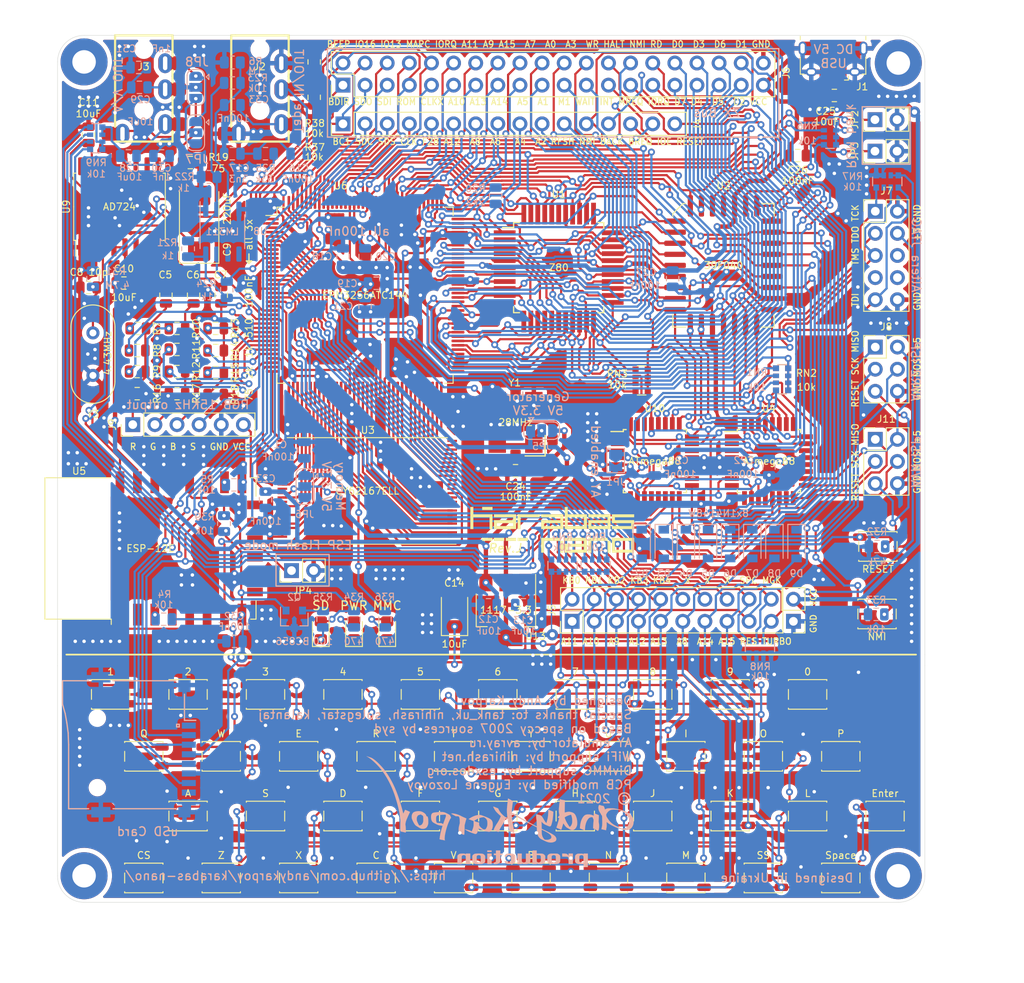
<source format=kicad_pcb>
(kicad_pcb (version 20211014) (generator pcbnew)
  (layers (0 "F.Cu" signal) (31 "B.Cu" signal) (34 "B.Paste" user) (35 "F.Paste" user) (36 "B.SilkS" user "B.Silkscreen") (37 "F.SilkS" user "F.Silkscreen") (38 "B.Mask" user) (39 "F.Mask" user) (44 "Edge.Cuts" user))
  (net 0 "")
  (net 1 "/A13")
  (net 2 "/A12")
  (net 3 "/A11")
  (net 4 "/A10")
  (net 5 "/A9")
  (net 6 "/A8")
  (net 7 "/A7")
  (net 8 "/A6")
  (net 9 "/A5")
  (net 10 "/A4")
  (net 11 "/A3")
  (net 12 "/A2")
  (net 13 "/A1")
  (net 14 "/A0")
  (net 15 "GND")
  (net 16 "/D1")
  (net 17 "/D0")
  (net 18 "/D2")
  (net 19 "VCC")
  (net 20 "/D6")
  (net 21 "/D5")
  (net 22 "/D3")
  (net 23 "/D4")
  (net 24 "/CLK_CPU")
  (net 25 "/MA15")
  (net 26 "/MA17")
  (net 27 "/~{MWR}")
  (net 28 "/MA13")
  (net 29 "/MA8")
  (net 30 "/MA9")
  (net 31 "/MA11")
  (net 32 "/~{MRD}")
  (net 33 "/MA10")
  (net 34 "/MD7")
  (net 35 "/MD6")
  (net 36 "/MD5")
  (net 37 "/MD4")
  (net 38 "/MD3")
  (net 39 "/MD2")
  (net 40 "/MD1")
  (net 41 "/MD0")
  (net 42 "/MA0")
  (net 43 "/MA1")
  (net 44 "/MA2")
  (net 45 "/MA3")
  (net 46 "/MA4")
  (net 47 "/MA5")
  (net 48 "/MA6")
  (net 49 "/MA7")
  (net 50 "/MA12")
  (net 51 "/MA14")
  (net 52 "/MA18")
  (net 53 "/A15")
  (net 54 "/A14")
  (net 55 "/~{RFSH}")
  (net 56 "/~{M1}")
  (net 57 "/~{BUSREQ}")
  (net 58 "/~{WAIT}")
  (net 59 "/~{BUSACK}")
  (net 60 "/~{WR}")
  (net 61 "/~{RD}")
  (net 62 "/~{IORQ}")
  (net 63 "/~{MREQ}")
  (net 64 "/~{HALT}")
  (net 65 "/~{NMI}")
  (net 66 "/~{INT}")
  (net 67 "/ROM_A14")
  (net 68 "/ROM_A15")
  (net 69 "+3V3")
  (net 70 "/CLKX")
  (net 71 "/~{BUS_ROMCS}")
  (net 72 "/CLK_BUS")
  (net 73 "/~{BUS_IORQGE}")
  (net 74 "/~{ROMCS}")
  (net 75 "/TDO")
  (net 76 "/TCK")
  (net 77 "/TMS")
  (net 78 "/TDI")
  (net 79 "Net-(C5-Pad1)")
  (net 80 "Net-(C6-Pad1)")
  (net 81 "Net-(C7-Pad1)")
  (net 82 "/R2")
  (net 83 "/R1")
  (net 84 "/R0")
  (net 85 "/G2")
  (net 86 "/G1")
  (net 87 "/G0")
  (net 88 "/B2")
  (net 89 "/B1")
  (net 90 "/B0")
  (net 91 "Net-(C8-Pad2)")
  (net 92 "Net-(C9-Pad2)")
  (net 93 "Net-(C9-Pad1)")
  (net 94 "/CSYNC")
  (net 95 "/CLK28")
  (net 96 "~{RESET}")
  (net 97 "Net-(C16-Pad2)")
  (net 98 "Net-(C16-Pad1)")
  (net 99 "TAPE_IN")
  (net 100 "TAPE_OUT")
  (net 101 "/MAGIC")
  (net 102 "/TURBO")
  (net 103 "/SPECIAL")
  (net 104 "/KB7")
  (net 105 "/KB6")
  (net 106 "/KB5")
  (net 107 "/IO16")
  (net 108 "/IO13")
  (net 109 "/BEEPER")
  (net 110 "/MA19")
  (net 111 "/MA20")
  (net 112 "/AY_BC1")
  (net 113 "/AY_OUT_R")
  (net 114 "/AY_OUT_L")
  (net 115 "/AY_BDIR")
  (net 116 "Net-(C28-Pad2)")
  (net 117 "Net-(C28-Pad1)")
  (net 118 "Net-(C29-Pad2)")
  (net 119 "Net-(C29-Pad1)")
  (net 120 "/~{SD_CS}")
  (net 121 "/SD_DI")
  (net 122 "/SD_CLK")
  (net 123 "/SD_DO")
  (net 124 "/RED")
  (net 125 "/GREEN")
  (net 126 "/BLUE")
  (net 127 "Net-(C33-Pad2)")
  (net 128 "/IOE")
  (net 129 "/~{BTN_NMI}")
  (net 130 "/MAPCOND")
  (net 131 "/D7")
  (net 132 "/MA16")
  (net 133 "/VCCJP")
  (net 134 "/AVR_SCK")
  (net 135 "/AVR_MISO")
  (net 136 "/AVR_MOSI")
  (net 137 "Net-(R4-Pad1)")
  (net 138 "Net-(R5-Pad2)")
  (net 139 "KA11")
  (net 140 "KA10")
  (net 141 "KA9")
  (net 142 "KA12")
  (net 143 "KA13")
  (net 144 "KA8")
  (net 145 "KA14")
  (net 146 "KA15")
  (net 147 "KB4")
  (net 148 "KB3")
  (net 149 "KB2")
  (net 150 "KB1")
  (net 151 "KB0")
  (net 152 "Net-(Q2-Pad2)")
  (net 153 "Net-(R21-Pad1)")
  (net 154 "/ROM_A18")
  (net 155 "/ROM_A16")
  (net 156 "/ROM_A17")
  (net 157 "/~{ROM_WE}")
  (net 158 "/ESP_FLASH")
  (net 159 "Net-(JP5-Pad2)")
  (net 160 "Net-(JP6-Pad2)")
  (net 161 "/AVR_MISO2")
  (net 162 "/AVR_SCK2")
  (net 163 "/AVR_MOSI2")
  (net 164 "/AY_OUT_L2")
  (net 165 "/AY_OUT_R2")
  (net 166 "Net-(C33-Pad1)")
  (net 167 "Net-(D10-Pad2)")
  (net 168 "Net-(D11-Pad1)")
  (net 169 "Net-(D12-Pad2)")
  (net 173 "TRRS_R2")
  (net 174 "TRRS_S")
  (net 178 "Net-(R19-Pad1)")
  (footprint "Package_TO_SOT_SMD:SOT-223-3_TabPin2" (layer "F.Cu") (at 141.9 116.8 -90)
    (fp_text reference "U13")
    (fp_text value "1117-3.3")
  )
  (footprint "footprints:TQFP-44_14x14mm_P0.8mm" (layer "F.Cu") (at 147.955 77.47)
    (fp_text reference "U1")
    (fp_text value "Z80")
  )
  (footprint "footprints:PLCC-32_11.4x14.0mm_P1.27mm-bigpads" (layer "F.Cu") (at 166.878 77.216)
    (fp_text reference "U2")
    (fp_text value "39F040")
  )
  (footprint "Package_QFP:LQFP-144_20x20mm_P0.5mm" (layer "F.Cu") (at 125.73 80.645)
    (fp_text reference "U6")
    (fp_text value "EPM3256ATC144")
  )
  (footprint "MountingHole:MountingHole_2.7mm_M2.5_Pad" (layer "F.Cu") (at 93.472 53.848 180)
    (fp_text reference "H1" hide)
    (fp_text value "MountingHole")
  )
  (footprint "MountingHole:MountingHole_2.7mm_M2.5_Pad" (layer "F.Cu") (at 186.944 53.975 180)
    (fp_text reference "H2" hide)
    (fp_text value "MountingHole")
  )
  (footprint "MountingHole:MountingHole_2.7mm_M2.5_Pad" (layer "F.Cu") (at 186.944 147.32)
    (fp_text reference "H3" hide)
    (fp_text value "MountingHole")
  )
  (footprint "MountingHole:MountingHole_2.7mm_M2.5_Pad" (layer "F.Cu") (at 93.472 147.32)
    (fp_text reference "H4" hide)
    (fp_text value "MountingHole")
  )
  (footprint "Connector_PinHeader_2.54mm:PinHeader_2x10_P2.54mm_Vertical" (layer "F.Cu") (at 149.5 118.1 90)
    (fp_text reference "J5")
    (fp_text value "KEYBOARD")
  )
  (footprint "Connector_PinHeader_2.54mm:PinHeader_2x20_P2.54mm_Vertical" (layer "F.Cu") (at 123.19 56.515 90)
    (fp_text reference "J6")
    (fp_text value "BUS")
  )
  (footprint "Resistor_SMD:R_Array_Convex_4x0612" (layer "F.Cu") (at 157.48 90.424)
    (fp_text reference "RN3")
    (fp_text value "10k")
  )
  (footprint "Capacitor_SMD:C_0805_2012Metric" (layer "F.Cu") (at 102.87 80.645 -90)
    (fp_text reference "C5")
    (fp_text value "100nF")
  )
  (footprint "Capacitor_SMD:C_0805_2012Metric" (layer "F.Cu") (at 106.045 80.645 -90)
    (fp_text reference "C6")
    (fp_text value "100nF")
  )
  (footprint "Capacitor_SMD:C_0805_2012Metric" (layer "F.Cu") (at 109.22 80.645 -90)
    (fp_text reference "C7")
    (fp_text value "100nF")
  )
  (footprint "Resistor_SMD:R_0805_2012Metric" (layer "F.Cu") (at 99.6465 84.455)
    (fp_text reference "R7")
    (fp_text value "510")
  )
  (footprint "Resistor_SMD:R_0805_2012Metric" (layer "F.Cu") (at 99.568 86.995)
    (fp_text reference "R8")
    (fp_text value "1k")
  )
  (footprint "Resistor_SMD:R_0805_2012Metric" (layer "F.Cu") (at 99.568 89.408)
    (fp_text reference "R9")
    (fp_text value "2k")
  )
  (footprint "Resistor_SMD:R_0805_2012Metric" (layer "F.Cu") (at 104.14 84.455)
    (fp_text reference "R10")
    (fp_text value "510")
  )
  (footprint "Resistor_SMD:R_0805_2012Metric" (layer "F.Cu") (at 104.14 86.868)
    (fp_text reference "R11")
    (fp_text value "1k")
  )
  (footprint "Resistor_SMD:R_0805_2012Metric" (layer "F.Cu") (at 104.14 89.408)
    (fp_text reference "R12")
    (fp_text value "2k")
  )
  (footprint "Resistor_SMD:R_0805_2012Metric" (layer "F.Cu") (at 108.585 84.455)
    (fp_text reference "R13")
    (fp_text value "510")
  )
  (footprint "Resistor_SMD:R_0805_2012Metric" (layer "F.Cu") (at 108.585 86.995)
    (fp_text reference "R14")
    (fp_text value "1k")
  )
  (footprint "Resistor_SMD:R_0805_2012Metric" (layer "F.Cu") (at 108.585 89.535)
    (fp_text reference "R15")
    (fp_text value "2k")
  )
  (footprint "Resistor_SMD:R_0805_2012Metric" (layer "F.Cu") (at 99.568 91.948)
    (fp_text reference "R16")
    (fp_text value "75")
  )
  (footprint "Resistor_SMD:R_0805_2012Metric" (layer "F.Cu") (at 104.14 91.948 180)
    (fp_text reference "R17")
    (fp_text value "75")
  )
  (footprint "Resistor_SMD:R_0805_2012Metric" (layer "F.Cu") (at 108.585 92.075)
    (fp_text reference "R18")
    (fp_text value "75")
  )
  (footprint "Package_SO:SOIC-16W_7.5x10.3mm_P1.27mm" (layer "F.Cu") (at 97.536 70.485 90)
    (fp_text reference "U9")
    (fp_text value "AD724")
  )
  (footprint "Capacitor_SMD:C_0805_2012Metric" (layer "F.Cu") (at 93.98 79.756)
    (fp_text reference "C8")
    (fp_text value "10p")
  )
  (footprint "Resistor_SMD:R_0805_2012Metric" (layer "F.Cu") (at 105.664 65.405)
    (fp_text reference "R19")
    (fp_text value "75")
  )
  (footprint "Capacitor_SMD:C_0805_2012Metric" (layer "F.Cu") (at 98.044 79.248)
    (fp_text reference "C10")
    (fp_text value "10uF")
  )
  (footprint "Capacitor_SMD:C_0805_2012Metric" (layer "F.Cu") (at 93.98 62.23 -90)
    (fp_text reference "C11")
    (fp_text value "10uF")
  )
  (footprint "Connector_PinHeader_2.54mm:PinHeader_1x06_P2.54mm_Vertical" (layer "F.Cu") (at 99.06 95.504 90)
    (fp_text reference "J9")
    (fp_text value "RGB")
  )
  (footprint "Resistor_SMD:R_Array_Convex_4x0612" (layer "F.Cu") (at 173.6 90.3)
    (fp_text reference "RN2")
    (fp_text value "10k")
  )
  (footprint "Capacitor_SMD:C_0805_2012Metric" (layer "F.Cu") (at 143 100.8)
    (fp_text reference "C24")
    (fp_text value "100nF")
  )
  (footprint "Capacitor_SMD:C_0805_2012Metric" (layer "F.Cu") (at 179.6 57.7)
    (fp_text reference "C25")
    (fp_text value "10uF")
  )
  (footprint "Capacitor_SMD:C_0805_2012Metric" (layer "F.Cu") (at 175.4 64.6 180)
    (fp_text reference "C26")
    (fp_text value "100nF")
  )
  (footprint "Package_QFP:TQFP-32_7x7mm_P0.8mm" (layer "F.Cu") (at 172.085 99.695)
    (fp_text reference "U4")
    (fp_text value "ATmega88")
  )
  (footprint "LED_SMD:LED_0805_2012Metric_Pad1.15x1.40mm_HandSolder" (layer "F.Cu") (at 124.46 119.126 90)
    (fp_text reference "D10" hide)
    (fp_text value "PWR")
  )
  (footprint "LED_SMD:LED_0805_2012Metric_Pad1.15x1.40mm_HandSolder" (layer "F.Cu") (at 120.65 119.126 90)
    (fp_text reference "D11" hide)
    (fp_text value "SD")
  )
  (footprint "LED_SMD:LED_0805_2012Metric_Pad1.15x1.40mm_HandSolder" (layer "F.Cu") (at 128.27 119.126 90)
    (fp_text reference "D12" hide)
    (fp_text value "MMC")
  )
  (footprint "Resistor_SMD:R_0805_2012Metric" (layer "F.Cu") (at 119.888 57.912 -90)
    (fp_text reference "R37")
    (fp_text value "10k")
  )
  (footprint "Resistor_SMD:R_0805_2012Metric" (layer "F.Cu") (at 119.888 53.848 90)
    (fp_text reference "R38")
    (fp_text value "10k")
  )
  (footprint "Connector_PinHeader_2.54mm:PinHeader_2x05_P2.54mm_Vertical" (layer "F.Cu") (at 184.3 71)
    (fp_text reference "J7")
    (fp_text value "JTAG")
  )
  (footprint "footprints:small-btn" (layer "F.Cu") (at 167.64 126.492 180)
    (fp_text reference "SW11" hide)
    (fp_text value "9")
  )
  (footprint "footprints:small-btn" (layer "F.Cu") (at 158.75 126.492 180)
    (fp_text reference "SW10" hide)
    (fp_text value "8")
  )
  (footprint "footprints:small-btn" (layer "F.Cu") (at 149.86 126.492 180)
    (fp_text reference "SW9" hide)
    (fp_text value "7")
  )
  (footprint "footprints:small-btn" (layer "F.Cu") (at 140.97 126.492 180)
    (fp_text reference "SW8" hide)
    (fp_text value "6")
  )
  (footprint "footprints:small-btn" (layer "F.Cu") (at 132.08 126.492 180)
    (fp_text reference "SW7" hide)
    (fp_text value "5")
  )
  (footprint "footprints:small-btn" (layer "F.Cu") (at 123.19 126.492 180)
    (fp_text reference "SW6" hide)
    (fp_text value "4")
  )
  (footprint "footprints:small-btn" (layer "F.Cu") (at 96.52 126.492 180)
    (fp_text reference "SW3" hide)
    (fp_text value "1")
  )
  (footprint "footprints:small-btn" (layer "F.Cu") (at 114.3 126.492 180)
    (fp_text reference "SW5" hide)
    (fp_text value "3")
  )
  (footprint "footprints:small-btn" (layer "F.Cu") (at 105.41 126.492 180)
    (fp_text reference "SW4" hide)
    (fp_text value "2")
  )
  (footprint "footprints:small-btn" (layer "F.Cu") (at 185.42 140.462 180)
    (fp_text reference "SW41" hide)
    (fp_text value "Enter")
  )
  (footprint "footprints:small-btn" (layer "F.Cu") (at 176.53 126.492 180)
    (fp_text reference "SW12" hide)
    (fp_text value "0")
  )
  (footprint "footprints:small-btn" (layer "F.Cu") (at 100.33 133.604 180)
    (fp_text reference "SW13" hide)
    (fp_text value "Q")
  )
  (footprint "footprints:small-btn" (layer "F.Cu") (at 100.33 147.574 180)
    (fp_text reference "SW15" hide)
    (fp_text value "CS")
  )
  (footprint "footprints:small-btn" (layer "F.Cu") (at 109.22 133.604 180)
    (fp_text reference "SW16" hide)
    (fp_text value "W")
  )
  (footprint "footprints:small-btn" (layer "F.Cu") (at 114.3 140.462 180)
    (fp_text reference "SW17" hide)
    (fp_text value "S")
  )
  (footprint "footprints:small-btn" (layer "F.Cu") (at 109.22 147.574 180)
    (fp_text reference "SW18" hide)
    (fp_text value "Z")
  )
  (footprint "footprints:small-btn" (layer "F.Cu") (at 118.11 133.604 180)
    (fp_text reference "SW19" hide)
    (fp_text value "E")
  )
  (footprint "footprints:small-btn" (layer "F.Cu") (at 123.19 140.462 180)
    (fp_text reference "SW20" hide)
    (fp_text value "D")
  )
  (footprint "footprints:small-btn" (layer "F.Cu") (at 118.11 147.574 180)
    (fp_text reference "SW21" hide)
    (fp_text value "X")
  )
  (footprint "footprints:small-btn" (layer "F.Cu") (at 127 133.604 180)
    (fp_text reference "SW22" hide)
    (fp_text value "R")
  )
  (footprint "footprints:small-btn" (layer "F.Cu") (at 127 147.574 180)
    (fp_text reference "SW24" hide)
    (fp_text value "C")
  )
  (footprint "footprints:small-btn" (layer "F.Cu") (at 184.6 109.5)
    (fp_text reference "SW1" hide)
    (fp_text value "RESET")
  )
  (footprint "footprints:small-btn" (layer "F.Cu") (at 162.56 133.604 180)
    (fp_text reference "SW34" hide)
    (fp_text value "I")
  )
  (footprint "footprints:small-btn" (layer "F.Cu") (at 135.89 133.604 180)
    (fp_text reference "SW25" hide)
    (fp_text value "T")
  )
  (footprint "footprints:small-btn" (layer "F.Cu") (at 140.97 140.462 180)
    (fp_text reference "SW26" hide)
    (fp_text value "G")
  )
  (footprint "footprints:small-btn" (layer "F.Cu") (at 135.89 147.574 180)
    (fp_text reference "SW27" hide)
    (fp_text value "V")
  )
  (footprint "footprints:small-btn" (layer "F.Cu") (at 144.78 133.604 180)
    (fp_text reference "SW28" hide)
    (fp_text value "Y")
  )
  (footprint "footprints:small-btn" (layer "F.Cu") (at 149.86 140.462 180)
    (fp_text reference "SW29" hide)
    (fp_text value "H")
  )
  (footprint "footprints:small-btn" (layer "F.Cu") (at 144.78 147.574 180)
    (fp_text reference "SW30" hide)
    (fp_text value "B")
  )
  (footprint "footprints:small-btn" (layer "F.Cu") (at 153.67 133.604 180)
    (fp_text reference "SW31" hide)
    (fp_text value "U")
  )
  (footprint "footprints:small-btn" (layer "F.Cu") (at 158.75 140.462 180)
    (fp_text reference "SW32" hide)
    (fp_text value "J")
  )
  (footprint "footprints:small-btn" (layer "F.Cu") (at 153.67 147.574 180)
    (fp_text reference "SW33" hide)
    (fp_text value "N")
  )
  (footprint "footprints:small-btn" (layer "F.Cu") (at 167.64 140.462 180)
    (fp_text reference "SW35" hide)
    (fp_text value "K")
  )
  (footprint "footprints:small-btn" (layer "F.Cu") (at 184.5 117.255)
    (fp_text reference "SW2" hide)
    (fp_text value "NMI")
  )
  (footprint "footprints:small-btn" (layer "F.Cu") (at 132.08 140.462 180)
    (fp_text reference "SW23" hide)
    (fp_text value "F")
  )
  (footprint "footprints:small-btn" (layer "F.Cu") (at 180.34 147.574 180)
    (fp_text reference "SW42" hide)
    (fp_text value "Space")
  )
  (footprint "footprints:small-btn" (layer "F.Cu") (at 180.34 133.604 180)
    (fp_text reference "SW40" hide)
    (fp_text value "P")
  )
  (footprint "footprints:small-btn" (layer "F.Cu") (at 171.45 147.574 180)
    (fp_text reference "SW39" hide)
    (fp_text value "SS")
  )
  (footprint "footprints:small-btn" (layer "F.Cu") (at 176.53 140.462 180)
    (fp_text reference "SW38" hide)
    (fp_text value "L")
  )
  (footprint "footprints:small-btn" (layer "F.Cu") (at 171.45 133.604 180)
    (fp_text reference "SW37" hide)
    (fp_text value "O")
  )
  (footprint "footprints:small-btn" (layer "F.Cu") (at 162.56 147.574 180)
    (fp_text reference "SW36" hide)
    (fp_text value "M")
  )
  (footprint "footprints:small-btn" (layer "F.Cu") (at 105.41 140.462 180)
    (fp_text reference "SW14" hide)
    (fp_text value "A")
  )
  (footprint "Oscillator:Oscillator_SMD_EuroQuartz_XO91-4Pin_7.0x5.0mm" (layer "F.Cu") (at 143.002 95.25 90)
    (fp_text reference "Y1")
    (fp_text value "28MHz")
  )
  (footprint "Crystal:Crystal_HC49-U_Vertical" (layer "F.Cu") (at 94.488 89.8525 90)
    (fp_text reference "Y3")
    (fp_text value "4.43MHz")
  )
  (footprint "footprints:AUDIO_JACK_3.5MM_SMD_TRRS_rounded_mixed" (layer "F.Cu") (at 113.665 50.8 -90)
    (fp_text reference "J2")
    (fp_text value "TAPE IN/OUT" hide)
  )
  (footprint "footprints:AUDIO_JACK_3.5MM_SMD_TRRS_rounded_mixed" (layer "F.Cu") (at 100.33 50.8 -90)
    (fp_text reference "J3")
    (fp_text value "A/V" hide)
  )
  (footprint "Connector_PinHeader_2.54mm:PinHeader_2x03_P2.54mm_Vertical" (layer "F.Cu") (at 184.3 97.2)
    (fp_text reference "J11")
    (fp_text value "AVR ISP")
  )
  (footprint "Connector_PinHeader_2.54mm:PinHeader_1x16_P2.54mm_Vertical" (layer "F.Cu") (at 123.19 60.96 90)
    (fp_text reference "J4")
    (fp_text value "BUS")
  )
  (footprint "Connector_PinHeader_2.54mm:PinHeader_1x02_P2.54mm_Vertical" (layer "F.Cu") (at 174.9 118.1 180)
    (fp_text reference "J10" hide)
    (fp_text value "PWR")
  )
  (footprint "Capacitor_Tantalum_SMD:CP_EIA-7343-31_Kemet-D_Pad2.25x2.55mm_HandSolder" (layer "F.Cu") (at 106.68 72.39 90)
    (fp_text reference "C9")
    (fp_text value "220uF")
  )
  (footprint "Capacitor_Tantalum_SMD:CP_EIA-3528-21_Kemet-B_Pad1.50x2.35mm_HandSolder" (layer "F.Cu") (at 136 117.1 90)
    (fp_text reference "C14")
    (fp_text value "10uF")
  )
  (footprint "RF_Module:ESP-12E" (layer "F.Cu") (at 101.092 109.728 90)
    (fp_text reference "U5")
    (fp_text value "ESP-12E")
  )
  (footprint "Package_SO:TSOP-I-48_18.4x12mm_P0.5mm" (layer "F.Cu") (at 125.984 103.124 180)
    (fp_text reference "U3")
    (fp_text value "CY62167ELL")
  )
  (footprint "Connector_USB:USB_Micro-B_Amphenol_10118194_Horizontal" (layer "F.Cu") (at 179.451 53.594 180)
    (fp_text reference "J1")
    (fp_text value "USB_B_Micro")
  )
  (footprint "Connector_PinHeader_2.54mm:PinHeader_1x02_P2.54mm_Vertical" (layer "F.Cu") (at 184.26 60.4805 90)
    (fp_text reference "JP2")
    (fp_text value "ROMBANK0")
  )
  (footprint "Connector_PinHeader_2.54mm:PinHeader_1x02_P2.54mm_Vertical" (layer "F.Cu") (at 184.26 64.1 90)
    (fp_text reference "JP3")
    (fp_text value "ROMBANK1")
  )
  (footprint "Connector_PinHeader_2.54mm:PinHeader_1x02_P2.54mm_Vertical" (layer "F.Cu") (at 117.2845 112.268 90)
    (fp_text reference "JP4")
    (fp_text value "FLASH")
  )
  (footprint "Package_QFP:TQFP-32_7x7mm_P0.8mm" (layer "F.Cu") (at 159 99.7)
    (fp_text reference "U10")
    (fp_text value "ATmega88")
  )
  (footprint "Connector_PinHeader_2.54mm:PinHeader_2x03_P2.54mm_Vertical" (layer "F.Cu") (at 184.3 86.6)
    (fp_text reference "J8")
    (fp_text value "AVR ISP")
  )
  (footprint "footprints:karabas_nano_logo3" (layer "F.Cu") (at 147.3 107.5)
    (fp_text reference "G***" hide)
    (fp_text value "LOGO" hide)
  )
  (footprint "Resistor_SMD:R_Array_Convex_4x0612" (layer "B.Cu") (at 173.6 90.3)
    (fp_text reference "RN1")
    (fp_text value "10k")
  )
  (footprint "Capacitor_SMD:C_0805_2012Metric" (layer "B.Cu") (at 139.9 116.2)
    (fp_text reference "C12")
    (fp_text value "10uF")
  )
  (footprint "Capacitor_SMD:C_0805_2012Metric" (layer "B.Cu") (at 143.9 116.2 180)
    (fp_text reference "C13")
    (fp_text value "10uF")
  )
  (footprint "Resistor_SMD:R_0805_2012Metric" (layer "B.Cu") (at 140.716 69.215 90)
    (fp_text reference "R20")
    (fp_text value "2k2")
  )
  (footprint "Capacitor_SMD:C_0805_2012Metric" (layer "B.Cu") (at 118.11 64.389)
    (fp_text reference "C16")
    (fp_text value "100nF")
  )
  (footprint "Capacitor_SMD:C_0805_2012Metric" (layer "B.Cu") (at 110.49 64.389)
    (fp_text reference "C17")
    (fp_text value "3n3")
  )
  (footprint "Resistor_SMD:R_0805_2012Metric" (layer "B.Cu") (at 110.49 56.261 180)
    (fp_text reference "R23")
    (fp_text value "10k")
  )
  (footprint "Resistor_SMD:R_0805_2012Metric" (layer "B.Cu") (at 109.855 80.01 -90)
    (fp_text reference "R24")
    (fp_text value "1k")
  )
  (footprint "Resistor_SMD:R_0805_2012Metric" (layer "B.Cu") (at 114.3 64.389)
    (fp_text reference "R25")
    (fp_text value "33k")
  )
  (footprint "Diode_SMD:D_SOD-123" (layer "B.Cu") (at 157.48 109.22 -90)
    (fp_text reference "D2")
    (fp_text value "1N4148W")
  )
  (footprint "Diode_SMD:D_SOD-123" (layer "B.Cu") (at 160.02 109.22 -90)
    (fp_text reference "D3")
    (fp_text value "1N4148W")
  )
  (footprint "Diode_SMD:D_SOD-123" (layer "B.Cu") (at 162.56 109.22 -90)
    (fp_text reference "D4")
    (fp_text value "1N4148W")
  )
  (footprint "Diode_SMD:D_SOD-123" (layer "B.Cu") (at 165.1 109.22 -90)
    (fp_text reference "D5")
    (fp_text value "1N4148W")
  )
  (footprint "Diode_SMD:D_SOD-123" (layer "B.Cu") (at 167.64 109.22 -90)
    (fp_text reference "D6")
    (fp_text value "1N4148W")
  )
  (footprint "Diode_SMD:D_SOD-123" (layer "B.Cu") (at 170.18 109.22 -90)
    (fp_text reference "D7")
    (fp_text value "1N4148W")
  )
  (footprint "Diode_SMD:D_SOD-123" (layer "B.Cu") (at 172.72 109.22 -90)
    (fp_text reference "D8")
    (fp_text value "1N4148W")
  )
  (footprint "Diode_SMD:D_SOD-123" (layer "B.Cu") (at 175.26 109.22 -90)
    (fp_text reference "D9")
    (fp_text value "1N4148W")
  )
  (footprint "Resistor_SMD:R_Array_Convex_4x0612" (layer "B.Cu") (at 148.4 111.7 -90)
    (fp_text reference "RN4")
    (fp_text value "10k")
  )
  (footprint "Resistor_SMD:R_Array_Convex_4x0612" (layer "B.Cu") (at 152.2 111.7 -90)
    (fp_text reference "RN5")
    (fp_text value "10k")
  )
  (footprint "footprints:Conn_uSDcard" (layer "B.Cu") (at 94.996 132.2705 90)
    (fp_text reference "U7")
    (fp_text value "MicroSD")
  )
  (footprint "Capacitor_SMD:C_0805_2012Metric" (layer "B.Cu") (at 110.744 120.396)
    (fp_text reference "C32")
    (fp_text value "100nF")
  )
  (footprint "Capacitor_SMD:C_0805_2012Metric" (layer "B.Cu") (at 123.19 76.2 -90)
    (fp_text reference "C18")
    (fp_text value "100nF")
  )
  (footprint "Capacitor_SMD:C_0805_2012Metric" (layer "B.Cu") (at 125.73 76.2 -90)
    (fp_text reference "C20")
    (fp_text value "100nF")
  )
  (footprint "Capacitor_SMD:C_0805_2012Metric" (layer "B.Cu") (at 125.73 81.915 -90)
    (fp_text reference "C21")
    (fp_text value "100nF")
  )
  (footprint "Capacitor_SMD:C_0805_2012Metric" (layer "B.Cu") (at 172.1 100.38 90)
    (fp_text reference "C22")
    (fp_text value "100nF")
  )
  (footprint "Capacitor_SMD:C_0805_2012Metric" (layer "B.Cu") (at 114.3 104.14 90)
    (fp_text reference "C23")
    (fp_text value "100nF")
  )
  (footprint "Capacitor_SMD:C_0805_2012Metric" (layer "B.Cu") (at 161.036 78.74 90)
    (fp_text reference "C27")
    (fp_text value "100nF")
  )
  (footprint "Capacitor_SMD:C_0805_2012Metric" (layer "B.Cu") (at 127 79.275)
    (fp_text reference "C19")
    (fp_text value "100nF")
  )
  (footprint "Capacitor_SMD:C_0805_2012Metric" (layer "B.Cu") (at 98.552 64.643)
    (fp_text reference "C28")
    (fp_text value "10uF")
  )
  (footprint "Capacitor_SMD:C_0805_2012Metric" (layer "B.Cu") (at 99.822 56.769)
    (fp_text reference "C29")
    (fp_text value "10uF")
  )
  (footprint "Capacitor_SMD:C_0805_2012Metric" (layer "B.Cu") (at 102.362 64.643)
    (fp_text reference "C30")
    (fp_text value "1nF")
  )
  (footprint "Capacitor_SMD:C_0805_2012Metric" (layer "B.Cu") (at 99.7435 54.483)
    (fp_text reference "C31")
    (fp_text value "1nF")
  )
  (footprint "Capacitor_SMD:C_0805_2012Metric" (layer "B.Cu") (at 110.49 58.801)
    (fp_text reference "C33")
    (fp_text value "100nF")
  )
  (footprint "Jumper:SolderJumper-2_P1.3mm_Open_TrianglePad1.0x1.5mm" (layer "B.Cu") (at 154.5 99.625 -90)
    (fp_text reference "JP1")
    (fp_text value "SolderJumper_2_Open")
  )
  (footprint "Resistor_SMD:R_0805_2012Metric" (layer "B.Cu") (at 94.488 78.74 -90)
    (fp_text reference "R31")
    (fp_text value "4,7M")
  )
  (footprint "Resistor_SMD:R_0805_2012Metric" (layer "B.Cu") (at 184.5 109.5)
    (fp_text reference "R32")
    (fp_text value "47k")
  )
  (footprint "Resistor_SMD:R_0805_2012Metric" (layer "B.Cu") (at 184.4 117.3 180)
    (fp_text reference "R33")
    (fp_text value "10k")
  )
  (footprint "Resistor_SMD:R_0805_2012Metric" (layer "B.Cu") (at 124.46 117.856 -90)
    (fp_text reference "R34")
    (fp_text value "470")
  )
  (footprint "Resistor_SMD:R_0805_2012Metric" (layer "B.Cu") (at 120.904 117.856 -90)
    (fp_text reference "R35")
    (fp_text value "100")
  )
  (footprint "Resistor_SMD:R_0805_2012Metric" (layer "B.Cu") (at 128.016 117.856 -90)
    (fp_text reference "R36")
    (fp_text value "470")
  )
  (footprint "Resistor_SMD:R_0805_2012Metric" (layer "B.Cu") (at 102.616 117.856)
    (fp_text reference "R4")
    (fp_text value "10k")
  )
  (footprint "Package_TO_SOT_SMD:SOT-23" (layer "B.Cu") (at 117.602 117.856 -90)
    (fp_text reference "Q2")
    (fp_text value "BC856")
  )
  (footprint "Resistor_SMD:R_0805_2012Metric" (layer "B.Cu") (at 110.49 53.9115)
    (fp_text reference "R6")
    (fp_text value "1M")
  )
  (footprint "Resistor_SMD:R_0805_2012Metric" (layer "B.Cu") (at 105.41 75.311 -90)
    (fp_text reference "R21")
    (fp_text value "1k")
  )
  (footprint "Resistor_SMD:R_0805_2012Metric" (layer "B.Cu") (at 107.823 67.056)
    (fp_text reference "R22")
    (fp_text value "1k")
  )
  (footprint "Package_SO:SO-8_3.9x4.9mm_P1.27mm" (layer "B.Cu") (at 109.347 73.3425 -90)
    (fp_text reference "U8")
    (fp_text value "LM311")
  )
  (footprint "Resistor_SMD:R_Array_Convex_4x0612" (layer "B.Cu") (at 179.1 62.1)
    (fp_text reference "RN6")
    (fp_text value "10k")
  )
  (footprint "Resistor_SMD:R_0805_2012Metric" (layer "B.Cu") (at 109.5375 106.8705 -90)
    (fp_text reference "R39")
    (fp_text value "10k")
  )
  (footprint "Resistor_SMD:R_0805_2012Metric" (layer "B.Cu") (at 110.6805 102.4255 180)
    (fp_text reference "R5")
    (fp_text value "10k")
  )
  (footprint "Jumper:SolderJumper-3_P1.3mm_Open_RoundedPad1.0x1.5mm" (layer "B.Cu") (at 146 96.2)
    (fp_text reference "JP5")
    (fp_text value "3/5V")
  )
  (footprint "Jumper:SolderJumper-3_P1.3mm_Open_RoundedPad1.0x1.5mm" (layer "B.Cu") (at 118.8085 102.616 -90)
    (fp_text reference "JP6")
    (fp_text value "3/5V")
  )
  (footprint "Capacitor_SMD:C_0805_2012Metric" (layer "B.Cu") (at 118.745 98.425 -90)
    (fp_text reference "C1")
    (fp_text value "100nF")
  )
  (footprint "Resistor_SMD:R_Array_Convex_4x0612" (layer "B.Cu") (at 185.675 67.575 90)
    (fp_text reference "RN7")
    (fp_text value "10k")
  )
  (footprint "footprints:andy_karpov_logo4_silk" (layer "B.Cu") (at 141.224 139.954 180)
    (fp_text reference "G***" hide)
    (fp_text value "LOGO" hide)
  )
  (footprint "Jumper:SolderJumper-3_P1.3mm_Open_RoundedPad1.0x1.5mm" (layer "B.Cu") (at 106.299 56.769 -90)
    (fp_text reference "JP8")
    (fp_text value "Cable Mode 2")
  )
  (footprint "Resistor_SMD:R_Array_Convex_4x0612" (layer "B.Cu") (at 171.06 121.09 -90)
    (fp_text reference "RN8")
    (fp_text value "10k")
  )
  (footprint "Resistor_SMD:R_Array_Convex_4x0612" (layer "B.Cu") (at 94.869 62.611 180)
    (fp_text reference "RN9")
    (fp_text value "10k")
  )
  (footprint "Capacitor_SMD:C_0805_2012Metric" (layer "B.Cu") (at 159 100.4 90)
    (fp_text reference "C2")
    (fp_text value "100nF")
  )
  (footprint "Jumper:SolderJumper-3_P1.3mm_Open_RoundedPad1.0x1.5mm" (layer "B.Cu") (at 106.299 61.976 -90)
    (fp_text reference "JP7")
    (fp_text value "Cable Mode 1")
  )
  (gr_line (start 121.412 62.484) (end 121.412 52.324) (layer "B.SilkS") (width 0.15))
  (gr_line (start 121.412 52.324) (end 173.228 52.324) (layer "B.SilkS") (width 0.15))
  (gr_rect (start 182.8 59) (end 188.3 65.6) (layer "B.SilkS") (width 0.15) (fill none))
  (gr_line (start 173.228 62.484) (end 121.412 62.484) (layer "B.SilkS") (width 0.15))
  (gr_line (start 173.228 52.324) (end 173.228 62.484) (layer "B.SilkS") (width 0.15))
  (gr_rect (start 115.5065 110.4265) (end 121.6025 114.046) (layer "B.SilkS") (width 0.15) (fill none))
  (gr_line (start 112.4 75.9) (end 112.4 77) (layer "F.SilkS") (width 0.15))
  (gr_line (start 112.4 77) (end 112.1 76.7) (layer "F.SilkS") (width 0.15))
  (gr_line (start 112.7 76.7) (end 112.4 77) (layer "F.SilkS") (width 0.15))
  (gr_line (start 112.1 76.7) (end 112.7 76.7) (layer "F.SilkS") (width 0.15))
  (gr_line (start 91.44 121.92) (end 188.976 121.92) (layer "F.SilkS") (width 0.2))
  (gr_line (start 90.424 121.92) (end 90.424 53.848) (layer "Edge.Cuts") (width 0.05))
  (gr_line (start 189.992 123.19) (end 189.992 147.32) (layer "Edge.Cuts") (width 0.05))
  (gr_line (start 90.424 123.19) (end 90.424 121.92) (layer "Edge.Cuts") (width 0.05))
  (gr_line (start 189.992 53.848) (end 189.992 121.92) (layer "Edge.Cuts") (width 0.05))
  (gr_line (start 93.472 50.8) (end 186.944 50.8) (layer "Edge.Cuts") (width 0.05))
  (gr_arc (start 93.472 150.368) (mid 91.316739 149.475261) (end 90.424 147.32) (layer "Edge.Cuts") (width 0.05))
  (gr_arc (start 189.992 147.32) (mid 189.099261 149.475261) (end 186.944 150.368) (layer "Edge.Cuts") (width 0.05))
  (gr_line (start 189.992 121.92) (end 189.992 123.19) (layer "Edge.Cuts") (width 0.05))
  (gr_arc (start 90.424 53.848) (mid 91.316739 51.692739) (end 93.472 50.8) (layer "Edge.Cuts") (width 0.05))
  (gr_arc (start 186.944 50.8) (mid 189.099261 51.692739) (end 189.992 53.848) (layer "Edge.Cuts") (width 0.05))
  (gr_line (start 186.944 150.368) (end 93.472 150.368) (layer "Edge.Cuts") (width 0.05))
  (gr_line (start 90.424 147.32) (end 90.424 123.19) (layer "Edge.Cuts") (width 0.05))
  (gr_text "Designed in Ukraine" (at 181.864 147.574) (layer "B.SilkS") (effects (font (size 1 1)) (justify left mirror)))
  (gr_text "uSD Card" (at 104.394 142.24) (layer "B.SilkS") (effects (font (size 1 1)) (justify left mirror)))
  (gr_text "RGB 15KHz output" (at 112.522 93.218) (layer "B.SilkS") (effects (font (size 1 1)) (justify left mirror)))
  (gr_text "ZX Bus" (at 168.91 59.69) (layer "B.SilkS") (effects (font (size 1 1)) (justify left mirror)))
  (gr_text "Tape IN/OUT" (at 118.11 62.103 -90) (layer "B.SilkS") (effects (font (size 1 1)) (justify left mirror)))
  (gr_text "A/V OUT" (at 97.3 59.8 -90) (layer "B.SilkS") (effects (font (size 1 1)) (justify left mirror)))
  (gr_text "ROM bank" (at 181.5 66.2 270) (layer "B.SilkS") (effects (font (size 1 1)) (justify left mirror)))
  (gr_text "DC 5V\nUSB" (at 179.5145 53.213) (layer "B.SilkS") (effects (font (size 1 1)) (justify mirror)))
  (gr_text "ESP Flash mode" (at 124.333 109.347) (layer "B.SilkS") (effects (font (size 1 1)) (justify left mirror)))
  (gr_text "Generator\n5V 3.3V" (at 145.6 93.1) (layer "B.SilkS") (effects (font (size 1 1)) (justify mirror)))
  (gr_text "Memory\n 5V 3.3V " (at 122.1 102.6 -90) (layer "B.SilkS") (effects (font (size 1 1)) (justify mirror)))
  (gr_text "Designed by: Andy Karpov\nSpecial thanks to: tank_uk, nihirash, solegstar, kalantaj\nBased on speccy 2007 sources by syd\nAY emulator by: avray.ru\nWiFi support by: nihirash.net\nDivMMC support by: esxdos.org\nPCB modified by: Eugene Lozovoy\n© 2021" (at 156.464 132.842) (layer "B.SilkS") (effects (font (size 1 1)) (justify left mirror)))
  (gr_text "AVR ISP" (at 188.9 102.8 270) (layer "B.SilkS") (effects (font (size 1 1)) (justify left mirror)))
  (gr_text "AVR2 ISP" (at 188.9 92.9 270) (layer "B.SilkS") (effects (font (size 1 1)) (justify left mirror)))
  (gr_text "Altera JTAG" (at 189 80.4 -90) (layer "B.SilkS") (effects (font (size 1 1)) (justify left mirror)))
  (gr_text "AY enabled" (at 152.2 104 270) (layer "B.SilkS") (effects (font (size 1 1)) (justify left mirror)))
  (gr_text "https://github.com/andykarpov/karabas-nano/" (at 135.128 147.32) (layer "B.SilkS") (effects (font (size 1 1)) (justify left mirror)))
  (gr_text "GND" (at 177.2 118.364 90) (layer "F.SilkS") (effects (font (size 0.7 0.7) (thickness 0.125))))
  (gr_text "A11 A10  A9  A12 A13  A8  A14 A15 RES TURBO" (at 161.452 120.396) (layer "F.SilkS") (effects (font (size 0.75 0.7) (thickness 0.125))))
  (gr_text "RESET SCK MISO" (at 182 99.8 90) (layer "F.SilkS") (effects (font (size 0.75 0.7) (thickness 0.125))))
  (gr_text "GND MOSI +5" (at 189.1 99.8 90) (layer "F.SilkS") (effects (font (size 0.75 0.7) (thickness 0.125))))
  (gr_text "R   G   B   S   GND VCC" (at 105.664 98.044) (layer "F.SilkS") (effects (font (size 0.75 0.7) (thickness 0.125))))
  (gr_text "BEEP IO16 IO13 MAPC IORQ A11 A9 A15  A7  A0  A3  WR HALT NMI RD  D0  D3  D6  D1 GND" (at 146.812 51.816) (layer "F.SilkS") (effects (font (size 0.75 0.7) (thickness 0.125))))
  (gr_text "BDIR SDO SDI ROM CLKX A10 A13 A14  A5  A1  M1 WAIT INT MREQ IORQ D7 D4  D5  D2 VCC" (at 121.412 58.42) (layer "F.SilkS") (effects (font (size 0.75 0.7) (thickness 0.125)) (justify left)))
  (gr_text "BC1 SDC SDS CLK F28 A12  A8  A6   A4  A2 RFSH NMI BACK BREQ IOE RESET" (at 121.92 62.992) (layer "F.SilkS") (effects (font (size 0.75 0.7) (thickness 0.125)) (justify left)))
  (gr_text "RESET SCK MISO" (at 182 89.1 90) (layer "F.SilkS") (effects (font (size 0.75 0.7) (thickness 0.125))))
  (gr_text "TDI      TMS TDO TCK" (at 182 76.1 90) (layer "F.SilkS") (effects (font (size 0.75 0.7) (thickness 0.125))))
  (gr_text "GND MOSI +5" (at 189.1 89.1 90) (layer "F.SilkS") (effects (font (size 0.75 0.7) (thickness 0.125))))
  (gr_text "VCC\n" (at 177.2 115.316 90) (layer "F.SilkS") (effects (font (size 0.7 0.7) (thickness 0.125))))
  (gr_text "GND           +3 GND" (at 189.1 76.3 90) (layer "F.SilkS") (effects (font (size 0.75 0.7) (thickness 0.125))))
  (gr_text "all 3x" (at 112.4 73.7 90) (layer "F.SilkS") (effects (font (size 0.8 0.8) (thickness 0.12))))
  (gr_text "Rev.J" (at 141.8 109.7) (layer "F.SilkS") (effects (font (size 1 1) (thickness 0.15) italic)))
  (gr_text "KB0 KB1 KB2 KB3 KB4   X   X   X  SPC MGK" (at 148.3 113.4) (layer "F.SilkS") (effects (font (size 0.75 0.7) (thickness 0.125)) (justify left)))
  (segment (start 137.8 64.6) (end 138.15147 64.24853) (width 0.25) (layer "F.Cu") (net 1))
  (segment (start 173.9 73.5) (end 178.1 73.5) (width 0.25) (layer "F.Cu") (net 1))
  (segment (start 130.48 69.9825) (end 130.48 69.037216) (width 0.25) (layer "F.Cu") (net 1))
  (segment (start 134.400729 67.500009) (end 134.729662 67.171076) (width 0.25) (layer "F.Cu") (net 1))
  (segment (start 173.806 73.406) (end 173.9 73.5) (width 0.25) (layer "F.Cu") (net 1))
  (segment (start 164.403722 73.7) (end 164.250583 73.853139) (width 0.25) (layer "F.Cu") (net 1))
  (segment (start 169.6 73.7) (end 164.403722 73.7) (width 0.25) (layer "F.Cu") (net 1))
  (segment (start 145.555 69.77) (end 145.0425 69.2575) (width 0.25) (layer "F.Cu") (net 1))
  (segment (start 158.200004 64.599996) (end 144.543676 64.599996) (width 0.25) (layer "F.Cu") (net 1))
  (segment (start 172.4405 73.406) (end 173.806 73.406) (width 0.25) (layer "F.Cu") (net 1))
  (segment (start 158.6 64.2) (end 158.200004 64.599996) (width 0.25) (layer "F.Cu") (net 1))
  (segment (start 144.543676 64.599996) (end 144.417691 64.474011) (width 0.25) (layer "F.Cu") (net 1))
  (segment (start 130.48 69.037216) (end 132.017207 67.500009) (width 0.25) (layer "F.Cu") (net 1))
  (segment (start 132.017207 67.500009) (end 134.400729 67.500009) (width 0.25) (layer "F.Cu") (net 1))
  (segment (start 172.4405 73.406) (end 169.894 73.406) (width 0.25) (layer "F.Cu") (net 1))
  (segment (start 144.19221 64.24853) (end 144.417691 64.474011) (width 0.25) (layer "F.Cu") (net 1))
  (segment (start 138.15147 64.24853) (end 144.19221 64.24853) (width 0.25) (layer "F.Cu") (net 1))
  (segment (start 145.555 71.27) (end 145.555 69.77) (width 0.25) (layer "F.Cu") (net 1))
  (segment (start 169.894 73.406) (end 169.6 73.7) (width 0.25) (layer "F.Cu") (net 1))
  (via (at 178.1 73.5) (size 0.8) (drill 0.4) (layers "F.Cu" "B.Cu") (net 1))
  (via (at 145.0425 69.2575) (size 0.8) (drill 0.4) (layers "F.Cu" "B.Cu") (net 1))
  (via (at 144.417691 64.474011) (size 0.8) (drill 0.4) (layers "F.Cu" "B.Cu") (net 1))
  (via (at 137.8 64.6) (size 0.8) (drill 0.4) (layers "F.Cu" "B.Cu") (net 1))
  (via (at 158.6 64.2) (size 0.8) (drill 0.4) (layers "F.Cu" "B.Cu") (net 1))
  (via (at 134.729662 67.171076) (size 0.8) (drill 0.4) (layers "F.Cu" "B.Cu") (net 1))
  (via (at 164.250583 73.853139) (size 0.8) (drill 0.4) (layers "F.Cu" "B.Cu") (net 1))
  (segment (start 137.288522 64.6) (end 134.729662 67.15886) (width 0.25) (layer "B.Cu") (net 1))
  (segment (start 138.43 56.515) (end 137.165199 57.779801) (width 0.25) (layer "B.Cu") (net 1))
  (segment (start 175.257588 105.54951) (end 178.698043 102.109054) (width 0.25) (layer "B.Cu") (net 1))
  (segment (start 169.450489 106.749511) (end 170.350489 106.749511) (width 0.25) (layer "B.Cu") (net 1))
  (segment (start 168.63 107.57) (end 169.450489 106.749511) (width 0.25) (layer "B.Cu") (net 1))
  (segment (start 167.64 107.57) (end 168.63 107.57) (width 0.25) (layer "B.Cu") (net 1))
  (segment (start 144.4 68.615) (end 144.4 64.491702) (width 0.25) (layer "B.Cu") (net 1))
  (segment (start 158.6 68.202556) (end 158.6 64.2) (width 0.25) (layer "B.Cu") (net 1))
  (segment (start 145.0425 69.2575) (end 144.4 68.615) (width 0.25) (layer "B.Cu") (net 1))
  (segment (start 134.729662 66.894944) (end 134.729662 67.171076) (width 0.25) (layer "B.Cu") (net 1))
  (segment (start 178.698043 75.640077) (end 178.1 75.042034) (width 0.25) (layer "B.Cu") (net 1))
  (segment (start 170.8 106.3) (end 172.79902 106.3) (width 0.25) (layer "B.Cu") (net 1))
  (segment (start 134.729662 67.15886) (end 134.729662 67.171076) (width 0.25) (layer "B.Cu") (net 1))
  (segment (start 137.8 64.6) (end 137.288522 64.6) (width 0.25) (layer "B.Cu") (net 1))
  (segment (start 170.350489 106.749511) (end 170.8 106.3) (width 0.25) (layer "B.Cu") (net 1))
  (segment (start 137.165199 57.779801) (end 137.165199 61.392937) (width 0.25) (layer "B.Cu") (net 1))
  (segment (start 172.79902 106.3) (end 173.54951 105.54951) (width 0.25) (layer "B.Cu") (net 1))
  (segment (start 144.4 64.491702) (end 144.417691 64.474011) (width 0.25) (layer "B.Cu") (net 1))
  (segment (start 137.8 62.027738) (end 137.8 64.6) (width 0.25) (layer "B.Cu") (net 1))
  (segment (start 164.250583 73.853139) (end 158.6 68.202556) (width 0.25) (layer "B.Cu") (net 1))
  (segment (start 178.698043 102.109054) (end 178.698043 75.640077) (width 0.25) (layer "B.Cu") (net 1))
  (segment (start 178.1 75.042034) (end 178.1 73.5) (width 0.25) (layer "B.Cu") (net 1))
  (segment (start 137.8 64.591128) (end 137.8 64.6) (width 0.25) (layer "B.Cu") (net 1))
  (segment (start 173.54951 105.54951) (end 175.257588 105.54951) (width 0.25) (layer "B.Cu") (net 1))
  (segment (start 137.165199 61.392937) (end 137.8 62.027738) (width 0.25) (layer "B.Cu") (net 1))
  (segment (start 166.773959 66.398041) (end 167.901959 66.398041) (width 0.25) (layer "F.Cu") (net 2))
  (segment (start 139.407726 67.933978) (end 137.518896 67.933978) (width 0.25) (layer "F.Cu") (net 2))
  (segment (start 130.921007 67.307585) (end 129.981176 67.307585) (width 0.25) (layer "F.Cu") (net 2))
  (segment (start 163.08 68.58) (end 164.592 68.58) (width 0.25) (layer "F.Cu") (net 2))
  (segment (start 129.371808 68.74407) (end 129.371808 67.916953) (width 0.25) (layer "F.Cu") (net 2))
  (segment (start 167.901959 66.398041) (end 168.957999 65.342001) (width 0.25) (layer "F.Cu") (net 2))
  (segment (start 146.355 71.77) (end 146.355 70.037613) (width 0.25) (layer "F.Cu") (net 2))
  (segment (start 129.371808 67.916953) (end 129.981176 67.307585) (width 0.25) (layer "F.Cu") (net 2))
  (segment (start 150.948531 66.851469) (end 150.5 67.3) (width 0.25) (layer "F.Cu") (net 2))
  (segment (start 164.592 68.58) (end 164.084 68.58) (width 0.25) (layer "F.Cu") (net 2))
  (segment (start 163.068 68.592) (end 163.08 68.58) (width 0.25) (layer "F.Cu") (net 2))
  (segment (start 141.61501 67.933978) (end 141.603901 67.945086) (width 0.25) (layer "F.Cu") (net 2))
  (segment (start 164.592 68.58) (end 166.773959 66.398041) (width 0.25) (layer "F.Cu") (net 2))
  (segment (start 135.581981 65.997065) (end 134.238792 65.997065) (width 0.25) (layer "F.Cu") (net 2))
  (segment (start 137.518896 67.933978) (end 135.581981 65.997065) (width 0.25) (layer "F.Cu") (net 2))
  (segment (start 168.957999 65.342001) (end 170.549575 65.342001) (width 0.25) (layer "F.Cu") (net 2))
  (segment (start 146.886941 68.366793) (end 146.454126 67.933978) (width 0.25) (layer "F.Cu") (net 2))
  (segment (start 129.48 68.852262) (end 129.371808 68.74407) (width 0.25) (layer "F.Cu") (net 2))
  (segment (start 163.08 68.58) (end 162.08 68.58) (width 0.25) (layer "F.Cu") (net 2))
  (segment (start 146.454126 67.933978) (end 141.61501 67.933978) (width 0.25) (layer "F.Cu") (net 2))
  (segment (start 129.48 69.9825) (end 129.48 68.852262) (width 0.25) (layer "F.Cu") (net 2))
  (segment (start 131.627612 66.60098) (end 130.921007 67.307585) (width 0.25) (layer "F.Cu") (net 2))
  (segment (start 162.08 68.58) (end 160.351469 66.851469) (width 0.25) (layer "F.Cu") (net 2))
  (segment (start 164.084 68.58) (end 163.576 68.58) (width 0.25) (layer "F.Cu") (net 2))
  (segment (start 141.603901 67.945086) (end 139.418832 67.945084) (width 0.25) (layer "F.Cu") (net 2))
  (segment (start 160.351469 66.851469) (end 150.948531 66.851469) (width 0.25) (layer "F.Cu") (net 2))
  (segment (start 146.886941 69.505672) (end 146.886941 68.366793) (width 0.25) (layer "F.Cu") (net 2))
  (segment (start 133.634877 66.60098) (end 131.627612 66.60098) (width 0.25) (layer "F.Cu") (net 2))
  (segment (start 146.355 70.037613) (end 146.886941 69.505672) (width 0.25) (layer "F.Cu") (net 2))
  (segment (start 139.418832 67.945084) (end 139.407726 67.933978) (width 0.25) (layer "F.Cu") (net 2))
  (segment (start 163.068 70.3785) (end 163.068 68.592) (width 0.25) (layer "F.Cu") (net 2))
  (segment (start 134.238792 65.997065) (end 133.634877 66.60098) (width 0.25) (layer "F.Cu") (net 2))
  (via (at 150.5 67.3) (size 0.8) (drill 0.4) (layers "F.Cu" "B.Cu") (net 2))
  (via (at 146.886941 68.366793) (size 0.8) (drill 0.4) (layers "F.Cu" "B.Cu") (net 2))
  (via (at 129.981176 67.307585) (size 0.8) (drill 0.4) (layers "F.Cu" "B.Cu") (net 2))
  (via (at 170.549575 65.342001) (size 0.8) (drill 0.4) (layers "F.Cu" "B.Cu") (net 2))
  (segment (start 173.763989 69.656148) (end 170.549575 66.441734) (width 0.25) (layer "B.Cu") (net 2))
  (segment (start 174.2633 70.613733) (end 173.763989 70.114422) (width 0.25) (layer "B.Cu") (net 2))
  (segment (start 178.248531 101.922862) (end 178.248531 75.849529) (width 0.25) (layer "B.Cu") (net 2))
  (segment (start 150.178228 68.421772) (end 148.844676 68.421772) (width 0.25) (layer "B.Cu") (net 2))
  (segment (start 173.763989 70.114422) (end 173.763989 69.656148) (width 0.25) (layer "B.Cu") (net 2))
  (segment (start 165.97 106.7) (end 168.8 106.7) (width 0.25) (layer "B.Cu") (net 2))
  (segment (start 170.549575 66.441734) (end 170.549575 65.342001) (width 0.25) (layer "B.Cu") (net 2))
  (segment (start 135.89 60.96) (end 135.89 64.345857) (width 0.25) (layer "B.Cu") (net 2))
  (segment (start 148.232555 69.033893) (end 147.554041 69.033893) (width 0.25) (layer "B.Cu") (net 2))
  (segment (start 147.554041 69.033893) (end 146.886941 68.366793) (width 0.25) (layer "B.Cu") (net 2))
  (segment (start 168.8 106.7) (end 169.2 106.3) (width 0.25) (layer "B.Cu") (net 2))
  (segment (start 172.54952 105.85048) (end 173.3 105.1) (width 0.25) (layer "B.Cu") (net 2))
  (segment (start 175.071395 105.099999) (end 178.248531 101.922862) (width 0.25) (layer "B.Cu") (net 2))
  (segment (start 175.713733 70.613733) (end 174.2633 70.613733) (width 0.25) (layer "B.Cu") (net 2))
  (segment (start 169.2 106.3) (end 170.135704 106.3) (width 0.25) (layer "B.Cu") (net 2))
  (segment (start 135.89 64.345857) (end 132.928272 67.307585) (width 0.25) (layer "B.Cu") (net 2))
  (segment (start 150.5 68.1) (end 150.178228 68.421772) (width 0.25) (layer "B.Cu") (net 2))
  (segment (start 165.1 107.57) (end 165.97 106.7) (width 0.25) (layer "B.Cu") (net 2))
  (segment (start 150.5 67.3) (end 150.5 68.1) (width 0.25) (layer "B.Cu") (net 2))
  (segment (start 177.374783 74.975781) (end 177.374783 72.274783) (width 0.25) (layer "B.Cu") (net 2))
  (segment (start 148.844676 68.421772) (end 148.232555 69.033893) (width 0.25) (layer "B.Cu") (net 2))
  (segment (start 132.928272 67.307585) (end 129.981176 67.307585) (width 0.25) (layer "B.Cu") (net 2))
  (segment (start 170.135704 106.3) (end 170.585224 105.85048) (width 0.25) (layer "B.Cu") (net 2))
  (segment (start 173.3 105.1) (end 175.071395 105.099999) (width 0.25) (layer "B.Cu") (net 2))
  (segment (start 177.374783 72.274783) (end 175.713733 70.613733) (width 0.25) (layer "B.Cu") (net 2))
  (segment (start 178.248531 75.849529) (end 177.374783 74.975781) (width 0.25) (layer "B.Cu") (net 2))
  (segment (start 170.585224 105.85048) (end 172.54952 105.85048) (width 0.25) (layer "B.Cu") (net 2))
  (segment (start 135.95437 65.098043) (end 133.429848 65.098043) (width 0.25) (layer "F.Cu") (net 3))
  (segment (start 172.4405 77.216) (end 177.05852 77.216) (width 0.25) (layer "F.Cu") (net 3))
  (segment (start 159.973241 67.300979) (end 160.7 68.027738) (width 0.25) (layer "F.Cu") (net 3))
  (segment (start 128.48 69.9825) (end 128.472788 69.975288) (width 0.25) (layer "F.Cu") (net 3))
  (segment (start 151.571283 67.300979) (end 159.973241 67.300979) (width 0.25) (layer "F.Cu") (net 3))
  (segment (start 137.890283 67.033956) (end 135.95437 65.098043) (width 0.25) (layer "F.Cu") (net 3))
  (segment (start 149.539817 67.577584) (end 148.996189 67.033956) (width 0.25) (layer "F.Cu") (net 3))
  (segment (start 147.884794 69.216621) (end 147.884794 68.309392) (width 0.25) (layer "F.Cu") (net 3))
  (segment (start 141.231516 67.046064) (end 139.79122 67.046064) (width 0.25) (layer "F.Cu") (net 3))
  (segment (start 128.472788 67.126722) (end 130.19951 65.4) (width 0.25) (layer "F.Cu") (net 3))
  (segment (start 170.4975 77.216) (end 168.8815 75.6) (width 0.25) (layer "F.Cu") (net 3))
  (segment (start 139.779112 67.033956) (end 137.890283 67.033956) (width 0.25) (layer "F.Cu") (net 3))
  (segment (start 134.625199 61.768936) (end 134.292574 62.101561) (width 0.25) (layer "F.Cu") (net 3))
  (segment (start 149.986734 68.024501) (end 150.847761 68.024501) (width 0.25) (layer "F.Cu") (net 3))
  (segment (start 168.8815 75.6) (end 165.1 75.6) (width 0.25) (layer "F.Cu") (net 3))
  (segment (start 133.127891 65.4) (end 133.154859 65.373032) (width 0.25) (layer "F.Cu") (net 3))
  (segment (start 148.996189 67.033956) (end 141.243624 67.033956) (width 0.25) (layer "F.Cu") (net 3))
  (segment (start 139.79122 67.046064) (end 139.779112 67.033956) (width 0.25) (layer "F.Cu") (net 3))
  (segment (start 134.625199 55.239801) (end 134.625199 61.768936) (width 0.25) (layer "F.Cu") (net 3))
  (segment (start 177.05852 77.216) (end 177.07452 77.2) (width 0.25) (layer "F.Cu") (net 3))
  (segment (start 172.4405 77.216) (end 170.4975 77.216) (width 0.25) (layer "F.Cu") (net 3))
  (segment (start 149.539817 67.577584) (end 149.986734 68.024501) (width 0.25) (layer "F.Cu") (net 3))
  (segment (start 135.89 53.975) (end 134.625199 55.239801) (width 0.25) (layer "F.Cu") (net 3))
  (segment (start 150.847761 68.024501) (end 151.571283 67.300979) (width 0.25) (layer "F.Cu") (net 3))
  (segment (start 147.155 69.946415) (end 147.884794 69.216621) (width 0.25) (layer "F.Cu") (net 3))
  (segment (start 147.155 71.77) (end 147.155 69.946415) (width 0.25) (layer "F.Cu") (net 3))
  (segment (start 141.243624 67.033956) (end 141.231516 67.046064) (width 0.25) (layer "F.Cu") (net 3))
  (segment (start 160.7 68.027738) (end 160.7 69.1) (width 0.25) (layer "F.Cu") (net 3))
  (segment (start 128.472788 69.975288) (end 128.472788 67.126722) (width 0.25) (layer "F.Cu") (net 3))
  (segment (start 130.19951 65.4) (end 133.127891 65.4) (width 0.25) (layer "F.Cu") (net 3))
  (segment (start 133.429848 65.098043) (end 133.154859 65.373032) (width 0.25) (layer "F.Cu") (net 3))
  (via (at 147.884794 68.309392) (size 0.8) (drill 0.4) (layers "F.Cu" "B.Cu") (net 3))
  (via (at 133.154859 65.373032) (size 0.8) (drill 0.4) (layers "F.Cu" "B.Cu") (net 3))
  (via (at 134.292574 62.101561) (size 0.8) (drill 0.4) (layers "F.Cu" "B.Cu") (net 3))
  (via (at 149.539817 67.577584) (size 0.8) (drill 0.4) (layers "F.Cu" "B.Cu") (net 3))
  (via (at 165.1 75.6) (size 0.8) (drill 0.4) (layers "F.Cu" "B.Cu") (net 3))
  (via (at 177.07452 77.2) (size 0.8) (drill 0.4) (layers "F.Cu" "B.Cu") (net 3))
  (via (at 160.7 69.1) (size 0.8) (drill 0.4) (layers "F.Cu" "B.Cu") (net 3))
  (segment (start 170.00096 104.45048) (end 169.5 104.95144) (width 0.25) (layer "B.Cu") (net 3))
  (segment (start 165.1 73.507966) (end 160.7 69.107966) (width 0.25) (layer "B.Cu") (net 3))
  (segment (start 160.7 69.107966) (end 160.7 69.1) (width 0.25) (layer "B.Cu") (net 3))
  (segment (start 165.25 105.35) (end 164.9 105.7) (width 0.25) (layer "B.Cu") (net 3))
  (segment (start 148.616602 67.577584) (end 147.884794 68.309392) (width 0.25) (layer "B.Cu") (net 3))
  (segment (start 168.641406 104.95144) (end 168.242846 105.35) (width 0.25) (layer "B.Cu") (net 3))
  (segment (start 149.539817 67.577584) (end 148.616602 67.577584) (width 0.25) (layer "B.Cu") (net 3))
  (segment (start 176.3 77.97452) (end 176.3 78.2) (width 0.25) (layer "B.Cu") (net 3))
  (segment (start 176.3 78.2) (end 176.3 79.8) (width 0.25) (layer "B.Cu") (net 3))
  (segment (start 157.715604 107.57) (end 157.48 107.57) (width 0.25) (layer "B.Cu") (net 3))
  (segment (start 169.5 104.95144) (end 168.641406 104.95144) (width 0.25) (layer "B.Cu") (net 3))
  (segment (start 176.9 80.4) (end 176.9 101.364282) (width 0.25) (layer "B.Cu") (net 3))
  (segment (start 176.9 101.364282) (end 174.513802 103.75048) (width 0.25) (layer "B.Cu") (net 3))
  (segment (start 177.07452 77.2) (end 176.3 77.97452) (width 0.25) (layer "B.Cu") (net 3))
  (segment (start 133.154859 65.373032) (end 134.292574 64.235317) (width 0.25) (layer "B.Cu") (net 3))
  (segment (start 174.513802 103.75048) (end 172.6 103.75048) (width 0.25) (layer "B.Cu") (net 3))
  (segment (start 172.6 103.75048) (end 171.9 104.45048) (width 0.25) (layer "B.Cu") (net 3))
  (segment (start 168.242846 105.35) (end 165.25 105.35) (width 0.25) (layer "B.Cu") (net 3))
  (segment (start 164.9 105.7) (end 159.585604 105.7) (width 0.25) (layer "B.Cu") (net 3))
  (segment (start 159.585604 105.7) (end 157.715604 107.57) (width 0.25) (layer "B.Cu") (net 3))
  (segment (start 171.9 104.45048) (end 170.00096 104.45048) (width 0.25) (layer "B.Cu") (net 3))
  (segment (start 165.1 75.6) (end 165.1 73.507966) (width 0.25) (layer "B.Cu") (net 3))
  (segment (start 134.292574 64.235317) (end 134.292574 62.101561) (width 0.25) (layer "B.Cu") (net 3))
  (segment (start 176.3 79.8) (end 176.9 80.4) (width 0.25) (layer "B.Cu") (net 3))
  (segment (start 157.603476 72.228074) (end 156.986549 72.845001) (width 0.25) (layer "F.Cu") (net 4))
  (segment (start 141.045322 67.495574) (end 139.605026 67.495574) (width 0.25) (layer "F.Cu") (net 4))
  (segment (start 172.4405 79.756) (end 175.970985 79.756) (width 0.25) (layer "F.Cu") (net 4))
  (segment (start 148.083467 67.483467) (end 141.429817 67.483467) (width 0.25) (layer "F.Cu") (net 4))
  (segment (start 139.605026 67.495574) (end 139.592919 67.483467) (width 0.25) (layer "F.Cu") (net 4))
  (segment (start 130.059714 66.1755) (end 131 66.1755) (width 0.25) (layer "F.Cu") (net 4))
  (segment (start 134.052599 65.547554) (end 133.448686 66.151467) (width 0.25) (layer "F.Cu") (net 4))
  (segment (start 141.429817 67.483467) (end 141.417709 67.495575) (width 0.25) (layer "F.Cu") (net 4))
  (segment (start 164.070938 77.170938) (end 163.6 76.7) (width 0.25) (layer "F.Cu") (net 4))
  (segment (start 135.768174 65.547554) (end 134.052599 65.547554) (width 0.25) (layer "F.Cu") (net 4))
  (segment (start 156.986549 72.845001) (end 149.019999 72.845001) (width 0.25) (layer "F.Cu") (net 4))
  (segment (start 128.98 68.987966) (end 128.922297 68.930263) (width 0.25) (layer "F.Cu") (net 4))
  (segment (start 128.922297 67.312917) (end 130.059714 66.1755) (width 0.25) (layer "F.Cu") (net 4))
  (segment (start 148.755 72.580002) (end 148.755 68.155) (width 0.25) (layer "F.Cu") (net 4))
  (segment (start 168.404278 77.170938) (end 164.070938 77.170938) (width 0.25) (layer "F.Cu") (net 4))
  (segment (start 131.024033 66.151467) (end 131 66.1755) (width 0.25) (layer "F.Cu") (net 4))
  (segment (start 139.592919 67.483467) (end 137.704087 67.483467) (width 0.25) (layer "F.Cu") (net 4))
  (segment (start 137.704087 67.483467) (end 135.768174 65.547554) (width 0.25) (layer "F.Cu") (net 4))
  (segment (start 170.98934 79.756) (end 168.404278 77.170938) (width 0.25) (layer "F.Cu") (net 4))
  (segment (start 141.417709 67.495575) (end 141.045322 67.495574) (width 0.25) (layer "F.Cu") (net 4))
  (segment (start 172.4405 79.756) (end 170.98934 79.756) (width 0.25) (layer "F.Cu") (net 4))
  (segment (start 149.019999 72.845001) (end 148.755 72.580002) (width 0.25) (layer "F.Cu") (net 4))
  (segment (start 128.922297 68.930263) (end 128.922297 67.312917) (width 0.25) (layer "F.Cu") (net 4))
  (segment (start 133.448686 66.151467) (end 131.024033 66.151467) (width 0.25) (layer "F.Cu") (net 4))
  (segment (start 128.98 69.9825) (end 128.98 68.987966) (width 0.25) (layer "F.Cu") (net 4))
  (segment (start 175.970985 79.756) (end 177.0245 78.702485) (width 0.25) (layer "F.Cu") (net 4))
  (segment (start 148.755 68.155) (end 148.083467 67.483467) (width 0.25) (layer "F.Cu") (net 4))
  (via (at 163.6 76.7) (size 0.8) (drill 0.4) (layers "F.Cu" "B.Cu") (net 4))
  (via (at 157.603476 72.228074) (size 0.8) (drill 0.4) (layers "F.Cu" "B.Cu") (net 4))
  (via (at 131 66.1755) (size 0.8) (drill 0.4) (layers "F.Cu" "B.Cu") (net 4))
  (via (at 177.0245 78.702485) (size 0.8) (drill 0.4) (layers "F.Cu" "B.Cu") (net 4))
  (segment (start 177.34951 79.027495) (end 177.0245 78.702485) (width 0.25) (layer "B.Cu") (net 4))
  (segment (start 165.1 106.2) (end 165.5 105.8) (width 0.25) (layer "B.Cu") (net 4))
  (segment (start 135.017075 61.7538) (end 135.017075 64.583078) (width 0.25) (layer "B.Cu") (net 4))
  (segment (start 135.89 56.515) (end 134.640335 57.764665) (width 0.25) (layer "B.Cu") (net 4))
  (segment (start 134.640335 57.764665) (end 134.640335 61.37706) (width 0.25) (layer "B.Cu") (net 4))
  (segment (start 165.5 105.8) (end 168.428564 105.8) (width 0.25) (layer "B.Cu") (net 4))
  (segment (start 161.39 106.2) (end 165.1 106.2) (width 0.25) (layer "B.Cu") (net 4))
  (segment (start 174.7 104.2) (end 177.34951 101.55049) (width 0.25) (layer "B.Cu") (net 4))
  (segment (start 134.640335 61.37706) (end 135.017075 61.7538) (width 0.25) (layer "B.Cu") (net 4))
  (segment (start 168.827604 105.40096) (end 169.69904 105.40096) (width 0.25) (layer "B.Cu") (net 4))
  (segment (start 160.02 107.57) (end 161.39 106.2) (width 0.25) (layer "B.Cu") (net 4))
  (segment (start 135.017075 64.583078) (end 133.424653 66.1755) (width 0.25) (layer "B.Cu") (net 4))
  (segment (start 168.428564 105.8) (end 168.827604 105.40096) (width 0.25) (layer "B.Cu") (net 4))
  (segment (start 165.5 105.8) (end 168.2 105.8) (width 0.25) (layer "B.Cu") (net 4))
  (segment (start 159.128074 72.228074) (end 163.6 76.7) (width 0.25) (layer "B.Cu") (net 4))
  (segment (start 172.2 104.9) (end 172.9 104.2) (width 0.25) (layer "B.Cu") (net 4))
  (segment (start 169.69904 105.40096) (end 170.2 104.9) (width 0.25) (layer "B.Cu") (net 4))
  (segment (start 133.424653 66.1755) (end 131 66.1755) (width 0.25) (layer "B.Cu") (net 4))
  (segment (start 157.603476 72.228074) (end 159.128074 72.228074) (width 0.25) (layer "B.Cu") (net 4))
  (segment (start 172.9 104.2) (end 174.7 104.2) (width 0.25) (layer "B.Cu") (net 4))
  (segment (start 177.34951 101.55049) (end 177.34951 79.027495) (width 0.25) (layer "B.Cu") (net 4))
  (segment (start 170.2 104.9) (end 172.2 104.9) (width 0.25) (layer "B.Cu") (net 4))
  (segment (start 129.98 68.884296) (end 129.98 69.9825) (width 0.25) (layer "F.Cu") (net 5))
  (segment (start 149.6 69.2) (end 150.325988 68.474012) (width 0.25) (layer "F.Cu") (net 5))
  (segment (start 159.375087 67.750489) (end 159.812299 68.187701) (width 0.25) (layer "F.Cu") (net 5))
  (segment (start 151.033954 68.474012) (end 151.757477 67.750489) (width 0.25) (layer "F.Cu") (net 5))
  (segment (start 146.162441 69.093822) (end 145.452608 68.383989) (width 0.25) (layer "F.Cu") (net 5))
  (segment (start 150.325988 68.474012) (end 151.033954 68.474012) (width 0.25) (layer "F.Cu") (net 5))
  (segment (start 133.82107 67.050491) (end 131.813805 67.050491) (width 0.25) (layer "F.Cu") (net 5))
  (segment (start 139.222033 68.383989) (end 137.295995 68.383989) (width 0.25) (layer "F.Cu") (net 5))
  (segment (start 129.98 69.9825) (end 129.98 68.512618) (width 0.25) (layer "F.Cu") (net 5))
  (segment (start 139.232638 68.394594) (end 139.222033 68.383989) (width 0.25) (layer "F.Cu") (net 5))
  (segment (start 137.16 55.245) (end 137.16 61.74) (width 0.25) (layer "F.Cu") (net 5))
  (segment (start 149.555 71.77) (end 149.555 69.245) (width 0.25) (layer "F.Cu") (net 5))
  (segment (start 149.555 69.245) (end 149.6 69.2) (width 0.25) (layer "F.Cu") (net 5))
  (segment (start 131.813805 67.050491) (end 130.467987 68.396309) (width 0.25) (layer "F.Cu") (net 5))
  (segment (start 129.98 68.512618) (end 130.096309 68.396309) (width 0.25) (layer "F.Cu") (net 5))
  (segment (start 141.800702 68.383989) (end 141.790094 68.394597) (width 0.25) (layer "F.Cu") (net 5))
  (segment (start 151.757477 67.750489) (end 159.375087 67.750489) (width 0.25) (layer "F.Cu") (net 5))
  (segment (start 141.790094 68.394597) (end 141.790083 68.394597) (width 0.25) (layer "F.Cu") (net 5))
  (segment (start 145.452608 68.383989) (end 141.800702 68.383989) (width 0.25) (layer "F.Cu") (net 5))
  (segment (start 130.467987 68.396309) (end 130.096309 68.396309) (width 0.25) (layer "F.Cu") (net 5))
  (segment (start 141.790083 68.394597) (end 141.790075 68.394605) (width 0.25) (layer "F.Cu") (net 5))
  (segment (start 138.43 53.975) (end 137.16 55.245) (width 0.25) (layer "F.Cu") (net 5))
  (segment (start 169.1095 74.8755) (end 166.1 74.8755) (width 0.25) (layer "F.Cu") (net 5))
  (segment (start 137.295995 68.383989) (end 135.358582 66.446576) (width 0.25) (layer "F.Cu") (net 5))
  (segment (start 177.296 75.946) (end 177.3 75.95) (width 0.25) (layer "F.Cu") (net 5))
  (segment (start 172.4405 75.946) (end 170.18 75.946) (width 0.25) (layer "F.Cu") (net 5))
  (segment (start 172.4405 75.946) (end 177.296 75.946) (width 0.25) (layer "F.Cu") (net 5))
  (segment (start 141.790075 68.394605) (end 141.611778 68.394597) (width 0.25) (layer "F.Cu") (net 5))
  (segment (start 141.611778 68.394597) (end 139.232638 68.394594) (width 0.25) (layer "F.Cu") (net 5))
  (segment (start 135.358582 66.446576) (end 134.424985 66.446576) (width 0.25) (layer "F.Cu") (net 5))
  (segment (start 134.424985 66.446576) (end 133.82107 67.050491) (width 0.25) (layer "F.Cu") (net 5))
  (segment (start 170.18 75.946) (end 169.1095 74.8755) (width 0.25) (layer "F.Cu") (net 5))
  (segment (start 137.16 61.74) (end 136.8 62.1) (width 0.25) (layer "F.Cu") (net 5))
  (via (at 177.3 75.95) (size 0.8) (drill 0.4) (layers "F.Cu" "B.Cu") (net 5))
  (via (at 130.096309 68.396309) (size 0.8) (drill 0.4) (layers "F.Cu" "B.Cu") (net 5))
  (via (at 136.8 62.1) (size 0.8) (drill 0.4) (layers "F.Cu" "B.Cu") (net 5))
  (via (at 166.1 74.8755) (size 0.8) (drill 0.4) (layers "F.Cu" "B.Cu") (net 5))
  (via (at 146.162441 69.093822) (size 0.8) (drill 0.4) (layers "F.Cu" "B.Cu") (net 5))
  (via (at 159.812299 68.187701) (size 0.8) (drill 0.4) (layers "F.Cu" "B.Cu") (net 5))
  (via (at 149.6 69.2) (size 0.8) (drill 0.4) (layers "F.Cu" "B.Cu") (net 5))
  (segment (start 149.6 69.2) (end 149.316597 69.483403) (width 0.25) (layer "B.Cu") (net 5))
  (segment (start 136.8 64.071561) (end 136.8 62.1) (width 0.25) (layer "B.Cu") (net 5))
  (segment (start 163.479001 106.650999) (end 165.383283 106.650999) (width 0.25) (layer "B.Cu") (net 5))
  (segment (start 166.1 74.8755) (end 166.1 73.872262) (width 0.25) (layer "B.Cu") (net 5))
  (segment (start 177.79902 101.73667) (end 177.79902 76.44902) (width 0.25) (layer "B.Cu") (net 5))
  (segment (start 172.386194 105.34951) (end 173.086193 104.649511) (width 0.25) (layer "B.Cu") (net 5))
  (segment (start 169.94952 105.85048) (end 170.45049 105.34951) (width 0.25) (layer "B.Cu") (net 5))
  (segment (start 132.475252 68.396309) (end 136.8 64.071561) (width 0.25) (layer "B.Cu") (net 5))
  (segment (start 165.383283 106.650999) (end 165.783802 106.25048) (width 0.25) (layer "B.Cu") (net 5))
  (segment (start 177.79902 76.44902) (end 177.3 75.95) (width 0.25) (layer "B.Cu") (net 5))
  (segment (start 170.45049 105.34951) (end 172.386194 105.34951) (width 0.25) (layer "B.Cu") (net 5))
  (segment (start 165.783802 106.25048) (end 168.613802 106.25048) (width 0.25) (layer "B.Cu") (net 5))
  (segment (start 162.56 107.57) (end 163.479001 106.650999) (width 0.25) (layer "B.Cu") (net 5))
  (segment (start 168.613802 106.25048) (end 169.013802 105.85048) (width 0.25) (layer "B.Cu") (net 5))
  (segment (start 174.886179 104.649511) (end 177.79902 101.73667) (width 0.25) (layer "B.Cu") (net 5))
  (segment (start 166.1 73.872262) (end 161.6368 69.409062) (width 0.25) (layer "B.Cu") (net 5))
  (segment (start 173.086193 104.649511) (end 174.886179 104.649511) (width 0.25) (layer "B.Cu") (net 5))
  (segment (start 160.884561 68.187701) (end 159.812299 68.187701) (width 0.25) (layer "B.Cu") (net 5))
  (segment (start 146.552022 69.483403) (end 146.162441 69.093822) (width 0.25) (layer "B.Cu") (net 5))
  (segment (start 161.6368 68.93994) (end 160.884561 68.187701) (width 0.25) (layer "B.Cu") (net 5))
  (segment (start 169.013802 105.85048) (end 169.94952 105.85048) (width 0.25) (layer "B.Cu") (net 5))
  (segment (start 161.6368 69.409062) (end 161.6368 68.93994) (width 0.25) (layer "B.Cu") (net 5))
  (segment (start 130.096309 68.396309) (end 132.475252 68.396309) (width 0.25) (layer "B.Cu") (net 5))
  (segment (start 149.316597 69.483403) (end 146.552022 69.483403) (width 0.25) (layer "B.Cu") (net 5))
  (segment (start 130.98 69.17292) (end 132.13246 68.02046) (width 0.25) (layer "F.Cu") (net 6))
  (segment (start 172.4405 74.676) (end 178.8005 74.676) (width 0.25) (layer "F.Cu") (net 6))
  (segment (start 150.355 71.77) (end 150.343735 71.758735) (width 0.25) (layer "F.Cu") (net 6))
  (segment (start 137.378923 69.125476) (end 135.950854 67.697407) (width 0.25) (layer "F.Cu") (net 6))
  (segment (start 141.465509 69.125476) (end 137.378923 69.125476) (width 0.25) (layer "F.Cu") (net 6))
  (segment (start 142.466022 70.125989) (end 141.465509 69.125476) (width 0.25) (layer "F.Cu") (net 6))
  (segment (start 135.950854 67.697407) (end 135.579355 67.697407) (width 0.25) (layer "F.Cu") (net 6))
  (segment (start 178.8005 74.676) (end 178.8245 74.7) (width 0.25) (layer "F.Cu") (net 6))
  (segment (start 150.830871 69.312799) (end 151.94367 68.2) (width 0.25) (layer "F.Cu") (net 6))
  (segment (start 150.343735 71.758735) (end 150.343735 69.61836) (width 0.25) (layer "F.Cu") (net 6))
  (segment (start 170.076 74.676) (end 169.550999 74.150999) (width 0.25) (layer "F.Cu") (net 6))
  (segment (start 150.649296 69.312799) (end 150.830871 69.312799) (width 0.25) (layer "F.Cu") (net 6))
  (segment (start 150.343735 69.61836) (end 150.649296 69.312799) (width 0.25) (layer "F.Cu") (net 6))
  (segment (start 130.98 69.9825) (end 130.98 69.17292) (width 0.25) (layer "F.Cu") (net 6))
  (segment (start 169.550999 74.150999) (end 165.149001 74.150999) (width 0.25) (layer "F.Cu") (net 6))
  (segment (start 135.256302 68.02046) (end 135.579355 67.697407) (width 0.25) (layer "F.Cu") (net 6))
  (segment (start 151.94367 68.2) (end 156.6 68.2) (width 0.25) (layer "F.Cu") (net 6))
  (segment (start 132.13246 68.02046) (end 135.256302 68.02046) (width 0.25) (layer "F.Cu") (net 6))
  (segment (start 156.6 68.2) (end 159.5 71.1) (width 0.25) (layer "F.Cu") (net 6))
  (segment (start 165.149001 74.150999) (end 164.3 75) (width 0.25) (layer "F.Cu") (net 6))
  (segment (start 172.4405 74.676) (end 170.076 74.676) (width 0.25) (layer "F.Cu") (net 6))
  (via (at 178.8245 74.7) (size 0.8) (drill 0.4) (layers "F.Cu" "B.Cu") (net 6))
  (via (at 135.579355 67.697407) (size 0.8) (drill 0.4) (layers "F.Cu" "B.Cu") (net 6))
  (via (at 159.5 71.1) (size 0.8) (drill 0.4) (layers "F.Cu" "B.Cu") (net 6))
  (via (at 164.3 75) (size 0.8) (drill 0.4) (layers "F.Cu" "B.Cu") (net 6))
  (via (at 142.466022 70.125989) (size 0.8) (drill 0.4) (layers "F.Cu" "B.Cu") (net 6))
  (via (at 150.649296 69.312799) (size 0.8) (drill 0.4) (layers "F.Cu" "B.Cu") (net 6))
  (segment (start 138.524501 64.947761) (end 135.774855 67.697407) (width 0.25) (layer "B.Cu") (net 6))
  (segment (start 170.18 107.57) (end 171.000489 106.749511) (width 0.25) (layer "B.Cu") (net 6))
  (segment (start 163.300583 75) (end 159.5 71.199417) (width 0.25) (layer "B.Cu") (net 6))
  (segment (start 150.649296 69.312799) (end 149.815101 70.146994) (width 0.25) (layer "B.Cu") (net 6))
  (segment (start 164.3 75) (end 163.300583 75) (width 0.25) (layer "B.Cu") (net 6))
  (segment (start 135.774855 67.697407) (end 135.579355 67.697407) (width 0.25) (layer "B.Cu") (net 6))
  (segment (start 159.5 71.199417) (end 159.5 71.1) (width 0.25) (layer "B.Cu") (net 6))
  (segment (start 171.000489 106.749511) (end 173.048531 106.749511) (width 0.25) (layer "B.Cu") (net 6))
  (segment (start 149.815101 70.146994) (end 142.487027 70.146994) (width 0.25) (layer "B.Cu") (net 6))
  (segment (start 142.487027 70.146994) (end 142.466022 70.125989) (width 0.25) (layer "B.Cu") (net 6))
  (segment (start 173.048531 106.749511) (end 173.777221 106.020821) (width 0.25) (layer "B.Cu") (net 6))
  (segment (start 138.524501 61.054501) (end 138.524501 64.947761) (width 0.25) (layer "B.Cu") (net 6))
  (segment (start 175.450587 106.020821) (end 179.147551 102.323857) (width 0.25) (layer "B.Cu") (net 6))
  (segment (start 138.43 60.96) (end 138.524501 61.054501) (width 0.25) (layer "B.Cu") (net 6))
  (segment (start 179.147551 75.023051) (end 178.8245 74.7) (width 0.25) (layer "B.Cu") (net 6))
  (segment (start 179.147551 102.323857) (end 179.147551 75.023051) (width 0.25) (layer "B.Cu") (net 6))
  (segment (start 173.777221 106.020821) (end 175.450587 106.020821) (width 0.25) (layer "B.Cu") (net 6))
  (segment (start 151.155 69.834129) (end 151.725192 69.263937) (width 0.25) (layer "F.Cu") (net 7))
  (segment (start 132.98 71.355402) (end 133.024549 71.399951) (width 0.25) (layer "F.Cu") (net 7))
  (segment (start 142.144511 55.340489) (end 142.144511 61.845065) (width 0.25) (layer "F.Cu") (net 7))
  (segment (start 151.725192 69.263937) (end 151.904331 69.263937) (width 0.25) (layer "F.Cu") (net 7))
  (segment (start 151.155 71.27) (end 151.155 69.834129) (width 0.25) (layer "F.Cu") (net 7))
  (segment (start 156.591675 69.263937) (end 151.904331 69.263937) (width 0.25) (layer "F.Cu") (net 7))
  (segment (start 142.144511 55.340489) (end 142.234801 55.250199) (width 0.25) (layer "F.Cu") (net 7))
  (segment (start 159.463738 72.136) (end 156.591675 69.263937) (width 0.25) (layer "F.Cu") (net 7))
  (segment (start 161.3155 72.136) (end 159.463738 72.136) (width 0.25) (layer "F.Cu") (net 7))
  (segment (start 142.144511 61.845065) (end 141.88835 62.101226) (width 0.25) (layer "F.Cu") (net 7))
  (segment (start 142.144511 55.340489) (end 143.51 53.975) (width 0.25) (layer "F.Cu") (net 7))
  (segment (start 132.98 69.9825) (end 132.98 71.355402) (width 0.25) (layer "F.Cu") (net 7))
  (via (at 141.88835 62.101226) (size 0.8) (drill 0.4) (layers "F.Cu" "B.Cu") (net 7))
  (via (at 133.024549 71.399951) (size 0.8) (drill 0.4) (layers "F.Cu" "B.Cu") (net 7))
  (via (at 151.904331 69.263937) (size 0.8) (drill 0.4) (layers "F.Cu" "B.Cu") (net 7))
  (segment (start 136.835638 71) (end 139.417421 68.418217) (width 0.25) (layer "B.Cu") (net 7))
  (segment (start 139.417421 68.418217) (end 139.417421 68.054103) (width 0.25) (layer "B.Cu") (net 7))
  (segment (start 139.417421 68.054103) (end 140.874971 66.596553) (width 0.25) (layer "B.Cu") (net 7))
  (segment (start 134.828908 70.749511) (end 135.079397 71) (width 0.25) (layer "B.Cu") (net 7))
  (segment (start 141.88835 65.753526) (end 141.88835 62.101226) (width 0.25) (layer "B.Cu") (net 7))
  (segment (start 135.079397 71) (end 136.835638 71) (width 0.25) (layer "B.Cu") (net 7))
  (segment (start 135.335244 72.277479) (end 133.902077 72.277479) (width 0.25) (layer "B.Cu") (net 7))
  (segment (start 135.427361 72.369596) (end 135.335244 72.277479) (width 0.25) (layer "B.Cu") (net 7))
  (segment (start 141.045323 66.596553) (end 141.88835 65.753526) (width 0.25) (layer "B.Cu") (net 7))
  (segment (start 148.798672 72.369596) (end 135.427361 72.369596) (width 0.25) (layer "B.Cu") (net 7))
  (segment (start 140.874971 66.596553) (end 141.045323 66.596553) (width 0.25) (layer "B.Cu") (net 7))
  (segment (start 151.904331 69.263937) (end 148.798672 72.369596) (width 0.25) (layer "B.Cu") (net 7))
  (segment (start 133.024549 71.399951) (end 133.674989 70.749511) (width 0.25) (layer "B.Cu") (net 7))
  (segment (start 133.902077 72.277479) (end 133.024549 71.399951) (width 0.25) (layer "B.Cu") (net 7))
  (segment (start 133.674989 70.749511) (end 134.828908 70.749511) (width 0.25) (layer "B.Cu") (net 7))
  (segment (start 157.52 71.12) (end 159.806 73.406) (width 0.25) (layer "F.Cu") (net 8))
  (segment (start 152.4 71.12) (end 157.52 71.12) (width 0.25) (layer "F.Cu") (net 8))
  (segment (start 133.74905 71.286164) (end 133.74905 71.75095) (width 0.25) (layer "F.Cu") (net 8))
  (segment (start 152.25 71.27) (end 152.4 71.12) (width 0.25) (layer "F.Cu") (net 8))
  (segment (start 159.806 73.406) (end 161.3155 73.406) (width 0.25) (layer "F.Cu") (net 8))
  (segment (start 133.74905 71.75095) (end 133 72.5) (width 0.25) (layer "F.Cu") (net 8))
  (segment (start 133.98 69.9825) (end 133.98 71.055214) (width 0.25) (layer "F.Cu") (net 8))
  (segment (start 133.98 71.055214) (end 133.74905 71.286164) (width 0.25) (layer "F.Cu") (net 8))
  (segment (start 151.955 71.27) (end 152.25 71.27) (width 0.25) (layer "F.Cu") (net 8))
  (via (at 152.4 71.12) (size 0.8) (drill 0.4) (layers "F.Cu" "B.Cu") (net 8))
  (via (at 133 72.5) (size 0.8) (drill 0.4) (layers "F.Cu" "B.Cu") (net 8))
  (segment (start 135.015808 70.3) (end 133 70.3) (width 0.25) (layer "B.Cu") (net 8))
  (segment (start 134.989769 72.819607) (end 134.897152 72.72699) (width 0.25) (layer "B.Cu") (net 8))
  (segment (start 133.255753 72.299998) (end 133.055751 72.5) (width 0.25) (layer "B.Cu") (net 8))
  (segment (start 133.22699 72.72699) (end 133 72.5) (width 0.25) (layer "B.Cu") (net 8))
  (segment (start 140.859129 66.147043) (end 140.688777 66.147043) (width 0.25) (layer "B.Cu") (net 8))
  (segment (start 140.97 64.65745) (end 141.235869 64.923319) (width 0.25) (layer "B.Cu") (net 8))
  (segment (start 132.3 71) (end 132.3 71.8) (width 0.25) (layer "B.Cu") (net 8))
  (segment (start 133 70.3) (end 132.3 71) (width 0.25) (layer "B.Cu") (net 8))
  (segment (start 140.688777 66.147043) (end 138.96791 67.86791) (width 0.25) (layer "B.Cu") (net 8))
  (segment (start 140.97 60.96) (end 140.97 64.65745) (width 0.25) (layer "B.Cu") (net 8))
  (segment (start 138.96791 67.86791) (end 138.96791 68.232011) (width 0.25) (layer "B.Cu") (net 8))
  (segment (start 141.235869 65.770303) (end 140.859129 66.147043) (width 0.25) (layer "B.Cu") (net 8))
  (segment (start 134.897152 72.72699) (end 133.22699 72.72699) (width 0.25) (layer "B.Cu") (net 8))
  (segment (start 133.055751 72.5) (end 133 72.5) (width 0.25) (layer "B.Cu") (net 8))
  (segment (start 136.649432 70.550489) (end 135.266297 70.550489) (width 0.25) (layer "B.Cu") (net 8))
  (segment (start 141.235869 64.923319) (end 141.235869 65.770303) (width 0.25) (layer "B.Cu") (net 8))
  (segment (start 138.96791 68.232011) (end 136.649432 70.550489) (width 0.25) (layer "B.Cu") (net 8))
  (segment (start 152.4 71.12) (end 150.700393 72.819607) (width 0.25) (layer "B.Cu") (net 8))
  (segment (start 135.266297 70.550489) (end 135.015808 70.3) (width 0.25) (layer "B.Cu") (net 8))
  (segment (start 150.700393 72.819607) (end 134.989769 72.819607) (width 0.25) (layer "B.Cu") (net 8))
  (segment (start 132.3 71.8) (end 133 72.5) (width 0.25) (layer "B.Cu") (net 8))
  (segment (start 152.676653 74.2696) (end 151.834586 73.427534) (width 0.25) (layer "F.Cu") (net 9))
  (segment (start 139.7 72.767076) (end 138.577518 71.644594) (width 0.25) (layer "F.Cu") (net 9))
  (segment (start 138.327112 71.895) (end 138.577518 71.644594) (width 0.25) (layer "F.Cu") (net 9))
  (segment (start 151.834586 73.427534) (end 150.002541 73.427534) (width 0.25) (layer "F.Cu") (net 9))
  (segment (start 156.278043 73.406) (end 158.242 73.406) (width 0.25) (layer "F.Cu") (net 9))
  (segment (start 136.3925 71.895) (end 138.327112 71.895) (width 0.25) (layer "F.Cu") (net 9))
  (segment (start 153.6192 74.2696) (end 152.676653 74.2696) (width 0.25) (layer "F.Cu") (net 9))
  (segment (start 153.6192 74.2696) (end 153.6192 74.2442) (width 0.25) (layer "F.Cu") (net 9))
  (segment (start 150.002541 73.427534) (end 149.86 73.570075) (width 0.25) (layer "F.Cu") (net 9))
  (segment (start 158.242 73.406) (end 159.512 74.676) (width 0.25) (layer "F.Cu") (net 9))
  (segment (start 155.414443 74.2696) (end 156.278043 73.406) (width 0.25) (layer "F.Cu") (net 9))
  (segment (start 139.7 73.66) (end 139.7 72.767076) (width 0.25) (layer "F.Cu") (net 9))
  (segment (start 153.6192 74.2696) (end 155.414443 74.2696) (width 0.25) (layer "F.Cu") (net 9))
  (segment (start 159.512 74.676) (end 161.3155 74.676) (width 0.25) (layer "F.Cu") (net 9))
  (via (at 149.86 73.570075) (size 0.8) (drill 0.4) (layers "F.Cu" "B.Cu") (net 9))
  (via (at 139.7 73.66) (size 0.8) (drill 0.4) (layers "F.Cu" "B.Cu") (net 9))
  (via (at 138.577518 71.644594) (size 0.8) (drill 0.4) (layers "F.Cu" "B.Cu") (net 9))
  (segment (start 142.858342 67.776245) (end 142.858342 62.046619) (width 0.25) (layer "B.Cu") (net 9))
  (segment (start 140.182075 69.182075) (end 138.577518 70.786632) (width 0.25) (layer "B.Cu") (net 9))
  (segment (start 139.7 73.66) (end 145.41641 73.66) (width 0.25) (layer "B.Cu") (net 9))
  (segment (start 142.335489 57.689511) (end 143.51 56.515) (width 0.25) (layer "B.Cu") (net 9))
  (segment (start 148.754075 74.676) (end 149.460001 73.970074) (width 0.25) (layer "B.Cu") (net 9))
  (segment (start 146.43241 74.676) (end 148.754075 74.676) (width 0.25) (layer "B.Cu") (net 9))
  (segment (start 142.335489 61.523766) (end 142.858342 62.046619) (width 0.25) (layer "B.Cu") (net 9))
  (segment (start 149.460001 73.970074) (end 149.86 73.570075) (width 0.25) (layer "B.Cu") (net 9))
  (segment (start 142.858342 67.776245) (end 141.452512 69.182075) (width 0.25) (layer "B.Cu") (net 9))
  (segment (start 141.452512 69.182075) (end 140.182075 69.182075) (width 0.25) (layer "B.Cu") (net 9))
  (segment (start 138.577518 70.786632) (end 138.577518 71.644594) (width 0.25) (layer "B.Cu") (net 9))
  (segment (start 145.41641 73.66) (end 146.43241 74.676) (width 0.25) (layer "B.Cu") (net 9))
  (segment (start 142.335489 57.689511) (end 142.335489 61.523766) (width 0.25) (layer "B.Cu") (net 9))
  (segment (start 136.3925 72.895) (end 137.922282 72.895) (width 0.25) (layer "F.Cu") (net 10))
  (segment (start 143.5 73.905158) (end 143.5 73.01641) (width 0.25) (layer "F.Cu") (net 10))
  (segment (start 157.422011 73.856011) (end 159.512 75.946) (width 0.25) (layer "F.Cu") (net 10))
  (segment (start 145.665879 74.295075) (end 150.208002 74.295075) (width 0.25) (layer "F.Cu") (net 10))
  (segment (start 156.564754 73.856011) (end 157.422011 73.856011) (width 0.25) (layer "F.Cu") (net 10))
  (segment (start 150.625532 73.877545) (end 151.648186 73.877545) (width 0.25) (layer "F.Cu") (net 10))
  (segment (start 151.648186 73.877545) (end 152.953006 75.182365) (width 0.25) (layer "F.Cu") (net 10))
  (segment (start 150.208002 74.295075) (end 150.625532 73.877545) (width 0.25) (layer "F.Cu") (net 10))
  (segment (start 144.777898 75.183056) (end 143.5 73.905158) (width 0.25) (layer "F.Cu") (net 10))
  (segment (start 138.525478 74.194199) (end 138.650838 74.319559) (width 0.25) (layer "F.Cu") (net 10))
  (segment (start 152.953006 75.182365) (end 155.2384 75.182365) (width 0.25) (layer "F.Cu") (net 10))
  (segment (start 143.5 73.01641) (end 143.08359 72.6) (width 0.25) (layer "F.Cu") (net 10))
  (segment (start 155.2384 75.182365) (end 156.564754 73.856011) (width 0.25) (layer "F.Cu") (net 10))
  (segment (start 143.08359 72.6) (end 142.184312 72.6) (width 0.25) (layer "F.Cu") (net 10))
  (segment (start 137.922282 72.895) (end 138.525478 73.498196) (width 0.25) (layer "F.Cu") (net 10))
  (segment (start 144.777898 75.183056) (end 145.665879 74.295075) (width 0.25) (layer "F.Cu") (net 10))
  (segment (start 159.512 75.946) (end 161.3155 75.946) (width 0.25) (layer "F.Cu") (net 10))
  (segment (start 142.184312 72.6) (end 141.218156 71.633844) (width 0.25) (layer "F.Cu") (net 10))
  (segment (start 138.650838 74.319559) (end 138.650838 74.709162) (width 0.25) (layer "F.Cu") (net 10))
  (segment (start 138.525478 73.498196) (end 138.525478 74.194199) (width 0.25) (layer "F.Cu") (net 10))
  (via (at 138.650838 74.709162) (size 0.8) (drill 0.4) (layers "F.Cu" "B.Cu") (net 10))
  (via (at 141.218156 71.633844) (size 0.8) (drill 0.4) (layers "F.Cu" "B.Cu") (net 10))
  (via (at 144.777898 75.183056) (size 0.8) (drill 0.4) (layers "F.Cu" "B.Cu") (net 10))
  (segment (start 144.78 74.93) (end 144.78 75.180954) (width 0.25) (layer "B.Cu") (net 10))
  (segment (start 141.74101 69.67316) (end 141.74101 71.11099) (width 0.25) (layer "B.Cu") (net 10))
  (segment (start 141.74101 71.11099) (end 141.618155 71.233845) (width 0.25) (layer "B.Cu") (net 10))
  (segment (start 141.618155 71.233845) (end 141.218156 71.633844) (width 0.25) (layer "B.Cu") (net 10))
  (segment (start 143.51 60.96) (end 143.51 67.90417) (width 0.25) (layer "B.Cu") (net 10))
  (segment (start 138.871676 74.93) (end 138.650838 74.709162) (width 0.25) (layer "B.Cu") (net 10))
  (segment (start 143.51 67.90417) (end 141.74101 69.67316) (width 0.25) (layer "B.Cu") (net 10))
  (segment (start 144.78 74.93) (end 138.871676 74.93) (width 0.25) (layer "B.Cu") (net 10))
  (segment (start 144.78 75.180954) (end 144.777898 75.183056) (width 0.25) (layer "B.Cu") (net 10))
  (segment (start 144.78 74.93) (end 144.613141 74.93) (width 0.25) (layer "B.Cu") (net 10))
  (segment (start 161.3155 77.216) (end 160.5535 77.216) (width 0.25) (layer "F.Cu") (net 11))
  (segment (start 154.155 75.87) (end 155.384539 75.87) (width 0.25) (layer "F.Cu") (net 11))
  (segment (start 161.3155 77.216) (end 160.02 77.216) (width 0.25) (layer "F.Cu") (net 11))
  (segment (start 150.811932 74.327556) (end 150.394402 74.745086) (width 0.25) (layer "F.Cu") (net 11))
  (segment (start 161.3155 77.216) (end 161.2805 77.251) (width 0.25) (layer "F.Cu") (net 11))
  (segment (start 152.502997 75.569706) (end 152.502997 75.368767) (width 0.25) (layer "F.Cu") (net 11))
  (segment (start 155.384539 75.87) (end 155.816539 75.438) (width 0.25) (layer "F.Cu") (net 11))
  (segment (start 155.816539 75.438) (end 156.044203 75.438) (width 0.25) (layer "F.Cu") (net 11))
  (segment (start 148.59 53.975) (end 147.387244 55.177756) (width 0.25) (layer "F.Cu") (net 11))
  (segment (start 152.80329 75.87) (end 152.502997 75.569706) (width 0.25) (layer "F.Cu") (net 11))
  (segment (start 146.538822 74.745086) (end 146.089293 75.194615) (width 0.25) (layer "F.Cu") (net 11))
  (segment (start 152.502997 75.368767) (end 151.461787 74.327556) (width 0.25) (layer "F.Cu") (net 11))
  (segment (start 151.461787 74.327556) (end 150.811932 74.327556) (width 0.25) (layer "F.Cu") (net 11))
  (segment (start 150.394402 74.745086) (end 146.538822 74.745086) (width 0.25) (layer "F.Cu") (net 11))
  (segment (start 158.242 75.438) (end 156.044203 75.438) (width 0.25) (layer "F.Cu") (net 11))
  (segment (start 146.089293 75.194615) (end 145.689294 75.594614) (width 0.25) (layer "F.Cu") (net 11))
  (segment (start 160.02 77.216) (end 158.242 75.438) (width 0.25) (layer "F.Cu") (net 11))
  (segment (start 147.387244 55.177756) (end 147.387244 62.2) (width 0.25) (layer "F.Cu") (net 11))
  (segment (start 154.155 75.87) (end 152.80329 75.87) (width 0.25) (layer "F.Cu") (net 11))
  (segment (start 134.754811 74.895) (end 134.749321 74.90049) (width 0.25) (layer "F.Cu") (net 11))
  (segment (start 136.3925 74.895) (end 134.754811 74.895) (width 0.25) (layer "F.Cu") (net 11))
  (via (at 147.387244 62.2) (size 0.8) (drill 0.4) (layers "F.Cu" "B.Cu") (net 11))
  (via (at 145.689294 75.594614) (size 0.8) (drill 0.4) (layers "F.Cu" "B.Cu") (net 11))
  (via (at 156.044203 75.438) (size 0.8) (drill 0.4) (layers "F.Cu" "B.Cu") (net 11))
  (via (at 134.749321 74.90049) (size 0.8) (drill 0.4) (layers "F.Cu" "B.Cu") (net 11))
  (segment (start 149.402106 62.2) (end 147.387244 62.2) (width 0.25) (layer "B.Cu") (net 11))
  (segment (start 145.689294 75.594614) (end 145.374897 75.909011) (width 0.25) (layer "B.Cu") (net 11))
  (segment (start 154.63142 74.025217) (end 154.63142 67.429314) (width 0.25) (layer "B.Cu") (net 11))
  (segment (start 154.63142 67.429314) (end 149.402106 62.2) (width 0.25) (layer "B.Cu") (net 11))
  (segment (start 144.432007 75.909011) (end 143.957159 75.434163) (width 0.25) (layer "B.Cu") (net 11))
  (segment (start 156.044203 75.438) (end 154.63142 74.025217) (width 0.25) (layer "B.Cu") (net 11))
  (segment (start 143.957159 75.434163) (end 135.282994 75.434163) (width 0.25) (layer "B.Cu") (net 11))
  (segment (start 145.374897 75.909011) (end 144.432007 75.909011) (width 0.25) (layer "B.Cu") (net 11))
  (segment (start 135.282994 75.434163) (end 134.749321 74.90049) (width 0.25) (layer "B.Cu") (net 11))
  (segment (start 153.655 76.67) (end 152.935994 76.67) (width 0.25) (layer "F.Cu") (net 12))
  (segment (start 152.935994 76.67) (end 152.144826 75.878832) (width 0.25) (layer "F.Cu") (net 12))
  (segment (start 155.824636 76.2) (end 155.930177 76.2) (width 0.25) (layer "F.Cu") (net 12))
  (segment (start 160.4645 78.486) (end 161.3155 78.486) (width 0.25) (layer "F.Cu") (net 12))
  (segment (start 153.6192 76.6826) (end 155.342036 76.6826) (width 0.25) (layer "F.Cu") (net 12))
  (segment (start 155.342036 76.6826) (end 155.824636 76.2) (width 0.25) (layer "F.Cu") (net 12))
  (segment (start 152.144826 75.878832) (end 151.788574 75.878832) (width 0.25) (layer "F.Cu") (net 12))
  (segment (start 158.1785 76.2) (end 160.4645 78.486) (width 0.25) (layer "F.Cu") (net 12))
  (segment (start 134.429528 75.895) (end 134.352273 75.817745) (width 0.25) (layer "F.Cu") (net 12))
  (segment (start 155.824636 76.2) (end 158.1785 76.2) (width 0.25) (layer "F.Cu") (net 12))
  (segment (start 136.3925 75.895) (end 134.429528 75.895) (width 0.25) (layer "F.Cu") (net 12))
  (via (at 134.352273 75.817745) (size 0.8) (drill 0.4) (layers "F.Cu" "B.Cu") (net 12))
  (via (at 151.788574 75.878832) (size 0.8) (drill 0.4) (layers "F.Cu" "B.Cu") (net 12))
  (segment (start 143.771274 75.884689) (end 135.012484 75.884689) (width 0.25) (layer "B.Cu") (net 12))
  (segment (start 146.05 60.96) (end 146.05 61.973178) (width 0.25) (layer "B.Cu") (net 12))
  (segment (start 151.222889 75.878832) (end 150.888184 76.213537) (width 0.25) (layer "B.Cu") (net 12))
  (segment (start 154.181909 67.615507) (end 154.181909 73.485497) (width 0.25) (layer "B.Cu") (net 12))
  (segment (start 150.888184 76.213537) (end 147.541162 76.213537) (width 0.25) (layer "B.Cu") (net 12))
  (segment (start 149.76738 63.200978) (end 154.181909 67.615507) (width 0.25) (layer "B.Cu") (net 12))
  (segment (start 144.245598 76.359013) (end 143.771274 75.884689) (width 0.25) (layer "B.Cu") (net 12))
  (segment (start 151.788574 75.878832) (end 151.222889 75.878832) (width 0.25) (layer "B.Cu") (net 12))
  (segment (start 134.94554 75.817745) (end 134.352273 75.817745) (width 0.25) (layer "B.Cu") (net 12))
  (segment (start 147.541162 76.213537) (end 147.395686 76.359013) (width 0.25) (layer "B.Cu") (net 12))
  (segment (start 154.181909 73.485497) (end 151.788574 75.878832) (width 0.25) (layer "B.Cu") (net 12))
  (segment (start 147.395686 76.359013) (end 144.245598 76.359013) (width 0.25) (layer "B.Cu") (net 12))
  (segment (start 147.2778 63.200978) (end 149.76738 63.200978) (width 0.25) (layer "B.Cu") (net 12))
  (segment (start 135.012484 75.884689) (end 134.94554 75.817745) (width 0.25) (layer "B.Cu") (net 12))
  (segment (start 146.05 61.973178) (end 147.2778 63.200978) (width 0.25) (layer "B.Cu") (net 12))
  (segment (start 134.096121 76.895) (end 133.920108 76.718987) (width 0.25) (layer "F.Cu") (net 13))
  (segment (start 151.147582 75.11127) (end 151.062236 75.196616) (width 0.25) (layer "F.Cu") (net 13))
  (segment (start 152.34972 77.265774) (end 151.949721 76.865775) (width 0.25) (layer "F.Cu") (net 13))
  (segment (start 151.062236 75.196616) (end 151.062236 76.543975) (width 0.25) (layer "F.Cu") (net 13))
  (segment (start 154.155 77.47) (end 155.378856 77.47) (width 0.25) (layer "F.Cu") (net 13))
  (segment (start 151.384036 76.865775) (end 151.949721 76.865775) (width 0.25) (layer "F.Cu") (net 13))
  (segment (start 151.062236 76.543975) (end 151.384036 76.865775) (width 0.25) (layer "F.Cu") (net 13))
  (segment (start 155.659345 77.750489) (end 157.188989 77.750489) (width 0.25) (layer "F.Cu") (net 13))
  (segment (start 159.1945 79.756) (end 161.3155 79.756) (width 0.25) (layer "F.Cu") (net 13))
  (segment (start 153.6192 77.47) (end 154.363522 77.47) (width 0.25) (layer "F.Cu") (net 13))
  (segment (start 136.3925 76.895) (end 134.096121 76.895) (width 0.25) (layer "F.Cu") (net 13))
  (segment (start 157.188989 77.750489) (end 159.1945 79.756) (width 0.25) (layer "F.Cu") (net 13))
  (segment (start 152.553946 77.47) (end 152.34972 77.265774) (width 0.25) (layer "F.Cu") (net 13))
  (segment (start 153.655 77.47) (end 152.553946 77.47) (width 0.25) (layer "F.Cu") (net 13))
  (segment (start 155.378856 77.47) (end 155.659345 77.750489) (width 0.25) (layer "F.Cu") (net 13))
  (via (at 133.920108 76.718987) (size 0.8) (drill 0.4) (layers "F.Cu" "B.Cu") (net 13))
  (via (at 151.147582 75.11127) (size 0.8) (drill 0.4) (layers "F.Cu" "B.Cu") (net 13))
  (via (at 151.949721 76.865775) (size 0.8) (drill 0.4) (layers "F.Cu" "B.Cu") (net 13))
  (segment (start 134.845414 76.386622) (end 134.513049 76.718987) (width 0.25) (layer "B.Cu") (net 13))
  (segment (start 144.785199 61.362851) (end 147.072837 63.650489) (width 0.25) (layer "B.Cu") (net 13))
  (segment (start 147.582086 76.809024) (end 144.059198 76.809024) (width 0.25) (layer "B.Cu") (net 13))
  (segment (start 143.636797 76.386622) (end 134.845414 76.386622) (width 0.25) (layer "B.Cu") (net 13))
  (segment (start 153.732398 72.526454) (end 151.147582 75.11127) (width 0.25) (layer "B.Cu") (net 13))
  (segment (start 144.059198 76.809024) (end 143.636797 76.386622) (width 0.25) (layer "B.Cu") (net 13))
  (segment (start 151.949721 76.865775) (end 151.747494 76.663548) (width 0.25) (layer "B.Cu") (net 13))
  (segment (start 147.727562 76.663548) (end 147.582086 76.809024) (width 0.25) (layer "B.Cu") (net 13))
  (segment (start 134.513049 76.718987) (end 133.920108 76.718987) (width 0.25) (layer "B.Cu") (net 13))
  (segment (start 146.05 56.515) (end 144.785199 57.779801) (width 0.25) (layer "B.Cu") (net 13))
  (segment (start 151.747494 76.663548) (end 147.727562 76.663548) (width 0.25) (layer "B.Cu") (net 13))
  (segment (start 153.732398 67.803114) (end 153.732398 72.526454) (width 0.25) (layer "B.Cu") (net 13))
  (segment (start 144.785199 57.779801) (end 144.785199 61.362851) (width 0.25) (layer "B.Cu") (net 13))
  (segment (start 147.072837 63.650489) (end 149.579773 63.650489) (width 0.25) (layer "B.Cu") (net 13))
  (segment (start 149.579773 63.650489) (end 153.732398 67.803114) (width 0.25) (layer "B.Cu") (net 13))
  (segment (start 152.28019 78.27) (end 151.992241 78.557949) (width 0.25) (layer "F.Cu") (net 14))
  (segment (start 156.877966 78.27) (end 154.155 78.27) (width 0.25) (layer "F.Cu") (net 14))
  (segment (start 159.507185 80.899219) (end 156.877966 78.27) (width 0.25) (layer "F.Cu") (net 14))
  (segment (start 144.78 55.245) (end 144.78 61.793303) (width 0.25) (layer "F.Cu") (net 14))
  (segment (start 135.067422 77.395) (end 134.294939 78.167483) (width 0.25) (layer "F.Cu") (net 14))
  (segment (start 136.3925 77.395) (end 135.067422 77.395) (width 0.25) (layer "F.Cu") (net 14))
  (segment (start 159.507185 80.899219) (end 159.333966 80.726) (width 0.25) (layer "F.Cu") (net 14))
  (segment (start 153.655 78.27) (end 152.28019 78.27) (width 0.25) (layer "F.Cu") (net 14))
  (segment (start 150.218643 77.350036) (end 151.026557 78.15795) (width 0.25) (layer "F.Cu") (net 14))
  (segment (start 151.026557 78.15795) (end 151.426556 78.557949) (width 0.25) (layer "F.Cu") (net 14))
  (segment (start 159.964352 80.899219) (end 159.507185 80.899219) (width 0.25) (layer "F.Cu") (net 14))
  (segment (start 161.3155 81.026) (end 160.091133 81.026) (width 0.25) (layer "F.Cu") (net 14))
  (segment (start 146.05 53.975) (end 144.78 55.245) (width 0.25) (layer "F.Cu") (net 14))
  (segment (start 144.78 61.793303) (end 144.44949 62.123813) (width 0.25) (layer "F.Cu") (net 14))
  (segment (start 151.992241 78.557949) (end 151.426556 78.557949) (width 0.25) (layer "F.Cu") (net 14))
  (segment (start 150.218643 75.481535) (end 150.218643 77.350036) (width 0.25) (layer "F.Cu") (net 14))
  (segment (start 160.091133 81.026) (end 159.964352 80.899219) (width 0.25) (layer "F.Cu") (net 14))
  (via (at 144.44949 62.123813) (size 0.8) (drill 0.4) (layers "F.Cu" "B.Cu") (net 14))
  (via (at 151.426556 78.557949) (size 0.8) (drill 0.4) (layers "F.Cu" "B.Cu") (net 14))
  (via (at 150.218643 75.481535) (size 0.8) (drill 0.4) (layers "F.Cu" "B.Cu") (net 14))
  (via (at 134.294939 78.167483) (size 0.8) (drill 0.4) (layers "F.Cu" "B.Cu") (net 14))
  (segment (start 150.682177 77.81357) (end 148.203872 77.81357) (width 0.25) (layer "B.Cu") (net 14))
  (segment (start 153.282888 71.507906) (end 153.282888 67.990015) (width 0.25) (layer "B.Cu") (net 14))
  (segment (start 151.426556 78.557949) (end 150.682177 77.81357) (width 0.25) (layer "B.Cu") (net 14))
  (segment (start 149.392873 64.1) (end 146.425677 64.1) (width 0.25) (layer "B.Cu") (net 14))
  (segment (start 148.058396 77.959046) (end 135.051322 77.959046) (width 0.25) (layer "B.Cu") (net 14))
  (segment (start 148.203872 77.81357) (end 148.058396 77.959046) (width 0.25) (layer "B.Cu") (net 14))
  (segment (start 153.282888 67.990015) (end 149.392873 64.1) (width 0.25) (layer "B.Cu") (net 14))
  (segment (start 146.425677 64.1) (end 144.44949 62.123813) (width 0.25) (layer "B.Cu") (net 14))
  (segment (start 134.842885 78.167483) (end 134.294939 78.167483) (width 0.25) (layer "B.Cu") (net 14))
  (segment (start 135.051322 77.959046) (end 134.842885 78.167483) (width 0.25) (layer "B.Cu") (net 14))
  (segment (start 150.218643 75.481535) (end 150.218643 74.572151) (width 0.25) (layer "B.Cu") (net 14))
  (segment (start 150.218643 74.572151) (end 153.282888 71.507906) (width 0.25) (layer "B.Cu") (net 14))
  (segment (start 135.275388 78.895) (end 134.828893 79.341495) (width 0.25) (layer "F.Cu") (net 15))
  (segment (start 188.5 80.9) (end 188.5 91.6) (width 0.5) (layer "F.Cu") (net 15))
  (segment (start 165.421205 83.478295) (end 165.55886 83.34064) (width 0.25) (layer "F.Cu") (net 15))
  (segment (start 124.48 69.9825) (end 124.48 72.08) (width 0.25) (layer "F.Cu") (net 15))
  (segment (start 124.47 91.3175) (end 124.47 98.83) (width 0.25) (layer "F.Cu") (net 15))
  (segment (start 127.00499 88.26999) (end 126.365 87.63) (width 0.25) (layer "F.Cu") (net 15))
  (segment (start 167.835 100.095) (end 166.755 100.095) (width 0.25) (layer "F.Cu") (net 15))
  (segment (start 115.0675 72.895) (end 115.905 72.895) (width 0.25) (layer "F.Cu") (net 15))
  (segment (start 112.33359 84.395) (end 111.75859 83.82) (width 0.25) (layer "F.Cu") (net 15))
  (segment (start 121.48 69.9825) (end 121.48 71.68) (width 0.25) (layer "F.Cu") (net 15))
  (segment (start 166.4 99.3) (end 166.4 100.35) (width 0.25) (layer "F.Cu") (net 15))
  (segment (start 98.171 65.835) (end 98.171 68.199) (width 0.25) (layer "F.Cu") (net 15))
  (segment (start 117.034 97.874) (end 116.234 97.874) (width 0.25) (layer "F.Cu") (net 15))
  (segment (start 188.5 64.4) (end 188.2 64.1) (width 0.5) (layer "F.Cu") (net 15))
  (segment (start 153.655 79.07) (end 151.987509 79.07) (width 0.25) (layer "F.Cu") (net 15))
  (segment (start 126.98 92.145) (end 126.98 92.37) (width 0.25) (layer "F.Cu") (net 15))
  (segment (start 155.94525 100.1) (end 156.149707 100.304457) (width 0.25) (layer "F.Cu") (net 15))
  (segment (start 136.3925 83.395) (end 135.367262 83.395) (width 0.25) (layer "F.Cu") (net 15))
  (segment (start 174.5295 99.295) (end 174.4 99.4245) (width 0.25) (layer "F.Cu") (net 15))
  (segment (start 134.760694 87.395) (end 133.6 86.234306) (width 0.25) (layer "F.Cu") (net 15))
  (segment (start 188.649501 91.749501) (end 188.649501 100.470499) (width 0.5) (layer "F.Cu") (net 15))
  (segment (start 136.3925 73.395) (end 137.395 73.395) (width 0.25) (layer "F.Cu") (net 15))
  (segment (start 124.48 72.08) (end 125.1 72.7) (width 0.25) (layer "F.Cu") (net 15))
  (segment (start 186.84 81.16) (end 188.24 81.16) (width 0.5) (layer "F.Cu") (net 15))
  (segment (start 127.86 92.47) (end 127.98 92.35) (width 0.25) (layer "F.Cu") (net 15))
  (segment (start 126.98 69.9825) (end 126.98 71.027738) (width 0.25) (layer "F.Cu") (net 15))
  (segment (start 113.677 79.895) (end 112.93999 79.15799) (width 0.25) (layer "F.Cu") (net 15))
  (segment (start 171.177368 81.026) (end 172.4405 81.026) (width 0.5) (layer "F.Cu") (net 15))
  (segment (start 137.22668 83.395) (end 137.939748 84.108068) (width 0.25) (layer "F.Cu") (net 15))
  (segment (start 130.48 91.3075) (end 130.48 90.007167) (width 0.25) (layer "F.Cu") (net 15))
  (segment (start 116.84 96.52) (end 117.121696 96.801696) (width 0.25) (layer "F.Cu") (net 15))
  (segment (start 188.42 91.68) (end 188.5 91.6) (width 0.5) (layer "F.Cu") (net 15))
  (segment (start 115.716005 71.011999) (end 115.316006 70.612) (width 0.25) (layer "F.Cu") (net 15))
  (segment (start 124.47 98.83) (end 124 99.3) (width 0.25) (layer "F.Cu") (net 15))
  (segment (start 127.08 92.47) (end 127.86 92.47) (width 0.25) (layer "F.Cu") (net 15))
  (segment (start 188.5 80.9) (end 188.5 71.4) (width 0.5) (layer "F.Cu") (net 15))
  (segment (start 134.093668 73.45149) (end 134.620867 73.45149) (width 0.25) (layer "F.Cu") (net 15))
  (segment (start 124.48 89.515) (end 126.365 87.63) (width 0.25) (layer "F.Cu") (net 15))
  (segment (start 188.2 64.1) (end 186.8 64.1) (width 0.5) (layer "F.Cu") (net 15))
  (segment (start 115.905 72.895) (end 116.332 72.468) (width 0.25) (layer "F.Cu") (net 15))
  (segment (start 116.900187 89.842011) (end 117.316302 89.842011) (width 0.25) (layer "F.Cu") (net 15))
  (segment (start 121.48 71.68) (end 121.5 71.7) (width 0.25) (layer "F.Cu") (net 15))
  (segment (start 120.297343 89.976206) (end 121.297343 89.976206) (width 0.25) (layer "F.Cu") (net 15))
  (segment (start 136.3925 73.395) (end 134.677357 73.395) (width 0.25) (layer "F.Cu") (net 15))
  (segment (start 165.490678 80.675164) (end 165.490678 80.619025) (width 0.25) (layer "F.Cu") (net 15))
  (segment (start 188.649501 100.470499) (end 186.84 102.28) (width 0.5) (layer "F.Cu") (net 15))
  (segment (start 137.395 73.395) (end 137.75 73.75) (width 0.25) (layer "F.Cu") (net 15))
  (segment (start 134.677357 73.395) (end 134.620867 73.45149) (width 0.25) (layer "F.Cu") (net 15))
  (segment (start 115.0675 87.895) (end 115.905 87.895) (width 0.25) (layer "F.Cu") (net 15))
  (segment (start 116.332 72.468) (end 116.332 71.628) (width 0.25) (layer "F.Cu") (net 15))
  (segment (start 126.98 91.3075) (end 126.98 92.145) (width 0.25) (layer "F.Cu") (net 15))
  (segment (start 127.98 90.242301) (end 129.1495 89.072801) (width 0.25) (layer "F.Cu") (net 15))
  (segment (start 111.75859 83.82) (end 111.125 83.82) (width 0.25) (layer "F.Cu") (net 15))
  (segment (start 131.98 69.9825) (end 131.98 72.663347) (width 0.25) (layer "F.Cu") (net 15))
  (segment (start 169.2 100.1) (end 169.195 100.095) (width 0.25) (layer "F.Cu") (net 15))
  (segment (start 116.332 71.628) (end 116.223999 71.519993) (width 0.25) (layer "F.Cu") (net 15))
  (segment (start 169.424511 98.724511) (end 171.024511 98.724511) (width 0.25) (layer "F.Cu") (net 15))
  (segment (start 167.835 100.095) (end 169.195 100.095) (width 0.25) (layer "F.Cu") (net 15))
  (segment (start 117.121696 96.801696) (end 117.121696 97.786304) (width 0.25) (layer "F.Cu") (net 15))
  (segment (start 165.55886 83.34064) (end 165.55886 80.687207) (width 0.25) (layer "F.Cu") (net 15))
  (segment (start 135.272262 83.3) (end 133.6 83.3) (width 0.25) (layer "F.Cu") (net 15))
  (segment (start 136.3925 78.895) (end 135.275388 78.895) (width 0.25) (layer "F.Cu") (net 15))
  (segment (start 164.65 99.3) (end 164.65 100.45) (width 0.25) (layer "F.Cu") (net 15))
  (segment (start 96.901 65.835) (end 98.171 65.835) (width 0.25) (layer "F.Cu") (net 15))
  (segment (start 163.25 99.3) (end 164.65 99.3) (width 0.25) (layer "F.Cu") (net 15))
  (segment (start 176.335 99.295) (end 177.495 99.295) (width 0.25) (layer "F.Cu") (net 15))
  (segment (start 133.399653 79.325347) (end 132.08 80.645) (width 0.25) (layer "F.Cu") (net 15))
  (segment (start 124.48 91.3075) (end 124.48 89.515) (width 0.25) (layer "F.Cu") (net 15))
  (segment (start 154.75 100.1) (end 155.94525 100.1) (width 0.25) (layer "F.Cu") (net 15))
  (segment (start 133.6 82.5) (end 132.08 80.98) (width 0.25) (layer "F.Cu") (net 15))
  (segment (start 154.75 98.5) (end 153 98.5) (width 0.25) (layer "F.Cu") (net 15))
  (segment (start 153 100.1) (end 154.75 100.1) (width 0.25) (layer "F.Cu") (net 15))
  (segment (start 136.3925 78.895) (end 137.73001 78.895) (width 0.25) (layer "F.Cu") (net 15))
  (segment (start 127.98 91.3075) (end 127.97 91.3175) (width 0.25) (layer "F.Cu") (net 15))
  (segment (start 93.091 75.135) (end 94.361 75.135) (width 0.25) (layer "F.Cu") (net 15))
  (segment (start 116.234 108.374) (end 116.234 107.874) (width 0.25) (layer "F.Cu") (net 15))
  (segment (start 127.97 99.106) (end 127.508 99.568) (width 0.25) (layer "F.Cu") (net 15))
  (segment (start 116.900187 89.842011) (end 116.078 90.664198) (width 0.25) (layer "F.Cu") (net 15))
  (segment (start 127.98 92.35) (end 127.98 91.3075) (width 0.25) (layer "F.Cu") (net 15))
  (segment (start 169.195 98.495) (end 169.2 98.5) (width 0.25) (layer "F.Cu") (net 15))
  (segment (start 151.987509 79.07) (end 151.774558 79.282951) (width 0.25) (layer "F.Cu") (net 15))
  (segment (start 116.172988 89.114812) (end 116.900187 89.842011) (width 0.25) (layer "F.Cu") (net 15))
  (segment (start 178.151 56.001) (end 178.6625 56.5125) (width 0.5) (layer "F.Cu") (net 15))
  (segment (start 116.234 98.374) (end 116.234 97.874) (width 0.25) (layer "F.Cu") (net 15))
  (segment (start 94.361 75.135) (end 94.361 73.025) (width 0.25) (layer "F.Cu") (net 15))
  (segment (start 120.578011 75.874011) (end 119.766045 75.874011) (width 0.25) (layer "F.Cu") (net 15))
  (segment (start 166.4 98.7) (end 166.4 99.3) (width 0.25) (layer "F.Cu") (net 15))
  (segment (start 144.2 113.65) (end 144.2 113.7) (width 0.15) (layer "F.Cu") (net 15))
  (segment (start 137.73001 78.895) (end 137.795 78.83001) (width 0.25) (layer "F.Cu") (net 15))
  (segment (start 163.25 99.3) (end 161.901376 99.3) (width 0.25) (layer "F.Cu") (net 15))
  (segment (start 116.223999 71.519993) (end 115.716005 71.011999) (width 0.25) (layer "F.Cu") (net 15))
  (segment (start 136.3925 83.395) (end 137.22668 83.395) (width 0.25) (layer "F.Cu") (net 15))
  (segment (start 161.901376 99.3) (end 161.850688 99.350688) (width 0.25) (layer "F.Cu") (net 15))
  (segment (start 136.3925 83.395) (end 136.372999 83.375499) (width 0.25) (layer "F.Cu") (net 15))
  (segment (start 167.835 98.495) (end 166.605 98.495) (width 0.25) (layer "F.Cu") (net 15))
  (segment (start 131.445 73.66) (end 131.844999 74.059999) (width 0.25) (layer "F.Cu") (net 15))
  (segment (start 136.3925 87.395) (end 134.760694 87.395) (width 0.25) (layer "F.Cu") (net 15))
  (segment (start 115.905 87.895) (end 116.172988 88.162988) (width 0.25) (layer "F.Cu") (net 15))
  (segment (start 131.844999 74.059999) (end 133.485159 74.059999) (width 0.25) (layer "F.Cu") (net 15))
  (segment (start 166.4 100.35) (end 166.45 100.4) (width 0.25) (layer "F.Cu") (net 15))
  (segment (start 116.650034 67.553369) (end 115.316006 68.887397) (width 0.25) (layer "F.Cu") (net 15))
  (segment (start 131.98 72.663347) (end 131.445 73.198347) (width 0.25) (layer "F.Cu") (net 15))
  (segment (start 188.24 81.16) (end 188.5 80.9) (width 0.5) (layer "F.Cu") (net 15))
  (segment (start 116.234 108.374) (end 115.104243 108.374) (width 0.25) (layer "F.Cu") (net 15))
  (segment (start 116.078 90.664198) (end 116.078 94.742) (width 0.25) (layer "F.Cu") (net 15))
  (segment (start 126.98 92.145) (end 127.00499 92.12001) (width 0.25) (layer "F.Cu") (net 15))
  (segment (start 131.445 73.198347) (end 131.445 73.66) (width 0.25) (layer "F.Cu") (net 15))
  (segment (start 151.078554 79.282951) (end 148.335118 76.539515) (width 0.25) (layer "F.Cu") (net 15))
  (segment (start 188.1 71) (end 186.84 71) (width 0.5) (layer "F.Cu") (net 15))
  (segment (start 117.121696 97.786304) (end 117.034 97.874) (width 0.25) (layer "F.Cu") (net 15))
  (segment (start 124.48 91.3075) (end 124.47 91.3175) (width 0.25) (layer "F.Cu") (net 15))
  (segment (start 133.485159 74.059999) (end 134.093668 73.45149) (width 0.25) (layer "F.Cu") (net 15))
  (segment (start 176.335 99.295) (end 174.5295 99.295) (width 0.25) (layer "F.Cu") (net 15))
  (segment (start 168.103434 77.952066) (end 171.177368 81.026) (width 0.5) (layer "F.Cu") (net 15))
  (segment (start 127.00499 92.12001) (end 127.00499 88.26999) (width 0.25) (layer "F.Cu") (net 15))
  (segment (start 116.332 71.628) (end 116.332 71.959732) (width 0.25) (layer "F.Cu") (net 15))
  (segment (start 167.201044 77.952066) (end 168.103434 77.952066) (width 0.5) (layer "F.Cu") (net 15))
  (segment (start 94.361 73.025) (end 93.98 72.644) (width 0.25) (layer "F.Cu") (net 15))
  (segment (start 98.171 68.199) (end 97.79 68.58) (width 0.25) (layer "F.Cu") (net 15))
  (segment (start 165.55886 80.687207) (end 165.490678 80.619025) (width 0.25) (layer "F.Cu") (net 15))
  (segment (start 132.08 80.98) (end 132.08 80.645) (width 0.25) (layer "F.Cu") (net 15))
  (segment (start 188.5 71.4) (end 188.1 71) (width 0.5) (layer "F.Cu") (net 15))
  (segment (start 188.5 70.6) (end 188.5 64.4) (width 0.5) (layer "F.Cu") (net 15))
  (segment (start 127.98 91.3075) (end 127.98 90.242301) (width 0.25) (layer "F.Cu") (net 15))
  (segment (start 117.316302 89.842011) (end 117.391087 89.916796) (width 0.25) (layer "F.Cu") (net 15))
  (segment (start 178.6625 56.5125) (end 178.6625 57.75) (width 0.5) (layer "F.Cu") (net 15))
  (segment (start 133.760984 79.341494) (end 133.744837 79.325347) (width 0.25) (layer "F.Cu") (net 15))
  (segment (start 112.93999 79.15799) (end 112.93999 78.74) (width 0.25) (layer "F.Cu") (net 15))
  (segment (start 134.828893 79.341495) (end 133.760984 79.341494) (width 0.25) (layer "F.Cu") (net 15))
  (segment (start 188.1 71) (end 188.5 70.6) (width 0.5) (layer "F.Cu") (net 15))
  (segment (start 113.78499 77.895) (end 112.93999 78.74) (width 0.25) (layer "F.Cu") (net 15))
  (segment (start 117.391087 89.916796) (end 120.237933 89.916796) (width 0.25) (layer "F.Cu") (net 15))
  (segment (start 178.151 54.994) (end 178.151 56.001) (width 0.5) (layer "F.Cu") (net 15))
  (segment (start 165.414653 80.751189) (end 165.490678 80.675164) (width 0.25) (layer "F.Cu") (net 15))
  (segment (start 166.605 98.495) (end 166.4 98.7) (width 0.25) (layer "F.Cu") (net 15))
  (segment (start 135.367262 83.395) (end 135.272262 83.3) (width 0.25) (layer "F.Cu") (net 15))
  (segment (start 167.835 98.495) (end 169.195 98.495) (width 0.25) (layer "F.Cu") (net 15))
  (segment (start 115.104243 108.374) (end 114.800744 108.070501) (width 0.25) (layer "F.Cu") (net 15))
  (segment (start 166.755 100.095) (end 166.45 100.4) (width 0.25) (layer "F.Cu") (net 15))
  (segment (start 119.766045 75.874011) (end 118.850999 74.958965) (width 0.25) (layer "F.Cu") (net 15))
  (segment (start 115.0675 84.395) (end 112.33359 84.395) (width 0.25) (layer "F.Cu") (net 15))
  (segment (start 127.42201 97.45001) (end 127.508 97.536) (width 0.25) (layer "F.Cu") (net 15))
  (segment (start 178.151 54.994) (end 176.951 54.994) (width 0.5) (layer "F.Cu") (net 15))
  (segment (start 130.48 90.007167) (end 130.475 90.002167) (width 0.25) (layer "F.Cu") (net 15))
  (segment (start 133.744837 79.325347) (end 133.399653 79.325347) (width 0.25) (layer "F.Cu") (net 15))
  (segment (start 127.00499 99.06499) (end 127.508 99.568) (width 0.25) (layer "F.Cu") (net 15))
  (segment (start 148.335118 76.054212) (end 148.335118 75.488527) (width 0.25) (layer "F.Cu") (net 15))
  (segment (start 126.98 71.027738) (end 127.308592 71.35633) (width 0.25) (layer "F.Cu") (net 15))
  (segment (start 127.00499 92.12001) (end 127.00499 99.06499) (width 0.25) (layer "F.Cu") (net 15))
  (segment (start 118.850999 74.958965) (end 118.850999 74.478731) (width 0.25) (layer "F.Cu") (net 15))
  (segment (start 148.335118 76.539515) (end 148.335118 76.054212) (width 0.25) (layer "F.Cu") (net 15))
  (segment (start 133.6 83.3) (end 133.6 82.5) (width 0.25) (layer "F.Cu") (net 15))
  (segment (start 116.078 94.742) (end 116.84 95.504) (width 0.25) (layer "F.Cu") (net 15))
  (segment (start 116.332 71.959732) (end 118.850999 74.478731) (width 0.25) (layer "F.Cu") (net 15))
  (segment (start 133.6 86.234306) (end 133.6 83.3) (width 0.25) (layer "F.Cu") (net 15))
  (segment (start 120.237933 89.916796) (end 120.297343 89.976206) (width 0.25) (layer "F.Cu") (net 15))
  (segment (start 116.172988 88.162988) (end 116.172988 89.114812) (width 0.25) (layer "F.Cu") (net 15))
  (segment (start 115.0675 77.895) (end 113.78499 77.895) (width 0.25) (layer "F.Cu") (net 15))
  (segment (start 126.98 92.37) (end 127.08 92.47) (width 0.25) (layer "F.Cu") (net 15))
  (segment (start 127.308592 71.35633) (end 127.308592 72.504913) (width 0.25) (layer "F.Cu") (net 15))
  (segment (start 188.5 91.6) (end 188.649501 91.749501) (width 0.5) (layer "F.Cu") (net 15))
  (segment (start 115.316006 68.887397) (end 115.316006 70.612) (width 0.25) (layer "F.Cu") (net 15))
  (segment (start 151.774558 79.282951) (end 151.078554 79.282951) (width 0.25) (layer "F.Cu") (net 15))
  (segment (start 121.158 76.454) (end 120.578011 75.874011) (width 0.25) (layer "F.Cu") (net 15))
  (segment (start 127.97 91.3175) (end 127.97 99.106) (width 0.25) (layer "F.Cu") (net 15))
  (segment (start 169.2 98.5) (end 169.424511 98.724511) (width 0.25) (layer "F.Cu") (net 15))
  (segment (start 115.0675 79.895) (end 113.677 79.895) (width 0.25) (layer "F.Cu") (net 15))
  (segment (start 186.84 91.68) (end 188.42 91.68) (width 0.5) (layer "F.Cu") (net 15))
  (via (at 107.188 98.044) (size 0.8) (drill 0.4) (layers "F.Cu" "B.Cu") (net 15))
  (via (at 104.902 98.044) (size 0.8) (drill 0.4) (layers "F.Cu" "B.Cu") (net 15))
  (via (at 111.125 66.04) (size 0.8) (drill 0.4) (layers "F.Cu" "B.Cu") (net 15))
  (via (at 112.014 66.04) (size 0.8) (drill 0.4) (layers "F.Cu" "B.Cu") (net 15))
  (via (at 135.8 92.3) (size 0.8) (drill 0.4) (layers "F.Cu" "B.Cu") (net 15))
  (via (at 105.918 113.919) (size 0.8) (drill 0.4) (layers "F.Cu" "B.Cu") (net 15))
  (via (at 188.468 112.268) (size 0.8) (drill 0.4) (layers "F.Cu" "B.Cu") (net 15))
  (via (at 188.468 114.3) (size 0.8) (drill 0.4) (layers "F.Cu" "B.Cu") (net 15))
  (via (at 188.468 113.284) (size 0.8) (drill 0.4) (layers "F.Cu" "B.Cu") (net 15))
  (via (at 97.536 105.664) (size 0.8) (drill 0.4) (layers "F.Cu" "B.Cu") (net 15))
  (via (at 97.536 106.68) (size 0.8) (drill 0.4) (layers "F.Cu" "B.Cu") (net 15))
  (via (at 97.536 107.696) (size 0.8) (drill 0.4) (layers "F.Cu" "B.Cu") (net 15))
  (via (at 97.536 108.712) (size 0.8) (drill 0.4) (layers "F.Cu" "B.Cu") (net 15))
  (via (at 97.536 109.728) (size 0.8) (drill 0.4) (layers "F.Cu" "B.Cu") (net 15))
  (via (at 102.616 98.044) (size 0.8) (drill 0.4) (layers "F.Cu" "B.Cu") (net 15))
  (via (at 92.964 131.572) (size 0.8) (drill 0.4) (layers "F.Cu" "B.Cu") (net 15))
  (via (at 92.964 132.588) (size 0.8) (drill 0.4) (layers "F.Cu" "B.Cu") (net 15))
  (via (at 92.964 133.604) (size 0.8) (drill 0.4) (layers "F.Cu" "B.Cu") (net 15))
  (via (at 92.964 134.62) (size 0.8) (drill 0.4) (layers "F.Cu" "B.Cu") (net 15))
  (via (at 111.76 79.248) (size 0.8) (drill 0.4) (layers "F.Cu" "B.Cu") (net 15))
  (via (at 113.665 57.404) (size 0.8) (drill 0.4) (layers "F.Cu" "B.Cu") (net 15))
  (via (at 113.665 55.372) (size 0.8) (drill 0.4) (layers "F.Cu" "B.Cu") (net 15))
  (via (at 92.964 57.912) (size 0.8) (drill 0.4) (layers "F.Cu" "B.Cu") (net 15))
  (via (at 121.5 71.7) (size 0.8) (drill 0.4) (layers "F.Cu" "B.Cu") (net 15))
  (via (at 121.499457 73.10961) (size 0.8) (drill 0.4) (layers "F.Cu" "B.Cu") (net 15))
  (via (at 125.73 80.01) (size 0.8) (drill 0.4) (layers "F.Cu" "B.Cu") (net 15))
  (via (at 94.724 86.8825) (size 0.8) (drill 0.4) (layers "F.Cu" "B.Cu") (net 15))
  (via (at 126.365 87.63) (size 0.8) (drill 0.4) (layers "F.Cu" "B.Cu") (net 15))
  (via (at 125.1 72.7) (size 0.8) (drill 0.4) (layers "F.Cu" "B.Cu") (net 15))
  (via (at 132.08 80.645) (size 0.8) (drill 0.4) (layers "F.Cu" "B.Cu") (net 15))
  (via (at 132.08 77.47) (size 0.8) (drill 0.4) (layers "F.Cu" "B.Cu") (net 15))
  (via (at 111.76 93.345) (size 0.8) (drill 0.4) (layers "F.Cu" "B.Cu") (net 15))
  (via (at 94.724 87.8985) (size 0.8) (drill 0.4) (layers "F.Cu" "B.Cu") (net 15))
  (via (at 93.9 87.4025) (size 0.8) (drill 0.4) (layers "F.Cu" "B.Cu") (net 15))
  (via (at 93.98 57.912) (size 0.8) (drill 0.4) (layers "F.Cu" "B.Cu") (net 15))
  (via (at 94.996 57.912) (size 0.8) (drill 0.4) (layers "F.Cu" "B.Cu") (net 15))
  (via (at 93.98 70.612) (size 0.8) (drill 0.4) (layers "F.Cu" "B.Cu") (net 15))
  (via (at 93.98 72.644) (size 0.8) (drill 0.4) (layers "F.Cu" "B.Cu") (net 15))
  (via (at 93.98 71.628) (size 0.8) (drill 0.4) (layers "F.Cu" "B.Cu") (net 15))
  (via (at 97.028 71.755) (size 0.8) (drill 0.4) (layers "F.Cu" "B.Cu") (net 15))
  (via (at 98.806 69.596) (size 0.8) (drill 0.4) (layers "F.Cu" "B.Cu") (net 15))
  (via (at 97.79 68.58) (size 0.8) (drill 0.4) (layers "F.Cu" "B.Cu") (net 15))
  (via (at 125.095 79.375) (size 0.8) (drill 0.4) (layers "F.Cu" "B.Cu") (net 15))
  (via (at 126.365 80.645) (size 0.8) (drill 0.4) (layers "F.Cu" "B.Cu") (net 15))
  (via (at 126.365 79.375) (size 0.8) (drill 0.4) (layers "F.Cu" "B.Cu") (net 15))
  (via (at 125.095 80.645) (size 0.8) (drill 0.4) (layers "F.Cu" "B.Cu") (net 15))
  (via (at 94.488 77.724) (size 0.8) (drill 0.4) (layers "F.Cu" "B.Cu") (net 15))
  (via (at 93.173033 77.724) (size 0.8) (drill 0.4) (layers "F.Cu" "B.Cu") (net 15))
  (via (at 114.808 107.188) (size 0.8) (drill 0.4) (layers "F.Cu" "B.Cu") (net 15))
  (via (at 114.800744 108.070501) (size 0.8) (drill 0.4) (layers "F.Cu" "B.Cu") (net 15))
  (via (at 127.508 98.552) (size 0.8) (drill 0.4) (layers "F.Cu" "B.Cu") (net 15))
  (via (at 141.2 95.5) (size 0.8) (drill 0.4) (layers "F.Cu" "B.Cu") (net 15))
  (via (at 151.284 95.284) (size 0.8) (drill 0.4) (layers "F.Cu" "B.Cu") (net 15))
  (via (at 152.3 95.284) (size 0.8) (drill 0.4) (layers "F.Cu" "B.Cu") (net 15))
  (via (at 133.35 117.348) (size 0.8) (drill 0.4) (layers "F.Cu" "B.Cu") (net 15))
  (via (at 133.35 118.364) (size 0.8) (drill 0.4) (layers "F.Cu" "B.Cu") (net 15))
  (via (at 132.334 119.38) (size 0.8) (drill 0.4) (layers "F.Cu" "B.Cu") (net 15))
  (via (at 133.35 119.38) (size 0.8) (drill 0.4) (layers "F.Cu" "B.Cu") (net 15))
  (via (at 132.334 117.348) (size 0.8) (drill 0.4) (layers "F.Cu" "B.Cu") (net 15))
  (via (at 132.334 118.364) (size 0.8) (drill 0.4) (layers "F.Cu" "B.Cu") (net 15))
  (via (at 186.732 57.8) (size 0.8) (drill 0.4) (layers "F.Cu" "B.Cu") (net 15))
  (via (at 185.716 57.8) (size 0.8) (drill 0.4) (layers "F.Cu" "B.Cu") (net 15))
  (via (at 152.316 94.2625) (size 0.8) (drill 0.4) (layers "F.Cu" "B.Cu") (net 15))
  (via (at 151.3 94.2625) (size 0.8) (drill 0.4) (layers "F.Cu" "B.Cu") (net 15))
  (via (at 121.158 76.454) (size 0.8) (drill 0.4) (layers "F.Cu" "B.Cu") (net 15))
  (via (at 108.204 104.648) (size 0.8) (drill 0.4) (layers "F.Cu" "B.Cu") (net 15))
  (via (at 97.028 79.248) (size 0.8) (drill 0.4) (layers "F.Cu" "B.Cu") (net 15))
  (via (at 107.696 80.01) (size 0.8) (drill 0.4) (layers "F.Cu" "B.Cu") (net 15))
  (via (at 133.096 102.616) (size 0.8) (drill 0.4) (layers "F.Cu" "B.Cu") (net 15))
  (via (at 127 113.20198) (size 0.8) (drill 0.4) (layers "F.Cu" "B.Cu") (net 15))
  (via (at 128.016 113.20198) (size 0.8) (drill 0.4) (layers "F.Cu" "B.Cu") (net 15))
  (via (at 111.76 100.076) (size 0.8) (drill 0.4) (layers "F.Cu" "B.Cu") (net 15))
  (via (at 111.76 102.108) (size 0.8) (drill 0.4) (layers "F.Cu" "B.Cu") (net 15))
  (via (at 108.204 120.396) (size 0.8) (drill 0.4) (layers "F.Cu" "B.Cu") (net 15))
  (via (at 107.188 120.396) (size 0.8) (drill 0.4) (layers "F.Cu" "B.Cu") (net 15))
  (via (at 106.172 120.396) (size 0.8) (drill 0.4) (layers "F.Cu" "B.Cu") (net 15))
  (via (at 105.156 120.396) (size 0.8) (drill 0.4) (layers "F.Cu" "B.Cu") (net 15))
  (via (at 104.14 120.396) (size 0.8) (drill 0.4) (layers "F.Cu" "B.Cu") (net 15))
  (via (at 113.284 120.396) (size 0.8) (drill 0.4) (layers "F.Cu" "B.Cu") (net 15))
  (via (at 114.3 120.396) (size 0.8) (drill 0.4) (layers "F.Cu" "B.Cu") (net 15))
  (via (at 115.316 120.396) (size 0.8) (drill 0.4) (layers "F.Cu" "B.Cu") (net 15))
  (via (at 116.332 120.396) (size 0.8) (drill 0.4) (layers "F.Cu" "B.Cu") (net 15))
  (via (at 117.348 120.396) (size 0.8) (drill 0.4) (layers "F.Cu" "B.Cu") (net 15))
  (via (at 92.456 120.396) (size 0.8) (drill 0.4) (layers "F.Cu" "B.Cu") (net 15))
  (via (at 93.472 120.396) (size 0.8) (drill 0.4) (layers "F.Cu" "B.Cu") (net 15))
  (via (at 94.488 120.396) (size 0.8) (drill 0.4) (layers "F.Cu" "B.Cu") (net 15))
  (via (at 95.504 120.396) (size 0.8) (drill 0.4) (layers "F.Cu" "B.Cu") (net 15))
  (via (at 96.52 120.396) (size 0.8) (drill 0.4) (layers "F.Cu" "B.Cu") (net 15))
  (via (at 97.536 120.396) (size 0.8) (drill 0.4) (layers "F.Cu" "B.Cu") (net 15))
  (via (at 103.124 120.396) (size 0.8) (drill 0.4) (layers "F.Cu" "B.Cu") (net 15))
  (via (at 102.108 120.396) (size 0.8) (drill 0.4) (layers "F.Cu" "B.Cu") (net 15))
  (via (at 121.92 113.20198) (size 0.8) (drill 0.4) (layers "F.Cu" "B.Cu") (net 15))
  (via (at 118.364 120.396) (size 0.8) (drill 0.4) (layers "F.Cu" "B.Cu") (net 15))
  (via (at 114.3 130.048) (size 0.8) (drill 0.4) (layers "F.Cu" "B.Cu") (net 15))
  (via (at 122.428 130.5) (size 0.8) (drill 0.4) (layers "F.Cu" "B.Cu") (net 15))
  (via (at 132.08 130.5) (size 0.8) (drill 0.4) (layers "F.Cu" "B.Cu") (net 15))
  (via (at 116.9 137.16) (size 0.8) (drill 0.4) (layers "F.Cu" "B.Cu") (net 15))
  (via (at 125.8 137.16) (size 0.8) (drill 0.4) (layers "F.Cu" "B.Cu") (net 15))
  (via (at 132.1 137.16) (size 0.8) (drill 0.4) (layers "F.Cu" "B.Cu") (net 15))
  (via (at 109.22 137.668) (size 0.8) (drill 0.4) (layers "F.Cu" "B.Cu") (net 15))
  (via (at 131.572 145.288) (size 0.8) (drill 0.4) (layers "F.Cu" "B.Cu") (net 15))
  (via (at 140.208 145.288) (size 0.8) (drill 0.4) (layers "F.Cu" "B.Cu") (net 15))
  (via (at 149.352 145.288) (size 0.8) (drill 0.4) (layers "F.Cu" "B.Cu") (net 15))
  (via (at 157.988 145.288) (size 0.8) (drill 0.4) (layers "F.Cu" "B.Cu") (net 15))
  (via (at 166.624 145.288) (size 0.8) (drill 0.4) (layers "F.Cu" "B.Cu") (net 15))
  (via (at 168.656 145.288) (size 0.8) (drill 0.4) (layers "F.Cu" "B.Cu") (net 15))
  (via (at 162.052 137.2) (size 0.8) (drill 0.4) (layers "F.Cu" "B.Cu") (net 15))
  (via (at 168.656 137.2) (size 0.8) (drill 0.4) (layers "F.Cu" "B.Cu") (net 15))
  (via (at 172 137.2) (size 0.8) (drill 0.4) (layers "F.Cu" "B.Cu") (net 15))
  (via (at 177.292 137.668) (size 0.8) (drill 0.4) (layers "F.Cu" "B.Cu") (net 15))
  (via (at 158.2 132) (size 0.8) (drill 0.4) (layers "F.Cu" "B.Cu") (net 15))
  (via (at 168.656 129.54) (size 0.8) (drill 0.4) (layers "F.Cu" "B.Cu") (net 15))
  (via (at 176.022 131.064) (size 0.8) (drill 0.4) (layers "F.Cu" "B.Cu") (net 15))
  (via (at 169.7 124.2) (size 0.8) (drill 0.4) (layers "F.Cu" "B.Cu") (net 15))
  (via (at 182.372 123.952) (size 0.8) (drill 0.4) (layers "F.Cu" "B.Cu") (net 15))
  (via (at 97.028 59.69) (size 0.8) (drill 0.4) (layers "F.Cu" "B.Cu") (net 15))
  (via (at 184.7 57.8) (size 0.8) (drill 0.4) (layers "F.Cu" "B.Cu") (net 15))
  (via (at 188.764 57.8) (size 0.8) (drill 0.4) (layers "F.Cu" "B.Cu") (net 15))
  (via (at 177.825947 59.3) (size 0.8) (drill 0.4) (layers "F.Cu" "B.Cu") (net 15))
  (via (at 178.841985 59.3) (size 0.8) (drill 0.4) (layers "F.Cu" "B.Cu") (net 15))
  (via (at 179.9 59.3) (size 0.8) (drill 0.4) (layers "F.Cu" "B.Cu") (net 15))
  (via (at 187.748 57.8) (size 0.8) (drill 0.4) (layers "F.Cu" "B.Cu") (net 15))
  (via (at 97.536 52.07) (size 0.8) (drill 0.4) (layers "F.Cu" "B.Cu") (net 15))
  (via (at 97.536 53.086) (size 0.8) (drill 0.4) (layers "F.Cu" "B.Cu") (net 15))
  (via (at 140.716 100.584) (size 0.8) (drill 0.4) (layers "F.Cu" "B.Cu") (net 15))
  (via (at 139.7 100.584) (size 0.8) (drill 0.4) (layers "F.Cu" "B.Cu") (net 15))
  (via (at 138.707394 100.560606) (size 0.8) (drill 0.4) (layers "F.Cu" "B.Cu") (net 15))
  (via (at 100.33 98.044) (size 0.8) (drill 0.4) (layers "F.Cu" "B.Cu") (net 15))
  (via (at 100.33 99.06) (size 0.8) (drill 0.4) (layers "F.Cu" "B.Cu") (net 15))
  (via (at 102.616 99.06) (size 0.8) (drill 0.4) (layers "F.Cu" "B.Cu") (net 15))
  (via (at 104.902 99.06) (size 0.8) (drill 0.4) (layers "F.Cu" "B.Cu") (net 15))
  (via (at 107.188 99.06) (size 0.8) (drill 0.4) (layers "F.Cu" "B.Cu") (net 15))
  (via (at 104.902 100.076) (size 0.8) (drill 0.4) (layers "F.Cu" "B.Cu") (net 15))
  (via (at 102.616 100.076) (size 0.8) (drill 0.4) (layers "F.Cu" "B.Cu") (net 15))
  (via (at 100.33 100.076) (size 0.8) (drill 0.4) (layers "F.Cu" "B.Cu") (net 15))
  (via (at 93.7 100) (size 0.8) (drill 0.4) (layers "F.Cu" "B.Cu") (net 15))
  (via (at 188.468 117.348) (size 0.8) (drill 0.4) (layers "F.Cu" "B.Cu") (net 15))
  (via (at 188.468 118.364) (size 0.8) (drill 0.4) (layers "F.Cu" "B.Cu") (net 15))
  (via (at 188.468 119.38) (size 0.8) (drill 0.4) (layers "F.Cu" "B.Cu") (net 15))
  (via (at 188.468 120.396) (size 0.8) (drill 0.4) (layers "F.Cu" "B.Cu") (net 15))
  (via (at 151.284 96.3) (size 0.8) (drill 0.4) (layers "F.Cu" "B.Cu") (net 15))
  (via (at 152.3 96.3) (size 0.8) (drill 0.4) (layers "F.Cu" "B.Cu") (net 15))
  (via (at 151.284 97.316) (size 0.8) (drill 0.4) (layers "F.Cu" "B.Cu") (net 15))
  (via (at 152.3 97.316) (size 0.8) (drill 0.4) (layers "F.Cu" "B.Cu") (net 15))
  (via (at 142.2 95.5) (size 0.8) (drill 0.4) (layers "F.Cu" "B.Cu") (net 15))
  (via (at 143.2 95.5) (size 0.8) (drill 0.4) (layers "F.Cu" "B.Cu") (net 15))
  (via (at 92.684 100) (size 0.8) (drill 0.4) (layers "F.Cu" "B.Cu") (net 15))
  (via (at 91.668 100) (size 0.8) (drill 0.4) (layers "F.Cu" "B.Cu") (net 15))
  (via (at 91.668 98.73) (size 0.8) (drill 0.4) (layers "F.Cu" "B.Cu") (net 15))
  (via (at 92.684 98.73) (size 0.8) (drill 0.4) (layers "F.Cu" "B.Cu") (net 15))
  (via (at 100.584 91.948) (size 0.8) (drill 0.4) (layers "F.Cu" "B.Cu") (net 15))
  (via (at 103.124 92.202) (size 0.8) (drill 0.4) (layers "F.Cu" "B.Cu") (net 15))
  (via (at 101.854 92.202) (size 0.8) (drill 0.4) (layers "F.Cu" "B.Cu") (net 15))
  (via (at 106.426 92.202) (size 0.8) (drill 0.4) (layers "F.Cu" "B.Cu") (net 15))
  (via (at 100.076 81.28) (size 0.8) (drill 0.4) (layers "F.Cu" "B.Cu") (net 15))
  (via (at 99.314 82.042) (size 0.8) (drill 0.4) (layers "F.Cu" "B.Cu") (net 15))
  (via (at 98.552 82.804) (size 0.8) (drill 0.4) (layers "F.Cu" "B.Cu") (net 15))
  (via (at 99.568 70.358) (size 0.8) (drill 0.4) (layers "F.Cu" "B.Cu") (net 15))
  (via (at 100.33 71.12) (size 0.8) (drill 0.4) (layers "F.Cu" "B.Cu") (net 15))
  (via (at 101.854 93.472) (size 0.8) (drill 0.4) (layers "F.Cu" "B.Cu") (net 15))
  (via (at 98.044 93.472) (size 0.8) (drill 0.4) (layers "F.Cu" "B.Cu") (net 15))
  (via (at 95.758 94.742) (size 0.8) (drill 0.4) (layers "F.Cu" "B.Cu") (net 15))
  (via (at 100.838 93.472) (size 0.8) (drill 0.4) (layers "F.Cu" "B.Cu") (net 15))
  (via (at 95.758 95.758) (size 0.8) (drill 0.4) (layers "F.Cu" "B.Cu") (net 15))
  (via (at 135.382864 112.2) (size 0.8) (drill 0.4) (layers "F.Cu" "B.Cu") (net 15))
  (via (at 136.39883 112.2) (size 0.8) (drill 0.4) (layers "F.Cu" "B.Cu") (net 15))
  (via (at 135.382 113.20198) (size 0.8) (drill 0.4) (layers "F.Cu" "B.Cu") (net 15))
  (via (at 136.398 113.20198) (size 0.8) (drill 0.4) (layers "F.Cu" "B.Cu") (net 15))
  (via (at 113.9 117.816) (size 0.8) (drill 0.4) (layers "F.Cu" "B.Cu") (net 15))
  (via (at 114.916 117.816) (size 0.8) (drill 0.4) (layers "F.Cu" "B.Cu") (net 15))
  (via (at 113.9 116.8) (size 0.8) (drill 0.4) (layers "F.Cu" "B.Cu") (net 15))
  (via (at 114.916 116.8) (size 0.8) (drill 0.4) (layers "F.Cu" "B.Cu") (net 15))
  (via (at 110.744 112.6) (size 0.8) (drill 0.4) (layers "F.Cu" "B.Cu") (net 15))
  (via (at 110.744 113.616) (size 0.8) (drill 0.4) (layers "F.Cu" "B.Cu") (net 15))
  (via (at 120.997585 107.1) (size 0.8) (drill 0.4) (layers "F.Cu" "B.Cu") (net 15))
  (via (at 122.013585 107.1) (size 0.8) (drill 0.4) (layers "F.Cu" "B.Cu") (net 15))
  (via (at 123 107.151729) (size 0.8) (drill 0.4) (layers "F.Cu" "B.Cu") (net 15))
  (via (at 106.426 88.138) (size 0.8) (drill 0.4) (layers "F.Cu" "B.Cu") (net 15))
  (via (at 106.426 85.598) (size 0.8) (drill 0.4) (layers "F.Cu" "B.Cu") (net 15))
  (via (at 101.854 85.598) (size 0.8) (drill 0.4) (layers "F.Cu" "B.Cu") (net 15))
  (via (at 101.854 88.138) (size 0.8) (drill 0.4) (layers "F.Cu" "B.Cu") (net 15))
  (via (at 101.854 89.916) (size 0.8) (drill 0.4) (layers "F.Cu" "B.Cu") (net 15))
  (via (at 106.68 83.312) (size 0.8) (drill 0.4) (layers "F.Cu" "B.Cu") (net 15))
  (via (at 108.458 83.312) (size 0.8) (drill 0.4) (layers "F.Cu" "B.Cu") (net 15))
  (via (at 127.508 99.568) (size 0.8) (drill 0.4) (layers "F.Cu" "B.Cu") (net 15))
  (via (at 127.508 97.536) (size 0.8) (drill 0.4) (layers "F.Cu" "B.Cu") (net 15))
  (via (at 131.064 101.6) (size 0.8) (drill 0.4) (layers "F.Cu" "B.Cu") (net 15))
  (via (at 132.08 102.616) (size 0.8) (drill 0.4) (layers "F.Cu" "B.Cu") (net 15))
  (via (at 114.3 100.584) (size 0.8) (drill 0.4) (layers "F.Cu" "B.Cu") (net 15))
  (via (at 114.3 101.6) (size 0.8) (drill 0.4) (layers "F.Cu" "B.Cu") (net 15))
  (via (at 116.84 95.504) (size 0.8) (drill 0.4) (layers "F.Cu" "B.Cu") (net 15))
  (via (at 116.84 96.52) (size 0.8) (drill 0.4) (layers "F.Cu" "B.Cu") (net 15))
  (via (at 124.206 94.234) (size 0.8) (drill 0.4) (layers "F.Cu" "B.Cu") (net 15))
  (via (at 124.206 95.1865) (size 0.8) (drill 0.4) (layers "F.Cu" "B.Cu") (net 15))
  (via (at 129.032 113.20198) (size 0.8) (drill 0.4) (layers "F.Cu" "B.Cu") (net 15))
  (via (at 130.048 113.20198) (size 0.8) (drill 0.4) (layers "F.Cu" "B.Cu") (net 15))
  (via (at 127.000855 112.2) (size 0.8) (drill 0.4) (layers "F.Cu" "B.Cu") (net 15))
  (via (at 128.017011 112.2) (size 0.8) (drill 0.4) (layers "F.Cu" "B.Cu") (net 15))
  (via (at 129.032 112.2) (size 0.8) (drill 0.4) (layers "F.Cu" "B.Cu") (net 15))
  (via (at 130.049001 112.2) (size 0.8) (drill 0.4) (layers "F.Cu" "B.Cu") (net 15))
  (via (at 185.85 83.384) (size 0.8) (drill 0.4) (layers "F.Cu" "B.Cu") (net 15))
  (via (at 185.85 84.4) (size 0.8) (drill 0.4) (layers "F.Cu" "B.Cu") (net 15))
  (via (at 184.914 83.85) (size 0.8) (drill 0.4) (layers "F.Cu" "B.Cu") (net 15))
  (via (at 105.664 128.905) (size 0.8) (drill 0.4) (layers "F.Cu" "B.Cu") (net 15))
  (via (at 121.92 112.2) (size 0.8) (drill 0.4) (layers "F.Cu" "B.Cu") (net 15))
  (via (at 122.936 112.2) (size 0.8) (drill 0.4) (layers "F.Cu" "B.Cu") (net 15))
  (via (at 122.936 113.20198) (size 0.8) (drill 0.4) (layers "F.Cu" "B.Cu") (net 15))
  (via (at 104.5845 128.905) (size 0.8) (drill 0.4) (layers "F.Cu" "B.Cu") (net 15))
  (via (at 98.552 130.048) (size 0.8) (drill 0.4) (layers "F.Cu" "B.Cu") (net 15))
  (via (at 97.536 130.048) (size 0.8) (drill 0.4) (layers "F.Cu" "B.Cu") (net 15))
  (via (at 96.52 130.048) (size 0.8) (drill 0.4) (layers "F.Cu" "B.Cu") (net 15))
  (via (at 137 92.3) (size 0.8) (drill 0.4) (layers "F.Cu" "B.Cu") (net 15))
  (via (at 136.4 94) (size 0.8) (drill 0.4) (layers "F.Cu" "B.Cu") (net 15))
  (via (at 137 95.7) (size 0.8) (drill 0.4) (layers "F.Cu" "B.Cu") (net 15))
  (via (at 111.633 66.929) (size 0.8) (drill 0.4) (layers "F.Cu" "B.Cu") (net 15))
  (via (at 113.03 66.167) (size 0.8) (drill 0.4) (layers "F.Cu" "B.Cu") (net 15))
  (via (at 107.188 52.07) (size 0.8) (drill 0.4) (layers "F.Cu" "B.Cu") (net 15))
  (via (at 107.188 53.086) (size 0.8) (drill 0.4) (layers "F.Cu" "B.Cu") (net 15))
  (via (at 92.964 58.928) (size 0.8) (drill 0.4) (layers "F.Cu" "B.Cu") (net 15))
  (via (at 93.98 58.928) (size 0.8) (drill 0.4) (layers "F.Cu" "B.Cu") (net 15))
  (via (at 94.996 58.928) (size 0.8) (drill 0.4) (layers "F.Cu" "B.Cu") (net 15))
  (via (at 176.808604 59.3) (size 0.8) (drill 0.4) (layers "F.Cu" "B.Cu") (net 15))
  (via (at 107.188 100.076) (size 0.8) (drill 0.4) (layers "F.Cu" "B.Cu") (net 15))
  (via (at 131.572 146.812) (size 0.8) (drill 0.4) (layers "F.Cu" "B.Cu") (net 15))
  (via (at 149.352 146.812) (size 0.8) (drill 0.4) (layers "F.Cu" "B.Cu") (net 15))
  (via (at 138.684 137.16) (size 0.8) (drill 0.4) (layers "F.Cu" "B.Cu") (net 15))
  (via (at 146.05 130.5) (size 0.8) (drill 0.4) (layers "F.Cu" "B.Cu") (net 15))
  (via (at 145.034 137.2) (size 0.8) (drill 0.4) (layers "F.Cu" "B.Cu") (net 15))
  (via (at 175.768 146.304) (size 0.8) (drill 0.4) (layers "F.Cu" "B.Cu") (net 15))
  (via (at 114.046 145.288) (size 0.8) (drill 0.4) (layers "F.Cu" "B.Cu") (net 15))
  (via (at 121.92 145.288) (size 0.8) (drill 0.4) (layers "F.Cu" "B.Cu") (net 15))
  (via (at 105.41 145.288) (size 0.8) (drill 0.4) (layers "F.Cu" "B.Cu") (net 15))
  (via (at 109.22 143.002) (size 0.8) (drill 0.4) (layers "F.Cu" "B.Cu") (net 15))
  (via (at 108.458 73.279) (size 0.8) (drill 0.4) (layers "F.Cu" "B.Cu") (net 15))
  (via (at 110.5535 73.279) (size 0.8) (drill 0.4) (layers "F.Cu" "B.Cu") (net 15))
  (via (at 113.792 61.849) (size 0.8) (drill 0.4) (layers "F.Cu" "B.Cu") (net 15))
  (via (at 112.903 61.849) (size 0.8) (drill 0.4) (layers "F.Cu" "B.Cu") (net 15))
  (via (at 104.394 59.055) (size 0.8) (drill 0.4) (layers "F.Cu" "B.Cu") (net 15))
  (via (at 103.4415 59.055) (size 0.8) (drill 0.4) (layers "F.Cu" "B.Cu") (net 15))
  (via (at 102.489 59.055) (size 0.8) (drill 0.4) (layers "F.Cu" "B.Cu") (net 15))
  (via (at 108.204 105.6005) (size 0.8) (drill 0.4) (layers "F.Cu" "B.Cu") (net 15))
  (via (at 111.252 104.648) (size 0.8) (drill 0.4) (layers "F.Cu" "B.Cu") (net 15))
  (via (at 111.252 105.6005) (size 0.8) (drill 0.4) (layers "F.Cu" "B.Cu") (net 15))
  (via (at 114.808 106.172) (size 0.8) (drill 0.4) (layers "F.Cu" "B.Cu") (net 15))
  (via (at 161.850688 99.350688) (size 0.8) (drill 0.4) (layers "F.Cu" "B.Cu") (net 15))
  (via (at 114.84499 69.85) (size 0.8) (drill 0.4) (layers "F.Cu" "B.Cu") (net 15))
  (via (at 130.6 88.3) (size 0.8) (drill 0.4) (layers "F.Cu" "B.Cu") (net 15))
  (via (at 117.391087 89.916796) (size 0.8) (drill 0.4) (layers "F.Cu" "B.Cu") (net 15))
  (via (at 180.9 142.8) (size 0.8) (drill 0.4) (layers "F.Cu" "B.Cu") (net 15))
  (via (at 157.226 109.728) (size 0.8) (drill 0.4) (layers "F.Cu" "B.Cu") (net 15))
  (via (at 137.75 73.75) (size 0.8) (drill 0.4) (layers "F.Cu" "B.Cu") (net 15))
  (via (at 163.2 142.4) (size 0.8) (drill 0.4) (layers "F.Cu" "B.Cu") (net 15))
  (via (at 109.5375 73.279) (size 0.8) (drill 0.4) (layers "F.Cu" "B.Cu") (net 15))
  (via (at 121.297343 89.976206) (size 0.8) (drill 0.4) (layers "F.Cu" "B.Cu") (net 15))
  (via (at 161 122.5) (size 0.8) (drill 0.4) (layers "F.Cu" "B.Cu") (net 15))
  (via (at 98.552 52.07) (size 0.8) (drill 0.4) (layers "F.Cu" "B.Cu") (net 15))
  (via (at 143.2 92.8) (size 0.8) (drill 0.4) (layers "F.Cu" "B.Cu") (net 15))
  (via (at 152.6 102.7) (size 0.8) (drill 0.4) (layers "F.Cu" "B.Cu") (net 15))
  (via (at 145.9 113.6) (size 0.8) (drill 0.4) (layers "F.Cu" "B.Cu") (net 15))
  (via (at 166.4 99.3) (size 0.8) (drill 0.4) (layers "F.Cu" "B.Cu") (net 15))
  (via (at 145.1 93.3) (size 0.8) (drill 0.4) (layers "F.Cu" "B.Cu") (net 15))
  (via (at 120.297343 89.976206) (size 0.8) (drill 0.4) (layers "F.Cu" "B.Cu") (net 15))
  (via (at 184.1 106.8) (size 0.8) (drill 0.4) (layers "F.Cu" "B.Cu") (net 15))
  (via (at 93.5 83.3) (size 0.8) (drill 0.4) (layers "F.Cu" "B.Cu") (net 15))
  (via (at 167.5 104.3) (size 0.8) (drill 0.4) (layers "F.Cu" "B.Cu") (net 15))
  (via (at 145 122) (size 0.8) (drill 0.4) (layers "F.Cu" "B.Cu") (net 15))
  (via (at 105.902738 112.776) (size 0.8) (drill 0.4) (layers "F.Cu" "B.Cu") (net 15))
  (via (at 183.3 68) (size 0.8) (drill 0.4) (layers "F.Cu" "B.Cu") (net 15))
  (via (at 106.172 52.07) (size 0.8) (drill 0.4) (layers "F.Cu" "B.Cu") (net 15))
  (via (at 106.299 56.769) (size 0.8) (drill 0.4) (layers "F.Cu" "B.Cu") (net 15))
  (via (at 148.335118 75.488527) (size 0.8) (drill 0.4) (layers "F.Cu" "B.Cu") (net 15))
  (via (at 135.8 95.7) (size 0.8) (drill 0.4) (layers "F.Cu" "B.Cu") (net 15))
  (via (at 151.8 101.9) (size 0.8) (drill 0.4) (layers "F.Cu" "B.Cu") (net 15))
  (via (at 113.665 56.388) (size 0.8) (drill 0.4) (layers "F.Cu" "B.Cu") (net 15))
  (via (at 146.016 122) (size 0.8) (drill 0.4) (layers "F.Cu" "B.Cu") (net 15))
  (via (at 111.125 83.82) (size 0.8) (drill 0.4) (layers "F.Cu" "B.Cu") (net 15))
  (via (at 127.4 142.5) (size 0.8) (drill 0.4) (layers "F.Cu" "B.Cu") (net 15))
  (via (at 183.8 83.85) (size 0.8) (drill 0.4) (layers "F.Cu" "B.Cu") (net 15))
  (via (at 165.9 137.2) (size 0.8) (drill 0.4) (layers "F.Cu" "B.Cu") (net 15))
  (via (at 163.3 122.5) (size 0.8) (drill 0.4) (layers "F.Cu" "B.Cu") (net 15))
  (via (at 153 100.1) (size 0.8) (drill 0.4) (layers "F.Cu" "B.Cu") (net 15))
  (via (at 145.4 118.8) (size 0.8) (drill 0.4) (layers "F.Cu" "B.Cu") (net 15))
  (via (at 169.195 100.095) (size 0.8) (drill 0.4) (layers "F.Cu" "B.Cu") (net 15))
  (via (at 172.7 124.2) (size 0.8) (drill 0.4) (layers "F.Cu" "B.Cu") (net 15))
  (via (at 124.206 93.218) (size 0.8) (drill 0.4) (layers "F.Cu" "B.Cu") (net 15))
  (via (at 132.08 101.6) (size 0.8) (drill 0.4) (layers "F.Cu" "B.Cu") (net 15))
  (via (at 144.8 117.8) (size 0.8) (drill 0.4) (layers "F.Cu" "B.Cu") (net 15))
  (via (at 144.2 113.7) (size 0.8) (drill 0.4) (layers "F.Cu" "B.Cu") (net 15))
  (via (at 126.3 86.3) (size 0.8) (drill 0.4) (layers "F.Cu" "B.Cu") (net 15))
  (via (at 93.5 81.6) (size 0.8) (drill 0.4) (layers "F.Cu" "B.Cu") (net 15))
  (via (at 177.292 113.284) (size 0.8) (drill 0.4) (layers "F.Cu" "B.Cu") (net 15))
  (via (at 167.201044 77.952066) (size 0.8) (drill 0.4) (layers "F.Cu" "B.Cu") (net 15))
  (via (at 137.939748 84.108068) (size 0.8) (drill 0.4) (layers "F.Cu" "B.Cu") (net 15))
  (via (at 153.5 103.5) (size 0.8) (drill 0.4) (layers "F.Cu" "B.Cu") (net 15))
  (via (at 104.648 112.776) (size 0.8) (drill 0.4) (layers "F.Cu" "B.Cu") (net 15))
  (via (at 99.441 60.833) (size 0.8) (drill 0.4) (layers "F.Cu" "B.Cu") (net 15))
  (via (at 116.650034 67.553369) (size 0.8) (drill 0.4) (layers "F.Cu" "B.Cu") (net 15))
  (via (at 147.032 122) (size 0.8) (drill 0.4) (layers "F.Cu" "B.Cu") (net 15))
  (via (at 146 117.8) (size 0.8) (drill 0.4) (layers "F.Cu" "B.Cu") (net 15))
  (via (at 127.308592 72.504913) (size 0.8) (drill 0.4) (layers "F.Cu" "B.Cu") (net 15))
  (via (at 187.864 83.85) (size 0.8) (drill 0.4) (layers "F.Cu" "B.Cu") (net 15))
  (via (at 180.95 72.1) (size 0.8) (drill 0.4) (layers "F.Cu" "B.Cu") (net 15))
  (via (at 183.3 66) (size 0.8) (drill 0.4) (layers "F.Cu" "B.Cu") (net 15))
  (via (at 129.1495 89.072801) (size 0.8) (drill 0.4) (layers "F.Cu" "B.Cu") (net 15))
  (via (at 166 122.5) (size 0.8) (drill 0.4) (layers "F.Cu" "B.Cu") (net 15))
  (via (at 137.795 78.83001) (size 0.8) (drill 0.4) (layers "F.Cu" "B.Cu") (net 15))
  (via (at 183 106.8) (size 0.8) (drill 0.4) (layers "F.Cu" "B.Cu") (net 15))
  (via (at 140.2 95.5) (size 0.8) (drill 0.4) (layers "F.Cu" "B.Cu") (net 15))
  (via (at 120.1 88.5) (size 0.8) (drill 0.4) (layers "F.Cu" "B.Cu") (net 15))
  (via (at 129.9 73.7) (size 0.8) (drill 0.4) (layers "F.Cu" "B.Cu") (net 15))
  (via (at 125.095 73.905) (size 0.8) (drill 0.4) (layers "F.Cu" "B.Cu") (net 15))
  (via (at 103 143.4) (size 0.8) (drill 0.4) (layers "F.Cu" "B.Cu") (net 15))
  (via (at 188.468 115.3) (size 0.8) (drill 0.4) (layers "F.Cu" "B.Cu") (net 15))
  (via (at 136.6 142.4) (size 0.8) (drill 0.4) (layers "F.Cu" "B.Cu") (net 15))
  (via (at 161.85 100.45) (size 0.8) (drill 0.4) (layers "F.Cu" "B.Cu") (net 15))
  (via (at 104.648 113.919) (size 0.8) (drill 0.4) (layers "F.Cu" "B.Cu") (net 15))
  (via (at 166.45 100.4) (size 0.8) (drill 0.4) (layers "F.Cu" "B.Cu") (net 15))
  (via (at 147.032 123.016) (size 0.8) (drill 0.4) (layers "F.Cu" "B.Cu") (net 15))
  (via (at 131.4 89.5) (size 0.8) (drill 0.4) (layers "F.Cu" "B.Cu") (net 15))
  (via (at 145.9 114.7) (size 0.8) (drill 0.4) (layers "F.Cu" "B.Cu") (net 15))
  (via (at 140.35 91.125) (size 0.8) (drill 0.4) (layers "F.Cu" "B.Cu") (net 15))
  (via (at 131.064 100.584) (size 0.8) (drill 0.4) (layers "F.Cu" "B.Cu") (net 15))
  (via (at 131.774718 74.64882) (size 0.8) (drill 0.4) (layers "F.Cu" "B.Cu") (net 15))
  (via (at 161.29 108.966) (size 0.8) (drill 0.4) (layers "F.Cu" "B.Cu") (net 15))
  (via (at 103.4 68.4) (size 0.8) (drill 0.4) (layers "F.Cu" "B.Cu") (net 15))
  (via (at 172.099998 101.3) (size 0.8) (drill 0.4) (layers "F.Cu" "B.Cu") (net 15))
  (via (at 185.2 106.8) (size 0.8) (drill 0.4) (layers "F.Cu" "B.Cu") (net 15))
  (via (at 180.175 65.575) (size 0.8) (drill 0.4) (layers "F.Cu" "B.Cu") (net 15))
  (via (at 147 92.8) (size 0.8) (drill 0.4) (layers "F.Cu" "B.Cu") (net 15))
  (via (at 99.5 143.3) (size 0.8) (drill 0.4) (layers "F.Cu" "B.Cu") (net 15))
  (via (at 183.3 69) (size 0.8) (drill 0.4) (layers "F.Cu" "B.Cu") (net 15))
  (via (at 156.149707 100.304457) (size 0.8) (drill 0.4) (layers "F.Cu" "B.Cu") (net 15))
  (via (at 103.251 63.246) (size 0.8) (drill 0.4) (layers "F.Cu" "B.Cu") (net 15))
  (via (at 165.490678 80.619025) (size 0.8) (drill 0.4) (layers "F.Cu" "B.Cu") (net 15))
  (via (at 103.4 67.2) (size 0.8) (drill 0.4) (layers "F.Cu" "B.Cu") (net 15))
  (via (at 179.6 66.65) (size 0.8) (drill 0.4) (layers "F.Cu" "B.Cu") (net 15))
  (via (at 106.172 53.086) (size 0.8) (drill 0.4) (layers "F.Cu" "B.Cu") (net 15))
  (via (at 177.8 112.268) (size 0.8) (drill 0.4) (layers "F.Cu" "B.Cu") (net 15))
  (via (at 103 137.6) (size 0.8) (drill 0.4) (layers "F.Cu" "B.Cu") (net 15))
  (via (at 147.6 100.7) (size 0.8) (drill 0.4) (layers "F.Cu" "B.Cu") (net 15))
  (via (at 164.65 100.45) (size 0.8) (drill 0.4) (layers "F.Cu" "B.Cu") (net 15))
  (via (at 153 98.5) (size 0.8) (drill 0.4) (layers "F.Cu" "B.Cu") (net 15))
  (via (at 172.1 102.4) (size 0.8) (drill 0.4) (layers "F.Cu" "B.Cu") (net 15))
  (via (at 99.441 62.5) (size 0.8) (drill 0.4) (layers "F.Cu" "B.Cu") (net 15))
  (via (at 124.6 85.9) (size 0.8) (drill 0.4) (layers "F.Cu" "B.Cu") (net 15))
  (via (at 145.4 142.4) (size 0.8) (drill 0.4) (layers "F.Cu" "B.Cu") (net 15))
  (via (at 125.9 106.6) (size 0.8) (drill 0.4) (layers "F.Cu" "B.Cu") (net 15))
  (via (at 130.475 90.002167) (size 0.8) (drill 0.4) (layers "F.Cu" "B.Cu") (net 15))
  (via (at 112.93999 78.74) (size 0.8) (drill 0.4) (layers "F.Cu" "B.Cu") (net 15))
  (via (at 100.4 62.5) (size 0.8) (drill 0.4) (layers "F.Cu" "B.Cu") (net 15))
  (via (at 174.4 99.4245) (size 0.8) (drill 0.4) (layers "F.Cu" "B.Cu") (net 15))
  (via (at 183.3 67) (size 0.8) (drill 0.4) (layers "F.Cu" "B.Cu") (net 15))
  (via (at 182.3 79.7) (size 0.8) (drill 0.4) (layers "F.Cu" "B.Cu") (net 15))
  (via (at 178.308 113.284) (size 0.8) (drill 0.4) (layers "F.Cu" "B.Cu") (net 15))
  (via (at 102.235 63.246) (size 0.8) (drill 0.4) (layers "F.Cu" "B.Cu") (net 15))
  (via (at 164.3 104.6) (size 0.8) (drill 0.4) (layers "F.Cu" "B.Cu") (net 15))
  (via (at 97.536 72.644) (size 0.8) (drill 0.4) (layers "F.Cu" "B.Cu") (net 15))
  (via (at 178.991388 65.569108) (size 0.8) (drill 0.4) (layers "F.Cu" "B.Cu") (net 15))
  (via (at 146.016 123.016) (size 0.8) (drill 0.4) (layers "F.Cu" "B.Cu") (net 15))
  (via (at 126.6 107.4) (size 0.8) (drill 0.4) (layers "F.Cu" "B.Cu") (net 15))
  (via (at 118.850999 74.478731) (size 0.8) (drill 0.4) (layers "F.Cu" "B.Cu") (net 15))
  (via (at 145 123.016) (size 0.8) (drill 0.4) (layers "F.Cu" "B.Cu") (net 15))
  (via (at 115.316006 70.612) (size 0.8) (drill 0.4) (layers "F.Cu" "B.Cu") (net 15))
  (via (at 131.445 73.66) (size 0.8) (drill 0.4) (layers "F.Cu" "B.Cu") (net 15))
  (via (at 130.9 77.4) (size 0.8) (drill 0.4) (layers "F.Cu" "B.Cu") (net 15))
  (via (at 129.3 88) (size 0.8) (drill 0.4) (layers "F.Cu" "B.Cu") (net 15))
  (via (at 134.620867 73.45149) (size 0.8) (drill 0.4) (layers "F.Cu" "B.Cu") (net 15))
  (via (at 154.1 142.4) (size 0.8) (drill 0.4) (layers "F.Cu" "B.Cu") (net 15))
  (via (at 182.3 82) (size 0.8) (drill 0.4) (layers "F.Cu" "B.Cu") (net 15))
  (via (at 188.468 116.316) (size 0.8) (drill 0.4) (layers "F.Cu" "B.Cu") (net 15))
  (via (at 186.75 83.85) (size 0.8) (drill 0.4) (layers "F.Cu" "B.Cu") (net 15))
  (via (at 145.9 112.5) (size 0.8) (drill 0.4) (layers "F.Cu" "B.Cu") (net 15))
  (via (at 164.65 99.3) (size 0.8) (drill 0.4) (layers "F.Cu" "B.Cu") (net 15))
  (via (at 182.95 94.4) (size 0.8) (drill 0.4) (layers "F.Cu" "B.Cu") (net 15))
  (via (at 124 99.3) (size 0.8) (drill 0.4) (layers "F.Cu" "B.Cu") (net 15))
  (via (at 92.964 130.556) (size 0.8) (drill 0.4) (layers "F.Cu" "B.Cu") (net 15))
  (via (at 180 71.25) (size 0.8) (drill 0.4) (layers "F.Cu" "B.Cu") (net 15))
  (via (at 129.9 72.6) (size 0.8) (drill 0.4) (layers "F.Cu" "B.Cu") (net 15))
  (via (at 123.8 84.9) (size 0.8) (drill 0.4) (layers "F.Cu" "B.Cu") (net 15))
  (segment (start 169.195 100.095) (end 170.0175 100.9175) (width 0.25) (layer "B.Cu") (net 15))
  (segment (start 93.249033 77.8) (end 93.173033 77.724) (width 0.25) (layer "B.Cu") (net 15))
  (segment (start 159.851376 101.35) (end 161.850688 99.350688) (width 0.25) (layer "B.Cu") (net 15))
  (segment (start 102.235 63.8325) (end 101.4245 64.643) (width 0.25) (layer "B.Cu") (net 15))
  (segment (start 165.393133 80.449298) (end 165.490678 80.546843) (width 0.25) (layer "B.Cu") (net 15))
  (segment (start 167.201044 77.952066) (end 165.490678 79.662432) (width 0.5) (layer "B.Cu") (net 15))
  (segment (start 139.351999 74.385001) (end 138.716998 73.75) (width 0.25) (layer "B.Cu") (net 15))
  (segment (start 170.0175 100.9175) (end 170.4 101.3) (width 0.25) (layer "B.Cu") (net 15))
  (segment (start 125.095 72.705) (end 125.1 72.7) (width 0.25) (layer "B.Cu") (net 15))
  (segment (start 145.505001 74.385001) (end 139.351999 74.385001) (width 0.25) (layer "B.Cu") (net 15))
  (segment (start 125.095 73.905) (end 125.095 74.6275) (width 0.25) (layer "B.Cu") (net 15))
  (segment (start 102.235 63.246) (end 102.235 63.8325) (width 0.25) (layer "B.Cu") (net 15))
  (segment (start 157.19525 101.35) (end 156.149707 100.304457) (width 0.25) (layer "B.Cu") (net 15))
  (segment (start 159.55 101.2) (end 169.735 101.2) (width 0.25) (layer "B.Cu") (net 15))
  (segment (start 170.4 101.3) (end 172.099998 101.3) (width 0.25) (layer "B.Cu") (net 15))
  (segment (start 125.095 73.905) (end 125.095 72.705) (width 0.25) (layer "B.Cu") (net 15))
  (segment (start 159.4 101.35) (end 159.55 101.2) (width 0.25) (layer "B.Cu") (net 15))
  (segment (start 156.075499 100.075499) (end 156.149707 100.149707) (width 0.25) (layer "B.Cu") (net 15))
  (segment (start 120.297343 89.976206) (end 120.297343 88.697343) (width 0.25) (layer "B.Cu") (net 15))
  (segment (start 165.490678 79.662432) (end 165.490678 80.619025) (width 0.5) (layer "B.Cu") (net 15))
  (segment (start 160.9575 79.6775) (end 161.729298 80.449298) (width 0.25) (layer "B.Cu") (net 15))
  (segment (start 120.297343 88.697343) (end 120.1 88.5) (width 0.25) (layer "B.Cu") (net 15))
  (segment (start 148.335118 75.488527) (end 148.030591 75.184) (width 0.25) (layer "B.Cu") (net 15))
  (segment (start 174.4 99.4245) (end 174.4 99.8) (width 0.25) (layer "B.Cu") (net 15))
  (segment (start 94.412 77.8) (end 93.249033 77.8) (width 0.25) (layer "B.Cu") (net 15))
  (segment (start 164.3 104.6) (end 167.2 104.6) (width 0.5) (layer "B.Cu") (net 15))
  (segment (start 161.729298 80.449298) (end 165.393133 80.449298) (width 0.25) (layer "B.Cu") (net 15))
  (segment (start 169.735 101.2) (end 170.0175 100.9175) (width 0.25) (layer "B.Cu") (net 15))
  (segment (start 134.919377 73.75) (end 134.620867 73.45149) (width 0.25) (layer "B.Cu") (net 15))
  (segment (start 167.2 104.6) (end 167.5 104.3) (width 0.5) (layer "B.Cu") (net 15))
  (segment (start 174.4 99.8) (end 172.9 101.3) (width 0.25) (layer "B.Cu") (net 15))
  (segment (start 159.4 101.35) (end 157.19525 101.35) (width 0.25) (layer "B.Cu") (net 15))
  (segment (start 157.022494 108.966) (end 154.6 106.543506) (width 0.5) (layer "B.Cu") (net 15))
  (segment (start 154.6 106.543506) (end 154.6 104.6) (width 0.5) (layer "B.Cu") (net 15))
  (segment (start 161.29 108.966) (end 157.022494 108.966) (width 0.5) (layer "B.Cu") (net 15))
  (segment (start 94.488 77.724) (end 94.412 77.8) (width 0.25) (layer "B.Cu") (net 15))
  (segment (start 148.030591 75.184) (end 146.304 75.184) (width 0.25) (layer "B.Cu") (net 15))
  (segment (start 154.6 104.6) (end 153.5 103.5) (width 0.5) (layer "B.Cu") (net 15))
  (segment (start 164.3 104.6) (end 154.6 104.6) (width 0.5) (layer "B.Cu") (net 15))
  (segment (start 156.149707 100.149707) (end 156.149707 100.304457) (width 0.25) (layer "B.Cu") (net 15))
  (segment (start 146.304 75.184) (end 145.505001 74.385001) (width 0.25) (layer "B.Cu") (net 15))
  (segment (start 172.9 101.3) (end 172.099998 101.3) (width 0.25) (layer "B.Cu") (net 15))
  (segment (start 138.716998 73.75) (end 134.919377 73.75) (width 0.25) (layer "B.Cu") (net 15))
  (segment (start 159.4 101.35) (end 159.851376 101.35) (width 0.25) (layer "B.Cu") (net 15))
  (segment (start 125.095 74.6275) (end 125.73 75.2625) (width 0.25) (layer "B.Cu") (net 15))
  (segment (start 165.490678 80.546843) (end 165.490678 80.619025) (width 0.25) (layer "B.Cu") (net 15))
  (segment (start 163.25 96.9) (end 164.296339 95.853661) (width 0.25) (layer "F.Cu") (net 16))
  (segment (start 163.068 84.0535) (end 163.068 84.094989) (width 0.25) (layer "F.Cu") (net 16))
  (segment (start 163.068 84.712207) (end 163.062408 84.717799) (width 0.25) (layer "F.Cu") (net 16))
  (segment (start 141.755 80.67) (end 143.421883 80.67) (width 0.25) (layer "F.Cu") (net 16))
  (segment (start 164.296339 87.714191) (end 164.296339 95.174691) (width 0.25) (layer "F.Cu") (net 16))
  (segment (start 136.3925 81.895) (end 138.205 81.895) (width 0.25) (layer "F.Cu") (net 16))
  (segment (start 138.205 81.895) (end 139.43 80.67) (width 0.25) (layer "F.Cu") (net 16))
  (segment (start 174.250498 96.895) (end 176.335 96.895) (width 0.25) (layer "F.Cu") (net 16))
  (segment (start 143.7 80.948117) (end 143.7 81.5) (width 0.25) (layer "F.Cu") (net 16))
  (segment (start 163.068 84.0535) (end 163.068 84.712207) (width 0.25) (layer "F.Cu") (net 16))
  (segment (start 139.43 80.67) (end 141.755 80.67) (width 0.25) (layer "F.Cu") (net 16))
  (segment (start 163.062408 86.48026) (end 164.296339 87.714191) (width 0.25) (layer "F.Cu") (net 16))
  (segment (start 143.421883 80.67) (end 143.7 80.948117) (width 0.25) (layer "F.Cu") (net 16))
  (segment (start 174.2 96.844502) (end 174.250498 96.895) (width 0.25) (layer "F.Cu") (net 16))
  (segment (start 164.296339 95.853661) (end 164.296339 95.174691) (width 0.25) (layer "F.Cu") (net 16))
  (segment (start 163.062408 84.717799) (end 163.062408 86.48026) (width 0.25) (layer "F.Cu") (net 16))
  (via (at 164.296339 95.174691) (size 0.8) (drill 0.4) (layers "F.Cu" "B.Cu") (net 16))
  (via (at 143.7 81.5) (size 0.8) (drill 0.4) (layers "F.Cu" "B.Cu") (net 16))
  (via (at 163.062408 84.717799) (size 0.8) (drill 0.4) (layers "F.Cu" "B.Cu") (net 16))
  (via (at 174.2 96.844502) (size 0.8) (drill 0.4) (layers "F.Cu" "B.Cu") (net 16))
  (segment (start 165.749954 66.727764) (end 165.749954 60.359544) (width 0.25) (layer "B.Cu") (net 16))
  (segment (start 171.610584 94.655788) (end 171.066372 95.2) (width 0.25) (layer "B.Cu") (net 16))
  (segment (start 166.144396 67.122708) (end 166.013523 66.991334) (width 0.25) (layer "B.Cu") (net 16))
  (segment (start 163.062408 84.717799) (end 163.062408 85.237592) (width 0.25) (layer "B.Cu") (net 16))
  (segment (start 164.439467 95.317819) (end 164.296339 95.174691) (width 0.25) (layer "B.Cu") (net 16))
  (segment (start 173.799298 96.844502) (end 174.2 96.844502) (width 0.25) (layer "B.Cu") (net 16))
  (segment (start 170.2 55.265) (end 168.91 53.975) (width 0.25) (layer "B.Cu") (net 16))
  (segment (start 165.457124 95.317819) (end 164.439467 95.317819) (width 0.25) (layer "B.Cu") (net 16))
  (segment (start 170.854212 80.662792) (end 170.854212 72.295933) (width 0.25) (layer "B.Cu") (net 16))
  (segment (start 145.998686 83.851468) (end 149.130843 83.851469) (width 0.25) (layer "B.Cu") (net 16))
  (segment (start 166.276321 67.255138) (end 166.2763 67.255138) (width 0.25) (layer "B.Cu") (net 16))
  (segment (start 159.364296 86.1) (end 160.164296 85.3) (width 0.25) (layer "B.Cu") (net 16))
  (segment (start 172.9 91.57) (end 172.9 92.4) (width 0.25) (layer "B.Cu") (net 16))
  (segment (start 170.162482 71.604203) (end 170.162482 71.140292) (width 0.25) (layer "B.Cu") (net 16))
  (segment (start 153.772262 86.1) (end 159.364296 86.1) (width 0.25) (layer "B.Cu") (net 16))
  (segment (start 143.7 81.552782) (end 145.998686 83.851468) (width 0.25) (layer "B.Cu") (net 16))
  (segment (start 160.164296 85.3) (end 163 85.3) (width 0.25) (layer "B.Cu") (net 16))
  (segment (start 163 85.3) (end 166.217004 85.3) (width 0.25) (layer "B.Cu") (net 16))
  (segment (start 167.312041 58.533297) (end 168.132826 57.712512) (width 0.25) (layer "B.Cu") (net 16))
  (segment (start 166.2763 67.255138) (end 166.144396 67.122708) (width 0.25) (layer "B.Cu") (net 16))
  (segment (start 149.30634 84.026966) (end 151.699228 84.026966) (width 0.25) (layer "B.Cu") (net 16))
  (segment (start 143.7 81.5) (end 143.7 81.552782) (width 0.25) (layer "B.Cu") (net 16))
  (segment (start 163.062408 85.237592) (end 163 85.3) (width 0.25) (layer "B.Cu") (net 16))
  (segment (start 151.699228 84.026966) (end 153.772262 86.1) (width 0.25) (layer "B.Cu") (net 16))
  (segment (start 149.130843 83.851469) (end 149.30634 84.026966) (width 0.25) (layer "B.Cu") (net 16))
  (segment (start 166.217004 85.3) (end 170.854212 80.662792) (width 0.25) (layer "B.Cu") (net 16))
  (segment (start 170.2 56.964002) (end 170.2 55.265) (width 0.25) (layer "B.Cu") (net 16))
  (segment (start 166.277346 67.255156) (end 166.276337 67.255154) (width 0.25) (layer "B.Cu") (net 16))
  (segment (start 167.312038 58.797461) (end 167.312041 58.533297) (width 0.25) (layer "B.Cu") (net 16))
  (segment (start 169.45149 57.712512) (end 170.2 56.964002) (width 0.25) (layer "B.Cu") (net 16))
  (segment (start 166.276337 67.255154) (end 166.276321 67.255138) (width 0.25) (layer "B.Cu") (net 16))
  (segment (start 165.749954 60.359544) (end 167.312038 58.797461) (width 0.25) (layer "B.Cu") (net 16))
  (segment (start 166.013523 66.991334) (end 165.749954 66.727764) (width 0.25) (layer "B.Cu") (net 16))
  (segment (start 172.9 92.4) (end 172.9 93.366372) (width 0.25) (layer "B.Cu") (net 16))
  (segment (start 168.132826 57.712512) (end 169.45149 57.712512) (width 0.25) (layer "B.Cu") (net 16))
  (segment (start 165.574943 95.2) (end 165.457124 95.317819) (width 0.25) (layer "B.Cu") (net 16))
  (segment (start 170.854212 72.295933) (end 170.162482 71.604203) (width 0.25) (layer "B.Cu") (net 16))
  (segment (start 171.066372 95.2) (end 165.574943 95.2) (width 0.25) (layer "B.Cu") (net 16))
  (segment (start 170.162482 71.140292) (end 166.277346 67.255156) (width 0.25) (layer "B.Cu") (net 16))
  (segment (start 171.610584 94.655788) (end 173.799298 96.844502) (width 0.25) (layer "B.Cu") (net 16))
  (segment (start 172.9 93.366372) (end 171.610584 94.655788) (width 0.25) (layer "B.Cu") (net 16))
  (segment (start 172.817402 96.887205) (end 173.625197 97.695) (width 0.25) (layer "F.Cu") (net 17))
  (segment (start 162.56 82.296) (end 163 81.856) (width 0.25) (layer "F.Cu") (net 17))
  (segment (start 137.471996 80.395) (end 137.696998 80.169998) (width 0.25) (layer "F.Cu") (net 17))
  (segment (start 163.624501 88.010205) (end 163.624501 94.903518) (width 0.25) (layer "F.Cu") (net 17))
  (segment (start 160.016593 82.296) (end 159.964352 82.348241) (width 0.25) (layer "F.Cu") (net 17))
  (segment (start 177.459511 95.859511) (end 177.459511 97.620489) (width 0.25) (layer "F.Cu") (net 17))
  (segment (start 163 81.856) (end 163 79.6) (width 0.25) (layer "F.Cu") (net 17))
  (segment (start 173.6 92) (end 177.459511 95.859511) (width 0.25) (layer "F.Cu") (net 17))
  (segment (start 173.5 90.7) (end 173.6 90.8) (width 0.25) (layer "F.Cu") (net 17))
  (segment (start 163 79.6) (end 163.4 79.2) (width 0.25) (layer "F.Cu") (net 17))
  (segment (start 159.964352 82.348241) (end 159.272257 82.348241) (width 0.25) (layer "F.Cu") (net 17))
  (segment (start 138.803 79.87) (end 143.377191 79.87) (width 0.25) (layer "F.Cu") (net 17))
  (segment (start 173.625197 97.695) (end 176.335 97.695) (width 0.25) (layer "F.Cu") (net 17))
  (segment (start 177.385 97.695) (end 176.335 97.695) (width 0.25) (layer "F.Cu") (net 17))
  (segment (start 137.696998 80.169998) (end 138.503003 80.169997) (width 0.25) (layer "F.Cu") (net 17))
  (segment (start 143.377191 79.87) (end 143.9755 79.271691) (width 0.25) (layer "F.Cu") (net 17))
  (segment (start 164.3 97.7) (end 165.14029 96.85971) (width 0.25) (layer "F.Cu") (net 17))
  (segment (start 158.139007 81.214991) (end 156.689002 81.214991) (width 0.25) (layer "F.Cu") (net 17))
  (segment (start 177.459511 97.620489) (end 177.385 97.695) (width 0.25) (layer "F.Cu") (net 17))
  (segment (start 159.272257 82.348241) (end 158.139007 81.214991) (width 0.25) (layer "F.Cu") (net 17))
  (segment (start 173.6 90.8) (end 173.6 92) (width 0.25) (layer "F.Cu") (net 17))
  (segment (start 172.9 90.7) (end 173.5 90.7) (width 0.25) (layer "F.Cu") (net 17))
  (segment (start 161.3155 85.701204) (end 163.624501 88.010205) (width 0.25) (layer "F.Cu") (net 17))
  (segment (start 165.14029 96.85971) (end 165.14029 96.049001) (width 0.25) (layer "F.Cu") (net 17))
  (segment (start 163.624501 94.903518) (end 162.938045 95.589974) (width 0.25) (layer "F.Cu") (net 17))
  (segment (start 161.3155 82.296) (end 161.3155 85.701204) (width 0.25) (layer "F.Cu") (net 17))
  (segment (start 161.3155 82.296) (end 162.56 82.296) (width 0.25) (layer "F.Cu") (net 17))
  (segment (start 138.503003 80.169997) (end 138.803 79.87) (width 0.25) (layer "F.Cu") (net 17))
  (segment (start 136.3925 80.395) (end 137.471996 80.395) (width 0.25) (layer "F.Cu") (net 17))
  (segment (start 161.3155 82.296) (end 160.016593 82.296) (width 0.25) (layer "F.Cu") (net 17))
  (segment (start 163.25 97.7) (end 164.3 97.7) (width 0.25) (layer "F.Cu") (net 17))
  (via (at 143.9755 79.271691) (size 0.8) (drill 0.4) (layers "F.Cu" "B.Cu") (net 17))
  (via (at 165.14029 96.049001) (size 0.8) (drill 0.4) (layers "F.Cu" "B.Cu") (net 17))
  (via (at 163.4 79.2) (size 0.8) (drill 0.4) (layers "F.Cu" "B.Cu") (net 17))
  (via (at 162.938045 95.589974) (size 0.8) (drill 0.4) (layers "F.Cu" "B.Cu") (net 17))
  (via (at 172.817402 96.887205) (size 0.8) (drill 0.4) (layers "F.Cu" "B.Cu") (net 17))
  (via (at 156.689002 81.214991) (size 0.8) (drill 0.4) (layers "F.Cu" "B.Cu") (net 17))
  (segment (start 162.554801 55.239801) (end 162.554801 58.345471) (width 0.25) (layer "B.Cu") (net 17))
  (segment (start 168.154144 73.429014) (end 168.154144 75.973647) (width 0.25) (layer "B.Cu") (net 17))
  (segment (start 165.976316 95.64952) (end 165.576835 96.049001) (width 0.25) (layer "B.Cu") (net 17))
  (segment (start 162.554801 58.345471) (end 163.004812 58.795482) (width 0.25) (layer "B.Cu") (net 17))
  (segment (start 165.156542 69.952219) (end 165.160185 69.952219) (width 0.25) (layer "B.Cu") (net 17))
  (segment (start 151.040096 79.880902) (end 153.680902 79.880902) (width 0.25) (layer "B.Cu") (net 17))
  (segment (start 148.576672 78.713592) (end 149.872786 78.713592) (width 0.25) (layer "B.Cu") (net 17))
  (segment (start 163.842385 68.636995) (end 164.36686 69.16147) (width 0.25) (layer "B.Cu") (net 17))
  (segment (start 168.154144 75.973647) (end 164.927791 79.2) (width 0.25) (layer "B.Cu") (net 17))
  (segment (start 144.375499 78.871692) (end 148.418572 78.871692) (width 0.25) (layer "B.Cu") (net 17))
  (segment (start 161.29 53.975) (end 162.554801 55.239801) (width 0.25) (layer "B.Cu") (net 17))
  (segment (start 163.005312 67.797346) (end 163.579238 68.371275) (width 0.25) (layer "B.Cu") (net 17))
  (segment (start 172.817402 96.887205) (end 171.579717 95.64952) (width 0.25) (layer "B.Cu") (net 17))
  (segment (start 165.576835 96.049001) (end 165.14029 96.049001) (width 0.25) (layer "B.Cu") (net 17))
  (segment (start 143.9755 79.271691) (end 144.375499 78.871692) (width 0.25) (layer "B.Cu") (net 17))
  (segment (start 167.463335 72.738205) (end 168.154144 73.429014) (width 0.25) (layer "B.Cu") (net 17))
  (segment (start 155.014991 81.214991) (end 156.689002 81.214991) (width 0.25) (layer "B.Cu") (net 17))
  (segment (start 149.872786 78.713592) (end 151.040096 79.880902) (width 0.25) (layer "B.Cu") (net 17))
  (segment (start 164.628926 69.423557) (end 164.628927 69.424081) (width 0.25) (layer "B.Cu") (net 17))
  (segment (start 163.579238 68.373071) (end 163.842385 68.636218) (width 0.25) (layer "B.Cu") (net 17))
  (segment (start 163.842385 68.636218) (end 163.842385 68.636995) (width 0.25) (layer "B.Cu") (net 17))
  (segment (start 163.579238 68.371275) (end 163.579238 68.373071) (width 0.25) (layer "B.Cu") (net 17))
  (segment (start 164.36686 69.161491) (end 164.628926 69.423557) (width 0.25) (layer "B.Cu") (net 17))
  (segment (start 164.891349 69.687026) (end 165.156542 69.952219) (width 0.25) (layer "B.Cu") (net 17))
  (segment (start 163.397072 96.049001) (end 165.14029 96.049001) (width 0.25) (layer "B.Cu") (net 17))
  (segment (start 167.463335 72.255369) (end 167.463335 72.738205) (width 0.25) (layer "B.Cu") (net 17))
  (segment (start 164.927791 79.2) (end 163.4 79.2) (width 0.25) (layer "B.Cu") (net 17))
  (segment (start 163.004812 58.795482) (end 163.004812 67.796846) (width 0.25) (layer "B.Cu") (net 17))
  (segment (start 164.891349 69.686503) (end 164.891349 69.687026) (width 0.25) (layer "B.Cu") (net 17))
  (segment (start 164.36686 69.16147) (end 164.36686 69.161491) (width 0.25) (layer "B.Cu") (net 17))
  (segment (start 171.579717 95.64952) (end 165.976316 95.64952) (width 0.25) (layer "B.Cu") (net 17))
  (segment (start 153.680902 79.880902) (end 155.014991 81.214991) (width 0.25) (layer "B.Cu") (net 17))
  (segment (start 165.160185 69.952219) (end 167.463335 72.255369) (width 0.25) (layer "B.Cu") (net 17))
  (segment (start 164.628927 69.424081) (end 164.891349 69.686503) (width 0.25) (layer "B.Cu") (net 17))
  (segment (start 162.938045 95.589974) (end 163.397072 96.049001) (width 0.25) (layer "B.Cu") (net 17))
  (segment (start 148.418572 78.871692) (end 148.576672 78.713592) (width 0.25) (layer "B.Cu") (net 17))
  (segment (start 163.004812 67.796846) (end 163.005312 67.797346) (width 0.25) (layer "B.Cu") (net 17))
  (segment (start 165.109358 87.509358) (end 165.109358 94.593308) (width 0.25) (layer "F.Cu") (net 18))
  (segment (start 162.144771 94.580229) (end 162.868212 94.580229) (width 0.25) (layer "F.Cu") (net 18))
  (segment (start 164.338 84.5375) (end 164.3 84.5755) (width 0.25) (layer "F.Cu") (net 18))
  (segment (start 136.3925 77.895) (end 138.22 77.895) (width 0.25) (layer "F.Cu") (net 18))
  (segment (start 174.885 94.395) (end 172.888134 92.398134) (width 0.25) (layer "F.Cu") (net 18))
  (segment (start 164.3 84.5755) (end 164.3 86.7) (width 0.25) (layer "F.Cu") (net 18))
  (segment (start 164.3 86.7) (end 165.109358 87.509358) (width 0.25) (layer "F.Cu") (net 18))
  (segment (start 172.9 91.611325) (end 172.113191 92.398134) (width 0.25) (layer "F.Cu") (net 18))
  (segment (start 164.338 84.0535) (end 164.338 84.5375) (width 0.25) (layer "F.Cu") (net 18))
  (segment (start 138.595 78.27) (end 144.271929 78.27) (width 0.25) (layer "F.Cu") (net 18))
  (segment (start 174.885 95.445) (end 174.885 94.395) (width 0.25) (layer "F.Cu") (net 18))
  (segment (start 144.271929 78.27) (end 144.7 78.698071) (width 0.25) (layer "F.Cu") (net 18))
  (segment (start 172.9 91.57) (end 172.9 91.611325) (width 0.25) (layer "F.Cu") (net 18))
  (segment (start 144.7 78.698071) (end 144.7 81.48052) (width 0.25) (layer "F.Cu") (net 18))
  (segment (start 138.22 77.895) (end 138.595 78.27) (width 0.25) (layer "F.Cu") (net 18))
  (segment (start 161.8 95.45) (end 161.8 94.925) (width 0.25) (layer "F.Cu") (net 18))
  (segment (start 172.888134 92.398134) (end 172.113191 92.398134) (width 0.25) (layer "F.Cu") (net 18))
  (segment (start 161.8 94.925) (end 162.144771 94.580229) (width 0.25) (layer "F.Cu") (net 18))
  (via (at 172.113191 92.398134) (size 0.8) (drill 0.4) (layers "F.Cu" "B.Cu") (net 18))
  (via (at 164.3 84.5755) (size 0.8) (drill 0.4) (layers "F.Cu" "B.Cu") (net 18))
  (via (at 162.868212 94.580229) (size 0.8) (drill 0.4) (layers "F.Cu" "B.Cu") (net 18))
  (via (at 165.109358 94.593308) (size 0.8) (drill 0.4) (layers "F.Cu" "B.Cu") (net 18))
  (via (at 144.7 81.48052) (size 0.8) (drill 0.4) (layers "F.Cu" "B.Cu") (net 18))
  (segment (start 166.089754 67.704296) (end 166.090107 67.704649) (width 0.25) (layer "B.Cu") (net 18))
  (segment (start 166.693299 83.993299) (end 164.306701 83.993299) (width 0.25) (layer "B.Cu") (net 18))
  (segment (start 168.91 56.515) (end 168.674744 56.515) (width 0.25) (layer "B.Cu") (net 18))
  (segment (start 166.862029 58.327715) (end 166.862029 58.61106) (width 0.25) (layer "B.Cu") (net 18))
  (segment (start 165.109358 94.593308) (end 165.265051 94.749001) (width 0.25) (layer "B.Cu") (net 18))
  (segment (start 166.089253 67.704295) (end 166.089754 67.704296) (width 0.25) (layer "B.Cu") (net 18))
  (segment (start 172.113191 93.391651) (end 172.113191 92.398134) (width 0.25) (layer "B.Cu") (net 18))
  (segment (start 166.09115 67.704664) (end 169.71089 71.324404) (width 0.25) (layer "B.Cu") (net 18))
  (segment (start 170.755841 94.749001) (end 172.113191 93.391651) (width 0.25) (layer "B.Cu") (net 18))
  (segment (start 163.040249 94.408192) (end 164.924242 94.408192) (width 0.25) (layer "B.Cu") (net 18))
  (segment (start 164.306701 83.993299) (end 160.806701 83.993299) (width 0.25) (layer "B.Cu") (net 18))
  (segment (start 165.826789 67.440807) (end 165.826789 67.441331) (width 0.25) (layer "B.Cu") (net 18))
  (segment (start 149.492533 83.577455) (end 149.317036 83.401958) (width 0.25) (layer "B.Cu") (net 18))
  (segment (start 165.826789 67.441331) (end 165.9581 67.572642) (width 0.25) (layer "B.Cu") (net 18))
  (segment (start 164.3 84) (end 164.306701 83.993299) (width 0.25) (layer "B.Cu") (net 18))
  (segment (start 166.089235 67.704277) (end 166.089253 67.704295) (width 0.25) (layer "B.Cu") (net 18))
  (segment (start 166.090128 67.704649) (end 166.090143 67.704664) (width 0.25) (layer "B.Cu") (net 18))
  (segment (start 164.3 84.5755) (end 164.3 84) (width 0.25) (layer "B.Cu") (net 18))
  (segment (start 166.090107 67.704649) (end 166.090128 67.704649) (width 0.25) (layer "B.Cu") (net 18))
  (segment (start 165.9581 67.572642) (end 166.089212 67.704277) (width 0.25) (layer "B.Cu") (net 18))
  (segment (start 162.868212 94.580229) (end 163.040249 94.408192) (width 0.25) (layer "B.Cu") (net 18))
  (segment (start 170.404201 72.482332) (end 170.404201 80.282397) (width 0.25) (layer "B.Cu") (net 18))
  (segment (start 160.806701 83.993299) (end 159.149511 85.650489) (width 0.25) (layer "B.Cu") (net 18))
  (segment (start 165.265051 94.749001) (end 170.755841 94.749001) (width 0.25) (layer "B.Cu") (net 18))
  (segment (start 165.695713 67.30923) (end 165.826789 67.440807) (width 0.25) (layer "B.Cu") (net 18))
  (segment (start 164.924242 94.408192) (end 165.109358 94.593308) (width 0.25) (layer "B.Cu") (net 18))
  (segment (start 146.621437 83.401957) (end 144.7 81.48052) (width 0.25) (layer "B.Cu") (net 18))
  (segment (start 153.958455 85.650489) (end 151.885421 83.577455) (width 0.25) (layer "B.Cu") (net 18))
  (segment (start 149.317036 83.401958) (end 146.621437 83.401957) (width 0.25) (layer "B.Cu") (net 18))
  (segment (start 169.71089 71.789021) (end 170.404201 72.482332) (width 0.25) (layer "B.Cu") (net 18))
  (segment (start 165.299943 66.913457) (end 165.695713 67.30923) (width 0.25) (layer "B.Cu") (net 18))
  (segment (start 151.885421 83.577455) (end 149.492533 83.577455) (width 0.25) (layer "B.Cu") (net 18))
  (segment (start 159.149511 85.650489) (end 153.958455 85.650489) (width 0.25) (layer "B.Cu") (net 18))
  (segment (start 170.404201 80.282397) (end 166.693299 83.993299) (width 0.25) (layer "B.Cu") (net 18))
  (segment (start 166.862029 58.61106) (end 165.299943 60.173144) (width 0.25) (layer "B.Cu") (net 18))
  (segment (start 166.090143 67.704664) (end 166.09115 67.704664) (width 0.25) (layer "B.Cu") (net 18))
  (segment (start 165.299943 60.173144) (end 165.299943 66.913457) (width 0.25) (layer "B.Cu") (net 18))
  (segment (start 169.71089 71.324404) (end 169.71089 71.789021) (width 0.25) (layer "B.Cu") (net 18))
  (segment (start 166.089212 67.704277) (end 166.089235 67.704277) (width 0.25) (layer "B.Cu") (net 18))
  (segment (start 168.674744 56.515) (end 166.862029 58.327715) (width 0.25) (layer "B.Cu") (net 18))
  (segment (start 139.6 109.496163) (end 139.6 113.65) (width 0.5) (layer "F.Cu") (net 19))
  (segment (start 93.98 63.1675) (end 93.9125 63.1) (width 0.25) (layer "F.Cu") (net 19))
  (segment (start 139.622163 109.099998) (end 143.9375 104.784661) (width 0.5) (layer "F.Cu") (net 19))
  (segment (start 158.77 86.6) (end 158.18 87.19) (width 0.25) (layer "F.Cu") (net 19))
  (segment (start 168.148 69.141) (end 168.148 70.3785) (width 0.5) (layer "F.Cu") (net 19))
  (segment (start 140.062192 77.216) (end 139.757685 77.216) (width 0.5) (layer "F.Cu") (net 19))
  (segment (start 168.148 72.106806) (end 167.494449 72.760357) (width 0.5) (layer "F.Cu") (net 19))
  (segment (start 134.581148 72.327599) (end 133.598539 73.310208) (width 0.25) (layer "F.Cu") (net 19))
  (segment (start 133.598539 73.310208) (end 132.414705 73.310208) (width 0.25) (layer "F.Cu") (net 19))
  (segment (start 180.751 56.3355) (end 180.5375 56.549) (width 0.5) (layer "F.Cu") (net 19))
  (segment (start 174.4 58.4) (end 173.335 58.4) (width 0.5) (layer "F.Cu") (net 19))
  (segment (start 180.751 54.994) (end 180.751 53.95988) (width 0.5) (layer "F.Cu") (net 19))
  (segment (start 139.622163 109.474) (end 139.622163 109.099998) (width 0.5) (layer "F.Cu") (net 19))
  (segment (start 97.028 94.996) (end 97.028 82.296) (width 0.5) (layer "F.Cu") (net 19))
  (segment (start 95.794999 70.845997) (end 95.794999 72.103001) (width 0.25) (layer "F.Cu") (net 19))
  (segment (start 180.49112 53.7) (end 174.265 53.7) (width 0.5) (layer "F.Cu") (net 19))
  (segment (start 180.751 53.95988) (end 180.49112 53.7) (width 0.5) (layer "F.Cu") (net 19))
  (segment (start 169.777062 67.511938) (end 168.148 69.141) (width 0.5) (layer "F.Cu") (net 19))
  (segment (start 140.316192 77.47) (end 140.062192 77.216) (width 0.5) (layer "F.Cu") (net 19))
  (segment (start 142.255 77.47) (end 140.316192 77.47) (width 0.5) (layer "F.Cu") (net 19))
  (segment (start 167.494449 72.760357) (end 166.138374 72.760357) (width 0.5) (layer "F.Cu") (net 19))
  (segment (start 157.949093 77.025989) (end 156.044212 77.025989) (width 0.5) (layer "F.Cu") (net 19))
  (segment (start 174.3 87.9) (end 174.3 89.03) (width 0.25) (layer "F.Cu") (net 19))
  (segment (start 181.437011 58.649511) (end 180.5375 57.75) (width 0.5) (layer "F.Cu") (net 19))
  (segment (start 97.028 82.296) (end 98.9815 80.3425) (width 0.5) (layer "F.Cu") (net 19))
  (segment (start 98.9815 79.248) (end 98.171 78.4375) (width 0.25) (layer "F.Cu") (net 19))
  (segment (start 175.3 59.3) (end 174.4 58.4) (width 0.5) (layer "F.Cu") (net 19))
  (segment (start 94.361 64.161) (end 93.98 63.78) (width 0.25) (layer "F.Cu") (net 19))
  (segment (start 158.18 90.024) (end 158.18 89.154) (width 0.25) (layer "F.Cu") (net 19))
  (segment (start 151.550989 100.512299) (end 149.13869 98.1) (width 0.5) (layer "F.Cu") (net 19))
  (segment (start 168.148 70.3785) (end 168.148 72.106806) (width 0.5) (layer "F.Cu") (net 19))
  (segment (start 147.2255 119.634) (end 147.3915 119.8) (width 0.5) (layer "F.Cu") (net 19))
  (segment (start 176.7 117.36) (end 174.9 115.56) (width 0.5) (layer "F.Cu") (net 19))
  (segment (start 158.77 83.67) (end 158.166293 83.066293) (width 0.25) (layer "F.Cu") (net 19))
  (segment (start 98.171 78.4375) (end 98.171 75.135) (width 0.25) (layer "F.Cu") (net 19))
  (segment (start 139.622163 109.474) (end 139.6 109.496163) (width 0.5) (layer "F.Cu") (net 19))
  (segment (start 174.265 53.7) (end 171.45 56.515) (width 0.5) (layer "F.Cu") (net 19))
  (segment (start 176.7 119.2) (end 176.7 117.36) (width 0.5) (layer "F.Cu") (net 19))
  (segment (start 158.77 86.6) (end 158.77 83.67) (width 0.25) (layer "F.Cu") (net 19))
  (segment (start 174.3 91.57) (end 174.3 89.03) (width 0.25) (layer "F.Cu") (net 19))
  (segment (start 93.98 63.78) (end 93.98 63.1675) (width 0.25) (layer "F.Cu") (net 19))
  (segment (start 158.18 90.824) (end 158.18 90.024) (width 0.25) (layer "F.Cu") (net 19))
  (segment (start 91.948 66.998998) (end 95.794999 70.845997) (width 0.25) (layer "F.Cu") (net 19))
  (segment (start 187.849511 58.649511) (end 188.8 59.6) (width 0.5) (layer "F.Cu") (net 19))
  (segment (start 95.794999 72.103001) (end 98.171 74.479002) (width 0.25) (layer "F.Cu") (net 19))
  (segment (start 93.2 63.1) (end 91.948 64.352) (width 0.25) (layer "F.Cu") (net 19))
  (segment (start 158.18 91.694) (end 158.18 90.824) (width 0.25) (layer "F.Cu") (net 19))
  (segment (start 145.9 100.8) (end 148.6 98.1) (width 0.5) (layer "F.Cu") (net 19))
  (segment (start 180.5375 56.549) (end 180.5375 57.75) (width 0.5) (layer "F.Cu") (net 19))
  (segment (start 93.9125 63.1) (end 93.2 63.1) (width 0.25) (layer "F.Cu") (net 19))
  (segment (start 95.631 65.835) (end 94.361 65.835) (width 0.25) (layer "F.Cu") (net 19))
  (segment (start 91.948 64.352) (end 91.948 66.998998) (width 0.25) (layer "F.Cu") (net 19))
  (segment (start 98.171 74.479002) (end 98.171 75.135) (width 0.25) (layer "F.Cu") (net 19))
  (segment (start 158.77 86.6) (end 160.9 86.6) (width 0.25) (layer "F.Cu") (net 19))
  (segment (start 181.437011 58.649511) (end 181.437011 58.835266) (width 0.25) (layer "F.Cu") (net 19))
  (segment (start 175.3 62.6) (end 175.3 59.3) (width 0.5) (layer "F.Cu") (net 19))
  (segment (start 180.075489 60.196788) (end 180.075489 60.975489) (width 0.25) (layer "F.Cu") (net 19))
  (segment (start 180.751 56.3355) (end 180.751 55.9135) (width 0.5) (layer "F.Cu") (net 19))
  (segment (start 94.361 65.835) (end 94.361 64.161) (width 0.25) (layer "F.Cu") (net 19))
  (segment (start 139.757685 77.216) (end 139.192 77.216) (width 0.5) (layer "F.Cu") (net 19))
  (segment (start 156.107919 77.089696) (end 156.044212 77.025989) (width 0.5) (layer "F.Cu") (net 19))
  (segment (start 158.18 87.19) (end 158.18 89.154) (width 0.25) (layer "F.Cu") (net 19))
  (segment (start 98.171 75.135) (end 96.901 75.135) (width 0.25) (layer "F.Cu") (net 19))
  (segment (start 143.9375 104.784661) (end 143.9375 100.8) (width 0.5) (layer "F.Cu") (net 19))
  (segment (start 176.1 119.8) (end 176.7 119.2) (width 0.5) (layer "F.Cu") (net 19))
  (segment (start 111.76 95.504) (end 112.609999 96.353999) (width 0.25) (layer "F.Cu") (net 19))
  (segment (start 143.9375 100.8) (end 145.9 100.8) (width 0.5) (layer "F.Cu") (net 19))
  (segment (start 114.4865 103.374) (end 114.3 103.1875) (width 0.25) (layer "F.Cu") (net 19))
  (segment (start 181.437011 58.835266) (end 180.075489 60.196788) (width 0.25) (layer "F.Cu") (net 19))
  (segment (start 160.9 86.6) (end 162.7 88.4) (width 0.25) (layer "F.Cu") (net 19))
  (segment (start 147.3915 119.8) (end 176.1 119.8) (width 0.5) (layer "F.Cu") (net 19))
  (segment (start 174.4625 63.4375) (end 175.3 62.6) (width 0.5) (layer "F.Cu") (net 19))
  (segment (start 174.4625 64.6) (end 171.550562 67.511938) (width 0.5) (layer "F.Cu") (net 19))
  (segment (start 174.4625 64.6) (end 174.4625 63.4375) (width 0.5) (layer "F.Cu") (net 19))
  (segment (start 149.13869 98.1) (end 148.6 98.1) (width 0.5) (layer "F.Cu") (net 19))
  (segment (start 173.335 58.4) (end 171.45 56.515) (width 0.5) (layer "F.Cu") (net 19))
  (segment (start 134.581148 71.52707) (end 134.581148 72.327599) (width 0.25) (layer "F.Cu") (net 19))
  (segment (start 171.550562 67.511938) (end 169.777062 67.511938) (width 0.5) (layer "F.Cu") (net 19))
  (segment (start 112.609999 96.353999) (end 112.609999 101.497499) (width 0.25) (layer "F.Cu") (net 19))
  (segment (start 159.294267 78.371163) (end 157.949093 77.025989) (width 0.5) (layer "F.Cu") (net 19))
  (segment (start 162.7 88.4) (end 162.7 91.0245) (width 0.25) (layer "F.Cu") (net 19))
  (segment (start 112.609999 101.497499) (end 114.3 103.1875) (width 0.25) (layer "F.Cu") (net 19))
  (segment (start 148.6 98.1) (end 148.6 96.2) (width 0.5) (layer "F.Cu") (net 19))
  (segment (start 98.9815 80.3425) (end 98.9815 79.248) (width 0.5) (layer "F.Cu") (net 19))
  (segment (start 180.751 54.994) (end 180.751 55.9135) (width 0.5) (layer "F.Cu") (net 19))
  (segment (start 181.437011 58.649511) (end 187.849511 58.649511) (width 0.5) (layer "F.Cu") (net 19))
  (segment (start 180.075489 60.975489) (end 180.8 61.7) (width 0.25) (layer "F.Cu") (net 19))
  (via (at 180.8 61.7) (size 0.8) (drill 0.4) (layers "F.Cu" "B.Cu") (net 19))
  (via (at 151.550989 100.512299) (size 0.8) (drill 0.4) (layers "F.Cu" "B.Cu") (net 19))
  (via (at 132.414705 73.310208) (size 0.8) (drill 0.4) (layers "F.Cu" "B.Cu") (net 19))
  (via (at 134.581148 71.52707) (size 0.8) (drill 0.4) (layers "F.Cu" "B.Cu") (net 19))
  (via (at 139.192 77.216) (size 0.8) (drill 0.4) (layers "F.Cu" "B.Cu") (net 19))
  (via (at 162.7 91.0245) (size 0.8) (drill 0.4) (layers "F.Cu" "B.Cu") (net 19))
  (via (at 174.3 87.9) (size 0.8) (drill 0.4) (layers "F.Cu" "B.Cu") (net 19))
  (via (at 147.2255 119.634) (size 1.3) (drill 0.6) (layers "F.Cu" "B.Cu") (net 19))
  (via (at 139.6 113.65) (size 0.8) (drill 0.4) (layers "F.Cu" "B.Cu") (net 19))
  (via (at 139.622163 109.474) (size 0.8) (drill 0.4) (layers "F.Cu" "B.Cu") (net 19))
  (via (at 158.166293 83.066293) (size 0.8) (drill 0.4) (layers "F.Cu" "B.Cu") (net 19))
  (via (at 148.6 96.2) (size 0.8) (drill 0.4) (layers "F.Cu" "B.Cu") (net 19))
  (via (at 156.044212 77.025989) (size 0.8) (drill 0.4) (layers "F.Cu" "B.Cu") (net 19))
  (via (at 166.138374 72.760357) (size 0.8) (drill 0.4) (layers "F.Cu" "B.Cu") (net 19))
  (via (at 97.028 94.996) (size 0.8) (drill 0.4) (layers "F.Cu" "B.Cu") (net 19))
  (via (at 188.8 59.6) (size 1.3) (drill 0.6) (layers "F.Cu" "B.Cu") (net 19))
  (via (at 159.294267 78.371163) (size 0.8) (drill 0.4) (layers "F.Cu" "B.Cu") (net 19))
  (via (at 114.3 103.1875) (size 0.8) (drill 0.4) (layers "F.Cu" "B.Cu") (net 19))
  (segment (start 118.8085 103.916) (end 117.98125 104.74325) (width 0.25) (layer "B.Cu") (net 19))
  (segment (start 182.74 115.56) (end 189.2 109.1) (width 0.5) (layer "B.Cu") (net 19))
  (segment (start 168.1755 91.0245) (end 171.4 87.8) (width 0.25) (layer "B.Cu") (net 19))
  (segment (start 151.550989 100.512299) (end 151.669576 100.512299) (width 0.5) (layer "B.Cu") (net 19))
  (segment (start 171.4 87.8) (end 174.2 87.8) (width 0.25) (layer "B.Cu") (net 19))
  (segment (start 174.2 87.8) (end 174.3 87.9) (width 0.25) (layer "B.Cu") (net 19))
  (segment (start 167 73.9) (end 166.138374 73.038374) (width 0.5) (layer "B.Cu") (net 19))
  (segment (start 114.3 103.2025) (end 114.3 103.1875) (width 0.25) (layer "B.Cu") (net 19))
  (segment (start 116.4105 103.2025) (end 114.3 103.2025) (width 0.5) (layer "B.Cu") (net 19))
  (segment (start 154.5 100.9) (end 154.5 100.35) (width 0.5) (layer "B.Cu") (net 19))
  (segment (start 134.267869 77.443488) (end 133.572347 77.443488) (width 0.25) (layer "B.Cu") (net 19))
  (segment (start 148.6 96.2) (end 147.3 96.2) (width 0.5) (layer "B.Cu") (net 19))
  (segment (start 167 75.357262) (end 167 73.9) (width 0.5) (layer "B.Cu") (net 19))
  (segment (start 174.3 87.9) (end 174.3 89.03) (width 0.25) (layer "B.Cu") (net 19))
  (segment (start 151.541761 77.715776) (end 155.354425 77.715776) (width 0.5) (layer "B.Cu") (net 19))
  (segment (start 147.13 112.4) (end 153.47 112.4) (width 0.15) (layer "B.Cu") (net 19))
  (segment (start 139.192 77.216) (end 134.495357 77.216) (width 0.25) (layer "B.Cu") (net 19))
  (segment (start 159.294267 78.371163) (end 159.294267 80.920811) (width 0.25) (layer "B.Cu") (net 19))
  (segment (start 111.004906 108.9755) (end 110.20345 109.776956) (width 0.5) (layer "B.Cu") (net 19))
  (segment (start 147.965739 77.238559) (end 151.064544 77.238559) (width 0.5) (layer "B.Cu") (net 19))
  (segment (start 183.4625 117.3) (end 183.4625 116.2825) (width 0.25) (layer "B.Cu") (net 19))
  (segment (start 110.20345 109.776956) (end 108.255633 109.776956) (width 0.5) (layer "B.Cu") (net 19))
  (segment (start 139.757685 77.216) (end 139.92572 77.384035) (width 0.5) (layer "B.Cu") (net 19))
  (segment (start 152.357277 101.2) (end 154.2 101.2) (width 0.5) (layer "B.Cu") (net 19))
  (segment (start 137.20067 71.52707) (end 134.581148 71.52707) (width 0.25) (layer "B.Cu") (net 19))
  (segment (start 166.138374 72.84816) (end 166.138374 72.760357) (width 0.5) (layer "B.Cu") (net 19))
  (segment (start 132.589518 76.460659) (end 132.589518 73.485021) (width 0.25) (layer "B.Cu") (net 19))
  (segment (start 117.98125 104.74325) (end 117.95125 104.74325) (width 0.25) (layer "B.Cu") (net 19))
  (segment (start 117.95125 108.920001) (end 117.95125 104.74325) (width 0.5) (layer "B.Cu") (net 19))
  (segment (start 165.191211 76.484013) (end 165.873249 76.484013) (width 0.5) (layer "B.Cu") (net 19))
  (segment (start 117.95125 108.920001) (end 117.895751 108.9755) (width 0.5) (layer "B.Cu") (net 19))
  (segment (start 139.123663 108.9755) (end 111.004906 108.9755) (width 0.5) (layer "B.Cu") (net 19))
  (segment (start 159.86293 77.8025) (end 159.294267 78.371163) (width 0.5) (layer "B.Cu") (net 19))
  (segment (start 133.572347 77.443488) (end 132.589518 76.460659) (width 0.25) (layer "B.Cu") (net 19))
  (segment (start 158.773033 81.442045) (end 158.773033 82.459553) (width 0.25) (layer "B.Cu") (net 19))
  (segment (start 147.209989 119.649511) (end 144.287011 119.649511) (width 0.5) (layer "B.Cu") (net 19))
  (segment (start 134.495357 77.216) (end 134.267869 77.443488) (width 0.25) (layer "B.Cu") (net 19))
  (segment (start 140.8375 114.8875) (end 140.8375 116.2) (width 0.5) (layer "B.Cu") (net 19))
  (segment (start 132.589518 73.485021) (end 132.414705 73.310208) (width 0.25) (layer "B.Cu") (net 19))
  (segment (start 179.8 61.7) (end 180.8 61.7) (width 0.25) (layer "B.Cu") (net 19))
  (segment (start 147.13 119.5385) (end 147.13 112.4) (width 0.15) (layer "B.Cu") (net 19))
  (segment (start 166.138374 73.038374) (end 166.138374 72.760357) (width 0.5) (layer "B.Cu") (net 19))
  (segment (start 139.192 77.216) (end 139.757685 77.216) (width 0.5) (layer "B.Cu") (net 19))
  (segment (start 139.92572 77.384035) (end 147.820263 77.384035) (width 0.5) (layer "B.Cu") (net 19))
  (segment (start 189.2 109.1) (end 189.2 60) (width 0.5) (layer "B.Cu") (net 19))
  (segment (start 182.74 115.56) (end 174.9 115.56) (width 0.5) (layer "B.Cu") (net 19))
  (segment (start 140.716 68.2775) (end 140.45024 68.2775) (width 0.25) (layer "B.Cu") (net 19))
  (segment (start 147.2255 119.634) (end 147.209989 119.649511) (width 0.5) (layer "B.Cu") (net 19))
  (segment (start 159.294267 80.920811) (end 158.773033 81.442045) (width 0.25) (layer "B.Cu") (net 19))
  (segment (start 161.036 77.8025) (end 159.86293 77.8025) (width 0.5) (layer "B.Cu") (net 19))
  (segment (start 97.028 98.549323) (end 97.028 94.996) (width 0.5) (layer "B.Cu") (net 19))
  (segment (start 174.3 89.03) (end 174.3 91.57) (width 0.25) (layer "B.Cu") (net 19))
  (segment (start 165.873249 76.484013) (end 167 75.357262) (width 0.5) (layer "B.Cu") (net 19))
  (segment (start 117.95125 104.74325) (end 116.4105 103.2025) (width 0.5) (layer "B.Cu") (net 19))
  (segment (start 155.354425 77.715776) (end 156.044212 77.025989) (width 0.5) (layer "B.Cu") (net 19))
  (segment (start 158.773033 82.459553) (end 158.166293 83.066293) (width 0.25) (layer "B.Cu") (net 19))
  (segment (start 151.669576 100.512299) (end 152.357277 101.2) (width 0.5) (layer "B.Cu") (net 19))
  (segment (start 139.6 113.65) (end 140.8375 114.8875) (width 0.5) (layer "B.Cu") (net 19))
  (segment (start 151.064544 77.238559) (end 151.541761 77.715776) (width 0.5) (layer "B.Cu") (net 19))
  (segment (start 189.2 60) (end 188.8 59.6) (width 0.5) (layer "B.Cu") (net 19))
  (segment (start 140.45024 68.2775) (end 137.20067 71.52707) (width 0.25) (layer "B.Cu") (net 19))
  (segment (start 163.872724 77.8025) (end 165.191211 76.484013) (width 0.5) (layer "B.Cu") (net 19))
  (segment (start 147.2255 119.634) (end 147.13 119.5385) (width 0.15) (layer "B.Cu") (net 19))
  (segment (start 144.287011 119.649511) (end 140.8375 116.2) (width 0.5) (layer "B.Cu") (net 19))
  (segment (start 154.2 101.2) (end 154.5 100.9) (width 0.5) (layer "B.Cu") (net 19))
  (segment (start 139.622163 109.474) (end 139.123663 108.9755) (width 0.5) (layer "B.Cu") (net 19))
  (segment (start 147.820263 77.384035) (end 147.965739 77.238559) (width 0.5) (layer "B.Cu") (net 19))
  (segment (start 108.255633 109.776956) (end 97.028 98.549323) (width 0.5) (layer "B.Cu") (net 19))
  (segment (start 179.8 60.83) (end 179.8 63.37) (width 0.25) (layer "B.Cu") (net 19))
  (segment (start 183.4625 116.2825) (end 182.74 115.56) (width 0.25) (layer "B.Cu") (net 19))
  (segment (start 162.7 91.0245) (end 168.1755 91.0245) (width 0.25) (layer "B.Cu") (net 19))
  (segment (start 161.036 77.8025) (end 163.872724 77.8025) (width 0.5) (layer "B.Cu") (net 19))
  (segment (start 140.454999 76.67) (end 143.308339 76.67) (width 0.25) (layer "F.Cu") (net 20))
  (segment (start 140.179999 76.395) (end 140.454999 76.67) (width 0.25) (layer "F.Cu") (net 20))
  (segment (start 170.085 103.945) (end 170.085 102.6595) (width 0.25) (layer "F.Cu") (net 20))
  (segment (start 157 103.95) (end 157 102.9) (width 0.25) (layer "F.Cu") (net 20))
  (segment (start 170.688 89.912) (end 169.5 91.1) (width 0.25) (layer "F.Cu") (net 20))
  (segment (start 170.688 84.0535) (end 170.688 82.421376) (width 0.25) (layer "F.Cu") (net 20))
  (segment (start 145.8 79.161661) (end 145.8 81.5) (width 0.25) (layer "F.Cu") (net 20))
  (segment (start 158.384642 100.295881) (end 156.707585 98.618824) (width 0.25) (layer "F.Cu") (net 20))
  (segment (start 170.688 84.0535) (end 170.688 89.912) (width 0.25) (layer "F.Cu") (net 20))
  (segment (start 158.384642 101.515358) (end 158.384642 100.295881) (width 0.25) (layer "F.Cu") (net 20))
  (segment (start 157.6 102.3) (end 157.390808 102.3) (width 0.25) (layer "F.Cu") (net 20))
  (segment (start 143.308339 76.67) (end 145.8 79.161661) (width 0.25) (layer "F.Cu") (net 20))
  (segment (start 157.390808 102.3) (end 157.206897 102.483911) (width 0.25) (layer "F.Cu") (net 20))
  (segment (start 170.688 82.421376) (end 168.951691 80.685067) (width 0.25) (layer "F.Cu") (net 20))
  (segment (start 157 102.9) (end 157.6 102.3) (width 0.25) (layer "F.Cu") (net 20))
  (segment (start 136.3925 76.395) (end 140.179999 76.395) (width 0.25) (layer "F.Cu") (net 20))
  (segment (start 170.085 102.6595) (end 169.5 102.0745) (width 0.25) (layer "F.Cu") (net 20))
  (segment (start 157.6 102.3) (end 158.384642 101.515358) (width 0.25) (layer "F.Cu") (net 20))
  (via (at 157.206897 102.483911) (size 0.8) (drill 0.4) (layers "F.Cu" "B.Cu") (net 20))
  (via (at 156.707585 98.618824) (size 0.8) (drill 0.4) (layers "F.Cu" "B.Cu") (net 20))
  (via (at 169.5 102.0745) (size 0.8) (drill 0.4) (layers "F.Cu" "B.Cu") (net 20))
  (via (at 169.5 91.1) (size 0.8) (drill 0.4) (layers "F.Cu" "B.Cu") (net 20))
  (via (at 168.951691 80.685067) (size 0.8) (drill 0.4) (layers "F.Cu" "B.Cu") (net 20))
  (via (at 145.8 81.5) (size 0.8) (drill 0.4) (layers "F.Cu" "B.Cu") (net 20))
  (segment (start 169.261379 71.510597) (end 169.261379 71.975922) (width 0.25) (layer "B.Cu") (net 20))
  (segment (start 145.8 81.5) (end 147.252446 82.952446) (width 0.25) (layer "B.Cu") (net 20))
  (segment (start 147.252446 82.952446) (end 149.503229 82.952447) (width 0.25) (layer "B.Cu") (net 20))
  (segment (start 165.377279 67.627525) (end 165.639701 67.889947) (width 0.25) (layer "B.Cu") (net 20))
  (segment (start 152.071613 83.127944) (end 154.144647 85.200978) (width 0.25) (layer "B.Cu") (net 20))
  (segment (start 166.506398 83.543789) (end 168.951691 81.098496) (width 0.25) (layer "B.Cu") (net 20))
  (segment (start 158.963318 85.200978) (end 160.620507 83.543789) (width 0.25) (layer "B.Cu") (net 20))
  (segment (start 156.707585 95.104081) (end 159.933352 91.878314) (width 0.25) (layer "B.Cu") (net 20))
  (segment (start 165.903406 68.154175) (end 165.904957 68.154175) (width 0.25) (layer "B.Cu") (net 20))
  (segment (start 165.377278 67.626498) (end 165.377279 67.627525) (width 0.25) (layer "B.Cu") (net 20))
  (segment (start 165.904957 68.154175) (end 169.261379 71.510597) (width 0.25) (layer "B.Cu") (net 20))
  (segment (start 156.707585 98.618824) (end 156.707585 95.104081) (width 0.25) (layer "B.Cu") (net 20))
  (segment (start 169.5 102.0745) (end 169.200999 101.775499) (width 0.25) (layer "B.Cu") (net 20))
  (segment (start 167.6 55.205) (end 167.6 56.953333) (width 0.25) (layer "B.Cu") (net 20))
  (segment (start 169.200999 101.775499) (end 161.195406 101.775499) (width 0.25) (layer "B.Cu") (net 20))
  (segment (start 169.954188 72.668731) (end 169.954188 79.68257) (width 0.25) (layer "B.Cu") (net 20))
  (segment (start 149.503229 82.952447) (end 149.678726 83.127944) (width 0.25) (layer "B.Cu") (net 20))
  (segment (start 168.721686 91.878314) (end 169.5 91.1) (width 0.25) (layer "B.Cu") (net 20))
  (segment (start 167.6 56.953333) (end 166.412018 58.141315) (width 0.25) (layer "B.Cu") (net 20))
  (segment (start 159.933352 91.878314) (end 168.721686 91.878314) (width 0.25) (layer "B.Cu") (net 20))
  (segment (start 166.412018 58.141315) (end 166.412018 58.42466) (width 0.25) (layer "B.Cu") (net 20))
  (segment (start 149.678726 83.127944) (end 152.071613 83.127944) (width 0.25) (layer "B.Cu") (net 20))
  (segment (start 165.639701 67.889947) (end 165.639701 67.89047) (width 0.25) (layer "B.Cu") (net 20))
  (segment (start 169.954188 79.68257) (end 168.951691 80.685067) (width 0.25) (layer "B.Cu") (net 20))
  (segment (start 160.620507 83.543789) (end 166.506398 83.543789) (width 0.25) (layer "B.Cu") (net 20))
  (segment (start 154.144647 85.200978) (end 158.963318 85.200978) (width 0.25) (layer "B.Cu") (net 20))
  (segment (start 168.951691 81.098496) (end 168.951691 80.685067) (width 0.25) (layer "B.Cu") (net 20))
  (segment (start 166.412018 58.42466) (end 164.849932 59.986744) (width 0.25) (layer "B.Cu") (net 20))
  (segment (start 169.261379 71.975922) (end 169.954188 72.668731) (width 0.25) (layer "B.Cu") (net 20))
  (segment (start 172.9 89.03) (end 171.57 89.03) (width 0.25) (layer "B.Cu") (net 20))
  (segment (start 171.57 89.03) (end 169.5 91.1) (width 0.25) (layer "B.Cu") (net 20))
  (segment (start 166.37 53.975) (end 167.6 55.205) (width 0.25) (layer "B.Cu") (net 20))
  (segment (start 165.639701 67.89047) (end 165.903406 68.154175) (width 0.25) (layer "B.Cu") (net 20))
  (segment (start 164.849932 67.09915) (end 165.377278 67.626498) (width 0.25) (layer "B.Cu") (net 20))
  (segment (start 160.486994 102.483911) (end 157.206897 102.483911) (width 0.25) (layer "B.Cu") (net 20))
  (segment (start 161.195406 101.775499) (end 160.486994 102.483911) (width 0.25) (layer "B.Cu") (net 20))
  (segment (start 164.849932 59.986744) (end 164.849932 67.09915) (width 0.25) (layer "B.Cu") (net 20))
  (segment (start 167.9523 80.761642) (end 167.9523 80.7) (width 0.25) (layer "F.Cu") (net 21))
  (segment (start 172.344108 94.254108) (end 169.966272 94.254108) (width 0.25) (layer "F.Cu") (net 21))
  (segment (start 159.4 94.317289) (end 159.301463 94.218752) (width 0.25) (layer "F.Cu") (net 21))
  (segment (start 169.418 82.227342) (end 167.9523 80.761642) (width 0.25) (layer "F.Cu") (net 21))
  (segment (start 168.775499 92.842608) (end 168.985217 93.052326) (width 0.25) (layer "F.Cu") (net 21))
  (segment (start 146.54831 79.273561) (end 146.54831 80.890059) (width 0.25) (layer "F.Cu") (net 21))
  (segment (start 172.485 95.445) (end 172.485 94.395) (width 0.25) (layer "F.Cu") (net 21))
  (segment (start 169.418 89.782) (end 168.775499 90.424501) (width 0.25) (layer "F.Cu") (net 21))
  (segment (start 137.627261 75.395) (end 138.116436 75.884175) (width 0.25) (layer "F.Cu") (net 21))
  (segment (start 169.418 84.0535) (end 169.418 82.227342) (width 0.25) (layer "F.Cu") (net 21))
  (segment (start 143.158924 75.884175) (end 146.54831 79.273561) (width 0.25) (layer "F.Cu") (net 21))
  (segment (start 168.985217 93.273053) (end 168.985217 93.052326) (width 0.25) (layer "F.Cu") (net 21))
  (segment (start 146.848237 81.189986) (end 146.848237 81.462534) (width 0.25) (layer "F.Cu") (net 21))
  (segment (start 138.116436 75.884175) (end 143.158924 75.884175) (width 0.25) (layer "F.Cu") (net 21))
  (segment (start 146.54831 80.890059) (end 146.848237 81.189986) (width 0.25) (layer "F.Cu") (net 21))
  (segment (start 172.485 94.395) (end 172.344108 94.254108) (width 0.25) (layer "F.Cu") (net 21))
  (segment (start 169.418 84.0535) (end 169.418 89.782) (width 0.25) (layer "F.Cu") (net 21))
  (segment (start 159.4 95.45) (end 159.4 94.317289) (width 0.25) (layer "F.Cu") (net 21))
  (segment (start 169.966272 94.254108) (end 168.985217 93.273053) (width 0.25) (layer "F.Cu") (net 21))
  (segment (start 136.3925 75.395) (end 137.627261 75.395) (width 0.25) (layer "F.Cu") (net 21))
  (segment (start 168.775499 90.424501) (end 168.775499 92.842608) (width 0.25) (layer "F.Cu") (net 21))
  (via (at 167.9523 80.7) (size 0.8) (drill 0.4) (layers "F.Cu" "B.Cu") (net 21))
  (via (at 168.985217 93.052326) (size 0.8) (drill 0.4) (layers "F.Cu" "B.Cu") (net 21))
  (via (at 159.301463 94.218752) (size 0.8) (drill 0.4) (layers "F.Cu" "B.Cu") (net 21))
  (via (at 146.848237 81.462534) (size 0.8) (drill 0.4) (layers "F.Cu" "B.Cu") (net 21))
  (segment (start 149.864919 82.678433) (end 152.257807 82.678434) (width 0.25) (layer "B.Cu") (net 21))
  (segment (start 164.399921 67.284843) (end 164.927769 67.812693) (width 0.25) (layer "B.Cu") (net 21))
  (segment (start 164.399921 59.800344) (end 164.399921 67.284843) (width 0.25) (layer "B.Cu") (net 21))
  (segment (start 158.777125 84.751467) (end 160.434314 83.094278) (width 0.25) (layer "B.Cu") (net 21))
  (segment (start 146.848237 81.462534) (end 147.888638 82.502935) (width 0.25) (layer "B.Cu") (net 21))
  (segment (start 165.520001 58.680266) (end 164.399921 59.800344) (width 0.25) (layer "B.Cu") (net 21))
  (segment (start 159.301463 94.198537) (end 160.694893 92.805107) (width 0.25) (layer "B.Cu") (net 21))
  (segment (start 167.9523 81.461476) (end 167.9523 80.7) (width 0.25) (layer "B.Cu") (net 21))
  (segment (start 165.718764 68.603686) (end 168.811868 71.69679) (width 0.25) (layer "B.Cu") (net 21))
  (segment (start 152.257807 82.678434) (end 154.33084 84.751467) (width 0.25) (layer "B.Cu") (net 21))
  (segment (start 159.301463 94.218752) (end 159.301463 94.198537) (width 0.25) (layer "B.Cu") (net 21))
  (segment (start 165.19019 68.07614) (end 165.190191 68.076664) (width 0.25) (layer "B.Cu") (net 21))
  (segment (start 166.37 56.515) (end 165.52 57.365) (width 0.25) (layer "B.Cu") (net 21))
  (segment (start 168.811868 71.69679) (end 168.811868 72.162822) (width 0.25) (layer "B.Cu") (net 21))
  (segment (start 154.33084 84.751467) (end 158.777125 84.751467) (width 0.25) (layer "B.Cu") (net 21))
  (segment (start 147.888638 82.502935) (end 149.689422 82.502936) (width 0.25) (layer "B.Cu") (net 21))
  (segment (start 164.927769 67.812693) (end 164.927769 67.813719) (width 0.25) (layer "B.Cu") (net 21))
  (segment (start 160.434314 83.094278) (end 166.319498 83.094278) (width 0.25) (layer "B.Cu") (net 21))
  (segment (start 165.190191 68.076664) (end 165.717213 68.603686) (width 0.25) (layer "B.Cu") (net 21))
  (segment (start 170.324511 92.447766) (end 169.719951 93.052326) (width 0.25) (layer "B.Cu") (net 21))
  (segment (start 170.324511 91.475489) (end 170.324511 92.447766) (width 0.25) (layer "B.Cu") (net 21))
  (segment (start 149.689422 82.502936) (end 149.864919 82.678433) (width 0.25) (layer "B.Cu") (net 21))
  (segment (start 168.737998 92.805107) (end 168.985217 93.052326) (width 0.25) (layer "B.Cu") (net 21))
  (segment (start 165.717213 68.603686) (end 165.718764 68.603686) (width 0.25) (layer "B.Cu") (net 21))
  (segment (start 167.9523 80.612196) (end 167.9523 80.7) (width 0.25) (layer "B.Cu") (net 21))
  (segment (start 169.503175 72.854129) (end 169.503175 79.061321) (width 0.25) (layer "B.Cu") (net 21))
  (segment (start 172.9 89.9) (end 171.9 89.9) (width 0.25) (layer "B.Cu") (net 21))
  (segment (start 160.694893 92.805107) (end 168.737998 92.805107) (width 0.25) (layer "B.Cu") (net 21))
  (segment (start 165.52 57.365) (end 165.520001 58.680266) (width 0.25) (layer "B.Cu") (net 21))
  (segment (start 169.503175 79.061321) (end 167.9523 80.612196) (width 0.25) (layer "B.Cu") (net 21))
  (segment (start 171.9 89.9) (end 170.324511 91.475489) (width 0.25) (layer "B.Cu") (net 21))
  (segment (start 164.927769 67.813719) (end 165.19019 68.07614) (width 0.25) (layer "B.Cu") (net 21))
  (segment (start 166.319498 83.094278) (end 167.9523 81.461476) (width 0.25) (layer "B.Cu") (net 21))
  (segment (start 169.719951 93.052326) (end 168.985217 93.052326) (width 0.25) (layer "B.Cu") (net 21))
  (segment (start 168.811868 72.162822) (end 169.503175 72.854129) (width 0.25) (layer "B.Cu") (net 21))
  (segment (start 171.735893 93.150489) (end 171.123542 92.538138) (width 0.25) (layer "F.Cu") (net 22))
  (segment (start 161.0368 94.400117) (end 161.364547 94.07237) (width 0.25) (layer "F.Cu") (net 22))
  (segment (start 174.085 95.445) (end 174.085 94.395) (width 0.25) (layer "F.Cu") (net 22))
  (segment (start 172.840489 93.150489) (end 171.735893 93.150489) (width 0.25) (layer "F.Cu") (net 22))
  (segment (start 166.43263 81.714682) (end 166.43263 81.908142) (width 0.25) (layer "F.Cu") (net 22))
  (segment (start 166.878 93.7025) (end 167.2 94.0245) (width 0.25) (layer "F.Cu") (net 22))
  (segment (start 161.0368 95.4132) (end 161.0368 94.400117) (width 0.25) (layer "F.Cu") (net 22))
  (segment (start 147.273312 79.362153) (end 147.273312 80.542057) (width 0.25) (layer "F.Cu") (net 22))
  (segment (start 166.878 84.0535) (end 166.878 93.7025) (width 0.25) (layer "F.Cu") (net 22))
  (segment (start 138.99884 75.434164) (end 139.220422 75.212582) (width 0.25) (layer "F.Cu") (net 22))
  (segment (start 142.2908 75.161782) (end 142.24 75.212582) (width 0.25) (layer "F.Cu") (net 22))
  (segment (start 166.878 82.353512) (end 166.43263 81.908142) (width 0.25) (layer "F.Cu") (net 22))
  (segment (start 174.085 94.395) (end 172.840489 93.150489) (width 0.25) (layer "F.Cu") (net 22))
  (segment (start 139.220422 75.212582) (end 142.24 75.212582) (width 0.25) (layer "F.Cu") (net 22))
  (segment (start 166.486156 81.661156) (end 166.43263 81.714682) (width 0.25) (layer "F.Cu") (net 22))
  (segment (start 142.2908 75.0824) (end 142.2908 75.161782) (width 0.25) (layer "F.Cu") (net 22))
  (segment (start 166.878 84.0535) (end 166.878 82.353512) (width 0.25) (layer "F.Cu") (net 22))
  (segment (start 137.263672 74.395) (end 138.302836 75.434164) (width 0.25) (layer "F.Cu") (net 22))
  (segment (start 136.3925 74.395) (end 137.263672 74.395) (width 0.25) (layer "F.Cu") (net 22))
  (segment (start 143.123742 75.212583) (end 147.273312 79.362153) (width 0.25) (layer "F.Cu") (net 22))
  (segment (start 142.24 75.212582) (end 143.123742 75.212583) (width 0.25) (layer "F.Cu") (net 22))
  (segment (start 138.302836 75.434164) (end 138.99884 75.434164) (width 0.25) (layer "F.Cu") (net 22))
  (segment (start 161 95.45) (end 161.0368 95.4132) (width 0.25) (layer "F.Cu") (net 22))
  (via (at 167.2 94.0245) (size 0.8) (drill 0.4) (layers "F.Cu" "B.Cu") (net 22))
  (via (at 161.364547 94.07237) (size 0.8) (drill 0.4) (layers "F.Cu" "B.Cu") (net 22))
  (via (at 147.273312 80.542057) (size 0.8) (drill 0.4) (layers "F.Cu" "B.Cu") (net 22))
  (via (at 171.123542 92.538138) (size 0.8) (drill 0.4) (layers "F.Cu" "B.Cu") (net 22))
  (via (at 166.43263 81.908142) (size 0.8) (drill 0.4) (layers "F.Cu" "B.Cu") (net 22))
  (segment (start 165.527987 69.051711) (end 165.528489 69.051712) (width 0.25) (layer "B.Cu") (net 22))
  (segment (start 171.123542 92.538138) (end 171.123542 93.745596) (width 0.25) (layer "B.Cu") (net 22))
  (segment (start 169.053664 78.424867) (end 167.227799 80.250732) (width 0.25) (layer "B.Cu") (net 22))
  (segment (start 163.94991 59.613944) (end 163.94991 67.470536) (width 0.25) (layer "B.Cu") (net 22))
  (segment (start 165.265525 68.788225) (end 165.265525 68.788748) (width 0.25) (layer "B.Cu") (net 22))
  (segment (start 165.52976 69.052438) (end 165.529776 69.052454) (width 0.25) (layer "B.Cu") (net 22))
  (segment (start 165.527948 69.051694) (end 165.52797 69.051694) (width 0.25) (layer "B.Cu") (net 22))
  (segment (start 165.265525 68.788748) (end 165.396804 68.920027) (width 0.25) (layer "B.Cu") (net 22))
  (segment (start 149.87562 82.053424) (end 148.444322 82.053424) (width 0.25) (layer "B.Cu") (net 22))
  (segment (start 164.610407 68.132318) (end 164.740681 68.262592) (width 0.25) (layer "B.Cu") (net 22))
  (segment (start 171.123542 91.876458) (end 171.123542 92.538138) (width 0.25) (layer "B.Cu") (net 22))
  (segment (start 148.444322 82.053424) (end 147.451907 81.061009) (width 0.25) (layer "B.Cu") (net 22))
  (segment (start 165.53102 69.053197) (end 165.532571 69.053197) (width 0.25) (layer "B.Cu") (net 22))
  (segment (start 165.528843 69.052066) (end 165.528865 69.052066) (width 0.25) (layer "B.Cu") (net 22))
  (segment (start 166.925011 93.749511) (end 167.2 94.0245) (width 0.25) (layer "B.Cu") (net 22))
  (segment (start 164.740681 68.262858) (end 164.741035 68.263212) (width 0.25) (layer "B.Cu") (net 22))
  (segment (start 168.362357 71.882983) (end 168.362357 72.365819) (width 0.25) (layer "B.Cu") (net 22))
  (segment (start 154.517031 84.301956) (end 152.443999 82.228924) (width 0.25) (layer "B.Cu") (net 22))
  (segment (start 160.24812 82.644768) (end 158.590932 84.301956) (width 0.25) (layer "B.Cu") (net 22))
  (segment (start 147.451907 81.061009) (end 147.451907 80.720652) (width 0.25) (layer "B.Cu") (net 22))
  (segment (start 161.687406 93.749511) (end 166.925011 93.749511) (width 0.25) (layer "B.Cu") (net 22))
  (segment (start 165.003102 68.525279) (end 165.003103 68.525803) (width 0.25) (layer "B.Cu") (net 22))
  (segment (start 165.005001 58.558855) (end 163.94991 59.613944) (width 0.25) (layer "B.Cu") (net 22))
  (segment (start 165.530277 69.052454) (end 165.53102 69.053197) (width 0.25) (layer "B.Cu") (net 22))
  (segment (start 167.227799 81.112973) (end 166.43263 81.908142) (width 0.25) (layer "B.Cu") (net 22))
  (segment (start 167.429608 94.254108) (end 167.2 94.0245) (width 0.25) (layer "B.Cu") (net 22))
  (segment (start 164.478438 68.000349) (end 164.47862 68.000531) (width 0.25) (layer "B.Cu") (net 22))
  (segment (start 150.051118 82.228922) (end 149.87562 82.053424) (width 0.25) (layer "B.Cu") (net 22))
  (segment (start 171.123542 93.745596) (end 170.61503 94.254108) (width 0.25) (layer "B.Cu") (net 22))
  (segment (start 164.872684 68.394861) (end 165.003102 68.525279) (width 0.25) (layer "B.Cu") (net 22))
  (segment (start 167.227799 80.250732) (end 167.227799 81.112973) (width 0.25) (layer "B.Cu") (net 22))
  (segment (start 164.478259 67.999913) (end 164.478438 68.000092) (width 0.25) (layer "B.Cu") (net 22))
  (segment (start 164.741035 68.263212) (end 164.741036 68.263715) (width 0.25) (layer "B.Cu") (net 22))
  (segment (start 165.528489 69.051712) (end 165.528843 69.052066) (width 0.25) (layer "B.Cu") (net 22))
  (segment (start 164.47862 68.000531) (end 164.47862 68.000788) (width 0.25) (layer "B.Cu") (net 22))
  (segment (start 169.053664 73.057126) (end 169.053664 78.424867) (width 0.25) (layer "B.Cu") (net 22))
  (segment (start 165.528865 69.052066) (end 165.528881 69.052082) (width 0.25) (layer "B.Cu") (net 22))
  (segment (start 165.396804 68.920027) (end 165.527948 69.051694) (width 0.25) (layer "B.Cu") (net 22))
  (segment (start 164.741036 68.263715) (end 164.872684 68.394861) (width 0.25) (layer "B.Cu") (net 22))
  (segment (start 161.364547 94.07237) (end 161.687406 93.749511) (width 0.25) (layer "B.Cu") (net 22))
  (segment (start 170.61503 94.254108) (end 167.429608 94.254108) (width 0.25) (layer "B.Cu") (net 22))
  (segment (start 164.478438 68.000092) (end 164.478438 68.000349) (width 0.25) (layer "B.Cu") (net 22))
  (segment (start 163.94991 67.470536) (end 163.95041 67.471036) (width 0.25) (layer "B.Cu") (net 22))
  (segment (start 172.3 90.7) (end 171.123542 91.876458) (width 0.25) (layer "B.Cu") (net 22))
  (segment (start 165.529738 69.052438) (end 165.52976 69.052438) (width 0.25) (layer "B.Cu") (net 22))
  (segment (start 165.529776 69.052454) (end 165.530277 69.052454) (width 0.25) (layer "B.Cu") (net 22))
  (segment (start 164.47862 68.000788) (end 164.610407 68.132318) (width 0.25) (layer "B.Cu") (net 22))
  (segment (start 163.95041 67.471036) (end 164.478258 67.998887) (width 0.25) (layer "B.Cu") (net 22))
  (segment (start 152.443999 82.228924) (end 150.051118 82.228922) (width 0.25) (layer "B.Cu") (net 22))
  (segment (start 165.003103 68.525803) (end 165.265525 68.788225) (width 0.25) (layer "B.Cu") (net 22))
  (segment (start 168.362357 72.365819) (end 169.053664 73.057126) (width 0.25) (layer "B.Cu") (net 22))
  (segment (start 172.9 90.7) (end 172.3 90.7) (width 0.25) (layer "B.Cu") (net 22))
  (segment (start 165.52797 69.051694) (end 165.527987 69.051711) (width 0.25) (layer "B.Cu") (net 22))
  (segment (start 163.83 53.975) (end 165.005001 55.150001) (width 0.25) (layer "B.Cu") (net 22))
  (segment (start 165.696004 82.644768) (end 160.24812 82.644768) (width 0.25) (layer "B.Cu") (net 22))
  (segment (start 158.590932 84.301956) (end 154.517031 84.301956) (width 0.25) (layer "B.Cu") (net 22))
  (segment (start 166.43263 81.908142) (end 165.696004 82.644768) (width 0.25) (layer "B.Cu") (net 22))
  (segment (start 164.478258 67.998887) (end 164.478259 67.999913) (width 0.25) (layer "B.Cu") (net 22))
  (segment (start 165.528881 69.052082) (end 165.529382 69.052082) (width 0.25) (layer "B.Cu") (net 22))
  (segment (start 165.005001 55.150001) (end 165.005001 58.558855) (width 0.25) (layer "B.Cu") (net 22))
  (segment (start 164.740681 68.262592) (end 164.740681 68.262858) (width 0.25) (layer "B.Cu") (net 22))
  (segment (start 147.451907 80.720652) (end 147.273312 80.542057) (width 0.25) (layer "B.Cu") (net 22))
  (segment (start 165.529382 69.052082) (end 165.529738 69.052438) (width 0.25) (layer "B.Cu") (net 22))
  (segment (start 165.532571 69.053197) (end 168.362357 71.882983) (width 0.25) (layer "B.Cu") (net 22))
  (segment (start 168.148 84.0535) (end 168.148 93.488641) (width 0.25) (layer "F.Cu") (net 23))
  (segment (start 168.148 93.488641) (end 168.107033 93.529608) (width 0.25) (layer "F.Cu") (net 23))
  (segment (start 160.2 95.45) (end 160.2 94.324598) (width 0.25) (layer "F.Cu") (net 23))
  (segment (start 160.2 94.324598) (end 160.312299 94.212299) (width 0.25) (layer "F.Cu") (net 23))
  (segment (start 170.267269 92.040697) (end 170.267269 93.529607) (width 0.25) (layer "F.Cu") (net 23))
  (segment (start 168.148 84.0535) (end 168.148 82.348) (width 0.25) (layer "F.Cu") (net 23))
  (segment (start 143.219002 74.385002) (end 143.51 74.676) (width 0.25) (layer "F.Cu") (net 23))
  (segment (start 138.058 72.395) (end 138.974998 73.311998) (width 0.25) (layer "F.Cu") (net 23))
  (segment (start 170.337662 93.6) (end 170.267269 93.529607) (width 0.25) (layer "F.Cu") (net 23))
  (segment (start 139.351998 74.385002) (end 143.219002 74.385002) (width 0.25) (layer "F.Cu") (net 23))
  (segment (start 143.51 74.676) (end 143.51 74.962431) (width 0.25) (layer "F.Cu") (net 23))
  (segment (start 173.285 95.445) (end 173.285 94.395) (width 0.25) (layer "F.Cu") (net 23))
  (segment (start 138.974998 73.311998) (end 138.974998 74.008002) (width 0.25) (layer "F.Cu") (net 23))
  (segment (start 143.51 74.962431) (end 148.238226 79.690657) (width 0.25) (layer "F.Cu") (net 23))
  (segment (start 173.285 94.395) (end 172.49 93.6) (width 0.25) (layer "F.Cu") (net 23))
  (segment (start 172.9 89.9) (end 172.407966 89.9) (width 0.25) (layer "F.Cu") (net 23))
  (segment (start 172.49 93.6) (end 170.337662 93.6) (width 0.25) (layer "F.Cu") (net 23))
  (segment (start 172.407966 89.9) (end 170.267269 92.040697) (width 0.25) (layer "F.Cu") (net 23))
  (segment (start 148.238226 79.690657) (end 148.238226 80.804667) (width 0.25) (layer "F.Cu") (net 23))
  (segment (start 136.3925 72.395) (end 138.058 72.395) (width 0.25) (layer "F.Cu") (net 23))
  (segment (start 138.974998 74.008002) (end 139.351998 74.385002) (width 0.25) (layer "F.Cu") (net 23))
  (segment (start 168.148 82.348) (end 166.5 80.7) (width 0.25) (layer "F.Cu") (net 23))
  (via (at 170.267269 93.529607) (size 0.8) (drill 0.4) (layers "F.Cu" "B.Cu") (net 23))
  (via (at 166.5 80.7) (size 0.8) (drill 0.4) (layers "F.Cu" "B.Cu") (net 23))
  (via (at 168.107033 93.529608) (size 0.8) (drill 0.4) (layers "F.Cu" "B.Cu") (net 23))
  (via (at 148.238226 80.804667) (size 0.8) (drill 0.4) (layers "F.Cu" "B.Cu") (net 23))
  (via (at 160.312299 94.212299) (size 0.8) (drill 0.4) (layers "F.Cu" "B.Cu") (net 23))
  (segment (start 167.876447 93.299022) (end 168.107033 93.529608) (width 0.25) (layer "B.Cu") (net 23))
  (segment (start 149.037472 81.603913) (end 150.061813 81.603913) (width 0.25) (layer "B.Cu") (net 23))
  (segment (start 148.238226 80.804667) (end 148.238226 80.896461) (width 0.25) (layer "B.Cu") (net 23))
  (segment (start 154.703226 83.852445) (end 158.404739 83.852445) (width 0.25) (layer "B.Cu") (net 23))
  (segment (start 164.028749 68.185081) (end 164.028749 68.186621) (width 0.25) (layer "B.Cu") (net 23))
  (segment (start 150.061813 81.603913) (end 150.237311 81.779411) (width 0.25) (layer "B.Cu") (net 23))
  (segment (start 160.312299 94.212299) (end 160.312299 94.087701) (width 0.25) (layer "B.Cu") (net 23))
  (segment (start 167.912846 72.552026) (end 168.604153 73.243333) (width 0.25) (layer "B.Cu") (net 23))
  (segment (start 158.404739 83.852445) (end 160.061926 82.195258) (width 0.25) (layer "B.Cu") (net 23))
  (segment (start 163.454823 56.890177) (end 163.454823 67.611153) (width 0.25) (layer "B.Cu") (net 23))
  (segment (start 170.001393 93.795483) (end 168.372908 93.795483) (width 0.25) (layer "B.Cu") (net 23))
  (segment (start 168.604153 77.595847) (end 166.5 79.7) (width 0.25) (layer "B.Cu") (net 23))
  (segment (start 161.100978 93.299022) (end 167.876447 93.299022) (width 0.25) (layer "B.Cu") (net 23))
  (segment (start 167.912846 72.069176) (end 167.912846 72.552026) (width 0.25) (layer "B.Cu") (net 23))
  (segment (start 163.83 56.515) (end 163.454823 56.890177) (width 0.25) (layer "B.Cu") (net 23))
  (segment (start 166.5 79.7) (end 166.5 80.7) (width 0.25) (layer "B.Cu") (net 23))
  (segment (start 164.29117 68.449574) (end 164.816014 68.974418) (width 0.25) (layer "B.Cu") (net 23))
  (segment (start 164.29117 68.449042) (end 164.29117 68.449574) (width 0.25) (layer "B.Cu") (net 23))
  (segment (start 150.237311 81.779411) (end 152.630192 81.779413) (width 0.25) (layer "B.Cu") (net 23))
  (segment (start 165.078437 69.237887) (end 165.343258 69.502708) (width 0.25) (layer "B.Cu") (net 23))
  (segment (start 165.004742 82.195258) (end 166.5 80.7) (width 0.25) (layer "B.Cu") (net 23))
  (segment (start 170.267269 93.529607) (end 170.001393 93.795483) (width 0.25) (layer "B.Cu") (net 23))
  (segment (start 165.346378 69.502708) (end 167.912846 72.069176) (width 0.25) (layer "B.Cu") (net 23))
  (segment (start 163.454823 67.611153) (end 164.028749 68.185081) (width 0.25) (layer "B.Cu") (net 23))
  (segment (start 168.372908 93.795483) (end 168.107033 93.529608) (width 0.25) (layer "B.Cu") (net 23))
  (segment (start 148.238226 80.804667) (end 149.037472 81.603913) (width 0.25) (layer "B.Cu") (net 23))
  (segment (start 152.630192 81.779413) (end 154.703226 83.852445) (width 0.25) (layer "B.Cu") (net 23))
  (segment (start 164.028749 68.186621) (end 164.29117 68.449042) (width 0.25) (layer "B.Cu") (net 23))
  (segment (start 164.816014 68.974418) (end 164.816015 68.974942) (width 0.25) (layer "B.Cu") (net 23))
  (segment (start 160.312299 94.087701) (end 161.100978 93.299022) (width 0.25) (layer "B.Cu") (net 23))
  (segment (start 168.604153 73.243333) (end 168.604153 77.595847) (width 0.25) (layer "B.Cu") (net 23))
  (segment (start 165.078437 69.237364) (end 165.078437 69.237887) (width 0.25) (layer "B.Cu") (net 23))
  (segment (start 160.061926 82.195258) (end 165.004742 82.195258) (width 0.25) (layer "B.Cu") (net 23))
  (segment (start 164.816015 68.974942) (end 165.078437 69.237364) (width 0.25) (layer "B.Cu") (net 23))
  (segment (start 165.343258 69.502708) (end 165.346378 69.502708) (width 0.25) (layer "B.Cu") (net 23))
  (segment (start 138.844071 70.772071) (end 139.7 71.628) (width 0.25) (layer "F.Cu") (net 24))
  (segment (start 141.542 73.47) (end 140.099999 72.027999) (width 0.25) (layer "F.Cu") (net 24))
  (segment (start 134.48 69.9825) (end 135.269571 70.772071) (width 0.25) (layer "F.Cu") (net 24))
  (segment (start 142.255 73.47) (end 141.542 73.47) (width 0.25) (layer "F.Cu") (net 24))
  (segment (start 140.099999 72.027999) (end 139.7 71.628) (width 0.25) (layer "F.Cu") (net 24))
  (segment (start 135.269571 70.772071) (end 138.844071 70.772071) (width 0.25) (layer "F.Cu") (net 24))
  (via (at 139.7 71.628) (size 0.8) (drill 0.4) (layers "F.Cu" "B.Cu") (net 24))
  (segment (start 140.716 70.1525) (end 140.716 70.612) (width 0.25) (layer "B.Cu") (net 24))
  (segment (start 140.716 70.612) (end 139.7 71.628) (width 0.25) (layer "B.Cu") (net 24))
  (segment (start 122.079978 92.855869) (end 122.079978 100.107716) (width 0.25) (layer "F.Cu") (net 25))
  (segment (start 122.079978 100.107716) (end 130.846262 108.874) (width 0.25) (layer "F.Cu") (net 25))
  (segment (start 130.846262 108.874) (end 135.734 108.874) (width 0.25) (layer "F.Cu") (net 25))
  (segment (start 121.98 92.755891) (end 122.079978 92.855869) (width 0.25) (layer "F.Cu") (net 25))
  (segment (start 121.98 91.3075) (end 121.98 92.755891) (width 0.25) (layer "F.Cu") (net 25))
  (segment (start 134.06555 100.82401) (end 135.68401 100.82401) (width 0.25) (layer "F.Cu") (net 26))
  (segment (start 130.98 91.3075) (end 130.98 97.73846) (width 0.25) (layer "F.Cu") (net 26))
  (segment (start 135.68401 100.82401) (end 135.734 100.874) (width 0.25) (layer "F.Cu") (net 26))
  (segment (start 130.98 97.73846) (end 134.06555 100.82401) (width 0.25) (layer "F.Cu") (net 26))
  (segment (start 131.56987 103.874) (end 135.734 103.874) (width 0.25) (layer "F.Cu") (net 27))
  (segment (start 129.48 91.3075) (end 129.48 101.78413) (width 0.25) (layer "F.Cu") (net 27))
  (segment (start 129.48 101.78413) (end 131.56987 103.874) (width 0.25) (layer "F.Cu") (net 27))
  (segment (start 122.98 91.3075) (end 122.98 99.73633) (width 0.25) (layer "F.Cu") (net 28))
  (segment (start 131.11767 107.874) (end 135.734 107.874) (width 0.25) (layer "F.Cu") (net 28))
  (segment (start 122.98 99.73633) (end 131.11767 107.874) (width 0.25) (layer "F.Cu") (net 28))
  (segment (start 128.48 91.3075) (end 128.48 102.05695) (width 0.25) (layer "F.Cu") (net 29))
  (segment (start 128.48 102.05695) (end 131.79705 105.374) (width 0.25) (layer "F.Cu") (net 29))
  (segment (start 131.79705 105.374) (end 135.734 105.374) (width 0.25) (layer "F.Cu") (net 29))
  (segment (start 126.48 100.693246) (end 131.660754 105.874) (width 0.25) (layer "F.Cu") (net 30))
  (segment (start 131.660754 105.874) (end 135.734 105.874) (width 0.25) (layer "F.Cu") (net 30))
  (segment (start 126.48 91.3075) (end 126.48 100.693246) (width 0.25) (layer "F.Cu") (net 30))
  (segment (start 125.48 91.3075) (end 125.48 100.964922) (width 0.25) (layer "F.Cu") (net 31))
  (segment (start 125.48 100.964922) (end 131.389078 106.874) (width 0.25) (layer "F.Cu") (net 31))
  (segment (start 131.389078 106.874) (end 135.734 106.874) (width 0.25) (layer "F.Cu") (net 31))
  (segment (start 114.00499 97.404992) (end 115.473998 98.874) (width 0.25) (layer "F.Cu") (net 32))
  (segment (start 114.264298 88.895) (end 114.00499 89.154308) (width 0.25) (layer "F.Cu") (net 32))
  (segment (start 115.473998 98.874) (end 116.234 98.874) (width 0.25) (layer "F.Cu") (net 32))
  (segment (start 115.0675 88.895) (end 114.264298 88.895) (width 0.25) (layer "F.Cu") (net 32))
  (segment (start 114.00499 89.154308) (end 114.00499 97.404992) (width 0.25) (layer "F.Cu") (net 32))
  (segment (start 125.98 91.3075) (end 125.98 100.829084) (width 0.25) (layer "F.Cu") (net 33))
  (segment (start 125.98 100.829084) (end 131.524916 106.374) (width 0.25) (layer "F.Cu") (net 33))
  (segment (start 131.524916 106.374) (end 135.734 106.374) (width 0.25) (layer "F.Cu") (net 33))
  (segment (start 120.718271 93.403398) (end 120.718269 101.232547) (width 0.25) (layer "F.Cu") (net 34))
  (segment (start 119.776479 104.913678) (end 117.816157 106.874) (width 0.25) (layer "F.Cu") (net 34))
  (segment (start 120.48 91.3075) (end 120.48 93.165127) (width 0.25) (layer "F.Cu") (net 34))
  (segment (start 120.48 93.165127) (end 120.718271 93.403398) (width 0.25) (layer "F.Cu") (net 34))
  (segment (start 117.816157 106.874) (end 116.234 106.874) (width 0.25) (layer "F.Cu") (net 34))
  (segment (start 119.776479 102.174337) (end 119.776479 104.913678) (width 0.25) (layer "F.Cu") (net 34))
  (segment (start 120.718269 101.232547) (end 119.776479 102.174337) (width 0.25) (layer "F.Cu") (net 34))
  (segment (start 119.326969 101.988143) (end 119.326969 104.473031) (width 0.25) (layer "F.Cu") (net 35))
  (segment (start 119.326969 104.473031) (end 117.926 105.874) (width 0.25) (layer "F.Cu") (net 35))
  (segment (start 119.98 91.3075) (end 119.98 93.301539) (width 0.25) (layer "F.Cu") (net 35))
  (segment (start 117.926 105.874) (end 116.234 105.874) (width 0.25) (layer "F.Cu") (net 35))
  (segment (start 120.268761 93.5903) (end 120.268758 101.046354) (width 0.25) (layer "F.Cu") (net 35))
  (segment (start 120.268758 101.046354) (end 119.326969 101.988143) (width 0.25) (layer "F.Cu") (net 35))
  (segment (start 119.98 93.301539) (end 120.268761 93.5903) (width 0.25) (layer "F.Cu") (net 35))
  (segment (start 119.48 91.3075) (end 119.48 93.437949) (width 0.25) (layer "F.Cu") (net 36))
  (segment (start 119.819251 93.7772) (end 119.819247 100.860161) (width 0.25) (layer "F.Cu") (net 36))
  (segment (start 118.877458 104.022542) (end 118.026 104.874) (width 0.25) (layer "F.Cu") (net 36))
  (segment (start 119.819247 100.860161) (end 118.877458 101.80195) (width 0.25) (layer "F.Cu") (net 36))
  (segment (start 119.48 93.437949) (end 119.819251 93.7772) (width 0.25) (layer "F.Cu") (net 36))
  (segment (start 118.026 104.874) (end 116.234 104.874) (width 0.25) (layer "F.Cu") (net 36))
  (segment (start 118.877458 101.80195) (end 118.877458 104.022542) (width 0.25) (layer "F.Cu") (net 36))
  (segment (start 119.369741 93.964101) (end 119.369736 100.673968) (width 0.25) (layer "F.Cu") (net 37))
  (segment (start 118.427946 103.372054) (end 117.926 103.874) (width 0.25) (layer "F.Cu") (net 37))
  (segment (start 117.926 103.874) (end 116.234 103.874) (width 0.25) (layer "F.Cu") (net 37))
  (segment (start 118.98 93.57436) (end 119.369741 93.964101) (width 0.25) (layer "F.Cu") (net 37))
  (segment (start 118.98 91.3075) (end 118.98 93.57436) (width 0.25) (layer "F.Cu") (net 37))
  (segment (start 119.369736 100.673968) (end 118.427946 101.615758) (width 0.25) (layer "F.Cu") (net 37))
  (segment (start 118.427946 101.615758) (end 118.427946 103.372054) (width 0.25) (layer "F.Cu") (net 37))
  (segment (start 118.48 93.710771) (end 118.920231 94.151002) (width 0.25) (layer "F.Cu") (net 38))
  (segment (start 118.48 91.3075) (end 118.48 93.710771) (width 0.25) (layer "F.Cu") (net 38))
  (segment (start 118.920231 94.151002) (end 118.920231 100.487769) (width 0.25) (layer "F.Cu") (net 38))
  (segment (start 117.034 102.374) (end 116.234 102.374) (width 0.25) (layer "F.Cu") (net 38))
  (segment (start 118.920231 100.487769) (end 117.034 102.374) (width 0.25) (layer "F.Cu") (net 38))
  (segment (start 118.470721 94.337903) (end 118.470721 99.937279) (width 0.25) (layer "F.Cu") (net 39))
  (segment (start 117.034 101.374) (end 116.234 101.374) (width 0.25) (layer "F.Cu") (net 39))
  (segment (start 117.98 91.3075) (end 117.98 93.847182) (width 0.25) (layer "F.Cu") (net 39))
  (segment (start 117.98 93.847182) (end 118.470721 94.337903) (width 0.25) (layer "F.Cu") (net 39))
  (segment (start 118.470721 99.937279) (end 117.034 101.374) (width 0.25) (layer "F.Cu") (net 39))
  (segment (start 117.48 91.3075) (end 117.48 93.983593) (width 0.25) (layer "F.Cu") (net 40))
  (segment (start 117.034 100.374) (end 116.234 100.374) (width 0.25) (layer "F.Cu") (net 40))
  (segment (start 118.021211 99.386789) (end 117.034 100.374) (width 0.25) (layer "F.Cu") (net 40))
  (segment (start 118.021211 94.524804) (end 118.021211 99.386789) (width 0.25) (layer "F.Cu") (net 40))
  (segment (start 117.48 93.983593) (end 118.021211 94.524804) (width 0.25) (layer "F.Cu") (net 40))
  (segment (start 116.937863 99.374) (end 116.234 99.374) (width 0.25) (layer "F.Cu") (net 41))
  (segment (start 117.571701 94.781891) (end 117.571701 98.740162) (width 0.25) (layer "F.Cu") (net 41))
  (segment (start 117.571701 98.740162) (end 116.937863 99.374) (width 0.25) (layer "F.Cu") (net 41))
  (segment (start 116.98 94.19019) (end 117.571701 94.781891) (width 0.25) (layer "F.Cu") (net 41))
  (segment (start 116.98 91.3075) (end 116.98 94.19019) (width 0.25) (layer "F.Cu") (net 41))
  (segment (start 115.0675 89.395) (end 115.0675 96.2075) (width 0.25) (layer "F.Cu") (net 42))
  (segment (start 115.0675 96.2075) (end 116.234 97.374) (width 0.25) (layer "F.Cu") (net 42))
  (segment (start 134.48 96.12) (end 135.734 97.374) (width 0.25) (layer "F.Cu") (net 43))
  (segment (start 134.48 91.3075) (end 134.48 96.12) (width 0.25) (layer "F.Cu") (net 43))
  (segment (start 133.98 96.92) (end 134.934 97.874) (width 0.25) (layer "F.Cu") (net 44))
  (segment (start 134.934 97.874) (end 135.734 97.874) (width 0.25) (layer "F.Cu") (net 44))
  (segment (start 133.98 91.3075) (end 133.98 96.92) (width 0.25) (layer "F.Cu") (net 44))
  (segment (start 133.48 91.3075) (end 133.48 97.05641) (width 0.25) (layer "F.Cu") (net 45))
  (segment (start 134.79759 98.374) (end 135.734 98.374) (width 0.25) (layer "F.Cu") (net 45))
  (segment (start 133.48 97.05641) (end 134.79759 98.374) (width 0.25) (layer "F.Cu") (net 45))
  (segment (start 134.66118 98.874) (end 135.734 98.874) (width 0.25) (layer "F.Cu") (net 46))
  (segment (start 132.98 91.3075) (end 132.98 97.19282) (width 0.25) (layer "F.Cu") (net 46))
  (segment (start 132.98 97.19282) (end 134.66118 98.874) (width 0.25) (layer "F.Cu") (net 46))
  (segment (start 132.48 97.32923) (end 134.52477 99.374) (width 0.25) (layer "F.Cu") (net 47))
  (segment (start 132.48 91.3075) (end 132.48 97.32923) (width 0.25) (layer "F.Cu") (net 47))
  (segment (start 134.52477 99.374) (end 135.734 99.374) (width 0.25) (layer "F.Cu") (net 47))
  (segment (start 131.98 91.3075) (end 131.98 97.46564) (width 0.25) (layer "F.Cu") (net 48))
  (segment (start 131.98 97.46564) (end 134.38836 99.874) (width 0.25) (layer "F.Cu") (net 48))
  (segment (start 134.38836 99.874) (end 135.734 99.874) (width 0.25) (layer "F.Cu") (net 48))
  (segment (start 131.48 97.60205) (end 134.25195 100.374) (width 0.25) (layer "F.Cu") (net 49))
  (segment (start 134.25195 100.374) (end 135.734 100.374) (width 0.25) (layer "F.Cu") (net 49))
  (segment (start 131.48 91.3075) (end 131.48 97.60205) (width 0.25) (layer "F.Cu") (net 49))
  (segment (start 124.98 91.3075) (end 124.98 101.100626) (width 0.25) (layer "F.Cu") (net 50))
  (segment (start 124.98 101.100626) (end 131.253374 107.374) (width 0.25) (layer "F.Cu") (net 50))
  (segment (start 131.253374 107.374) (end 135.734 107.374) (width 0.25) (layer "F.Cu") (net 50))
  (segment (start 122.48 91.3075) (end 122.48 92.61948) (width 0.25) (layer "F.Cu") (net 51))
  (segment (start 122.48 92.61948) (end 122.529989 92.669469) (width 0.25) (layer "F.Cu") (net 51))
  (segment (start 130.981966 108.374) (end 135.734 108.374) (width 0.25) (layer "F.Cu") (net 51))
  (segment (start 122.529989 92.669469) (end 122.529989 99.922023) (width 0.25) (layer "F.Cu") (net 51))
  (segment (start 122.529989 99.922023) (end 130.981966 108.374) (width 0.25) (layer "F.Cu") (net 51))
  (segment (start 133.97913 101.374) (end 135.734 101.374) (width 0.25) (layer "F.Cu") (net 52))
  (segment (start 129.98 97.37487) (end 133.97913 101.374) (width 0.25) (layer "F.Cu") (net 52))
  (segment (start 129.98 91.3075) (end 129.98 97.37487) (width 0.25) (layer "F.Cu") (net 52))
  (segment (start 133.48 69.9825) (end 133.48 69.145) (width 0.25) (layer "F.Cu") (net 53))
  (segment (start 133.48 69.145) (end 133.705009 68.919991) (width 0.25) (layer "F.Cu") (net 53))
  (segment (start 169.891974 62.500914) (end 167.343382 65.049506) (width 0.25) (layer "F.Cu") (net 53))
  (segment (start 139.7 55.245) (end 139.7 61.738619) (width 0.25) (layer "F.Cu") (net 53))
  (segment (start 171.167903 62.500914) (end 169.891974 62.500914) (width 0.25) (layer "F.Cu") (net 53))
  (segment (start 140.97 53.975) (end 139.7 55.245) (width 0.25) (layer "F.Cu") (net 53))
  (segment (start 141.044776 64.698041) (end 139.706388 64.698043) (width 0.25) (layer "F.Cu") (net 53))
  (segment (start 144.994376 65.198512) (end 141.545247 65.198512) (width 0.25) (layer "F.Cu") (net 53))
  (segment (start 133.705009 68.919991) (end 134.720692 68.91999) (width 0.25) (layer "F.Cu") (net 53))
  (segment (start 143.925 71.3) (end 141.909632 71.3) (width 0.25) (layer "F.Cu") (net 53))
  (segment (start 139.706388 64.698043) (end 139.203226 65.201205) (width 0.25) (layer "F.Cu") (net 53))
  (segment (start 143.955 71.27) (end 143.925 71.3) (width 0.25) (layer "F.Cu") (net 53))
  (segment (start 139.7 61.738619) (end 139.338619 62.1) (width 0.25) (layer "F.Cu") (net 53))
  (segment (start 135.250351 69.449649) (end 135.550351 69.749649) (width 0.25) (layer "F.Cu") (net 53))
  (segment (start 140.931693 70.322061) (end 136.122763 70.322061) (width 0.25) (layer "F.Cu") (net 53))
  (segment (start 141.909632 71.3) (end 140.931693 70.322061) (width 0.25) (layer "F.Cu") (net 53))
  (segment (start 136.122763 70.322061) (end 135.550351 69.749649) (width 0.25) (layer "F.Cu") (net 53))
  (segment (start 134.720692 68.91999) (end 135.250351 69.449649) (width 0.25) (layer "F.Cu") (net 53))
  (segment (start 145.14338 65.049508) (end 144.994376 65.198512) (width 0.25) (layer "F.Cu") (net 53))
  (segment (start 167.343382 65.049506) (end 145.14338 65.049508) (width 0.25) (layer "F.Cu") (net 53))
  (segment (start 141.545247 65.198512) (end 141.044776 64.698041) (width 0.25) (layer "F.Cu") (net 53))
  (via (at 171.167903 62.500914) (size 0.8) (drill 0.4) (layers "F.Cu" "B.Cu") (net 53))
  (via (at 139.203226 65.201205) (size 0.8) (drill 0.4) (layers "F.Cu" "B.Cu") (net 53))
  (via (at 135.550351 69.749649) (size 0.8) (drill 0.4) (layers "F.Cu" "B.Cu") (net 53))
  (via (at 139.338619 62.1) (size 0.8) (drill 0.4) (layers "F.Cu" "B.Cu") (net 53))
  (segment (start 139.4 65.004431) (end 139.4 62.161381) (width 0.25) (layer "B.Cu") (net 53))
  (segment (start 172.449981 63.495002) (end 171.455893 62.500914) (width 0.25) (layer "B.Cu") (net 53))
  (segment (start 172.449981 66.057093) (end 172.449981 63.495002) (width 0.25) (layer "B.Cu") (net 53))
  (segment (start 135.550351 68.849649) (end 139.198795 65.201205) (width 0.25) (layer "B.Cu") (net 53))
  (segment (start 139.4 62.161381) (end 139.338619 62.1) (width 0.25) (layer "B.Cu") (net 53))
  (segment (start 139.203226 65.201205) (end 139.4 65.004431) (width 0.25) (layer "B.Cu") (net 53))
  (segment (start 180.046576 73.653688) (end 172.449981 66.057093) (width 0.25) (layer "B.Cu") (net 53))
  (segment (start 139.198795 65.201205) (end 139.203226 65.201205) (width 0.25) (layer "B.Cu") (net 53))
  (segment (start 180.046576 102.783424) (end 180.046576 73.653688) (width 0.25) (layer "B.Cu") (net 53))
  (segment (start 135.550351 69.800776) (end 135.550351 68.849649) (width 0.25) (layer "B.Cu") (net 53))
  (segment (start 171.455893 62.500914) (end 171.167903 62.500914) (width 0.25) (layer "B.Cu") (net 53))
  (segment (start 175.26 107.57) (end 180.046576 102.783424) (width 0.25) (layer "B.Cu") (net 53))
  (segment (start 142.826951 70.850489) (end 142.096532 70.850489) (width 0.25) (layer "F.Cu") (net 54))
  (segment (start 167.529575 65.499017) (end 145.329574 65.499018) (width 0.25) (layer "F.Cu") (net 54))
  (segment (start 144.755 70.042262) (end 144.212738 69.5) (width 0.25) (layer "F.Cu") (net 54))
  (segment (start 137.053235 69.87205) (end 136.654422 69.473237) (width 0.25) (layer "F.Cu") (net 54))
  (segment (start 133.165724 68.46998) (end 135.651165 68.46998) (width 0.25) (layer "F.Cu") (net 54))
  (segment (start 132.48 69.9825) (end 132.48 69.155704) (width 0.25) (layer "F.Cu") (net 54))
  (segment (start 144.7546 71.8058) (end 144.7546 71.0946) (width 0.25) (layer "F.Cu") (net 54))
  (segment (start 140.738336 65.64951) (end 140.511368 65.422542) (width 0.25) (layer "F.Cu") (net 54))
  (segment (start 143.614998 69.5) (end 143.2 69.914998) (width 0.25) (layer "F.Cu") (net 54))
  (segment (start 171.203562 63.49978) (end 169.528812 63.49978) (width 0.25) (layer "F.Cu") (net 54))
  (segment (start 144.755 71.27) (end 144.755 70.042262) (width 0.25) (layer "F.Cu") (net 54))
  (segment (start 145.329574 65.499018) (end 145.179082 65.64951) (width 0.25) (layer "F.Cu") (net 54))
  (segment (start 141.118093 69.87205) (end 137.053235 69.87205) (width 0.25) (layer "F.Cu") (net 54))
  (segment (start 145.179082 65.64951) (end 140.738336 65.64951) (width 0.25) (layer "F.Cu") (net 54))
  (segment (start 169.528812 63.49978) (end 167.529575 65.499017) (width 0.25) (layer "F.Cu") (net 54))
  (segment (start 144.212738 69.5) (end 143.614998 69.5) (width 0.25) (layer "F.Cu") (net 54))
  (segment (start 132.48 69.155704) (end 133.165724 68.46998) (width 0.25) (layer "F.Cu") (net 54))
  (segment (start 142.096532 70.850489) (end 141.118093 69.87205) (width 0.25) (layer "F.Cu") (net 54))
  (segment (start 143.2 69.914998) (end 143.2 70.47744) (width 0.25) (layer "F.Cu") (net 54))
  (segment (start 143.2 70.47744) (end 142.826951 70.850489) (width 0.25) (layer "F.Cu") (net 54))
  (segment (start 135.651165 68.46998) (end 136.654422 69.473237) (width 0.25) (layer "F.Cu") (net 54))
  (via (at 171.203562 63.49978) (size 0.8) (drill 0.4) (layers "F.Cu" "B.Cu") (net 54))
  (via (at 136.654422 69.473237) (size 0.8) (drill 0.4) (layers "F.Cu" "B.Cu") (net 54))
  (via (at 140.511368 65.422542) (size 0.8) (drill 0.4) (layers "F.Cu" "B.Cu") (net 54))
  (segment (start 136.654422 69.473237) (end 136.654422 69.128076) (width 0.25) (layer "B.Cu") (net 54))
  (segment (start 172.87 107.57) (end 173.969668 106.470332) (width 0.25) (layer "B.Cu") (net 54))
  (segment (start 140.359956 65.422542) (end 140.511368 65.422542) (width 0.25) (layer "B.Cu") (net 54))
  (segment (start 172.72 107.57) (end 172.87 107.57) (width 0.25) (layer "B.Cu") (net 54))
  (segment (start 139.705199 61.394318) (end 140.511368 62.200487) (width 0.25) (layer "B.Cu") (net 54))
  (segment (start 140.511368 62.200487) (end 140.511368 65.422542) (width 0.25) (layer "B.Cu") (net 54))
  (segment (start 139.705199 57.779801) (end 139.705199 61.394318) (width 0.25) (layer "B.Cu") (net 54))
  (segment (start 136.654422 69.128076) (end 140.359956 65.422542) (width 0.25) (layer "B.Cu") (net 54))
  (segment (start 171.99997 64.296188) (end 171.203562 63.49978) (width 0.25) (layer "B.Cu") (net 54))
  (segment (start 179.597061 102.513679) (end 179.597061 73.839877) (width 0.25) (layer "B.Cu") (net 54))
  (segment (start 175.640408 106.470332) (end 179.597061 102.513679) (width 0.25) (layer "B.Cu") (net 54))
  (segment (start 173.969668 106.470332) (end 175.640408 106.470332) (width 0.25) (layer "B.Cu") (net 54))
  (segment (start 171.99997 66.242786) (end 171.99997 64.296188) (width 0.25) (layer "B.Cu") (net 54))
  (segment (start 140.97 56.515) (end 139.705199 57.779801) (width 0.25) (layer "B.Cu") (net 54))
  (segment (start 179.597061 73.839877) (end 171.99997 66.242786) (width 0.25) (layer "B.Cu") (net 54))
  (segment (start 149.40298 78.960286) (end 149.324682 79.038584) (width 0.25) (layer "F.Cu") (net 55))
  (segment (start 135.505 79.895) (end 135 80.4) (width 0.25) (layer "F.Cu") (net 55))
  (segment (start 153.6192 79.8576) (end 153.701067 79.8576) (width 0.25) (layer "F.Cu") (net 55))
  (segment (start 150.119478 78.960286) (end 149.40298 78.960286) (width 0.25) (layer "F.Cu") (net 55))
  (segment (start 154.25901 79.76599) (end 156.7 79.76599) (width 0.25) (layer "F.Cu") (net 55))
  (segment (start 154.155 79.87) (end 152.655 79.87) (width 0.25) (layer "F.Cu") (net 55))
  (segment (start 154.155 79.87) (end 154.25901 79.76599) (width 0.25) (layer "F.Cu") (net 55))
  (segment (start 148.924683 79.438583) (end 148.924674 79.438583) (width 0.25) (layer "F.Cu") (net 55))
  (segment (start 149.324682 79.038584) (end 148.924683 79.438583) (width 0.25) (layer "F.Cu") (net 55))
  (segment (start 150.892154 79.732962) (end 150.119478 78.960286) (width 0.25) (layer "F.Cu") (net 55))
  (segment (start 136.3925 79.895) (end 135.505 79.895) (width 0.25) (layer "F.Cu") (net 55))
  (segment (start 152.517962 79.732962) (end 150.892154 79.732962) (width 0.25) (layer "F.Cu") (net 55))
  (segment (start 148.924674 79.438583) (end 148.924662 79.438595) (width 0.25) (layer "F.Cu") (net 55))
  (segment (start 152.655 79.87) (end 152.517962 79.732962) (width 0.25) (layer "F.Cu") (net 55))
  (via (at 148.924662 79.438595) (size 0.8) (drill 0.4) (layers "F.Cu" "B.Cu") (net 55))
  (via (at 156.7 79.76599) (size 0.8) (drill 0.4) (layers "F.Cu" "B.Cu") (net 55))
  (via (at 135 80.4) (size 0.8) (drill 0.4) (layers "F.Cu" "B.Cu") (net 55))
  (segment (start 148.924662 79.438595) (end 148.817489 79.331422) (width 0.25) (layer "B.Cu") (net 55))
  (segment (start 155.080931 67.242414) (end 155.080933 73.320609) (width 0.25) (layer "B.Cu") (net 55))
  (segment (start 135.39 80.01) (end 135 80.4) (width 0.25) (layer "B.Cu") (net 55))
  (segment (start 145.734553 79.331422) (end 145.055975 80.01) (width 0.25) (layer "B.Cu") (net 55))
  (segment (start 156.769213 75.008889) (end 156.769213 79.696777) (width 0.25) (layer "B.Cu") (net 55))
  (segment (start 145.055975 80.01) (end 135.39 80.01) (width 0.25) (layer "B.Cu") (net 55))
  (segment (start 148.59 60.96) (end 148.798517 60.96) (width 0.25) (layer "B.Cu") (net 55))
  (segment (start 148.798517 60.96) (end 155.080931 67.242414) (width 0.25) (layer "B.Cu") (net 55))
  (segment (start 156.769213 79.696777) (end 156.7 79.76599) (width 0.25) (layer "B.Cu") (net 55))
  (segment (start 148.817489 79.331422) (end 145.734553 79.331422) (width 0.25) (layer "B.Cu") (net 55))
  (segment (start 155.080933 73.320609) (end 156.769213 75.008889) (width 0.25) (layer "B.Cu") (net 55))
  (segment (start 155.720491 80.67) (end 155.9 80.490491) (width 0.25) (layer "F.Cu") (net 56))
  (segment (start 154.155 80.67) (end 151.341722 80.67) (width 0.25) (layer "F.Cu") (net 56))
  (segment (start 136.3925 80.895) (end 137.995 80.895) (width 0.25) (layer "F.Cu") (net 56))
  (segment (start 137.995 80.895) (end 138 80.9) (width 0.25) (layer "F.Cu") (net 56))
  (segment (start 151.002134 80.330412) (end 150.858436 80.330412) (width 0.25) (layer "F.Cu") (net 56))
  (segment (start 154.155 80.67) (end 155.720491 80.67) (width 0.25) (layer "F.Cu") (net 56))
  (segment (start 151.341722 80.67) (end 151.002134 80.330412) (width 0.25) (layer "F.Cu") (net 56))
  (segment (start 150.671283 80.143259) (end 150.277133 80.143259) (width 0.25) (layer "F.Cu") (net 56))
  (segment (start 150.858436 80.330412) (end 150.671283 80.143259) (width 0.25) (layer "F.Cu") (net 56))
  (segment (start 150.277133 80.143259) (end 149.877134 79.74326) (width 0.25) (layer "F.Cu") (net 56))
  (via (at 149.877134 79.74326) (size 0.8) (drill 0.4) (layers "F.Cu" "B.Cu") (net 56))
  (via (at 155.9 80.490491) (size 0.8) (drill 0.4) (layers "F.Cu" "B.Cu") (net 56))
  (via (at 138 80.9) (size 0.8) (drill 0.4) (layers "F.Cu" "B.Cu") (net 56))
  (segment (start 157.009509 80.490491) (end 155.9 80.490491) (width 0.25) (layer "B.Cu") (net 56))
  (segment (start 148.577047 80.163699) (end 148.230404 79.817056) (width 0.25) (layer "B.Cu") (net 56))
  (segment (start 145.241927 80.460459) (end 138.439541 80.460459) (width 0.25) (layer "B.Cu") (net 56))
  (segment (start 157.219224 79.246962) (end 157.424501 79.452239) (width 0.25) (layer "B.Cu") (net 56))
  (segment (start 157.219224 74.823196) (end 157.219224 79.246962) (width 0.25) (layer "B.Cu") (net 56))
  (segment (start 157.424501 80.075499) (end 157.009509 80.490491) (width 0.25) (layer "B.Cu") (net 56))
  (segment (start 149.456695 80.163699) (end 148.577047 80.163699) (width 0.25) (layer "B.Cu") (net 56))
  (segment (start 155.530443 73.134415) (end 157.219224 74.823196) (width 0.25) (layer "B.Cu") (net 56))
  (segment (start 138.439541 80.460459) (end 138 80.9) (width 0.25) (layer "B.Cu") (net 56))
  (segment (start 149.954999 57.879999) (end 149.954999 61.480071) (width 0.25) (layer "B.Cu") (net 56))
  (segment (start 157.424501 79.452239) (end 157.424501 80.075499) (width 0.25) (layer "B.Cu") (net 56))
  (segment (start 148.59 56.515) (end 149.954999 57.879999) (width 0.25) (layer "B.Cu") (net 56))
  (segment (start 155.530442 67.055514) (end 155.530443 73.134415) (width 0.25) (layer "B.Cu") (net 56))
  (segment (start 145.88533 79.817056) (end 145.241927 80.460459) (width 0.25) (layer "B.Cu") (net 56))
  (segment (start 149.877134 79.74326) (end 149.456695 80.163699) (width 0.25) (layer "B.Cu") (net 56))
  (segment (start 149.954999 61.480071) (end 155.530442 67.055514) (width 0.25) (layer "B.Cu") (net 56))
  (segment (start 148.230404 79.817056) (end 145.88533 79.817056) (width 0.25) (layer "B.Cu") (net 56))
  (segment (start 152.701565 89.650119) (end 153.353293 88.998391) (width 0.25) (layer "F.Cu") (net 57))
  (segment (start 151.100049 88.925989) (end 151.824179 89.650119) (width 0.25) (layer "F.Cu") (net 57))
  (segment (start 167.875001 63.265019) (end 168.275 62.86502) (width 0.25) (layer "F.Cu") (net 57))
  (segment (start 158.515019 63.265019) (end 167.875001 63.265019) (width 0.25) (layer "F.Cu") (net 57))
  (segment (start 153.353293 88.998391) (end 153.353293 88.929286) (width 0.25) (layer "F.Cu") (net 57))
  (segment (start 155.248007 90.824) (end 156.78 90.824) (width 0.25) (layer "F.Cu") (net 57))
  (segment (start 136.3925 83.895) (end 135.305 83.895) (width 0.25) (layer "F.Cu") (net 57))
  (segment (start 151.955 85.109296) (end 151.525988 85.538308) (width 0.25) (layer "F.Cu") (net 57))
  (segment (start 151.955 83.67) (end 151.955 85.109296) (width 0.25) (layer "F.Cu") (net 57))
  (segment (start 153.353293 88.929286) (end 155.248007 90.824) (width 0.25) (layer "F.Cu") (net 57))
  (segment (start 151.525988 88.50005) (end 151.100049 88.925989) (width 0.25) (layer "F.Cu") (net 57))
  (segment (start 151.525988 85.538308) (end 151.525988 88.50005) (width 0.25) (layer "F.Cu") (net 57))
  (segment (start 151.824179 89.650119) (end 152.701565 89.650119) (width 0.25) (layer "F.Cu") (net 57))
  (segment (start 135.305 83.895) (end 135 84.2) (width 0.25) (layer "F.Cu") (net 57))
  (segment (start 156.21 60.96) (end 158.515019 63.265019) (width 0.25) (layer "F.Cu") (net 57))
  (via (at 151.100049 88.925989) (size 0.8) (drill 0.4) (layers "F.Cu" "B.Cu") (net 57))
  (via (at 168.275 62.86502) (size 0.8) (drill 0.4) (layers "F.Cu" "B.Cu") (net 57))
  (via (at 135 84.2) (size 0.8) (drill 0.4) (layers "F.Cu" "B.Cu") (net 57))
  (via (at 153.353293 88.929286) (size 0.8) (drill 0.4) (layers "F.Cu" "B.Cu") (net 57))
  (segment (start 134.249511 85.642399) (end 136.307112 87.7) (width 0.25) (layer "B.Cu") (net 57))
  (segment (start 150.824549 88.650489) (end 151.100049 88.925989) (width 0.25) (layer "B.Cu") (net 57))
  (segment (start 172.411456 70.671121) (end 173.104267 71.363932) (width 0.25) (layer "B.Cu") (net 57))
  (segment (start 168.275 62.86502) (end 168.275 66.074273) (width 0.25) (layer "B.Cu") (net 57))
  (segment (start 134.249511 84.950489) (end 134.249511 85.642399) (width 0.25) (layer "B.Cu") (net 57))
  (segment (start 160.071951 88.649529) (end 153.63305 88.649529) (width 0.25) (layer "B.Cu") (net 57))
  (segment (start 173.104267 81.594792) (end 167.124272 87.574787) (width 0.25) (layer "B.Cu") (net 57))
  (segment (start 143.493305 88.650489) (end 150.824549 88.650489) (width 0.25) (layer "B.Cu") (net 57))
  (segment (start 142.542816 87.7) (end 143.493305 88.650489) (width 0.25) (layer "B.Cu") (net 57))
  (segment (start 173.104267 71.363932) (end 173.104267 81.594792) (width 0.25) (layer "B.Cu") (net 57))
  (segment (start 153.63305 88.649529) (end 153.353293 88.929286) (width 0.25) (layer "B.Cu") (net 57))
  (segment (start 172.411456 70.210729) (end 172.411456 70.671121) (width 0.25) (layer "B.Cu") (net 57))
  (segment (start 168.275 66.074273) (end 172.411456 70.210729) (width 0.25) (layer "B.Cu") (net 57))
  (segment (start 167.124272 87.574787) (end 161.146693 87.574787) (width 0.25) (layer "B.Cu") (net 57))
  (segment (start 136.307112 87.7) (end 142.542816 87.7) (width 0.25) (layer "B.Cu") (net 57))
  (segment (start 135 84.2) (end 134.249511 84.950489) (width 0.25) (layer "B.Cu") (net 57))
  (segment (start 161.146693 87.574787) (end 160.071951 88.649529) (width 0.25) (layer "B.Cu") (net 57))
  (segment (start 151.076477 85.501317) (end 151.076477 81.477015) (width 0.25) (layer "F.Cu") (net 58))
  (segment (start 150.314096 86.785904) (end 150.314096 89.214096) (width 0.25) (layer "F.Cu") (net 58))
  (segment (start 150.523257 86.576743) (end 150.314096 86.785904) (width 0.25) (layer "F.Cu") (net 58))
  (segment (start 150.523257 86.054537) (end 151.076477 85.501317) (width 0.25) (layer "F.Cu") (net 58))
  (segment (start 135.405 84.895) (end 135 85.3) (width 0.25) (layer "F.Cu") (net 58))
  (segment (start 151.076477 81.477015) (end 150.654373 81.054911) (width 0.25) (layer "F.Cu") (net 58))
  (segment (start 136.3925 84.895) (end 135.405 84.895) (width 0.25) (layer "F.Cu") (net 58))
  (segment (start 153.854 90.1) (end 155.448 91.694) (width 0.25) (layer "F.Cu") (net 58))
  (segment (start 150.314096 89.214096) (end 151.2 90.1) (width 0.25) (layer "F.Cu") (net 58))
  (segment (start 151.2 90.1) (end 153.854 90.1) (width 0.25) (layer "F.Cu") (net 58))
  (segment (start 150.523257 86.054537) (end 150.523257 86.576743) (width 0.25) (layer "F.Cu") (net 58))
  (segment (start 156.78 91.694) (end 155.448 91.694) (width 0.25) (layer "F.Cu") (net 58))
  (via (at 150.523257 86.054537) (size 0.8) (drill 0.4) (layers "F.Cu" "B.Cu") (net 58))
  (via (at 135 85.3) (size 0.8) (drill 0.4) (layers "F.Cu" "B.Cu") (net 58))
  (via (at 150.654373 81.054911) (size 0.8) (drill 0.4) (layers "F.Cu" "B.Cu") (net 58))
  (segment (start 158.119246 74.45181) (end 158.119246 78.875576) (width 0.25) (layer "B.Cu") (net 58))
  (segment (start 156.429464 65.442454) (end 156.429466 72.76203) (width 0.25) (layer "B.Cu") (net 58))
  (segment (start 157.874011 81.690285) (end 157.164296 82.4) (width 0.25) (layer "B.Cu") (net 58))
  (segment (start 148.758456 84.75049) (end 148.933955 84.925989) (width 0.25) (layer "B.Cu") (net 58))
  (segment (start 135 85.3) (end 138.664296 85.3) (width 0.25) (layer "B.Cu") (net 58))
  (segment (start 158.119246 78.875576) (end 158.32352 79.07985) (width 0.25) (layer "B.Cu") (net 58))
  (segment (start 152.394801 61.407791) (end 156.429464 65.442454) (width 0.25) (layer "B.Cu") (net 58))
  (segment (start 156.429466 72.76203) (end 158.119246 74.45181) (width 0.25) (layer "B.Cu") (net 58))
  (segment (start 148.933955 84.925989) (end 149.394709 84.925989) (width 0.25) (layer "B.Cu") (net 58))
  (segment (start 138.664296 85.3) (end 139.213807 84.750489) (width 0.25) (layer "B.Cu") (net 58))
  (segment (start 153.886485 82.4) (end 152.541396 81.054911) (width 0.25) (layer "B.Cu") (net 58))
  (segment (start 139.213807 84.750489) (end 148.758456 84.75049) (width 0.25) (layer "B.Cu") (net 58))
  (segment (start 152.541396 81.054911) (end 150.654373 81.054911) (width 0.25) (layer "B.Cu") (net 58))
  (segment (start 158.32352 80.62015) (end 157.874011 81.069659) (width 0.25) (layer "B.Cu") (net 58))
  (segment (start 149.394709 84.925989) (end 150.523257 86.054537) (width 0.25) (layer "B.Cu") (net 58))
  (segment (start 151.13 56.515) (end 152.394801 57.779801) (width 0.25) (layer "B.Cu") (net 58))
  (segment (start 152.394801 57.779801) (end 152.394801 61.407791) (width 0.25) (layer "B.Cu") (net 58))
  (segment (start 157.874011 81.069659) (end 157.874011 81.690285) (width 0.25) (layer "B.Cu") (net 58))
  (segment (start 157.164296 82.4) (end 153.886485 82.4) (width 0.25) (layer "B.Cu") (net 58))
  (segment (start 158.32352 79.07985) (end 158.32352 80.62015) (width 0.25) (layer "B.Cu") (net 58))
  (segment (start 149.5 86.005532) (end 149.5 86.1) (width 0.25) (layer "F.Cu") (net 59))
  (segment (start 169.329644 59.334437) (end 169.048337 59.615744) (width 0.25) (layer "F.Cu") (net 59))
  (segment (start 170.025355 59.334626) (end 170.025166 59.334437) (width 0.25) (layer "F.Cu") (net 59))
  (segment (start 166.734726 58.699022) (end 159.19502 58.699022) (width 0.25) (layer "F.Cu") (net 59))
  (segment (start 159.19502 58.699022) (end 157.48 56.984002) (width 0.25) (layer "F.Cu") (net 59))
  (segment (start 169.048337 59.615744) (end 167.651448 59.615744) (width 0.25) (layer "F.Cu") (net 59))
  (segment (start 150.355 83.17) (end 150.355 85.150532) (width 0.25) (layer "F.Cu") (net 59))
  (segment (start 170.688 59.944) (end 170.078626 59.334626) (width 0.25) (layer "F.Cu") (net 59))
  (segment (start 150.355 85.150532) (end 149.5 86.005532) (width 0.25) (layer "F.Cu") (net 59))
  (segment (start 136.3925 85.895) (end 138.095 85.895) (width 0.25) (layer "F.Cu") (net 59))
  (segment (start 170.078626 59.334626) (end 170.025355 59.334626) (width 0.25) (layer "F.Cu") (net 59))
  (segment (start 138.095 85.895) (end 138.4 86.2) (width 0.25) (layer "F.Cu") (net 59))
  (segment (start 157.48 56.984002) (end 157.48 55.372) (width 0.25) (layer "F.Cu") (net 59))
  (segment (start 167.651448 59.615744) (end 166.734726 58.699022) (width 0.25) (layer "F.Cu") (net 59))
  (segment (start 149.5 86.1) (end 149.5 89.826967) (width 0.25) (layer "F.Cu") (net 59))
  (segment (start 170.025166 59.334437) (end 169.329644 59.334437) (width 0.25) (layer "F.Cu") (net 59))
  (via (at 138.4 86.2) (size 0.8) (drill 0.4) (layers "F.Cu" "B.Cu") (net 59))
  (via (at 149.5 86.1) (size 0.8) (drill 0.4) (layers "F.Cu" "B.Cu") (net 59))
  (via (at 149.5 89.826967) (size 0.8) (drill 0.4) (layers "F.Cu" "B.Cu") (net 59))
  (via (at 157.48 55.372) (size 0.8) (drill 0.4) (layers "F.Cu" "B.Cu") (net 59))
  (via (at 170.688 59.944) (size 0.8) (drill 0.4) (layers "F.Cu" "B.Cu") (net 59))
  (segment (start 173.554278 81.781192) (end 167.311163 88.024307) (width 0.25) (layer "B.Cu") (net 59))
  (segment (start 169.1 61.402539) (end 169.1 66.263568) (width 0.25) (layer "B.Cu") (net 59))
  (segment (start 172.860967 70.484222) (end 173.554278 71.177533) (width 0.25) (layer "B.Cu") (net 59))
  (segment (start 169.719102 60.783437) (end 169.1 61.402539) (width 0.25) (layer "B.Cu") (net 59))
  (segment (start 138.4 86.2) (end 139.4 85.2) (width 0.25) (layer "B.Cu") (net 59))
  (segment (start 160.255237 89.101947) (end 154.205229 89.101948) (width 0.25) (layer "B.Cu") (net 59))
  (segment (start 167.311163 88.024307) (end 161.332877 88.024307) (width 0.25) (layer "B.Cu") (net 59))
  (segment (start 169.1 66.263568) (end 172.860967 70.024536) (width 0.25) (layer "B.Cu") (net 59))
  (segment (start 157.48 55.372) (end 157.48 57.15) (width 0.25) (layer "B.Cu") (net 59))
  (segment (start 170.414248 60.783437) (end 169.719102 60.783437) (width 0.25) (layer "B.Cu") (net 59))
  (segment (start 149.773033 90.1) (end 149.5 89.826967) (width 0.25) (layer "B.Cu") (net 59))
  (segment (start 157.48 57.15) (end 153.67 60.96) (width 0.25) (layer "B.Cu") (net 59))
  (segment (start 139.4 85.2) (end 148.572262 85.2) (width 0.25) (layer "B.Cu") (net 59))
  (segment (start 148.572262 85.2) (end 149.472262 86.1) (width 0.25) (layer "B.Cu") (net 59))
  (segment (start 172.860967 70.024536) (end 172.860967 70.484222) (width 0.25) (layer "B.Cu") (net 59))
  (segment (start 161.332877 88.024307) (end 160.255237 89.101947) (width 0.25) (layer "B.Cu") (net 59))
  (segment (start 170.688 59.944) (end 170.688 60.509685) (width 0.25) (layer "B.Cu") (net 59))
  (segment (start 153.207177 90.1) (end 149.773033 90.1) (width 0.25) (layer "B.Cu") (net 59))
  (segment (start 154.205229 89.101948) (end 153.207177 90.1) (width 0.25) (layer "B.Cu") (net 59))
  (segment (start 173.554278 71.177533) (end 173.554278 81.781192) (width 0.25) (layer "B.Cu") (net 59))
  (segment (start 170.688 60.509685) (end 170.414248 60.783437) (width 0.25) (layer "B.Cu") (net 59))
  (segment (start 149.472262 86.1) (end 149.5 86.1) (width 0.25) (layer "B.Cu") (net 59))
  (segment (start 151.13 53.975) (end 149.864902 55.240098) (width 0.25) (layer "F.Cu") (net 60))
  (segment (start 136.3925 86.895) (end 137.259296 86.895) (width 0.25) (layer "F.Cu") (net 60))
  (segment (start 148.4 86.1) (end 149.555 84.945) (width 0.25) (layer "F.Cu") (net 60))
  (segment (start 137.897807 87.533511) (end 143.666489 87.533511) (width 0.25) (layer "F.Cu") (net 60))
  (segment (start 143.666489 87.533511) (end 144.3 86.9) (width 0.25) (layer "F.Cu") (net 60))
  (segment (start 149.555 80.922185) (end 149.597774 80.879411) (width 0.25) (layer "F.Cu") (net 60))
  (segment (start 149.864902 61.735217) (end 150.373211 62.243526) (width 0.25) (layer "F.Cu") (net 60))
  (segment (start 149.864902 55.240098) (end 149.864902 61.735217) (width 0.25) (layer "F.Cu") (net 60))
  (segment (start 137.259296 86.895) (end 137.897807 87.533511) (width 0.25) (layer "F.Cu") (net 60))
  (segment (start 149.5552 83.1342) (end 149.541641 83.1342) (width 0.25) (layer "F.Cu") (net 60))
  (segment (start 150.373211 62.243526) (end 152.190651 62.243526) (width 0.25) (layer "F.Cu") (net 60))
  (segment (start 149.555 83.67) (end 149.555 80.922185) (width 0.25) (layer "F.Cu") (net 60))
  (segment (start 149.555 84.945) (end 149.555 83.67) (width 0.25) (layer "F.Cu") (net 60))
  (via (at 152.190651 62.243526) (size 0.8) (drill 0.4) (layers "F.Cu" "B.Cu") (net 60))
  (via (at 144.3 86.9) (size 0.8) (drill 0.4) (layers "F.Cu" "B.Cu") (net 60))
  (via (at 148.4 86.1) (size 0.8) (drill 0.4) (layers "F.Cu" "B.Cu") (net 60))
  (via (at 149.597774 80.879411) (size 0.8) (drill 0.4) (layers "F.Cu" "B.Cu") (net 60))
  (segment (start 152.452599 80.33041) (end 150.306614 80.33041) (width 0.25) (layer "B.Cu") (net 60))
  (segment (start 157.669235 74.637503) (end 157.669235 79.061269) (width 0.25) (layer "B.Cu") (net 60))
  (segment (start 157.4245 80.883466) (end 157.4245 81.504092) (width 0.25) (layer "B.Cu") (net 60))
  (segment (start 154.072678 81.950489) (end 152.452599 80.33041) (width 0.25) (layer "B.Cu") (net 60))
  (segment (start 156.978103 81.950489) (end 154.072678 81.950489) (width 0.25) (layer "B.Cu") (net 60))
  (segment (start 148.4 86.1) (end 147.975499 85.675499) (width 0.25) (layer "B.Cu") (net 60))
  (segment (start 152.190651 62.243526) (end 155.979953 66.032828) (width 0.25) (layer "B.Cu") (net 60))
  (segment (start 150.306614 80.33041) (end 149.757613 80.879411) (width 0.25) (layer "B.Cu") (net 60))
  (segment (start 149.757613 80.879411) (end 149.597774 80.879411) (width 0.25) (layer "B.Cu") (net 60))
  (segment (start 155.979956 72.948224) (end 157.669235 74.637503) (width 0.25) (layer "B.Cu") (net 60))
  (segment (start 157.874009 80.433957) (end 157.4245 80.883466) (width 0.25) (layer "B.Cu") (net 60))
  (segment (start 157.874009 79.266043) (end 157.874009 80.433957) (width 0.25) (layer "B.Cu") (net 60))
  (segment (start 145.524501 85.675499) (end 144.3 86.9) (width 0.25) (layer "B.Cu") (net 60))
  (segment (start 157.669235 79.061269) (end 157.874009 79.266043) (width 0.25) (layer "B.Cu") (net 60))
  (segment (start 155.979953 66.032828) (end 155.979956 72.948224) (width 0.25) (layer "B.Cu") (net 60))
  (segment (start 147.975499 85.675499) (end 145.524501 85.675499) (width 0.25) (layer "B.Cu") (net 60))
  (segment (start 157.4245 81.504092) (end 156.978103 81.950489) (width 0.25) (layer "B.Cu") (net 60))
  (segment (start 160.836723 57.8) (end 167.824131 57.8) (width 0.25) (layer "F.Cu") (net 61))
  (segment (start 147.1 86.58) (end 147.1 86.4) (width 0.25) (layer "F.Cu") (net 61))
  (segment (start 148.052239 85.375499) (end 147.1 86.327738) (width 0.25) (layer "F.Cu") (net 61))
  (segment (start 160.02 55.245) (end 160.02 56.983277) (width 0.25) (layer "F.Cu") (net 61))
  (segment (start 167.824131 57.8) (end 168.461645 58.437514) (width 0.25) (layer "F.Cu") (net 61))
  (segment (start 147.1 86.327738) (end 147.1 86.4) (width 0.25) (layer "F.Cu") (net 61))
  (segment (start 148.755 84.85401) (end 148.233511 85.375499) (width 0.25) (layer "F.Cu") (net 61))
  (segment (start 148.233511 85.375499) (end 148.052239 85.375499) (width 0.25) (layer "F.Cu") (net 61))
  (segment (start 136.3925 88.895) (end 144.605 88.895) (width 0.25) (layer "F.Cu") (net 61))
  (segment (start 158.75 53.975) (end 160.02 55.245) (width 0.25) (layer "F.Cu") (net 61))
  (segment (start 160.02 56.983277) (end 160.836723 57.8) (width 0.25) (layer "F.Cu") (net 61))
  (segment (start 148.755 83.67) (end 148.755 84.85401) (width 0.25) (layer "F.Cu") (net 61))
  (segment (start 144.605 88.895) (end 147.1 86.4) (width 0.25) (layer "F.Cu") (net 61))
  (via (at 147.1 86.4) (size 0.8) (drill 0.4) (layers "F.Cu" "B.Cu") (net 61))
  (via (at 168.461645 58.437514) (size 0.8) (drill 0.4) (layers "F.Cu" "B.Cu") (net 61))
  (segment (start 166.376707 85.776707) (end 160.323293 85.776707) (width 0.25) (layer "B.Cu") (net 61))
  (segment (start 170.61337 71.418679) (end 171.304223 72.109532) (width 0.25) (layer "B.Cu") (net 61))
  (segment (start 168.461645 58.437514) (end 168.308395 58.437514) (width 0.25) (layer "B.Cu") (net 61))
  (segment (start 168.308395 58.437514) (end 166.199965 60.545944) (width 0.25) (layer "B.Cu") (net 61))
  (segment (start 171.304223 80.849192) (end 166.376707 85.776707) (width 0.25) (layer "B.Cu") (net 61))
  (segment (start 159.249511 86.850489) (end 147.550489 86.850489) (width 0.25) (layer "B.Cu") (net 61))
  (segment (start 147.550489 86.850489) (end 147.1 86.4) (width 0.25) (layer "B.Cu") (net 61))
  (segment (start 166.199965 66.542055) (end 170.61337 70.95546) (width 0.25) (layer "B.Cu") (net 61))
  (segment (start 160.323293 85.776707) (end 159.249511 86.850489) (width 0.25) (layer "B.Cu") (net 61))
  (segment (start 166.199965 60.545944) (end 166.199965 66.542055) (width 0.25) (layer "B.Cu") (net 61))
  (segment (start 171.304223 72.109532) (end 171.304223 80.849192) (width 0.25) (layer "B.Cu") (net 61))
  (segment (start 170.61337 70.95546) (end 170.61337 71.418679) (width 0.25) (layer "B.Cu") (net 61))
  (segment (start 166.92092 58.249512) (end 167.837141 59.165733) (width 0.25) (layer "F.Cu") (net 62))
  (segment (start 168.861887 59.165733) (end 169.418004 58.609616) (width 0.25) (layer "F.Cu") (net 62))
  (segment (start 145.9 86.4) (end 147.155 85.145) (width 0.25) (layer "F.Cu") (net 62))
  (segment (start 169.418004 58.609616) (end 169.446736 58.609616) (width 0.25) (layer "F.Cu") (net 62))
  (segment (start 137.378529 88.395) (end 136.3925 88.395) (width 0.25) (layer "F.Cu") (net 62))
  (segment (start 167.837141 59.165733) (end 168.861887 59.165733) (width 0.25) (layer "F.Cu") (net 62))
  (segment (start 147.155 85.145) (end 147.155 83.17) (width 0.25) (layer "F.Cu") (net 62))
  (segment (start 137.790507 87.983022) (end 137.378529 88.395) (width 0.25) (layer "F.Cu") (net 62))
  (segment (start 145.9 86.4) (end 144.316978 87.983022) (width 0.25) (layer "F.Cu") (net 62))
  (segment (start 158.75 56.515) (end 160.484511 58.249511) (width 0.25) (layer "F.Cu") (net 62))
  (segment (start 160.484511 58.249511) (end 166.92092 58.249512) (width 0.25) (layer "F.Cu") (net 62))
  (segment (start 144.316978 87.983022) (end 137.790507 87.983022) (width 0.25) (layer "F.Cu") (net 62))
  (via (at 169.446736 58.609616) (size 0.8) (drill 0.4) (layers "F.Cu" "B.Cu") (net 62))
  (via (at 145.9 86.4) (size 0.8) (drill 0.4) (layers "F.Cu" "B.Cu") (net 62))
  (segment (start 171.754234 71.923133) (end 171.754234 81.035592) (width 0.25) (layer "B.Cu") (net 62))
  (segment (start 160.588141 86.226227) (end 159.514368 87.3) (width 0.25) (layer "B.Cu") (net 62))
  (segment (start 171.062923 70.769309) (end 171.062923 71.231822) (width 0.25) (layer "B.Cu") (net 62))
  (segment (start 166.65046 66.356844) (end 166.650477 66.356844) (width 0.25) (layer "B.Cu") (net 62))
  (segment (start 169.446736 58.609616) (end 168.369118 59.687234) (width 0.25) (layer "B.Cu") (net 62))
  (segment (start 146.8 87.3) (end 145.9 86.4) (width 0.25) (layer "B.Cu") (net 62))
  (segment (start 166.649976 66.355836) (end 166.650104 66.355963) (width 0.25) (layer "B.Cu") (net 62))
  (segment (start 166.650477 66.356844) (end 166.650477 66.356861) (width 0.25) (layer "B.Cu") (net 62))
  (segment (start 167.695086 59.687234) (end 166.649976 60.732344) (width 0.25) (layer "B.Cu") (net 62))
  (segment (start 166.649976 60.732344) (end 166.649976 66.355836) (width 0.25) (layer "B.Cu") (net 62))
  (segment (start 171.062923 71.231822) (end 171.754234 71.923133) (width 0.25) (layer "B.Cu") (net 62))
  (segment (start 159.514368 87.3) (end 146.8 87.3) (width 0.25) (layer "B.Cu") (net 62))
  (segment (start 168.369118 59.687234) (end 167.695086 59.687234) (width 0.25) (layer "B.Cu") (net 62))
  (segment (start 166.650105 66.356487) (end 166.65046 66.356844) (width 0.25) (layer "B.Cu") (net 62))
  (segment (start 166.563599 86.226227) (end 160.588141 86.226227) (width 0.25) (layer "B.Cu") (net 62))
  (segment (start 171.754234 81.035592) (end 166.563599 86.226227) (width 0.25) (layer "B.Cu") (net 62))
  (segment (start 166.650477 66.356861) (end 171.062923 70.769309) (width 0.25) (layer "B.Cu") (net 62))
  (segment (start 166.650104 66.355963) (end 166.650105 66.356487) (width 0.25) (layer "B.Cu") (net 62))
  (segment (start 156.21 56.515) (end 158.843533 59.148533) (width 0.25) (layer "F.Cu") (net 63))
  (segment (start 146.355 84.872738) (end 145.052239 86.175499) (width 0.25) (layer "F.Cu") (net 63))
  (segment (start 167.465756 60.065756) (end 169.670587 60.065756) (width 0.25) (layer "F.Cu") (net 63))
  (segment (start 142.016 87.084) (end 142.6 86.5) (width 0.25) (layer "F.Cu") (net 63))
  (segment (start 158.843533 59.148533) (end 166.548533 59.148533) (width 0.25) (layer "F.Cu") (net 63))
  (segment (start 146.355 83.17) (end 146.355 84.872738) (width 0.25) (layer "F.Cu") (net 63))
  (segment (start 137.395 86.395) (end 138.084 87.084) (width 0.25) (layer "F.Cu") (net 63))
  (segment (start 136.3925 86.395) (end 137.395 86.395) (width 0.25) (layer "F.Cu") (net 63))
  (segment (start 169.670587 60.065756) (end 169.677405 60.058938) (width 0.25) (layer "F.Cu") (net 63))
  (segment (start 166.548533 59.148533) (end 167.465756 60.065756) (width 0.25) (layer "F.Cu") (net 63))
  (segment (start 145.052239 86.175499) (end 142.924501 86.175499) (width 0.25) (layer "F.Cu") (net 63))
  (segment (start 142.924501 86.175499) (end 142.6 86.5) (width 0.25) (layer "F.Cu") (net 63))
  (segment (start 138.084 87.084) (end 142.016 87.084) (width 0.25) (layer "F.Cu") (net 63))
  (via (at 142.6 86.5) (size 0.8) (drill 0.4) (layers "F.Cu" "B.Cu") (net 63))
  (via (at 169.677405 60.058938) (size 0.8) (drill 0.4) (layers "F.Cu" "B.Cu") (net 63))
  (segment (start 160.774325 86.675747) (end 166.749797 86.675747) (width 0.25) (layer "B.Cu") (net 63))
  (segment (start 159.699583 87.750489) (end 160.774325 86.675747) (width 0.25) (layer "B.Cu") (net 63))
  (segment (start 172.204245 81.221299) (end 172.204245 71.736732) (width 0.25) (layer "B.Cu") (net 63))
  (segment (start 172.204245 71.736732) (end 171.512434 71.044921) (width 0.25) (layer "B.Cu") (net 63))
  (segment (start 171.512434 71.044921) (end 171.512434 70.583116) (width 0.25) (layer "B.Cu") (net 63))
  (segment (start 142.6 86.5) (end 142.614224 86.5) (width 0.25) (layer "B.Cu") (net 63))
  (segment (start 167.099987 66.170667) (end 167.099987 61.042603) (width 0.25) (layer "B.Cu") (net 63))
  (segment (start 166.749797 86.675747) (end 172.204245 81.221299) (width 0.25) (layer "B.Cu") (net 63))
  (segment (start 167.682964 60.459626) (end 169.276717 60.459626) (width 0.25) (layer "B.Cu") (net 63))
  (segment (start 167.099987 61.042603) (end 167.682964 60.459626) (width 0.25) (layer "B.Cu") (net 63))
  (segment (start 143.864713 87.750489) (end 159.699583 87.750489) (width 0.25) (layer "B.Cu") (net 63))
  (segment (start 169.276717 60.459626) (end 169.677405 60.058938) (width 0.25) (layer "B.Cu") (net 63))
  (segment (start 171.512434 70.583116) (end 167.099987 66.170667) (width 0.25) (layer "B.Cu") (net 63))
  (segment (start 142.614224 86.5) (end 143.864713 87.750489) (width 0.25) (layer "B.Cu") (net 63))
  (segment (start 141.239472 85.695012) (end 140.606765 86.327719) (width 0.25) (layer "F.Cu") (net 64))
  (segment (start 153.67 53.975) (end 154.94 55.245) (width 0.25) (layer "F.Cu") (net 64))
  (segment (start 145.555 84.94859) (end 144.808578 85.695012) (width 0.25) (layer "F.Cu") (net 64))
  (segment (start 157.578841 59.622843) (end 159.295147 59.622843) (width 0.25) (layer "F.Cu") (net 64))
  (segment (start 154.94 56.984002) (end 157.578841 59.622843) (width 0.25) (layer "F.Cu") (net 64))
  (segment (start 136.3925 85.395) (end 139.674046 85.395) (width 0.25) (layer "F.Cu") (net 64))
  (segment (start 160.025199 61.567105) (end 160.682895 62.224801) (width 0.25) (layer "F.Cu") (net 64))
  (segment (start 145.555 83.17) (end 145.555 84.94859) (width 0.25) (layer "F.Cu") (net 64))
  (segment (start 144.808578 85.695012) (end 141.239472 85.695012) (width 0.25) (layer "F.Cu") (net 64))
  (segment (start 160.682895 62.224801) (end 166.990793 62.224801) (width 0.25) (layer "F.Cu") (net 64))
  (segment (start 159.295147 59.622843) (end 160.025199 60.352895) (width 0.25) (layer "F.Cu") (net 64))
  (segment (start 160.025199 60.352895) (end 160.025199 61.567105) (width 0.25) (layer "F.Cu") (net 64))
  (segment (start 154.94 55.245) (end 154.94 56.984002) (width 0.25) (layer "F.Cu") (net 64))
  (segment (start 166.990793 62.224801) (end 167.974826 61.240768) (width 0.25) (layer "F.Cu") (net 64))
  (segment (start 139.674046 85.395) (end 140.606765 86.327719) (width 0.25) (layer "F.Cu") (net 64))
  (via (at 167.974826 61.240768) (size 0.8) (drill 0.4) (layers "F.Cu" "B.Cu") (net 64))
  (via (at 140.606765 86.327719) (size 0.8) (drill 0.4) (layers "F.Cu" "B.Cu") (net 64))
  (segment (start 167.549998 65.984976) (end 171.961945 70.396923) (width 0.25) (layer "B.Cu") (net 64))
  (segment (start 143.678515 88.200009) (end 142.703017 87.224511) (width 0.25) (layer "B.Cu") (net 64))
  (segment (start 160.960509 87.125267) (end 159.885767 88.200009) (width 0.25) (layer "B.Cu") (net 64))
  (segment (start 172.654256 71.550333) (end 172.654256 81.408392) (width 0.25) (layer "B.Cu") (net 64))
  (segment (start 167.974826 61.240768) (end 167.549998 61.665596) (width 0.25) (layer "B.Cu") (net 64))
  (segment (start 166.937381 87.125267) (end 160.960509 87.125267) (width 0.25) (layer "B.Cu") (net 64))
  (segment (start 167.549998 61.665596) (end 167.549998 65.984976) (width 0.25) (layer "B.Cu") (net 64))
  (segment (start 142.703017 87.224511) (end 141.503557 87.224511) (width 0.25) (layer "B.Cu") (net 64))
  (segment (start 171.961945 70.396923) (end 171.961945 70.858022) (width 0.25) (layer "B.Cu") (net 64))
  (segment (start 159.885767 88.200009) (end 143.678515 88.200009) (width 0.25) (layer "B.Cu") (net 64))
  (segment (start 171.961945 70.858022) (end 172.654256 71.550333) (width 0.25) (layer "B.Cu") (net 64))
  (segment (start 172.654256 81.408392) (end 166.937381 87.125267) (width 0.25) (layer "B.Cu") (net 64))
  (segment (start 141.503557 87.224511) (end 140.606765 86.327719) (width 0.25) (layer "B.Cu") (net 64))
  (segment (start 143.318522 85.244511) (end 142.1 84.025989) (width 0.25) (layer "F.Cu") (net 65))
  (segment (start 144.489609 85.244511) (end 143.318522 85.244511) (width 0.25) (layer "F.Cu") (net 65))
  (segment (start 154.945199 62.478801) (end 154.94 62.484) (width 0.25) (layer "F.Cu") (net 65))
  (segment (start 154.432 58.928) (end 154.945199 59.441199) (width 0.25) (layer "F.Cu") (net 65))
  (segment (start 144.755 84.97912) (end 144.489609 85.244511) (width 0.25) (layer "F.Cu") (net 65))
  (segment (start 154.945199 59.441199) (end 154.945199 62.478801) (width 0.25) (layer "F.Cu") (net 65))
  (segment (start 155.6 83.2) (end 155.6 83.126232) (width 0.25) (layer "F.Cu") (net 65))
  (segment (start 155.754 89.154) (end 152.7 86.1) (width 0.25) (layer "F.Cu") (net 65))
  (segment (start 144.755 83.67) (end 144.755 84.97912) (width 0.25) (layer "F.Cu") (net 65))
  (segment (start 141.225989 84.9) (end 142.1 84.025989) (width 0.25) (layer "F.Cu") (net 65))
  (segment (start 137.70708 84.9) (end 141.225989 84.9) (width 0.25) (layer "F.Cu") (net 65))
  (segment (start 137.20208 84.395) (end 137.70708 84.9) (width 0.25) (layer "F.Cu") (net 65))
  (segment (start 152.7 86.1) (end 155.6 83.2) (width 0.25) (layer "F.Cu") (net 65))
  (segment (start 156.78 89.154) (end 155.754 89.154) (width 0.25) (layer "F.Cu") (net 65))
  (segment (start 136.3925 84.395) (end 137.20208 84.395) (width 0.25) (layer "F.Cu") (net 65))
  (via (at 154.432 58.928) (size 0.8) (drill 0.4) (layers "F.Cu" "B.Cu") (net 65))
  (via (at 154.94 62.484) (size 0.8) (drill 0.4) (layers "F.Cu" "B.Cu") (net 65))
  (via (at 152.7 86.1) (size 0.8) (drill 0.4) (layers "F.Cu" "B.Cu") (net 65))
  (via (at 155.6 83.126232) (size 0.8) (drill 0.4) (layers "F.Cu" "B.Cu") (net 65))
  (via (at 142.1 84.025989) (size 0.8) (drill 0.4) (layers "F.Cu" "B.Cu") (net 65))
  (segment (start 156.21 53.975) (end 155.034999 55.150001) (width 0.25) (layer "B.Cu") (net 65))
  (segment (start 155.034999 58.325001) (end 154.432 58.928) (width 0.25) (layer "B.Cu") (net 65))
  (segment (start 158.569257 74.266117) (end 158.569257 78.689883) (width 0.25) (layer "B.Cu") (net 65))
  (segment (start 156.878975 64.422975) (end 156.878976 72.575836) (width 0.25) (layer "B.Cu") (net 65))
  (segment (start 157.073768 83.126232) (end 155.6 83.126232) (width 0.25) (layer "B.Cu") (net 65))
  (segment (start 156.878976 72.575836) (end 158.569257 74.266117) (width 0.25) (layer "B.Cu") (net 65))
  (segment (start 152.7 86.1) (end 151.076477 84.476477) (width 0.25) (layer "B.Cu") (net 65))
  (segment (start 158.773031 78.893657) (end 158.773031 80.806343) (width 0.25) (layer "B.Cu") (net 65))
  (segment (start 154.94 62.484) (end 156.878975 64.422975) (width 0.25) (layer "B.Cu") (net 65))
  (segment (start 151.076477 84.476477) (end 149.120147 84.476477) (width 0.25) (layer "B.Cu") (net 65))
  (segment (start 142.37499 84.300979) (end 142.1 84.025989) (width 0.25) (layer "B.Cu") (net 65))
  (segment (start 148.944649 84.300979) (end 142.37499 84.300979) (width 0.25) (layer "B.Cu") (net 65))
  (segment (start 149.120147 84.476477) (end 148.944649 84.300979) (width 0.25) (layer "B.Cu") (net 65))
  (segment (start 158.323522 81.255852) (end 158.323522 81.876478) (width 0.25) (layer "B.Cu") (net 65))
  (segment (start 158.569257 78.689883) (end 158.773031 78.893657) (width 0.25) (layer "B.Cu") (net 65))
  (segment (start 158.323522 81.876478) (end 157.073768 83.126232) (width 0.25) (layer "B.Cu") (net 65))
  (segment (start 155.034999 55.150001) (end 155.034999 58.325001) (width 0.25) (layer "B.Cu") (net 65))
  (segment (start 158.773031 80.806343) (end 158.323522 81.255852) (width 0.25) (layer "B.Cu") (net 65))
  (segment (start 143.955 83.67) (end 143.185 82.9) (width 0.25) (layer "F.Cu") (net 66))
  (segment (start 153.67 56.515) (end 157.474801 60.319801) (width 0.25) (layer "F.Cu") (net 66))
  (segment (start 169.580168 61.994999) (end 170.066916 61.508251) (width 0.25) (layer "F.Cu") (net 66))
  (segment (start 137.995 82.895) (end 138 82.9) (width 0.25) (layer "F.Cu") (net 66))
  (segment (start 158.592906 62.674812) (end 167.392186 62.674812) (width 0.25) (layer "F.Cu") (net 66))
  (segment (start 168.071999 61.994999) (end 169.580168 61.994999) (width 0.25) (layer "F.Cu") (net 66))
  (segment (start 157.474801 61.556707) (end 158.592906 62.674812) (width 0.25) (layer "F.Cu") (net 66))
  (segment (start 136.3925 82.895) (end 137.995 82.895) (width 0.25) (layer "F.Cu") (net 66))
  (segment (start 167.392186 62.674812) (end 168.071999 61.994999) (width 0.25) (layer "F.Cu") (net 66))
  (segment (start 143.185 82.9) (end 138 82.9) (width 0.25) (layer "F.Cu") (net 66))
  (segment (start 157.474801 60.319801) (end 157.474801 61.556707) (width 0.25) (layer "F.Cu") (net 66))
  (via (at 170.066916 61.508251) (size 0.8) (drill 0.4) (layers "F.Cu" "B.Cu") (net 66))
  (via (at 138 82.9) (size 0.8) (drill 0.4) (layers "F.Cu" "B.Cu") (net 66))
  (segment (start 174 70.986151) (end 174 70.987537) (width 0.25) (layer "B.Cu") (net 66))
  (segment (start 136.475488 81.375488) (end 138 82.9) (width 0.25) (layer "B.Cu") (net 66))
  (segment (start 174.003798 81.967389) (end 167.471187 88.5) (width 0.25) (layer "B.Cu") (net 66))
  (segment (start 148.244772 89.601956) (end 143.173364 89.601956) (width 0.25) (layer "B.Cu") (net 66))
  (segment (start 160.44143 89.551458) (end 154.391423 89.551458) (width 0.25) (layer "B.Cu") (net 66))
  (segment (start 173.31417 70.300321) (end 174 70.986151) (width 0.25) (layer "B.Cu") (net 66))
  (segment (start 170.066916 61.508251) (end 169.740749 61.834418) (width 0.25) (layer "B.Cu") (net 66))
  (segment (start 133.349511 86.013807) (end 133.349511 82.322751) (width 0.25) (layer "B.Cu") (net 66))
  (segment (start 174.003798 81.967389) (end 174.003798 81.96739) (width 0.25) (layer "B.Cu") (net 66))
  (segment (start 135.935704 88.6) (end 133.349511 86.013807) (width 0.25) (layer "B.Cu") (net 66))
  (segment (start 169.740749 61.834418) (end 169.740749 66.268613) (width 0.25) (layer "B.Cu") (net 66))
  (segment (start 134.296774 81.375488) (end 136.475488 81.375488) (width 0.25) (layer "B.Cu") (net 66))
  (segment (start 167.471187 88.5) (end 161.492888 88.5) (width 0.25) (layer "B.Cu") (net 66))
  (segment (start 133.349511 82.322751) (end 134.296774 81.375488) (width 0.25) (layer "B.Cu") (net 66))
  (segment (start 173.313477 70.300321) (end 173.31417 70.300321) (width 0.25) (layer "B.Cu") (net 66))
  (segment (start 174.003798 70.991336) (end 174.003798 81.967389) (width 0.25) (layer "B.Cu") (net 66))
  (segment (start 169.740749 66.268613) (end 173.313477 69.841341) (width 0.25) (layer "B.Cu") (net 66))
  (segment (start 142.171408 88.6) (end 135.935704 88.6) (width 0.25) (layer "B.Cu") (net 66))
  (segment (start 149.194283 90.551467) (end 148.244772 89.601956) (width 0.25) (layer "B.Cu") (net 66))
  (segment (start 143.173364 89.601956) (end 142.171408 88.6) (width 0.25) (layer "B.Cu") (net 66))
  (segment (start 153.391414 90.551467) (end 149.194283 90.551467) (width 0.25) (layer "B.Cu") (net 66))
  (segment (start 154.391423 89.551458) (end 153.391414 90.551467) (width 0.25) (layer "B.Cu") (net 66))
  (segment (start 174 70.987537) (end 174.003798 70.991336) (width 0.25) (layer "B.Cu") (net 66))
  (segment (start 173.313477 69.841341) (end 173.313477 70.300321) (width 0.25) (layer "B.Cu") (net 66))
  (segment (start 161.492888 88.5) (end 160.44143 89.551458) (width 0.25) (layer "B.Cu") (net 66))
  (segment (start 169.164512 64.499784) (end 171.087792 64.499784) (width 0.25) (layer "F.Cu") (net 67))
  (segment (start 140.85913 66.147042) (end 140.872238 66.133934) (width 0.25) (layer "F.Cu") (net 67))
  (segment (start 132.316066 64.496222) (end 132.613267 64.199021) (width 0.25) (layer "F.Cu") (net 67))
  (segment (start 132.613267 64.199021) (end 136.32676 64.199022) (width 0.25) (layer "F.Cu") (net 67))
  (segment (start 127.152603 67.175499) (end 129.831879 64.496223) (width 0.25) (layer "F.Cu") (net 67))
  (segment (start 167.715768 65.948528) (end 169.164512 64.499784) (width 0.25) (layer "F.Cu") (net 67))
  (segment (start 129.831879 64.496223) (end 132.316066 64.496222) (width 0.25) (layer "F.Cu") (net 67))
  (segment (start 172.4405 72.136) (end 172.4405 71.814911) (width 0.25) (layer "F.Cu") (net 67))
  (segment (start 145.515768 65.948528) (end 167.715768 65.948528) (width 0.25) (layer "F.Cu") (net 67))
  (segment (start 123.48 69.9825) (end 123.48 67.72) (width 0.25) (layer "F.Cu") (net 67))
  (segment (start 136.32676 64.199022) (end 138.261672 66.133934) (width 0.25) (layer "F.Cu") (net 67))
  (segment (start 138.261672 66.133934) (end 140.150498 66.133934) (width 0.25) (layer "F.Cu") (net 67))
  (segment (start 123.48 67.72) (end 124.024501 67.175499) (width 0.25) (layer "F.Cu") (net 67))
  (segment (start 172.4405 71.814911) (end 174.488991 69.76642) (width 0.25) (layer "F.Cu") (net 67))
  (segment (start 140.150498 66.133934) (end 140.163607 66.147043) (width 0.25) (layer "F.Cu") (net 67))
  (segment (start 140.163607 66.147043) (end 140.85913 66.147042) (width 0.25) (layer "F.Cu") (net 67))
  (segment (start 172.397417 72.092917) (end 172.4405 72.136) (width 0.25) (layer "F.Cu") (net 67))
  (segment (start 145.330362 66.133934) (end 145.515768 65.948528) (width 0.25) (layer "F.Cu") (net 67))
  (segment (start 124.024501 67.175499) (end 127.152603 67.175499) (width 0.25) (layer "F.Cu") (net 67))
  (segment (start 140.872238 66.133934) (end 145.330362 66.133934) (width 0.25) (layer "F.Cu") (net 67))
  (via (at 171.087792 64.499784) (size 0.8) (drill 0.4) (layers "F.Cu" "B.Cu") (net 67))
  (via (at 174.488991 69.76642) (size 0.8) (drill 0.4) (layers "F.Cu" "B.Cu") (net 67))
  (segment (start 171.487557 64.899549) (end 171.087792 64.499784) (width 0.25) (layer "B.Cu") (net 67))
  (segment (start 171.487557 66.744011) (end 171.487557 64.899549) (width 0.25) (layer "B.Cu") (net 67))
  (segment (start 174.488991 69.745445) (end 171.487557 66.744011) (width 0.25) (layer "B.Cu") (net 67))
  (segment (start 174.488991 69.76642) (end 174.488991 69.745445) (width 0.25) (layer "B.Cu") (net 67))
  (segment (start 141.057931 66.583945) (end 145.516055 66.583945) (width 0.25) (layer "F.Cu") (net 68))
  (segment (start 145.516055 66.583945) (end 145.701956 66.398044) (width 0.25) (layer "F.Cu") (net 68))
  (segment (start 127.98 69.9825) (end 127.98 66.983806) (width 0.25) (layer "F.Cu") (net 68))
  (segment (start 130.018072 64.945734) (end 132.502258 64.945734) (width 0.25) (layer "F.Cu") (net 68))
  (segment (start 141.045323 66.596553) (end 141.057931 66.583945) (width 0.25) (layer "F.Cu") (net 68))
  (segment (start 132.502258 64.945734) (end 132.79946 64.648532) (width 0.25) (layer "F.Cu") (net 68))
  (segment (start 145.701956 66.398044) (end 161.198044 66.398044) (width 0.25) (layer "F.Cu") (net 68))
  (segment (start 138.075979 66.583945) (end 139.964805 66.583945) (width 0.25) (layer "F.Cu") (net 68))
  (segment (start 132.79946 64.648532) (end 136.140566 64.648532) (width 0.25) (layer "F.Cu") (net 68))
  (segment (start 164.338 70.762) (end 164.3 70.8) (width 0.25) (layer "F.Cu") (net 68))
  (segment (start 136.140566 64.648532) (end 138.075979 66.583945) (width 0.25) (layer "F.Cu") (net 68))
  (segment (start 139.964805 66.583945) (end 139.977414 66.596554) (width 0.25) (layer "F.Cu") (net 68))
  (segment (start 161.198044 66.398044) (end 161.7 66.9) (width 0.25) (layer "F.Cu") (net 68))
  (segment (start 127.98 66.983806) (end 130.018072 64.945734) (width 0.25) (layer "F.Cu") (net 68))
  (segment (start 139.977414 66.596554) (end 141.045323 66.596553) (width 0.25) (layer "F.Cu") (net 68))
  (segment (start 164.338 70.3785) (end 164.338 70.762) (width 0.25) (layer "F.Cu") (net 68))
  (via (at 161.7 66.9) (size 0.8) (drill 0.4) (layers "F.Cu" "B.Cu") (net 68))
  (via (at 164.3 70.8) (size 0.8) (drill 0.4) (layers "F.Cu" "B.Cu") (net 68))
  (segment (start 164.178016 70.8) (end 164.3 70.8) (width 0.25) (layer "B.Cu") (net 68))
  (segment (start 161.7 68.321984) (end 164.178016 70.8) (width 0.25) (layer "B.Cu") (net 68))
  (segment (start 161.7 66.9) (end 161.7 68.321984) (width 0.25) (layer "B.Cu") (net 68))
  (segment (start 123.48 91.3075) (end 123.98 91.3075) (width 0.25) (layer "F.Cu") (net 69))
  (segment (start 177.274519 115.485019) (end 177.274519 119.525481) (width 0.25) (layer "F.Cu") (net 69))
  (segment (start 127 76.5) (end 127 77.47) (width 0.25) (layer "F.Cu") (net 69))
  (segment (start 136.3925 78.395) (end 135.139684 78.395) (width 0.25) (layer "F.Cu") (net 69))
  (segment (start 116.98 70.922112) (end 117.976885 71.918997) (width 0.25) (layer "F.Cu") (net 69))
  (segment (start 115.905 83.395) (end 115.0675 83.395) (width 0.25) (layer "F.Cu") (net 69))
  (segment (start 128.5 71.5) (end 128.8 71.2) (width 0.25) (layer "F.Cu") (net 69))
  (segment (start 135.32999 89.14207) (end 135.58292 89.395) (width 0.25) (layer "F.Cu") (net 69))
  (segment (start 128.27 80.01) (end 129.86 80.01) (width 0.25) (layer "F.Cu") (net 69))
  (segment (start 131.07208 71.2) (end 131.48 70.79208) (width 0.25) (layer "F.Cu") (net 69))
  (segment (start 177.274519 119.525481) (end 176.42548 120.37452) (width 0.25) (layer "F.Cu") (net 69))
  (segment (start 127.48 69.9825) (end 127.48 70.82) (width 0.25) (layer "F.Cu") (net 69))
  (segment (start 123.98 91.3075) (end 123.98 88.639847) (width 0.25) (layer "F.Cu") (net 69))
  (segment (start 123.19 76.904315) (end 123.19 77.47) (width 0.25) (layer "F.Cu") (net 69))
  (segment (start 135.139684 78.395) (end 134.6427 78.891984) (width 0.25) (layer "F.Cu") (net 69))
  (segment (start 125.575489 87.044359) (end 123.395346 89.224501) (width 0.25) (layer "F.Cu") (net 69))
  (segment (start 141.9 108.29) (end 142.24 107.95) (width 0.5) (layer "F.Cu") (net 69))
  (segment (start 176.42548 120.37452) (end 147.967757 120.37452) (width 0.25) (layer "F.Cu") (net 69))
  (segment (start 118.712001 71.918997) (end 119.089001 72.295997) (width 0.25) (layer "F.Cu") (net 69))
  (segment (start 127.48 70.82) (end 128.1 71.44) (width 0.25) (layer "F.Cu") (net 69))
  (segment (start 111.592 114.893998) (end 111.506002 114.808) (width 0.25) (layer "F.Cu") (net 69))
  (segment (start 128.1 71.44) (end 128.1 75.4) (width 0.25) (layer "F.Cu") (net 69))
  (segment (start 109.7515 107.696) (end 109.7515 108.348702) (width 0.25) (layer "F.Cu") (net 69))
  (segment (start 135 88.6) (end 135.32999 88.6) (width 0.25) (layer "F.Cu") (net 69))
  (segment (start 135.555 87.895) (end 136.3925 87.895) (width 0.25) (layer "F.Cu") (net 69))
  (segment (start 141.9 116.2) (end 141.9 119.95) (width 0.5) (layer "F.Cu") (net 69))
  (segment (start 135.32999 88.12001) (end 135.555 87.895) (width 0.25) (layer "F.Cu") (net 69))
  (segment (start 133 83.15) (end 133 86.6) (width 0.25) (layer "F.Cu") (net 69))
  (segment (start 127.48 91.3075) (end 127.48 86.28) (width 0.25) (layer "F.Cu") (net 69))
  (segment (start 147.967757 120.37452) (end 147.567766 120.774511) (width 0.25) (layer "F.Cu") (net 69))
  (segment (start 123.395346 89.224501) (end 117.895075 89.224501) (width 0.25) (layer "F.Cu") (net 69))
  (segment (start 125.095 82.55) (end 125.605112 83.060112) (width 0.25) (layer "F.Cu") (net 69))
  (segment (start 109.7515 108.348702) (end 111.506002 110.103204) (width 0.25) (layer "F.Cu") (net 69))
  (segment (start 119.089001 73.610168) (end 119.575499 74.096666) (width 0.25) (layer "F.Cu") (net 69))
  (segment (start 147.567766 120.774511) (end 146.291121 120.774511) (width 0.25) (layer "F.Cu") (net 69))
  (segment (start 134.6427 78.891984) (end 133.947178 78.891984) (width 0.25) (layer "F.Cu") (net 69))
  (segment (start 117.895075 89.224501) (end 116.228967 87.558393) (width 0.25) (layer "F.Cu") (net 69))
  (segment (start 119.575499 75.047761) (end 119.952239 75.424501) (width 0.25) (layer "F.Cu") (net 69))
  (segment (start 128.1 75.4) (end 127 76.5) (width 0.25) (layer "F.Cu") (net 69))
  (segment (start 116.228967 83.718967) (end 115.905 83.395) (width 0.25) (layer "F.Cu") (net 69))
  (segment (start 141.9 119.95) (end 141.9 121.7) (width 0.5) (layer "F.Cu") (net 69))
  (segment (start 115.0675 83.395) (end 114.216401 83.395) (width 0.25) (layer "F.Cu") (net 69))
  (segment (start 131.48 70.79208) (end 131.48 69.9825) (width 0.25) (layer "F.Cu") (net 69))
  (segment (start 142.24 107.95) (end 142.35 107.95) (width 0.5) (layer "F.Cu") (net 69))
  (segment (start 133 86.6) (end 135 88.6) (width 0.25) (layer "F.Cu") (net 69))
  (segment (start 117.976885 71.918997) (end 118.712001 71.918997) (width 0.25) (layer "F.Cu") (net 69))
  (segment (start 176.5 114.7105) (end 177.274519 115.485019) (width 0.25) (layer "F.Cu") (net 69))
  (segment (start 128.27 77.47) (end 128.5 77.24) (width 0.25) (layer "F.Cu") (net 69))
  (segment (start 141.4 122.2) (end 111.6 122.2) (width 0.5) (layer "F.Cu") (net 69))
  (segment (start 146.291121 120.774511) (end 146.16611 120.6495) (width 0.25) (layer "F.Cu") (net 69))
  (segment (start 121.715997 118.076) (end 121.935997 117.856) (width 0.25) (layer "F.Cu") (net 69))
  (segment (start 123.98 76.355) (end 125.095 77.47) (width 0.25) (layer "F.Cu") (net 69))
  (segment (start 127.48 86.28) (end 126.365 85.165) (width 0.25) (layer "F.Cu") (net 69))
  (segment (start 111.592 117.328) (end 111.592 114.893998) (width 0.25) (layer "F.Cu") (net 69))
  (segment (start 148.9 101.4) (end 148.9 99.3) (width 0.5) (layer "F.Cu") (net 69))
  (segment (start 114.19139 83.369989) (end 113.214989 83.369989) (width 0.25) (layer "F.Cu") (net 69))
  (segment (start 123.98 69.9825) (end 123.98 76.355) (width 0.25) (layer "F.Cu") (net 69))
  (segment (start 125.575489 83.089735) (end 125.575489 87.044359) (width 0.25) (layer "F.Cu") (net 69))
  (segment (start 121.710186 75.424501) (end 123.19 76.904315) (width 0.25) (layer "F.Cu") (net 69))
  (segment (start 119.575499 74.096666) (end 119.575499 75.047761) (width 0.25) (layer "F.Cu") (net 69))
  (segment (start 116.98 69.9825) (end 116.98 70.922112) (width 0.25) (layer "F.Cu") (net 69))
  (segment (start 141.9 113.65) (end 141.9 116.2) (width 0.5) (layer "F.Cu") (net 69))
  (segment (start 113.214989 83.369989) (end 112.395 82.55) (width 0.25) (layer "F.Cu") (net 69))
  (segment (start 125.605112 83.060112) (end 125.575489 83.089735) (width 0.25) (layer "F.Cu") (net 69))
  (segment (start 116.228967 87.558393) (end 116.228967 83.718967) (width 0.25) (layer "F.Cu") (net 69))
  (segment (start 128.5 77.24) (end 128.5 71.5) (width 0.25) (layer "F.Cu") (net 69))
  (segment (start 128.8 71.2) (end 131.07208 71.2) (width 0.25) (layer "F.Cu") (net 69))
  (segment (start 119.089001 72.295997) (end 119.089001 73.610168) (width 0.25) (layer "F.Cu") (net 69))
  (segment (start 141.9 116.2) (end 142.9625 116.2) (width 0.5) (layer "F.Cu") (net 69))
  (segment (start 133.795194 78.74) (end 128.27 78.74) (width 0.25) (layer "F.Cu") (net 69))
  (segment (start 125.605112 83.060126) (end 125.094986 82.55) (width 0.25) (layer "F.Cu") (net 69))
  (segment (start 119.952239 75.424501) (end 121.710186 75.424501) (width 0.25) (layer "F.Cu") (net 69))
  (segment (start 135.32999 89.14207) (end 135.32999 88.12001) (width 0.25) (layer "F.Cu") (net 69))
  (segment (start 142.35 107.95) (end 148.9 101.4) (width 0.5) (layer "F.Cu") (net 69))
  (segment (start 111.506002 110.103204) (end 111.506002 114.808) (width 0.25) (layer "F.Cu") (net 69))
  (segment (start 141.9 121.7) (end 141.4 122.2) (width 0.5) (layer "F.Cu") (net 69))
  (segment (start 135.58292 89.395) (end 136.3925 89.395) (width 0.25) (layer "F.Cu") (net 69))
  (segment (start 114.216401 83.395) (end 114.19139 83.369989) (width 0.25) (layer "F.Cu") (net 69))
  (segment (start 129.86 80.01) (end 133 83.15) (width 0.25) (layer "F.Cu") (net 69))
  (segment (start 120.65 118.076) (end 121.715997 118.076) (width 0.25) (layer "F.Cu") (net 69))
  (segment (start 126.365 85.165) (end 126.365 82.55) (width 0.25) (layer "F.Cu") (net 69))
  (segment (start 133.947178 78.891984) (end 133.795194 78.74) (width 0.25) (layer "F.Cu") (net 69))
  (segment (start 141.9 113.65) (end 141.9 108.29) (width 0.5) (layer "F.Cu") (net 69))
  (via (at 142.9625 116.2) (size 0.8) (drill 0.4) (layers "F.Cu" "B.Cu") (net 69))
  (via (at 121.935997 117.856) (size 0.8) (drill 0.4) (layers "F.Cu" "B.Cu") (net 69))
  (via (at 141.9 119.95) (size 0.8) (drill 0.4) (layers "F.Cu" "B.Cu") (net 69))
  (via (at 148.9 99.3) (size 0.8) (drill 0.4) (layers "F.Cu" "B.Cu") (net 69))
  (via (at 127 77.47) (size 0.8) (drill 0.4) (layers "F.Cu" "B.Cu") (net 69))
  (via (at 125.095 82.55) (size 0.8) (drill 0.4) (layers "F.Cu" "B.Cu") (net 69))
  (via (at 142.24 107.95) (size 0.8) (drill 0.4) (layers "F.Cu" "B.Cu") (net 69))
  (via (at 111.592 117.328) (size 0.8) (drill 0.4) (layers "F.Cu" "B.Cu") (net 69))
  (via (at 128.27 77.47) (size 0.8) (drill 0.4) (layers "F.Cu" "B.Cu") (net 69))
  (via (at 109.7515 107.696) (size 0.8) (drill 0.4) (layers "F.Cu" "B.Cu") (net 69))
  (via (at 123.19 77.47) (size 0.8) (drill 0.4) (layers "F.Cu" "B.Cu") (net 69))
  (via (at 146.16611 120.6495) (size 0.8) (drill 0.4) (layers "F.Cu" "B.Cu") (net 69))
  (via (at 125.095 77.47) (size 0.8) (drill 0.4) (layers "F.Cu" "B.Cu") (net 69))
  (via (at 126.365 82.55) (size 0.8) (drill 0.4) (layers "F.Cu" "B.Cu") (net 69))
  (via (at 176.5 114.7105) (size 0.8) (drill 0.4) (layers "F.Cu" "B.Cu") (net 69))
  (via (at 111.506002 114.808) (size 0.8) (drill 0.4) (layers "F.Cu" "B.Cu") (net 69))
  (via (at 128.27 78.74) (size 0.8) (drill 0.4) (layers "F.Cu" "B.Cu") (net 69))
  (via (at 111.6 122.2) (size 1.3) (drill 0.6) (layers "F.Cu" "B.Cu") (net 69))
  (via (at 112.395 82.55) (size 0.8) (drill 0.4) (layers "F.Cu" "B.Cu") (net 69))
  (via (at 128.27 80.01) (size 0.8) (drill 0.4) (layers "F.Cu" "B.Cu") (net 69))
  (segment (start 126.150498 108.250498) (end 123.8 105.9) (width 0.5) (layer "B.Cu") (net 69))
  (segment (start 122.800498 116.9185) (end 124.46 116.9185) (width 0.25) (layer "B.Cu") (net 69))
  (segment (start 112.395 81.972002) (end 112.395 82.55) (width 0.25) (layer "B.Cu") (net 69))
  (segment (start 118.8085 101.316) (end 118.8085 99.4385) (width 0.25) (layer "B.Cu") (net 69))
  (segment (start 103.5535 117.856) (end 111.064 117.856) (width 0.25) (layer "B.Cu") (net 69))
  (segment (start 123.8 105.9) (end 123.8 103.4) (width 0.5) (layer "B.Cu") (net 69))
  (segment (start 147.7 98.1) (end 144.7 98.1) (width 0.5) (layer "B.Cu") (net 69))
  (segment (start 186.945 66.875) (end 186.075 66.875) (width 0.25) (layer "B.Cu") (net 69))
  (segment (start 105.496 133.3705) (end 107.0235 133.3705) (width 0.25) (layer "B.Cu") (net 69))
  (segment (start 182.6895 114.7105) (end 188.6 108.8) (width 0.25) (layer "B.Cu") (net 69))
  (segment (start 128.3 90) (end 128.3 81.875685) (width 0.5) (layer "B.Cu") (net 69))
  (segment (start 111.370498 80.9475) (end 112.395 81.972002) (width 0.25) (layer "B.Cu") (net 69))
  (segment (start 122.3495 114.808) (end 111.506002 114.808) (width 0.25) (layer "B.Cu") (net 69))
  (segment (start 111.6815 120.396) (end 111.6815 117.4175) (width 0.25) (layer "B.Cu") (net 69))
  (segment (start 110.018999 130.375001) (end 110.018999 123.781001) (width 0.25) (layer "B.Cu") (net 69))
  (segment (start 110.018999 123.781001) (end 111.6 122.2) (width 0.25) (layer "B.Cu") (net 69))
  (segment (start 107.0235 133.3705) (end 110.018999 130.375001) (width 0.25) (layer "B.Cu") (net 69))
  (segment (start 188.6 108.8) (end 188.6 75.3) (width 0.25) (layer "B.Cu") (net 69))
  (segment (start 176.5 114.7105) (end 182.6895 114.7105) (width 0.25) (layer "B.Cu") (net 69))
  (segment (start 111.6815 120.396) (end 111.6815 122.1185) (width 0.5) (layer "B.Cu") (net 69))
  (segment (start 128.27 77.47) (end 127 77.47) (width 1.5) (layer "B.Cu") (net 69))
  (segment (start 142.5995 120.6495) (end 146.16611 120.6495) (width 0.25) (layer "B.Cu") (net 69))
  (segment (start 109.855 80.9475) (end 111.370498 80.9475) (width 0.25) (layer "B.Cu") (net 69))
  (segment (start 128.27 81.915) (end 128.27 81.845685) (width 1.5) (layer "B.Cu") (net 69))
  (segment (start 186.945 66.875) (end 187.675 66.875) (width 0.25) (layer "B.Cu") (net 69))
  (segment (start 122.210999 117.580998) (end 122.210999 117.507999) (width 0.25) (layer "B.Cu") (net 69))
  (segment (start 127.635 82.55) (end 128.27 81.915) (width 1.5) (layer "B.Cu") (net 69))
  (segment (start 111.6815 117.4175) (end 111.592 117.328) (width 0.25) (layer "B.Cu") (net 69))
  (segment (start 121.716 101.316) (end 118.8085 101.316) (width 0.5) (layer "B.Cu") (net 69))
  (segment (start 142.24 107.95) (end 141.939502 108.250498) (width 0.5) (layer "B.Cu") (net 69))
  (segment (start 144.7 98.1) (end 144.7 96.2) (width 0.5) (layer "B.Cu") (net 69))
  (segment (start 128.27 78.74) (end 128.27 80.01) (width 1.5) (layer "B.Cu") (net 69))
  (segment (start 148.9 99.3) (end 147.7 98.1) (width 0.5) (layer "B.Cu") (net 69))
  (segment (start 111.6815 122.1185) (end 111.6 122.2) (width 0.5) (layer "B.Cu") (net 69))
  (segment (start 122.210999 117.507999) (end 122.800498 116.9185) (width 0.25) (layer "B.Cu") (net 69))
  (segment (start 128.27 81.845685) (end 128.27 80.01) (width 1.5) (layer "B.Cu") (net 69))
  (segment (start 123.8 103.4) (end 121.716 101.316) (width 0.5) (layer "B.Cu") (net 69))
  (segment (start 128.3 81.875685) (end 128.27 81.845685) (width 0.5) (layer "B.Cu") (net 69))
  (segment (start 111.064 117.856) (end 111.592 117.328) (width 0.25) (layer "B.Cu") (net 69))
  (segment (start 188.6 75.3) (end 186.84 73.54) (width 0.25) (layer "B.Cu") (net 69))
  (segment (start 187.675 66.875) (end 188.6 67.8) (width 0.25) (layer "B.Cu") (net 69))
  (segment (start 136.4 98.1) (end 128.3 90) (width 0.5) (layer "B.Cu") (net 69))
  (segment (start 127 77.47) (end 125.095 77.47) (width 1.5) (layer "B.Cu") (net 69))
  (segment (start 123.19 77.47) (end 125.095 77.47) (width 1.5) (layer "B.Cu") (net 69))
  (segment (start 121.935997 117.856) (end 122.210999 117.580998) (width 0.25) (layer "B.Cu") (net 69))
  (segment (start 128.27 77.47) (end 128.27 78.74) (width 1.5) (layer "B.Cu") (net 69))
  (segment (start 124.46 116.9185) (end 122.3495 114.808) (width 0.25) (layer "B.Cu") (net 69))
  (segment (start 109.855 80.9475) (end 107.442 78.5345) (width 0.25) (layer "B.Cu") (net 69))
  (segment (start 105.41 76.2235) (end 107.136 76.2235) (width 0.25) (layer "B.Cu") (net 69))
  (segment (start 107.136 76.2235) (end 107.442 75.9175) (width 0.25) (layer "B.Cu") (net 69))
  (segment (start 141.9 119.95) (end 142.5995 120.6495) (width 0.25) (layer "B.Cu") (net 69))
  (segment (start 126.365 82.55) (end 125.094986 82.55) (width 1.5) (layer "B.Cu") (net 69))
  (segment (start 144.7 98.1) (end 136.4 98.1) (width 0.5) (layer "B.Cu") (net 69))
  (segment (start 107.442 78.5345) (end 107.442 75.9175) (width 0.25) (layer "B.Cu") (net 69))
  (segment (start 188.6 67.8) (end 188.6 75.3) (width 0.25) (layer "B.Cu") (net 69))
  (segment (start 141.939502 108.250498) (end 126.150498 108.250498) (width 0.5) (layer "B.Cu") (net 69))
  (segment (start 126.365 82.55) (end 127.635 82.55) (width 1.5) (layer "B.Cu") (net 69))
  (segment (start 118.8085 99.4385) (end 118.745 99.375) (width 0.25) (layer "B.Cu") (net 69))
  (segment (start 124.98 69.08) (end 124.3 68.4) (width 0.25) (layer "F.Cu") (net 70))
  (segment (start 124.98 69.9825) (end 124.98 69.08) (width 0.25) (layer "F.Cu") (net 70))
  (via (at 124.3 68.4) (size 0.8) (drill 0.4) (layers "F.Cu" "B.Cu") (net 70))
  (segment (start 133.35 56.515) (end 132.074801 57.790199) (width 0.25) (layer "B.Cu") (net 70))
  (segment (start 131.492036 61.927554) (end 130.268122 63.151468) (width 0.25) (layer "B.Cu") (net 70))
  (segment (start 131.663173 61.927554) (end 131.492036 61.927554) (width 0.25) (layer "B.Cu") (net 70))
  (segment (start 132.074801 57.790199) (end 132.074801 61.515926) (width 0.25) (layer "B.Cu") (net 70))
  (segment (start 130.268122 63.151468) (end 128.87627 63.151468) (width 0.25) (layer "B.Cu") (net 70))
  (segment (start 132.074801 61.515926) (end 131.663173 61.927554) (width 0.25) (layer "B.Cu") (net 70))
  (segment (start 128.87627 63.151468) (end 124.3 67.727738) (width 0.25) (layer "B.Cu") (net 70))
  (segment (start 124.3 67.727738) (end 124.3 68.4) (width 0.25) (layer "B.Cu") (net 70))
  (segment (start 119.888 56.9745) (end 120.91301 55.94949) (width 0.25) (layer "F.Cu") (net 71))
  (segment (start 122.509911 52.799999) (end 131.538589 52.799999) (width 0.25) (layer "F.Cu") (net 71))
  (segment (start 120.98 68.451513) (end 121.5 67.931513) (width 0.25) (layer "F.Cu") (net 71))
  (segment (start 131.985001 53.246411) (end 131.985001 54.539001) (width 0.25) (layer "F.Cu") (net 71))
  (segment (start 131.985001 54.539001) (end 130.81 55.714002) (width 0.25) (layer "F.Cu") (net 71))
  (segment (start 129.437109 62.348161) (end 130.046109 62.348161) (width 0.25) (layer "F.Cu") (net 71))
  (segment (start 121.5 67.931513) (end 121.5 67.157186) (width 0.25) (layer "F.Cu") (net 71))
  (segment (start 120.98 69.9825) (end 120.98 68.451513) (width 0.25) (layer "F.Cu") (net 71))
  (segment (start 130.81 55.714002) (end 130.81 56.515) (width 0.25) (layer "F.Cu") (net 71))
  (segment (start 126.407815 65.377455) (end 129.437109 62.348161) (width 0.25) (layer "F.Cu") (net 71))
  (segment (start 120.91301 55.94949) (end 120.91301 54.3969) (width 0.25) (layer "F.Cu") (net 71))
  (segment (start 120.91301 54.3969) (end 122.509911 52.799999) (width 0.25) (layer "F.Cu") (net 71))
  (segment (start 123.279731 65.377455) (end 126.407815 65.377455) (width 0.25) (layer "F.Cu") (net 71))
  (segment (start 121.5 67.157186) (end 123.279731 65.377455) (width 0.25) (layer "F.Cu") (net 71))
  (segment (start 131.538589 52.799999) (end 131.985001 53.246411) (width 0.25) (layer "F.Cu") (net 71))
  (via (at 130.046109 62.348161) (size 0.8) (drill 0.4) (layers "F.Cu" "B.Cu") (net 71))
  (segment (start 129.539543 57.785457) (end 129.539543 61.841595) (width 0.25) (layer "B.Cu") (net 71))
  (segment (start 129.539543 61.841595) (end 129.64611 61.948162) (width 0.25) (layer "B.Cu") (net 71))
  (segment (start 129.64611 61.948162) (end 130.046109 62.348161) (width 0.25) (layer "B.Cu") (net 71))
  (segment (start 130.81 56.515) (end 129.539543 57.785457) (width 0.25) (layer "B.Cu") (net 71))
  (segment (start 123.465922 65.826966) (end 126.594005 65.826966) (width 0.25) (layer "F.Cu") (net 72))
  (segment (start 126.594005 65.826966) (end 129.274279 63.146692) (width 0.25) (layer "F.Cu") (net 72))
  (segment (start 121.98 67.312888) (end 123.465922 65.826966) (width 0.25) (layer "F.Cu") (net 72))
  (segment (start 130.141906 60.96) (end 130.81 60.96) (width 0.25) (layer "F.Cu") (net 72))
  (segment (start 129.274279 63.146692) (end 130.272898 63.146692) (width 0.25) (layer "F.Cu") (net 72))
  (segment (start 121.98 69.9825) (end 121.98 67.312888) (width 0.25) (layer "F.Cu") (net 72))
  (segment (start 130.272898 63.146692) (end 130.81 62.60959) (width 0.25) (layer "F.Cu") (net 72))
  (segment (start 130.81 62.60959) (end 130.81 60.96) (width 0.25) (layer "F.Cu") (net 72))
  (segment (start 132.085199 55.239801) (end 133.35 53.975) (width 0.25) (layer "F.Cu") (net 73))
  (segment (start 131.710144 61.880583) (end 132.085199 61.505528) (width 0.25) (layer "F.Cu") (net 73))
  (segment (start 122.3495 52.324) (end 131.699 52.324) (width 0.25) (layer "F.Cu") (net 73))
  (segment (start 132.085199 61.505528) (end 132.085199 55.239801) (width 0.25) (layer "F.Cu") (net 73))
  (segment (start 131.699 52.324) (end 132.500001 53.125001) (width 0.25) (layer "F.Cu") (net 73))
  (segment (start 126.780202 66.276477) (end 129.459976 63.596703) (width 0.25) (layer "F.Cu") (net 73))
  (segment (start 123.652116 66.276477) (end 126.780202 66.276477) (width 0.25) (layer "F.Cu") (net 73))
  (segment (start 119.888 54.7855) (end 122.3495 52.324) (width 0.25) (layer "F.Cu") (net 73))
  (segment (start 122.48 69.9825) (end 122.48 67.448592) (width 0.25) (layer "F.Cu") (net 73))
  (segment (start 130.459298 63.596703) (end 131.710144 62.345857) (width 0.25) (layer "F.Cu") (net 73))
  (segment (start 129.459976 63.596703) (end 130.459298 63.596703) (width 0.25) (layer "F.Cu") (net 73))
  (segment (start 122.48 67.448592) (end 123.652116 66.276477) (width 0.25) (layer "F.Cu") (net 73))
  (segment (start 132.500001 53.125001) (end 133.35 53.975) (width 0.25) (layer "F.Cu") (net 73))
  (segment (start 131.710144 62.345857) (end 131.710144 61.880583) (width 0.25) (layer "F.Cu") (net 73))
  (segment (start 168.5925 76.708) (end 164.935738 76.708) (width 0.25) (layer "F.Cu") (net 74))
  (segment (start 164.935738 76.708) (end 163.172281 74.944543) (width 0.25) (layer "F.Cu") (net 74))
  (segment (start 123.838308 66.725988) (end 126.966399 66.725988) (width 0.25) (layer "F.Cu") (net 74))
  (segment (start 122.98 67.584296) (end 123.838308 66.725988) (width 0.25) (layer "F.Cu") (net 74))
  (segment (start 157.581685 63.899021) (end 157.686643 63.794063) (width 0.25) (layer "F.Cu") (net 74))
  (segment (start 122.98 69.9825) (end 122.98 67.584296) (width 0.25) (layer "F.Cu") (net 74))
  (segment (start 132.427074 63.74951) (end 145.077143 63.749511) (width 0.25) (layer "F.Cu") (net 74))
  (segment (start 170.3705 78.486) (end 168.5925 76.708) (width 0.25) (layer "F.Cu") (net 74))
  (segment (start 163.172281 74.944543) (end 163.172281 73.799436) (width 0.25) (layer "F.Cu") (net 74))
  (segment (start 172.4405 78.486) (end 170.3705 78.486) (width 0.25) (layer "F.Cu") (net 74))
  (segment (start 132.129872 64.046712) (end 132.427074 63.74951) (width 0.25) (layer "F.Cu") (net 74))
  (segment (start 145.226653 63.899021) (end 157.581685 63.899021) (width 0.25) (layer "F.Cu") (net 74))
  (segment (start 129.645675 64.046712) (end 132.129872 64.046712) (width 0.25) (layer "F.Cu") (net 74))
  (segment (start 126.966399 66.725988) (end 129.645675 64.046712) (width 0.25) (layer "F.Cu") (net 74))
  (segment (start 145.077143 63.749511) (end 145.226653 63.899021) (width 0.25) (layer "F.Cu") (net 74))
  (via (at 157.686643 63.794063) (size 0.8) (drill 0.4) (layers "F.Cu" "B.Cu") (net 74))
  (via (at 163.172281 73.799436) (size 0.8) (drill 0.4) (layers "F.Cu" "B.Cu") (net 74))
  (segment (start 163.172281 73.62254) (end 157.686643 68.136902) (width 0.25) (layer "B.Cu") (net 74))
  (segment (start 163.172281 73.799436) (end 163.172281 73.62254) (width 0.25) (layer "B.Cu") (net 74))
  (segment (start 157.686643 68.136902) (end 157.686643 63.794063) (width 0.25) (layer "B.Cu") (net 74))
  (segment (start 134.258472 74.17599) (end 132.629297 75.805165) (width 0.25) (layer "F.Cu") (net 75))
  (segment (start 173.842706 83.457294) (end 173.325969 83.974031) (width 0.25) (layer "F.Cu") (net 75))
  (segment (start 183.04951 76.686194) (end 176.27841 83.457294) (width 0.25) (layer "F.Cu") (net 75))
  (segment (start 136.3925 73.895) (end 135.249618 73.895) (width 0.25) (layer "F.Cu") (net 75))
  (segment (start 173.325969 83.974031) (end 173.325969 85.525969) (width 0.25) (layer "F.Cu") (net 75))
  (segment (start 174.430309 86.630309) (end 174.5 86.630309) (width 0.25) (layer "F.Cu") (net 75))
  (segment (start 176.27841 83.457294) (end 173.842706 83.457294) (width 0.25) (layer "F.Cu") (net 75))
  (segment (start 134.968628 74.17599) (end 134.258472 74.17599) (width 0.25) (layer "F.Cu") (net 75))
  (segment (start 132.629297 75.805165) (end 130.325155 75.805165) (width 0.25) (layer "F.Cu") (net 75))
  (segment (start 184.3 73.54) (end 183.04951 74.79049) (width 0.25) (layer "F.Cu") (net 75))
  (segment (start 183.04951 74.79049) (end 183.04951 76.686194) (width 0.25) (layer "F.Cu") (net 75))
  (segment (start 135.249618 73.895) (end 134.968628 74.17599) (width 0.25) (layer "F.Cu") (net 75))
  (segment (start 173.325969 85.525969) (end 174.430309 86.630309) (width 0.25) (layer "F.Cu") (net 75))
  (via (at 130.325155 75.805165) (size 0.8) (drill 0.4) (layers "F.Cu" "B.Cu") (net 75))
  (via (at 174.5 86.630309) (size 0.8) (drill 0.4) (layers "F.Cu" "B.Cu") (net 75))
  (segment (start 155.15048 91.34952) (end 161.186198 91.34952) (width 0.25) (layer "B.Cu") (net 75))
  (segment (start 141.35 90.4) (end 142.35 91.4) (width 0.25) (layer "B.Cu") (net 75))
  (segment (start 130.1 76.03032) (end 130.1 85.35) (width 0.25) (layer "B.Cu") (net 75))
  (segment (start 130.1 85.35) (end 135.15 90.4) (width 0.25) (layer "B.Cu") (net 75))
  (segment (start 168.21406 90.3) (end 171.883751 86.630309) (width 0.25) (layer "B.Cu") (net 75))
  (segment (start 171.883751 86.630309) (end 174.5 86.630309) (width 0.25) (layer "B.Cu") (net 75))
  (segment (start 154.1 92.4) (end 155.15048 91.34952) (width 0.25) (layer "B.Cu") (net 75))
  (segment (start 147.5 91.4) (end 148.5 92.4) (width 0.25) (layer "B.Cu") (net 75))
  (segment (start 130.325155 75.805165) (end 130.1 76.03032) (width 0.25) (layer "B.Cu") (net 75))
  (segment (start 142.35 91.4) (end 147.5 91.4) (width 0.25) (layer "B.Cu") (net 75))
  (segment (start 148.5 92.4) (end 154.1 92.4) (width 0.25) (layer "B.Cu") (net 75))
  (segment (start 135.15 90.4) (end 141.35 90.4) (width 0.25) (layer "B.Cu") (net 75))
  (segment (start 161.186198 91.34952) (end 162.235718 90.3) (width 0.25) (layer "B.Cu") (net 75))
  (segment (start 162.235718 90.3) (end 168.21406 90.3) (width 0.25) (layer "B.Cu") (net 75))
  (segment (start 182.6 72.7) (end 182.6 76.5) (width 0.25) (layer "F.Cu") (net 76))
  (segment (start 176.367207 82.732793) (end 174.47249 82.732793) (width 0.25) (layer "F.Cu") (net 76))
  (segment (start 184.3 71) (end 182.6 72.7) (width 0.25) (layer "F.Cu") (net 76))
  (segment (start 133.995 81.395) (end 133.6 81) (width 0.25) (layer "F.Cu") (net 76))
  (segment (start 136.3925 81.395) (end 133.995 81.395) (width 0.25) (layer "F.Cu") (net 76))
  (segment (start 182.6 76.5) (end 176.367207 82.732793) (width 0.25) (layer "F.Cu") (net 76))
  (via (at 133.6 81) (size 0.8) (drill 0.4) (layers "F.Cu" "B.Cu") (net 76))
  (via (at 174.47249 82.732793) (size 0.8) (drill 0.4) (layers "F.Cu" "B.Cu") (net 76))
  (segment (start 141.97452 89.04952) (end 142.976467 90.051467) (width 0.25) (layer "B.Cu") (net 76))
  (segment (start 133.6 81) (end 132.9 81.7) (width 0.25) (layer "B.Cu") (net 76))
  (segment (start 149.00809 91.000978) (end 153.577621 91.000978) (width 0.25) (layer "B.Cu") (net 76))
  (segment (start 135.74952 89.04952) (end 141.97452 89.04952) (width 0.25) (layer "B.Cu") (net 76))
  (segment (start 132.9 81.7) (end 132.9 86.2) (width 0.25) (layer "B.Cu") (net 76))
  (segment (start 161.679072 88.94952) (end 167.657384 88.94952) (width 0.25) (layer "B.Cu") (net 76))
  (segment (start 148.05858 90.051468) (end 149.00809 91.000978) (width 0.25) (layer "B.Cu") (net 76))
  (segment (start 142.976467 90.051467) (end 148.05858 90.051468) (width 0.25) (layer "B.Cu") (net 76))
  (segment (start 173.874111 82.732793) (end 174.47249 82.732793) (width 0.25) (layer "B.Cu") (net 76))
  (segment (start 184.405 70.895) (end 184.3 71) (width 0.25) (layer "B.Cu") (net 76))
  (segment (start 132.9 86.2) (end 135.74952 89.04952) (width 0.25) (layer "B.Cu") (net 76))
  (segment (start 153.577621 91.000978) (end 154.577621 90.000978) (width 0.25) (layer "B.Cu") (net 76))
  (segment (start 167.657384 88.94952) (end 173.874111 82.732793) (width 0.25) (layer "B.Cu") (net 76))
  (segment (start 160.627614 90.000978) (end 161.679072 88.94952) (width 0.25) (layer "B.Cu") (net 76))
  (segment (start 154.577621 90.000978) (end 160.627614 90.000978) (width 0.25) (layer "B.Cu") (net 76))
  (segment (start 184.405 68.275) (end 184.405 70.895) (width 0.25) (layer "B.Cu") (net 76))
  (segment (start 173.775499 84.948755) (end 174.45755 85.630806) (width 0.25) (layer "F.Cu") (net 77))
  (segment (start 174.45755 85.630806) (end 174.5 85.630806) (width 0.25) (layer "F.Cu") (net 77))
  (segment (start 127.4 84.9) (end 130.9 84.9) (width 0.25) (layer "F.Cu") (net 77))
  (segment (start 115.0675 81.395) (end 116.581805 81.395) (width 0.25) (layer "F.Cu") (net 77))
  (segment (start 116.581805 81.395) (end 116.99551 81.808705) (width 0.25) (layer "F.Cu") (net 77))
  (segment (start 176.473195 83.906805) (end 174.121927 83.906805) (width 0.25) (layer "F.Cu") (net 77))
  (segment (start 174.121927 83.906805) (end 173.775499 84.253233) (width 0.25) (layer "F.Cu") (net 77))
  (segment (start 184.3 76.08) (end 176.473195 83.906805) (width 0.25) (layer "F.Cu") (net 77))
  (segment (start 173.775499 84.253233) (end 173.775499 84.948755) (width 0.25) (layer "F.Cu") (net 77))
  (via (at 174.5 85.630806) (size 0.8) (drill 0.4) (layers "F.Cu" "B.Cu") (net 77))
  (via (at 130.9 84.9) (size 0.8) (drill 0.4) (layers "F.Cu" "B.Cu") (net 77))
  (via (at 116.99551 81.808705) (size 0.8) (drill 0.4) (layers "F.Cu" "B.Cu") (net 77))
  (via (at 127.4 84.9) (size 0.8) (drill 0.4) (layers "F.Cu" "B.Cu") (net 77))
  (segment (start 148.635704 91.9) (end 153.950007 91.9) (width 0.25) (layer "B.Cu") (net 77))
  (segment (start 141.55 89.95) (end 142.550489 90.950489) (width 0.25) (layer "B.Cu") (net 77))
  (segment (start 185.28412 72.3) (end 185.474511 72.109609) (width 0.25) (layer "B.Cu") (net 77))
  (segment (start 162.05047 89.84953) (end 168.028812 89.84953) (width 0.25) (layer "B.Cu") (net 77))
  (segment (start 184.3 76.08) (end 183.125489 74.905489) (width 0.25) (layer "B.Cu") (net 77))
  (segment (start 125 84.9) (end 123.5 83.4) (width 0.25) (layer "B.Cu") (net 77))
  (segment (start 123.5 82.4) (end 121.7 80.6) (width 0.25) (layer "B.Cu") (net 77))
  (segment (start 183.801723 72.3) (end 185.28412 72.3) (width 0.25) (layer "B.Cu") (net 77))
  (segment (start 130.9 85.5) (end 135.35 89.95) (width 0.25) (layer "B.Cu") (net 77))
  (segment (start 183.125489 72.976234) (end 183.801723 72.3) (width 0.25) (layer "B.Cu") (net 77))
  (segment (start 161 90.9) (end 162.05047 89.84953) (width 0.25) (layer "B.Cu") (net 77))
  (segment (start 121.7 80.6) (end 118.204215 80.6) (width 0.25) (layer "B.Cu") (net 77))
  (segment (start 172.247536 85.630806) (end 174.5 85.630806) (width 0.25) (layer "B.Cu") (net 77))
  (segment (start 153.950007 91.9) (end 154.950007 90.9) (width 0.25) (layer "B.Cu") (net 77))
  (segment (start 147.686194 90.95049) (end 148.635704 91.9) (width 0.25) (layer "B.Cu") (net 77))
  (segment (start 142.550489 90.950489) (end 147.686194 90.95049) (width 0.25) (layer "B.Cu") (net 77))
  (segment (start 185.474511 70.627212) (end 186.075 70.026723) (width 0.25) (layer "B.Cu") (net 77))
  (segment (start 183.125489 74.905489) (end 183.125489 72.976234) (width 0.25) (layer "B.Cu") (net 77))
  (segment (start 118.204215 80.6) (end 116.99551 81.808705) (width 0.25) (layer "B.Cu") (net 77))
  (segment (start 130.9 84.9) (end 130.9 85.5) (width 0.25) (layer "B.Cu") (net 77))
  (segment (start 154.950007 90.9) (end 161 90.9) (width 0.25) (layer "B.Cu") (net 77))
  (segment (start 135.35 89.95) (end 141.55 89.95) (width 0.25) (layer "B.Cu") (net 77))
  (segment (start 186.075 70.026723) (end 186.075 68.275) (width 0.25) (layer "B.Cu") (net 77))
  (segment (start 127.4 84.9) (end 125 84.9) (width 0.25) (layer "B.Cu") (net 77))
  (segment (start 168.028812 89.84953) (end 172.247536 85.630806) (width 0.25) (layer "B.Cu") (net 77))
  (segment (start 185.474511 72.109609) (end 185.474511 70.627212) (width 0.25) (layer "B.Cu") (net 77))
  (segment (start 123.5 83.4) (end 123.5 82.4) (width 0.25) (layer "B.Cu") (net 77))
  (segment (start 115.0675 73.395) (end 116.295 73.395) (width 0.25) (layer "F.Cu") (net 78))
  (segment (start 122.9 80) (end 122.9 80.7) (width 0.25) (layer "F.Cu") (net 78))
  (segment (start 116.295 73.395) (end 122.9 80) (width 0.25) (layer "F.Cu") (net 78))
  (segment (start 184.3 81.16) (end 180.828695 84.631305) (width 0.25) (layer "F.Cu") (net 78))
  (segment (start 130.899448 83.900552) (end 130.9 83.9) (width 0.25) (layer "F.Cu") (net 78))
  (segment (start 180.828695 84.631305) (end 174.499999 84.631305) (width 0.25) (layer "F.Cu") (net 78))
  (segment (start 127.41044 83.900552) (end 130.899448 83.900552) (width 0.25) (layer "F.Cu") (net 78))
  (via (at 174.499999 84.631305) (size 0.8) (drill 0.4) (layers "F.Cu" "B.Cu") (net 78))
  (via (at 130.9 83.9) (size 0.8) (drill 0.4) (layers "F.Cu" "B.Cu") (net 78))
  (via (at 127.41044 83.900552) (size 0.8) (drill 0.4) (layers "F.Cu" "B.Cu") (net 78))
  (via (at 122.9 80.7) (size 0.8) (drill 0.4) (layers "F.Cu" "B.Cu") (net 78))
  (segment (start 124.019976 81.819976) (end 124.019976 83.184272) (width 0.25) (layer "B.Cu") (net 78))
  (segment (start 135.55 89.5) (end 141.75 89.5) (width 0.25) (layer "B.Cu") (net 78))
  (segment (start 148.821897 91.450489) (end 153.763814 91.450489) (width 0.25) (layer "B.Cu") (net 78))
  (segment (start 131.65 85.6) (end 135.55 89.5) (width 0.25) (layer "B.Cu") (net 78))
  (segment (start 167.842614 89.40001) (end 172.611319 84.631305) (width 0.25) (layer "B.Cu") (net 78))
  (segment (start 172.611319 84.631305) (end 174.499999 84.631305) (width 0.25) (layer "B.Cu") (net 78))
  (segment (start 188.014511 69.344511) (end 188.014511 71.563766) (width 0.25) (layer "B.Cu") (net 78))
  (segment (start 185.6 79.86) (end 184.3 81.16) (width 0.25) (layer "B.Cu") (net 78))
  (segment (start 141.75 89.5) (end 142.750978 90.500978) (width 0.25) (layer "B.Cu") (net 78))
  (segment (start 131 83.9) (end 131.65 84.55) (width 0.25) (layer "B.Cu") (net 78))
  (segment (start 185.6 72.9) (end 185.6 79.86) (width 0.25) (layer "B.Cu") (net 78))
  (segment (start 186.945 68.275) (end 188.014511 69.344511) (width 0.25) (layer "B.Cu") (net 78))
  (segment (start 131.65 84.55) (end 131.65 85.6) (width 0.25) (layer "B.Cu") (net 78))
  (segment (start 154.763814 90.450489) (end 160.813807 90.450489) (width 0.25) (layer "B.Cu") (net 78))
  (segment (start 124.736256 83.900552) (end 127.41044 83.900552) (width 0.25) (layer "B.Cu") (net 78))
  (segment (start 153.763814 91.450489) (end 154.763814 90.450489) (width 0.25) (layer "B.Cu") (net 78))
  (segment (start 122.9 80.7) (end 124.019976 81.819976) (width 0.25) (layer "B.Cu") (net 78))
  (segment (start 187.278277 72.3) (end 186.2 72.3) (width 0.25) (layer "B.Cu") (net 78))
  (segment (start 188.014511 71.563766) (end 187.278277 72.3) (width 0.25) (layer "B.Cu") (net 78))
  (segment (start 186.2 72.3) (end 185.6 72.9) (width 0.25) (layer "B.Cu") (net 78))
  (segment (start 130.9 83.9) (end 131 83.9) (width 0.25) (layer "B.Cu") (net 78))
  (segment (start 161.864286 89.40001) (end 167.842614 89.40001) (width 0.25) (layer "B.Cu") (net 78))
  (segment (start 124.019976 83.184272) (end 124.736256 83.900552) (width 0.25) (layer "B.Cu") (net 78))
  (segment (start 142.750978 90.500978) (end 147.872387 90.500979) (width 0.25) (layer "B.Cu") (net 78))
  (segment (start 147.872387 90.500979) (end 148.821897 91.450489) (width 0.25) (layer "B.Cu") (net 78))
  (segment (start 160.813807 90.450489) (end 161.864286 89.40001) (width 0.25) (layer "B.Cu") (net 78))
  (segment (start 102.5675 79.7075) (end 99.441 76.581) (width 0.25) (layer "F.Cu") (net 79))
  (segment (start 102.87 79.7075) (end 102.5675 79.7075) (width 0.25) (layer "F.Cu") (net 79))
  (segment (start 99.441 76.581) (end 99.441 75.135) (width 0.25) (layer "F.Cu") (net 79))
  (segment (start 103.124 77.216) (end 105.129973 79.221973) (width 0.25) (layer "F.Cu") (net 80))
  (segment (start 100.711 75.135) (end 100.711 75.819) (width 0.25) (layer "F.Cu") (net 80))
  (segment (start 105.559473 79.221973) (end 106.045 79.7075) (width 0.25) (layer "F.Cu") (net 80))
  (segment (start 105.129973 79.221973) (end 105.559473 79.221973) (width 0.25) (layer "F.Cu") (net 80))
  (segment (start 100.711 75.819) (end 102.108 77.216) (width 0.25) (layer "F.Cu") (net 80))
  (segment (start 102.108 77.216) (end 103.124 77.216) (width 0.25) (layer "F.Cu") (net 80))
  (segment (start 104.98939 78.14339) (end 103.639979 76.793979) (width 0.25) (layer "F.Cu") (net 81))
  (segment (start 109.22 79.7075) (end 108.2525 78.74) (width 0.25) (layer "F.Cu") (net 81))
  (segment (start 108.2525 78.74) (end 105.28441 78.74) (width 0.25) (layer "F.Cu") (net 81))
  (segment (start 104.98939 78.444979) (end 104.98939 78.14339) (width 0.25) (layer "F.Cu") (net 81))
  (segment (start 103.639979 76.793979) (end 101.981 75.135) (width 0.25) (layer "F.Cu") (net 81))
  (segment (start 105.28441 78.74) (end 104.98939 78.444979) (width 0.25) (layer "F.Cu") (net 81))
  (segment (start 115.0675 82.895) (end 113.813004 82.895) (width 0.25) (layer "F.Cu") (net 82))
  (segment (start 112.743002 81.824998) (end 111.885687 81.824998) (width 0.25) (layer "F.Cu") (net 82))
  (segment (start 111.885687 81.824998) (end 111.837024 81.873661) (width 0.25) (layer "F.Cu") (net 82))
  (segment (start 113.813004 82.895) (end 112.743002 81.824998) (width 0.25) (layer "F.Cu") (net 82))
  (segment (start 111.837024 81.873661) (end 111.271339 81.873661) (width 0.25) (layer "F.Cu") (net 82))
  (via (at 98.708992 84.455) (size 0.8) (drill 0.4) (layers "F.Cu" "B.Cu") (net 82))
  (via (at 111.271339 81.873661) (size 0.8) (drill 0.4) (layers "F.Cu" "B.Cu") (net 82))
  (segment (start 111.271339 81.873661) (end 111.157688 81.76001) (width 0.25) (layer "B.Cu") (net 82))
  (segment (start 109.16316 81.76001) (end 108.868139 81.464989) (width 0.25) (layer "B.Cu") (net 82))
  (segment (start 108.868139 81.464989) (end 101.699003 81.464989) (width 0.25) (layer "B.Cu") (net 82))
  (segment (start 101.699003 81.464989) (end 98.708992 84.455) (width 0.25) (layer "B.Cu") (net 82))
  (segment (start 111.157688 81.76001) (end 109.16316 81.76001) (width 0.25) (layer "B.Cu") (net 82))
  (segment (start 115.0675 83.895) (end 112.47 83.895) (width 0.25) (layer "F.Cu") (net 83))
  (segment (start 112.47 83.895) (end 111.524999 82.949999) (width 0.25) (layer "F.Cu") (net 83))
  (segment (start 110.889999 82.949999) (end 110.49 82.55) (width 0.25) (layer "F.Cu") (net 83))
  (segment (start 111.524999 82.949999) (end 110.889999 82.949999) (width 0.25) (layer "F.Cu") (net 83))
  (via (at 98.630502 86.995) (size 0.8) (drill 0.4) (layers "F.Cu" "B.Cu") (net 83))
  (via (at 110.49 82.55) (size 0.8) (drill 0.4) (layers "F.Cu" "B.Cu") (net 83))
  (segment (start 101.796315 82.55) (end 98.630502 85.715813) (width 0.25) (layer "B.Cu") (net 83))
  (segment (start 110.49 82.55) (end 101.796315 82.55) (width 0.25) (layer "B.Cu") (net 83))
  (segment (start 98.630502 85.715813) (end 98.630502 86.995) (width 0.25) (layer "B.Cu") (net 83))
  (segment (start 111.172941 85.421631) (end 110.772942 85.82163) (width 0.25) (layer "F.Cu") (net 84))
  (segment (start 115.0675 84.895) (end 111.699572 84.895) (width 0.25) (layer "F.Cu") (net 84))
  (segment (start 111.699572 84.895) (end 111.172941 85.421631) (width 0.25) (layer "F.Cu") (net 84))
  (via (at 98.630496 89.408) (size 0.8) (drill 0.4) (layers "F.Cu" "B.Cu") (net 84))
  (via (at 110.772942 85.82163) (size 0.8) (drill 0.4) (layers "F.Cu" "B.Cu") (net 84))
  (segment (start 108.07997 85.82163) (end 105.988339 83.729999) (width 0.25) (layer "B.Cu") (net 84))
  (segment (start 110.772942 85.82163) (end 108.07997 85.82163) (width 0.25) (layer "B.Cu") (net 84))
  (segment (start 105.988339 83.729999) (end 101.606348 83.729999) (width 0.25) (layer "B.Cu") (net 84))
  (segment (start 101.606348 83.729999) (end 99.355503 85.980844) (width 0.25) (layer "B.Cu") (net 84))
  (segment (start 99.355503 85.980844) (end 99.355503 88.682993) (width 0.25) (layer "B.Cu") (net 84))
  (segment (start 99.355503 88.682993) (end 98.630496 89.408) (width 0.25) (layer "B.Cu") (net 84))
  (segment (start 115.0675 85.395) (end 112.224891 85.395) (width 0.25) (layer "F.Cu") (net 85))
  (segment (start 112.224891 85.395) (end 110.67499 86.944901) (width 0.25) (layer "F.Cu") (net 85))
  (segment (start 111.287131 91.130001) (end 111.68713 91.53) (width 0.25) (layer "F.Cu") (net 85))
  (segment (start 110.67499 90.51786) (end 111.287131 91.130001) (width 0.25) (layer "F.Cu") (net 85))
  (segment (start 110.67499 86.944901) (end 110.67499 90.51786) (width 0.25) (layer "F.Cu") (net 85))
  (via (at 103.2025 84.455) (size 0.8) (drill 0.4) (layers "F.Cu" "B.Cu") (net 85))
  (via (at 111.68713 91.53) (size 0.8) (drill 0.4) (layers "F.Cu" "B.Cu") (net 85))
  (segment (start 101.874088 91.186) (end 100.757489 90.069401) (width 0.25) (layer "B.Cu") (net 85))
  (segment (start 100.757489 90.069401) (end 100.757489 85.630011) (width 0.25) (layer "B.Cu") (net 85))
  (segment (start 101.9325 84.455) (end 103.2025 84.455) (width 0.25) (layer "B.Cu") (net 85))
  (segment (start 100.757489 85.630011) (end 101.9325 84.455) (width 0.25) (layer "B.Cu") (net 85))
  (segment (start 111.34313 91.186) (end 101.874088 91.186) (width 0.25) (layer "B.Cu") (net 85))
  (segment (start 111.68713 91.53) (end 111.34313 91.186) (width 0.25) (layer "B.Cu") (net 85))
  (segment (start 111.125001 90.100686) (end 111.829315 90.805) (width 0.25) (layer "F.Cu") (net 86))
  (segment (start 111.125001 87.131301) (end 111.125001 90.100686) (width 0.25) (layer "F.Cu") (net 86))
  (segment (start 111.829315 90.805) (end 112.395 90.805) (width 0.25) (layer "F.Cu") (net 86))
  (segment (start 112.361302 85.895) (end 111.125001 87.131301) (width 0.25) (layer "F.Cu") (net 86))
  (segment (start 115.0675 85.895) (end 112.361302 85.895) (width 0.25) (layer "F.Cu") (net 86))
  (via (at 103.2025 86.868) (size 0.8) (drill 0.4) (layers "F.Cu" "B.Cu") (net 86))
  (via (at 112.395 90.805) (size 0.8) (drill 0.4) (layers "F.Cu" "B.Cu") (net 86))
  (segment (start 102.616 89.916) (end 103.435989 90.735989) (width 0.25) (layer "B.Cu") (net 86))
  (segment (start 102.616 87.4545) (end 102.616 89.916) (width 0.25) (layer "B.Cu") (net 86))
  (segment (start 103.435989 90.735989) (end 112.325989 90.735989) (width 0.25) (layer "B.Cu") (net 86))
  (segment (start 103.2025 86.868) (end 102.616 87.4545) (width 0.25) (layer "B.Cu") (net 86))
  (segment (start 112.325989 90.735989) (end 112.395 90.805) (width 0.25) (layer "B.Cu") (net 86))
  (segment (start 112.500933 86.39178) (end 111.896166 86.996547) (width 0.25) (layer "F.Cu") (net 87))
  (segment (start 111.896166 89.27305) (end 111.896166 89.838735) (width 0.25) (layer "F.Cu") (net 87))
  (segment (start 114.22678 86.39178) (end 112.500933 86.39178) (width 0.25) (layer "F.Cu") (net 87))
  (segment (start 111.896166 86.996547) (end 111.896166 89.27305) (width 0.25) (layer "F.Cu") (net 87))
  (segment (start 114.23 86.395) (end 114.22678 86.39178) (width 0.25) (layer "F.Cu") (net 87))
  (segment (start 115.0675 86.395) (end 114.23 86.395) (width 0.25) (layer "F.Cu") (net 87))
  (via (at 111.896166 89.838735) (size 0.8) (drill 0.4) (layers "F.Cu" "B.Cu") (net 87))
  (via (at 103.34101 89.408) (size 0.8) (drill 0.4) (layers "F.Cu" "B.Cu") (net 87))
  (segment (start 111.896166 89.838735) (end 111.474901 90.26) (width 0.25) (layer "B.Cu") (net 87))
  (segment (start 104.19301 90.26) (end 103.34101 89.408) (width 0.25) (layer "B.Cu") (net 87))
  (segment (start 111.474901 90.26) (end 104.19301 90.26) (width 0.25) (layer "B.Cu") (net 87))
  (segment (start 115.0675 86.895) (end 113.070717 86.895) (width 0.25) (layer "F.Cu") (net 88))
  (segment (start 113.070717 86.895) (end 112.848935 87.116782) (width 0.25) (layer "F.Cu") (net 88))
  (via (at 112.848935 87.116782) (size 0.8) (drill 0.4) (layers "F.Cu" "B.Cu") (net 88))
  (via (at 107.702325 84.400175) (size 0.8) (drill 0.4) (layers "F.Cu" "B.Cu") (net 88))
  (segment (start 110.376807 84.400175) (end 112.448936 86.472304) (width 0.25) (layer "B.Cu") (net 88))
  (segment (start 112.448936 86.716783) (end 112.848935 87.116782) (width 0.25) (layer "B.Cu") (net 88))
  (segment (start 107.702325 84.400175) (end 110.376807 84.400175) (width 0.25) (layer "B.Cu") (net 88))
  (segment (start 112.448936 86.472304) (end 112.448936 86.716783) (width 0.25) (layer "B.Cu") (net 88))
  (segment (start 115.0675 87.395) (end 113.718935 87.395) (width 0.25) (layer "F.Cu") (net 89))
  (segment (start 113.248934 87.865001) (end 112.848935 88.265) (width 0.25) (layer "F.Cu") (net 89))
  (segment (start 113.718935 87.395) (end 113.248934 87.865001) (width 0.25) (layer "F.Cu") (net 89))
  (via (at 112.848935 88.265) (size 0.8) (drill 0.4) (layers "F.Cu" "B.Cu") (net 89))
  (via (at 107.6475 86.995) (size 0.8) (drill 0.4) (layers "F.Cu" "B.Cu") (net 89))
  (segment (start 107.6475 86.995) (end 108.9175 88.265) (width 0.25) (layer "B.Cu") (net 89))
  (segment (start 112.28325 88.265) (end 112.848935 88.265) (width 0.25) (layer "B.Cu") (net 89))
  (segment (start 108.9175 88.265) (end 112.28325 88.265) (width 0.25) (layer "B.Cu") (net 89))
  (segment (start 113.988935 88.395) (end 113.248934 89.135001) (width 0.25) (layer "F.Cu") (net 90))
  (segment (start 113.248934 89.135001) (end 112.848935 89.535) (width 0.25) (layer "F.Cu") (net 90))
  (segment (start 115.0675 88.395) (end 113.988935 88.395) (width 0.25) (layer "F.Cu") (net 90))
  (via (at 112.848935 89.535) (size 0.8) (drill 0.4) (layers "F.Cu" "B.Cu") (net 90))
  (via (at 107.6475 89.535) (size 0.8) (drill 0.4) (layers "F.Cu" "B.Cu") (net 90))
  (segment (start 107.6475 89.535) (end 108.203737 88.978763) (width 0.25) (layer "B.Cu") (net 90))
  (segment (start 112.292698 88.978763) (end 112.448936 89.135001) (width 0.25) (layer "B.Cu") (net 90))
  (segment (start 108.203737 88.978763) (end 112.292698 88.978763) (width 0.25) (layer "B.Cu") (net 90))
  (segment (start 112.448936 89.135001) (end 112.848935 89.535) (width 0.25) (layer "B.Cu") (net 90))
  (segment (start 95.631 75.135) (end 95.631 79.0425) (width 0.25) (layer "F.Cu") (net 91))
  (segment (start 94.9175 80.4825) (end 94.9175 79.756) (width 0.25) (layer "F.Cu") (net 91))
  (segment (start 94.488 80.912) (end 94.9175 80.4825) (width 0.25) (layer "F.Cu") (net 91))
  (segment (start 94.9175 79.756) (end 94.5665 79.756) (width 0.25) (layer "F.Cu") (net 91))
  (segment (start 94.5665 79.756) (end 94.488 79.6775) (width 0.25) (layer "F.Cu") (net 91))
  (segment (start 95.631 79.0425) (end 94.9175 79.756) (width 0.25) (layer "F.Cu") (net 91))
  (segment (start 94.488 84.9725) (end 94.488 80.912) (width 0.25) (layer "F.Cu") (net 91))
  (via (at 94.488 79.6775) (size 0.8) (drill 0.4) (layers "F.Cu" "B.Cu") (net 91))
  (segment (start 106.68 65.3265) (end 106.6015 65.405) (width 0.25) (layer "F.Cu") (net 92))
  (segment (start 106.68 69.19) (end 106.6015 69.1115) (width 0.25) (layer "F.Cu") (net 92))
  (segment (start 106.6015 69.1115) (end 106.6015 65.405) (width 0.25) (layer "F.Cu") (net 92))
  (segment (start 106.68 75.59) (end 102.427001 71.337001) (width 0.25) (layer "F.Cu") (net 93))
  (segment (start 102.204499 71.337001) (end 100.711 69.843502) (width 0.25) (layer "F.Cu") (net 93))
  (segment (start 100.711 69.843502) (end 100.711 65.835) (width 0.25) (layer "F.Cu") (net 93))
  (segment (start 102.427001 71.337001) (end 102.204499 71.337001) (width 0.25) (layer "F.Cu") (net 93))
  (segment (start 115.0675 82.395) (end 113.949415 82.395) (width 0.25) (layer "F.Cu") (net 94))
  (segment (start 112.929402 81.374987) (end 112.391837 81.374987) (width 0.25) (layer "F.Cu") (net 94))
  (segment (start 99.06 72.644) (end 102.108 72.644) (width 0.25) (layer "F.Cu") (net 94))
  (segment (start 93.091 66.675) (end 99.06 72.644) (width 0.25) (layer "F.Cu") (net 94))
  (segment (start 109.011819 77.994969) (end 112.028425 81.011575) (width 0.25) (layer "F.Cu") (net 94))
  (segment (start 104.14 74.676) (end 104.14 76.65759) (width 0.25) (layer "F.Cu") (net 94))
  (segment (start 112.391837 81.374987) (end 112.028425 81.011575) (width 0.25) (layer "F.Cu") (net 94))
  (segment (start 113.949415 82.395) (end 112.929402 81.374987) (width 0.25) (layer "F.Cu") (net 94))
  (segment (start 112.028425 81.011575) (end 112.268 80.772) (width 0.25) (layer "F.Cu") (net 94))
  (segment (start 93.091 65.835) (end 93.091 66.675) (width 0.25) (layer "F.Cu") (net 94))
  (segment (start 105.477379 77.994969) (end 109.011819 77.994969) (width 0.25) (layer "F.Cu") (net 94))
  (segment (start 102.108 72.644) (end 104.14 74.676) (width 0.25) (layer "F.Cu") (net 94))
  (segment (start 104.14 76.65759) (end 105.477379 77.994969) (width 0.25) (layer "F.Cu") (net 94))
  (via (at 112.268 80.772) (size 0.8) (drill 0.4) (layers "F.Cu" "B.Cu") (net 94))
  (segment (start 109.564001 92.619999) (end 112.104001 92.619999) (width 0.25) (layer "B.Cu") (net 94))
  (segment (start 113.573945 82.077945) (end 112.268 80.772) (width 0.25) (layer "B.Cu") (net 94))
  (segment (start 112.104001 92.619999) (end 113.573945 91.150055) (width 0.25) (layer "B.Cu") (net 94))
  (segment (start 106.68 95.504) (end 109.564001 92.619999) (width 0.25) (layer "B.Cu") (net 94))
  (segment (start 113.573945 91.150055) (end 113.573945 82.077945) (width 0.25) (layer "B.Cu") (net 94))
  (segment (start 153 101.7) (end 154.75 101.7) (width 0.25) (layer "F.Cu") (net 95))
  (segment (start 166.3 102.18) (end 166.3 103.6245) (width 0.25) (layer "F.Cu") (net 95))
  (segment (start 156.2 102) (end 156.2 102.5) (width 0.25) (layer "F.Cu") (net 95))
  (segment (start 152.275489 100.975489) (end 153 101.7) (width 0.25) (layer "F.Cu") (net 95))
  (segment (start 143.151223 94.4) (end 147.9 94.4) (width 0.25) (layer "F.Cu") (net 95))
  (segment (start 126.48 69.9825) (end 126.48 71.6) (width 0.25) (layer "F.Cu") (net 95))
  (segment (start 139.704697 92.75) (end 138.279197 91.3245) (width 0.25) (layer "F.Cu") (net 95))
  (segment (start 155.9 101.7) (end 156.2 102) (width 0.25) (layer "F.Cu") (net 95))
  (segment (start 147.9 94.4) (end 149.5 96) (width 0.25) (layer "F.Cu") (net 95))
  (segment (start 166.3 103.505) (end 166.3 103.6245) (width 0.25) (layer "F.Cu") (net 95))
  (segment (start 126.48 69.9825) (end 126.48 69.02) (width 0.25) (layer "F.Cu") (net 95))
  (segment (start 167.835 101.695) (end 166.785 101.695) (width 0.25) (layer "F.Cu") (net 95))
  (segment (start 140.902 92.75) (end 142.05 92.75) (width 0.25) (layer "F.Cu") (net 95))
  (segment (start 140.902 92.75) (end 139.704697 92.75) (width 0.25) (layer "F.Cu") (net 95))
  (segment (start 154.75 101.7) (end 155.9 101.7) (width 0.25) (layer "F.Cu") (net 95))
  (segment (start 126.3 74.1) (end 126.3 71.78) (width 0.25) (layer "F.Cu") (net 95))
  (segment (start 126.48 69.02) (end 127.1 68.4) (width 0.25) (layer "F.Cu") (net 95))
  (segment (start 149.5 97.176) (end 152.275489 99.951489) (width 0.25) (layer "F.Cu") (net 95))
  (segment (start 149.5 96) (end 149.5 97.176) (width 0.25) (layer "F.Cu") (net 95))
  (segment (start 142.531489 93.231489) (end 142.531489 93.780266) (width 0.25) (layer "F.Cu") (net 95))
  (segment (start 152.275489 99.951489) (end 152.275489 100.975489) (width 0.25) (layer "F.Cu") (net 95))
  (segment (start 166.785 101.695) (end 166.3 102.18) (width 0.25) (layer "F.Cu") (net 95))
  (segment (start 142.531489 93.780266) (end 143.151223 94.4) (width 0.25) (layer "F.Cu") (net 95))
  (segment (start 142.05 92.75) (end 142.531489 93.231489) (width 0.25) (layer "F.Cu") (net 95))
  (segment (start 126.48 71.6) (end 126.3 71.78) (width 0.25) (layer "F.Cu") (net 95))
  (via (at 127.1 68.4) (size 0.8) (drill 0.4) (layers "F.Cu" "B.Cu") (net 95))
  (via (at 156.2 102.5) (size 0.8) (drill 0.4) (layers "F.Cu" "B.Cu") (net 95))
  (via (at 138.279197 91.3245) (size 0.8) (drill 0.4) (layers "F.Cu" "B.Cu") (net 95))
  (via (at 126.3 74.1) (size 0.8) (drill 0.4) (layers "F.Cu" "B.Cu") (net 95))
  (via (at 166.3 103.6245) (size 0.8) (drill 0.4) (layers "F.Cu" "B.Cu") (net 95))
  (segment (start 138.174856 91.220159) (end 134.784455 91.220159) (width 0.25) (layer "B.Cu") (net 95))
  (segment (start 133.35 62.864909) (end 131.714909 64.5) (width 0.25) (layer "B.Cu") (net 95))
  (segment (start 131 64.5) (end 127.1 68.4) (width 0.25) (layer "B.Cu") (net 95))
  (segment (start 133.35 60.96) (end 133.35 62.864909) (width 0.25) (layer "B.Cu") (net 95))
  (segment (start 126.7 74.1) (end 126.3 74.1) (width 0.25) (layer "B.Cu") (net 95))
  (segment (start 138.279197 91.3245) (end 138.174856 91.220159) (width 0.25) (layer "B.Cu") (net 95))
  (segment (start 166.3 103.6245) (end 157.275224 103.6245) (width 0.25) (layer "B.Cu") (net 95))
  (segment (start 131.714909 64.5) (end 131 64.5) (width 0.25) (layer "B.Cu") (net 95))
  (segment (start 156.2 102.549276) (end 156.2 102.5) (width 0.25) (layer "B.Cu") (net 95))
  (segment (start 129.55048 85.986184) (end 129.55048 76.95048) (width 0.25) (layer "B.Cu") (net 95))
  (segment (start 129.55048 76.95048) (end 126.7 74.1) (width 0.25) (layer "B.Cu") (net 95))
  (segment (start 157.275224 103.6245) (end 156.2 102.549276) (width 0.25) (layer "B.Cu") (net 95))
  (segment (start 134.784455 91.220159) (end 129.55048 85.986184) (width 0.25) (layer "B.Cu") (net 95))
  (segment (start 158.6 96.5) (end 158.6 95.45) (width 0.25) (layer "F.Cu") (net 96))
  (segment (start 171.685 96.779401) (end 171.685 95.445) (width 0.25) (layer "F.Cu") (net 96))
  (segment (start 167.2 109.17648) (end 166.4 109.97648) (width 0.25) (layer "F.Cu") (net 96))
  (segment (start 110.562598 118.949403) (end 98.463403 118.949403) (width 0.25) (layer "F.Cu") (net 96))
  (segment (start 142.53412 122.8) (end 144.124511 121.209609) (width 0.25) (layer "F.Cu") (net 96))
  (segment (start 166.35 96.45) (end 165.4 97.4) (width 0.25) (layer "F.Cu") (net 96))
  (segment (start 157.454511 90.065022) (end 157.454511 92.287533) (width 0.25) (layer "F.Cu") (net 96))
  (segment (start 158.6 94.589566) (end 158.6 95.45) (width 0.25) (layer "F.Cu") (net 96))
  (segment (start 168.590498 60.783438) (end 170.903957 60.783438) (width 0.25) (layer "F.Cu") (net 96))
  (segment (start 156.78 90.024) (end 156.888 89.916) (width 0.25) (layer "F.Cu") (net 96))
  (segment (start 186.675 108.425) (end 186.675 107.175) (width 0.25) (layer "F.Cu") (net 96))
  (segment (start 155.520269 90.024) (end 156.78 90.024) (width 0.25) (layer "F.Cu") (net 96))
  (segment (start 167.2 107.627738) (end 167.2 109.17648) (width 0.25) (layer "F.Cu") (net 96))
  (segment (start 111.174511 123.174511) (end 110.350497 122.350497) (width 0.25) (layer "F.Cu") (net 96))
  (segment (start 158.576952 93.409974) (end 158.576952 94.566518) (width 0.25) (layer "F.Cu") (net 96))
  (segment (start 186.675 107.175) (end 186.3 106.8) (width 0.25) (layer "F.Cu") (net 96))
  (segment (start 168.52 116.8) (end 169.82 118.1) (width 0.25) (layer "F.Cu") (net 96))
  (segment (start 153.005525 88.204792) (end 152.920826 88.204792) (width 0.25) (layer "F.Cu") (net 96))
  (segment (start 176.459502 109.990498) (end 176.45 110) (width 0.25) (layer "F.Cu") (net 96))
  (segment (start 153.701054 88.204785) (end 153.005532 88.204785) (width 0.25) (layer "F.Cu") (net 96))
  (segment (start 165.4 97.4) (end 165.4 105.827738) (width 0.25) (layer "F.Cu") (net 96))
  (segment (start 144.124511 118.149125) (end 144.018 118.042614) (width 0.25) (layer "F.Cu") (net 96))
  (segment (start 144.018 117.348) (end 144.566 116.8) (width 0.25) (layer "F.Cu") (net 96))
  (segment (start 157.305489 89.916) (end 157.454511 90.065022) (width 0.25) (layer "F.Cu") (net 96))
  (segment (start 144.018 118.042614) (end 144.018 117.348) (width 0.25) (layer "F.Cu") (net 96))
  (segment (start 157.454511 92.287533) (end 158.576952 93.409974) (width 0.25) (layer "F.Cu") (net 96))
  (segment (start 186.675 108.425) (end 182.525 108.425) (width 0.25) (layer "F.Cu") (net 96))
  (segment (start 98.463403 118.949403) (end 97.592 118.078) (width 0.25) (layer "F.Cu") (net 96))
  (segment (start 112.067766 123.174511) (end 111.174511 123.174511) (width 0.25) (layer "F.Cu") (net 96))
  (segment (start 167.384233 60.515767) (end 168.322827 60.515767) (width 0.25) (layer "F.Cu") (net 96))
  (segment (start 186.5125 108.425) (end 185.4375 109.5) (width 0.25) (layer "F.Cu") (net 96))
  (segment (start 156.888 89.916) (end 157.305489 89.916) (width 0.25) (layer "F.Cu") (net 96))
  (segment (start 152.920826 88.204792) (end 152.2 88.925618) (width 0.25) (layer "F.Cu") (net 96))
  (segment (start 152.297968 88.925618) (end 152.2 88.925618) (width 0.25) (layer "F.Cu") (net 96))
  (segment (start 144.566 116.8) (end 168.52 116.8) (width 0.25) (layer "F.Cu") (net 96))
  (segment (start 176.459502 107.4) (end 176.459502 109.990498) (width 0.25) (layer "F.Cu") (net 96))
  (segment (start 136 118.725) (end 136 118.7) (width 0.25) (layer "F.Cu") (net 96))
  (segment (start 134.700954 82.395) (end 134.695954 82.4) (width 0.25) (layer "F.Cu") (net 96))
  (segment (start 187.02 94.4) (end 184.3 91.68) (width 0.25) (layer "F.Cu") (net 96))
  (segment (start 186.675 108.425) (end 186.5125 108.425) (width 0.25) (layer "F.Cu") (net 96))
  (segment (start 136 123.0495) (end 136 122.8) (width 0.25) (layer "F.Cu") (net 96))
  (segment (start 171.813235 96.907636) (end 171.685 96.779401) (width 0.25) (layer "F.Cu") (net 96))
  (segment (start 110.350497 122.350497) (end 110.350497 122.2) (width 0.25) (layer "F.Cu") (net 96))
  (segment (start 151.975499 85.724501) (end 151.975499 88.701117) (width 0.25) (layer "F.Cu") (net 96))
  (segment (start 161.29 60.96) (end 166.94 60.96) (width 0.25) (layer "F.Cu") (net 96))
  (segment (start 153.701054 88.204785) (end 155.520269 90.024) (width 0.25) (layer "F.Cu") (net 96))
  (segment (start 136.3925 82.395) (end 134.700954 82.395) (width 0.25) (layer "F.Cu") (net 96))
  (segment (start 136 122.8) (end 112.442277 122.8) (width 0.25) (layer "F.Cu") (net 96))
  (segment (start 170.903957 60.783438) (end 171.172433 61.051914) (width 0.25) (layer "F.Cu") (net 96))
  (segment (start 136 122.8) (end 142.53412 122.8) (width 0.25) (layer "F.Cu") (net 96))
  (segment (start 112.442277 122.8) (end 112.067766 123.174511) (width 0.25) (layer "F.Cu") (net 96))
  (segment (start 144.124511 121.209609) (end 144.124511 118.149125) (width 0.25) (layer "F.Cu") (net 96))
  (segment (start 97.592 118.078) (end 97.592 117.328) (width 0.25) (layer "F.Cu") (net 96))
  (segment (start 166.94 60.96) (end 167.384233 60.515767) (width 0.25) (layer "F.Cu") (net 96))
  (segment (start 151.975499 88.701117) (end 152.2 88.925618) (width 0.25) (layer "F.Cu") (net 96))
  (segment (start 165.4 105.827738) (end 167.2 107.627738) (width 0.25) (layer "F.Cu") (net 96))
  (segment (start 153.005532 88.204785) (end 153.005525 88.204792) (width 0.25) (layer "F.Cu") (net 96))
  (segment (start 154.155 81.47) (end 154.155 83.545) (width 0.25) (layer "F.Cu") (net 96))
  (segment (start 187.6 94.4) (end 187.02 94.4) (width 0.25) (layer "F.Cu") (net 96))
  (segment (start 154.155 83.545) (end 151.975499 85.724501) (width 0.25) (layer "F.Cu") (net 96))
  (segment (start 158.6 95.45) (end 158.599999 96.539442) (width 0.25) (layer "F.Cu") (net 96))
  (segment (start 158.576952 94.566518) (end 158.6 94.589566) (width 0.25) (layer "F.Cu") (net 96))
  (segment (start 168.322827 60.515767) (end 168.590498 60.783438) (width 0.25) (layer "F.Cu") (net 96))
  (via (at 182.525 108.425) (size 0.8) (drill 0.4) (layers "F.Cu" "B.Cu") (net 96))
  (via (at 110.350497 122.2) (size 0.8) (drill 0.4) (layers "F.Cu" "B.Cu") (net 96))
  (via (at 158.599999 96.539442) (size 0.8) (drill 0.4) (layers "F.Cu" "B.Cu") (net 96))
  (via (at 166.4 109.97648) (size 0.8) (drill 0.4) (layers "F.Cu" "B.Cu") (net 96))
  (via (at 134.695954 82.4) (size 0.8) (drill 0.4) (layers "F.Cu" "B.Cu") (net 96))
  (via (at 110.562598 118.949403) (size 0.8) (drill 0.4) (layers "F.Cu" "B.Cu") (net 96))
  (via (at 176.459502 107.4) (size 0.8) (drill 0.4) (layers "F.Cu" "B.Cu") (net 96))
  (via (at 171.172433 61.051914) (size 0.8) (drill 0.4) (layers "F.Cu" "B.Cu") (net 96))
  (via (at 136 118.7) (size 0.8) (drill 0.4) (layers "F.Cu" "B.Cu") (net 96))
  (via (at 187.6 94.4) (size 0.8) (drill 0.4) (layers "F.Cu" "B.Cu") (net 96))
  (via (at 185.4375 109.5) (size 0.8) (drill 0.4) (layers "F.Cu" "B.Cu") (net 96))
  (via (at 152.2 88.925618) (size 0.8) (drill 0.4) (layers "F.Cu" "B.Cu") (net 96))
  (via (at 176.45 110) (size 0.8) (drill 0.4) (layers "F.Cu" "B.Cu") (net 96))
  (via (at 186.3 106.8) (size 0.8) (drill 0.4) (layers "F.Cu" "B.Cu") (net 96))
  (via (at 171.813235 96.907636) (size 0.8) (drill 0.4) (layers "F.Cu" "B.Cu") (net 96))
  (via (at 166.35 96.45) (size 0.8) (drill 0.4) (layers "F.Cu" "B.Cu") (net 96))
  (via (at 136 123.0495) (size 0.8) (drill 0.4) (layers "F.Cu" "B.Cu") (net 96))
  (segment (start 166.42352 110) (end 166.4 109.97648) (width 0.25) (layer "B.Cu") (net 96))
  (segment (start 188.1 105) (end 186.3 106.8) (width 0.25) (layer "B.Cu") (net 96))
  (segment (start 186.3 104.28) (end 186.3 106.8) (width 0.25) (layer "B.Cu") (net 96))
  (segment (start 176.459502 107.040498) (end 180.496087 103.003913) (width 0.25) (layer "B.Cu") (net 96))
  (segment (start 171.172433 61.415249) (end 171.172433 61.051914) (width 0.25) (layer "B.Cu") (net 96))
  (segment (start 136 118.7) (end 136 123.0495) (width 0.25) (layer "B.Cu") (net 96))
  (segment (start 136.120915 88.14952) (end 142.356632 88.14952) (width 0.25) (layer "B.Cu") (net 96))
  (segment (start 171.1 114.8) (end 171.550489 114.349511) (width 0.25) (layer "B.Cu") (net 96))
  (segment (start 171.1 116.1) (end 171.1 114.8) (width 0.25) (layer "B.Cu") (net 96))
  (segment (start 180.496087 73.467495) (end 172.899992 65.8714) (width 0.25) (layer "B.Cu") (net 96))
  (segment (start 180.496087 103.003913) (end 180.496087 73.467495) (width 0.25) (layer "B.Cu") (net 96))
  (segment (start 169.82 118.1) (end 169.82 117.38) (width 0.25) (layer "B.Cu") (net 96))
  (segment (start 163.048977 96.773502) (end 162.450974 96.175499) (width 0.25) (layer "B.Cu") (net 96))
  (segment (start 150.750489 89.650489) (end 151.475129 89.650489) (width 0.25) (layer "B.Cu") (net 96))
  (segment (start 133.8 85.828605) (end 136.120915 88.14952) (width 0.25) (layer "B.Cu") (net 96))
  (segment (start 142.356632 88.14952) (end 143.307112 89.1) (width 0.25) (layer "B.Cu") (net 96))
  (segment (start 162.450974 96.175499) (end 158.963942 96.175499) (width 0.25) (layer "B.Cu") (net 96))
  (segment (start 176.45 110) (end 166.42352 110) (width 0.25) (layer "B.Cu") (net 96))
  (segment (start 171.550489 114.349511) (end 173.550489 114.349511) (width 0.25) (layer "B.Cu") (net 96))
  (segment (start 176.45 111.45) (end 176.45 110) (width 0.25) (layer "B.Cu") (net 96))
  (segment (start 171.813235 96.907636) (end 171.004639 96.09904) (width 0.25) (layer "B.Cu") (net 96))
  (segment (start 169.82 117.38) (end 171.1 116.1) (width 0.25) (layer "B.Cu") (net 96))
  (segment (start 134.695954 82.4) (end 133.8 83.295954) (width 0.25) (layer "B.Cu") (net 96))
  (segment (start 166.70096 96.09904) (end 166.026498 96.773502) (width 0.25) (layer "B.Cu") (net 96))
  (segment (start 150.2 89.1) (end 150.750489 89.650489) (width 0.25) (layer "B.Cu") (net 96))
  (segment (start 188.1 95.48) (end 188.1 105) (width 0.25) (layer "B.Cu") (net 96))
  (segment (start 110.350497 122.007226) (end 110.7 121.657723) (width 0.25) (layer "B.Cu") (net 96))
  (segment (start 133.8 83.295954) (end 133.8 85.828605) (width 0.25) (layer "B.Cu") (net 96))
  (segment (start 184.3 102.28) (end 186.3 104.28) (width 0.25) (layer "B.Cu") (net 96))
  (segment (start 158.963942 96.175499) (end 158.599999 96.539442) (width 0.25) (layer "B.Cu") (net 96))
  (segment (start 172.899992 65.8714) (end 172.899992 63.142808) (width 0.25) (layer "B.Cu") (net 96))
  (segment (start 176.459502 107.4) (end 176.459502 107.040498) (width 0.25) (layer "B.Cu") (net 96))
  (segment (start 172.899992 63.142808) (end 171.172433 61.415249) (width 0.25) (layer "B.Cu") (net 96))
  (segment (start 110.350497 122.2) (end 110.350497 122.007226) (width 0.25) (layer "B.Cu") (net 96))
  (segment (start 188.1 94.9) (end 187.6 94.4) (width 0.25) (layer "B.Cu") (net 96))
  (segment (start 171.004639 96.09904) (end 166.70096 96.09904) (width 0.25) (layer "B.Cu") (net 96))
  (segment (start 151.475129 89.650489) (end 152.2 88.925618) (width 0.25) (layer "B.Cu") (net 96))
  (segment (start 166.026498 96.773502) (end 163.048977 96.773502) (width 0.25) (layer "B.Cu") (net 96))
  (segment (start 173.550489 114.349511) (end 176.45 111.45) (width 0.25) (layer "B.Cu") (net 96))
  (segment (start 179.382154 108.425) (end 177.807154 110) (width 0.25) (layer "B.Cu") (net 96))
  (segment (start 110.7 119.086805) (end 110.562598 118.949403) (width 0.25) (layer "B.Cu") (net 96))
  (segment (start 110.7 121.657723) (end 110.7 119.086805) (width 0.25) (layer "B.Cu") (net 96))
  (segment (start 188.1 95.48) (end 188.1 94.9) (width 0.25) (layer "B.Cu") (net 96))
  (segment (start 143.307112 89.1) (end 150.2 89.1) (width 0.25) (layer "B.Cu") (net 96))
  (segment (start 177.807154 110) (end 176.45 110) (width 0.25) (layer "B.Cu") (net 96))
  (segment (start 182.525 108.425) (end 179.382154 108.425) (width 0.25) (layer "B.Cu") (net 96))
  (segment (start 119.0475 59.13144) (end 116.91366 56.9976) (width 0.25) (layer "B.Cu") (net 97))
  (segment (start 119.0475 64.262) (end 119.0475 59.13144) (width 0.25) (layer "B.Cu") (net 97))
  (segment (start 115.9025 62.992) (end 114.427 62.992) (width 0.25) (layer "B.Cu") (net 98))
  (segment (start 117.1725 64.262) (end 115.9025 62.992) (width 0.25) (layer "B.Cu") (net 98))
  (segment (start 113.03 64.389) (end 111.4275 64.389) (width 0.25) (layer "B.Cu") (net 98))
  (segment (start 114.427 62.992) (end 113.03 64.389) (width 0.25) (layer "B.Cu") (net 98))
  (segment (start 114.0415 76.395) (end 112.8395 77.597) (width 0.25) (layer "F.Cu") (net 99))
  (segment (start 115.0675 76.395) (end 114.0415 76.395) (width 0.25) (layer "F.Cu") (net 99))
  (via (at 112.8395 77.597) (size 0.8) (drill 0.4) (layers "F.Cu" "B.Cu") (net 99))
  (segment (start 109.855 79.0725) (end 111.3305 77.597) (width 0.25) (layer "B.Cu") (net 99))
  (segment (start 111.3305 77.597) (end 112.8395 77.597) (width 0.25) (layer "B.Cu") (net 99))
  (segment (start 108.712 75.9175) (end 108.712 77.9295) (width 0.25) (layer "B.Cu") (net 99))
  (segment (start 108.712 77.9295) (end 109.855 79.0725) (width 0.25) (layer "B.Cu") (net 99))
  (segment (start 113.9 66.8) (end 113.9 67.513002) (width 0.25) (layer "F.Cu") (net 100))
  (segment (start 112.630017 74.460702) (end 114.064315 75.895) (width 0.25) (layer "F.Cu") (net 100))
  (segment (start 113.9 67.513002) (end 112.630017 68.782985) (width 0.25) (layer "F.Cu") (net 100))
  (segment (start 114.064315 75.895) (end 115.0675 75.895) (width 0.25) (layer "F.Cu") (net 100))
  (segment (start 112.630017 68.782985) (end 112.630017 74.460702) (width 0.25) (layer "F.Cu") (net 100))
  (via (at 113.9 66.8) (size 0.8) (drill 0.4) (layers "F.Cu" "B.Cu") (net 100))
  (segment (start 115.2375 65.4625) (end 115.2375 64.389) (width 0.25) (layer "B.Cu") (net 100))
  (segment (start 113.9 66.8) (end 115.2375 65.4625) (width 0.25) (layer "B.Cu") (net 100))
  (segment (start 158.987009 112.587409) (end 161.823127 112.587409) (width 0.25) (layer "F.Cu") (net 101))
  (segment (start 166.586449 113.486449) (end 167 113.9) (width 0.25) (layer "F.Cu") (net 101))
  (segment (start 171.185489 114.385489) (end 172.36 115.56) (width 0.25) (layer "F.Cu") (net 101))
  (segment (start 116.023592 74.395) (end 121.316095 79.687503) (width 0.25) (layer "F.Cu") (net 101))
  (segment (start 155.448 108.712) (end 155.448 110.948) (width 0.25) (layer "F.Cu") (net 101))
  (segment (start 167 113.9) (end 168.8 113.9) (width 0.25) (layer "F.Cu") (net 101))
  (segment (start 121.316095 79.687503) (end 121.316095 82.576875) (width 0.25) (layer "F.Cu") (net 101))
  (segment (start 169.285489 114.385489) (end 171.185489 114.385489) (width 0.25) (layer "F.Cu") (net 101))
  (segment (start 161.823127 112.587409) (end 162.272647 113.036929) (width 0.25) (layer "F.Cu") (net 101))
  (segment (start 164.586449 113.486449) (end 166.586449 113.486449) (width 0.25) (layer "F.Cu") (net 101))
  (segment (start 121.316095 82.576875) (end 121.742168 83.002948) (width 0.25) (layer "F.Cu") (net 101))
  (segment (start 155.448 110.948) (end 156.549501 112.049501) (width 0.25) (layer "F.Cu") (net 101))
  (segment (start 115.0675 74.395) (end 116.023592 74.395) (width 0.25) (layer "F.Cu") (net 101))
  (segment (start 164.136929 113.036929) (end 164.586449 113.486449) (width 0.25) (layer "F.Cu") (net 101))
  (segment (start 156.549501 112.049501) (end 158.449101 112.049501) (width 0.25) (layer "F.Cu") (net 101))
  (segment (start 158.449101 112.049501) (end 158.987009 112.587409) (width 0.25) (layer "F.Cu") (net 101))
  (segment (start 168.8 113.9) (end 169.285489 114.385489) (width 0.25) (layer "F.Cu") (net 101))
  (segment (start 162.272647 113.036929) (end 164.136929 113.036929) (width 0.25) (layer "F.Cu") (net 101))
  (segment (start 154.78554 108.04954) (end 155.448 108.712) (width 0.25) (layer "F.Cu") (net 101))
  (segment (start 154.178 108.04954) (end 154.78554 108.04954) (width 0.25) (layer "F.Cu") (net 101))
  (via (at 154.178 108.04954) (size 0.8) (drill 0.4) (layers "F.Cu" "B.Cu") (net 101))
  (via (at 121.742168 83.002948) (size 0.8) (drill 0.4) (layers "F.Cu" "B.Cu") (net 101))
  (segment (start 154.178 108.04954) (end 154.178 107.569718) (width 0.25) (layer "B.Cu") (net 101))
  (segment (start 122.596346 83.857126) (end 121.742168 83.002948) (width 0.25) (layer "B.Cu") (net 101))
  (segment (start 170.66 120.39) (end 170.66 119.14) (width 0.25) (layer "B.Cu") (net 101))
  (segment (start 139.035997 102.549511) (end 122.596346 86.10986) (width 0.25) (layer "B.Cu") (net 101))
  (segment (start 171.1 116.82) (end 172.36 115.56) (width 0.25) (layer "B.Cu") (net 101))
  (segment (start 154.178 107.569718) (end 149.157793 102.549511) (width 0.25) (layer "B.Cu") (net 101))
  (segment (start 122.596346 86.10986) (end 122.596346 83.857126) (width 0.25) (layer "B.Cu") (net 101))
  (segment (start 170.66 119.14) (end 171.1 118.7) (width 0.25) (layer "B.Cu") (net 101))
  (segment (start 149.157793 102.549511) (end 139.035997 102.549511) (width 0.25) (layer "B.Cu") (net 101))
  (segment (start 171.1 118.7) (end 171.1 116.82) (width 0.25) (layer "B.Cu") (net 101))
  (segment (start 157.124598 111.599999) (end 157.124616 111.599981) (width 0.25) (layer "F.Cu") (net 102))
  (segment (start 171.4 113.9) (end 171.85 114.35) (width 0.25) (layer "F.Cu") (net 102))
  (segment (start 171.85 114.35) (end 173.05 114.35) (width 0.25) (layer "F.Cu") (net 102))
  (segment (start 157.124616 111.599981) (end 158.635299 111.599981) (width 0.25) (layer "F.Cu") (net 102))
  (segment (start 173.534511 116.925489) (end 172.36 118.1) (width 0.25) (layer "F.Cu") (net 102))
  (segment (start 159.173207 112.137889) (end 162.009325 112.137889) (width 0.25) (layer "F.Cu") (net 102))
  (segment (start 162.458845 112.587409) (end 164.323127 112.587409) (width 0.25) (layer "F.Cu") (net 102))
  (segment (start 158.635299 111.599981) (end 159.173207 112.137889) (width 0.25) (layer "F.Cu") (net 102))
  (segment (start 167.2 113.45048) (end 169.05048 113.45048) (width 0.25) (layer "F.Cu") (net 102))
  (segment (start 169.05048 113.45048) (end 169.5 113.9) (width 0.25) (layer "F.Cu") (net 102))
  (segment (start 169.5 113.9) (end 171.4 113.9) (width 0.25) (layer "F.Cu") (net 102))
  (segment (start 173.05 114.35) (end 173.534511 114.834511) (width 0.25) (layer "F.Cu") (net 102))
  (segment (start 166.786449 113.036929) (end 167.2 113.45048) (width 0.25) (layer "F.Cu") (net 102))
  (segment (start 116.159296 73.895) (end 122.055772 79.791476) (width 0.25) (layer "F.Cu") (net 102))
  (segment (start 115.0675 73.895) (end 116.159296 73.895) (width 0.25) (layer "F.Cu") (net 102))
  (segment (start 122.055772 79.791476) (end 122.055772 82.053918) (width 0.25) (layer "F.Cu") (net 102))
  (segment (start 164.772647 113.036929) (end 166.786449 113.036929) (width 0.25) (layer "F.Cu") (net 102))
  (segment (start 162.009325 112.137889) (end 162.458845 112.587409) (width 0.25) (layer "F.Cu") (net 102))
  (segment (start 173.534511 114.834511) (end 173.534511 116.925489) (width 0.25) (layer "F.Cu") (net 102))
  (segment (start 164.323127 112.587409) (end 164.772647 113.036929) (width 0.25) (layer "F.Cu") (net 102))
  (segment (start 156.216152 110.691553) (end 157.124598 111.599999) (width 0.25) (layer "F.Cu") (net 102))
  (via (at 122.055772 82.053918) (size 0.8) (drill 0.4) (layers "F.Cu" "B.Cu") (net 102))
  (via (at 156.216152 110.691553) (size 0.8) (drill 0.4) (layers "F.Cu" "B.Cu") (net 102))
  (segment (start 171.46 120.39) (end 171.46 119) (width 0.25) (layer "B.Cu") (net 102))
  (segment (start 123.045857 85.923667) (end 123.045857 83.044003) (width 0.25) (layer "B.Cu") (net 102))
  (segment (start 156.216152 110.691553) (end 156.216152 108.972152) (width 0.25) (layer "B.Cu") (net 102))
  (segment (start 139.22219 102.1) (end 123.045857 85.923667) (width 0.25) (layer "B.Cu") (net 102))
  (segment (start 123.045857 83.044003) (end 122.055772 82.053918) (width 0.25) (layer "B.Cu") (net 102))
  (segment (start 156.216152 108.972152) (end 149.344 102.1) (width 0.25) (layer "B.Cu") (net 102))
  (segment (start 149.344 102.1) (end 139.22219 102.1) (width 0.25) (layer "B.Cu") (net 102))
  (segment (start 171.46 119) (end 172.36 118.1) (width 0.25) (layer "B.Cu") (net 102))
  (segment (start 120.866582 79.873694) (end 120.866582 83.240616) (width 0.25) (layer "F.Cu") (net 103))
  (segment (start 168.645489 114.385489) (end 169.82 115.56) (width 0.25) (layer "F.Cu") (net 103))
  (segment (start 162.086449 113.486449) (end 163.937885 113.486449) (width 0.25) (layer "F.Cu") (net 103))
  (segment (start 120.866582 83.240616) (end 121.508571 83.882605) (width 0.25) (layer "F.Cu") (net 103))
  (segment (start 158.800811 113.036929) (end 161.636929 113.036929) (width 0.25) (layer "F.Cu") (net 103))
  (segment (start 166.335969 113.935969) (end 166.785489 114.385489) (width 0.25) (layer "F.Cu") (net 103))
  (segment (start 164.387405 113.935969) (end 166.335969 113.935969) (width 0.25) (layer "F.Cu") (net 103))
  (segment (start 154.7235 110.859204) (end 156.363299 112.499003) (width 0.25) (layer "F.Cu") (net 103))
  (segment (start 166.785489 114.385489) (end 168.645489 114.385489) (width 0.25) (layer "F.Cu") (net 103))
  (segment (start 154.7235 109.22) (end 154.7235 110.859204) (width 0.25) (layer "F.Cu") (net 103))
  (segment (start 115.0675 74.895) (end 115.887888 74.895) (width 0.25) (layer "F.Cu") (net 103))
  (segment (start 156.363299 112.499003) (end 158.262885 112.499003) (width 0.25) (layer "F.Cu") (net 103))
  (segment (start 161.636929 113.036929) (end 162.086449 113.486449) (width 0.25) (layer "F.Cu") (net 103))
  (segment (start 158.262885 112.499003) (end 158.800811 113.036929) (width 0.25) (layer "F.Cu") (net 103))
  (segment (start 163.937885 113.486449) (end 164.387405 113.935969) (width 0.25) (layer "F.Cu") (net 103))
  (segment (start 115.887888 74.895) (end 120.866582 79.873694) (width 0.25) (layer "F.Cu") (net 103))
  (segment (start 121.508571 83.882605) (end 121.508571 83.974769) (width 0.25) (layer "F.Cu") (net 103))
  (via (at 154.7235 109.22) (size 0.8) (drill 0.4) (layers "F.Cu" "B.Cu") (net 103))
  (via (at 121.508571 83.974769) (size 0.8) (drill 0.4) (layers "F.Cu" "B.Cu") (net 103))
  (segment (start 138.849806 102.999022) (end 122.122008 86.271224) (width 0.25) (layer "B.Cu") (net 103))
  (segment (start 168.6 117.415704) (end 168.6 119.2) (width 0.25) (layer "B.Cu") (net 103))
  (segment (start 122.122008 86.271224) (end 122.122008 84.588206) (width 0.25) (layer "B.Cu") (net 103))
  (segment (start 169.82 115.56) (end 169.82 116.195704) (width 0.25) (layer "B.Cu") (net 103))
  (segment (start 153.453489 108.349643) (end 153.453489 107.480925) (width 0.25) (layer "B.Cu") (net 103))
  (segment (start 154.7235 109.22) (end 154.323846 109.22) (width 0.25) (layer "B.Cu") (net 103))
  (segment (start 148.971586 102.999022) (end 138.849806 102.999022) (width 0.25) (layer "B.Cu") (net 103))
  (segment (start 122.122008 84.588206) (end 121.508571 83.974769) (width 0.25) (layer "B.Cu") (net 103))
  (segment (start 153.453489 107.480925) (end 148.971586 102.999022) (width 0.25) (layer "B.Cu") (net 103))
  (segment (start 168.6 119.2) (end 169.79 120.39) (width 0.25) (layer "B.Cu") (net 103))
  (segment (start 169.82 116.195704) (end 168.6 117.415704) (width 0.25) (layer "B.Cu") (net 103))
  (segment (start 154.323846 109.22) (end 153.453489 108.349643) (width 0.25) (layer "B.Cu") (net 103))
  (segment (start 163.751687 113.935969) (end 164.201207 114.385489) (width 0.25) (layer "F.Cu") (net 104))
  (segment (start 156.177115 112.948523) (end 158.076687 112.948523) (width 0.25) (layer "F.Cu") (net 104))
  (segment (start 161.397885 113.486449) (end 161.847405 113.935969) (width 0.25) (layer "F.Cu") (net 104))
  (segment (start 115.0675 76.895) (end 117.023792 76.895) (width 0.25) (layer "F.Cu") (net 104))
  (segment (start 164.201207 114.385489) (end 166.105489 114.385489) (width 0.25) (layer "F.Cu") (net 104))
  (segment (start 166.105489 114.385489) (end 167.28 115.56) (width 0.25) (layer "F.Cu") (net 104))
  (segment (start 120.758001 84.328576) (end 121.397507 84.968082) (width 0.25) (layer "F.Cu") (net 104))
  (segment (start 153.320839 109.992768) (end 153.320839 110.092247) (width 0.25) (layer "F.Cu") (net 104))
  (segment (start 120.758001 83.767739) (end 120.758001 84.328576) (width 0.25) (layer "F.Cu") (net 104))
  (segment (start 161.847405 113.935969) (end 163.751687 113.935969) (width 0.25) (layer "F.Cu") (net 104))
  (segment (start 117.023792 76.895) (end 120.417081 80.288289) (width 0.25) (layer "F.Cu") (net 104))
  (segment (start 153.320839 110.092247) (end 156.177115 112.948523) (width 0.25) (layer "F.Cu") (net 104))
  (segment (start 158.614613 113.486449) (end 161.397885 113.486449) (width 0.25) (layer "F.Cu") (net 104))
  (segment (start 120.417081 80.288289) (end 120.417081 83.426819) (width 0.25) (layer "F.Cu") (net 104))
  (segment (start 120.417081 83.426819) (end 120.758001 83.767739) (width 0.25) (layer "F.Cu") (net 104))
  (segment (start 158.076687 112.948523) (end 158.614613 113.486449) (width 0.25) (layer "F.Cu") (net 104))
  (via (at 121.397507 84.968082) (size 0.8) (drill 0.4) (layers "F.Cu" "B.Cu") (net 104))
  (via (at 153.320839 109.992768) (size 0.8) (drill 0.4) (layers "F.Cu" "B.Cu") (net 104))
  (segment (start 121.6 85.170575) (end 121.397507 84.968082) (width 0.25) (layer "B.Cu") (net 104))
  (segment (start 153.003969 107.667123) (end 148.785378 103.448532) (width 0.25) (layer "B.Cu") (net 104))
  (segment (start 148.785378 103.448532) (end 138.66361 103.448532) (width 0.25) (layer "B.Cu") (net 104))
  (segment (start 153.47 109.001872) (end 153.003969 108.53584) (width 0.25) (layer "B.Cu") (net 104))
  (segment (start 138.66361 103.448532) (end 121.6 86.38492) (width 0.25) (layer "B.Cu") (net 104))
  (segment (start 121.6 86.38492) (end 121.6 85.170575) (width 0.25) (layer "B.Cu") (net 104))
  (segment (start 153.003969 108.53584) (end 153.003969 107.667123) (width 0.25) (layer "B.Cu") (net 104))
  (segment (start 153.47 111) (end 153.47 109.001872) (width 0.25) (layer "B.Cu") (net 104))
  (segment (start 155.542405 112.949502) (end 155.990946 113.398043) (width 0.25) (layer "F.Cu") (net 105))
  (segment (start 152.547887 109.359088) (end 152.547887 109.954998) (width 0.25) (layer "F.Cu") (net 105))
  (segment (start 152.596338 110.003449) (end 152.596338 110.340529) (width 0.25) (layer "F.Cu") (net 105))
  (segment (start 115.0675 77.395) (end 116.83258 77.395) (width 0.25) (layer "F.Cu") (net 105))
  (segment (start 157.890489 113.398043) (end 158.428415 113.935969) (width 0.25) (layer "F.Cu") (net 105))
  (segment (start 163.565489 114.385489) (end 164.74 115.56) (width 0.25) (layer "F.Cu") (net 105))
  (segment (start 152.973078 110.83736) (end 155.08522 112.949502) (width 0.25) (layer "F.Cu") (net 105))
  (segment (start 161.211687 113.935969) (end 161.661207 114.385489) (width 0.25) (layer "F.Cu") (net 105))
  (segment (start 152.973078 110.717269) (end 152.973078 110.83736) (width 0.25) (layer "F.Cu") (net 105))
  (segment (start 155.08522 112.949502) (end 155.542405 112.949502) (width 0.25) (layer "F.Cu") (net 105))
  (segment (start 155.990946 113.398043) (end 157.890489 113.398043) (width 0.25) (layer "F.Cu") (net 105))
  (segment (start 152.596338 110.340529) (end 152.973078 110.717269) (width 0.25) (layer "F.Cu") (net 105))
  (segment (start 158.428415 113.935969) (end 161.211687 113.935969) (width 0.25) (layer "F.Cu") (net 105))
  (segment (start 119.967565 80.529985) (end 119.967565 84.049565) (width 0.25) (layer "F.Cu") (net 105))
  (segment (start 119.967565 84.049565) (end 120.0335 84.1155) (width 0.25) (layer "F.Cu") (net 105))
  (segment (start 116.83258 77.395) (end 119.967565 80.529985) (width 0.25) (layer "F.Cu") (net 105))
  (segment (start 152.547887 109.954998) (end 152.596338 110.003449) (width 0.25) (layer "F.Cu") (net 105))
  (segment (start 161.661207 114.385489) (end 163.565489 114.385489) (width 0.25) (layer "F.Cu") (net 105))
  (via (at 152.547887 109.359088) (size 0.8) (drill 0.4) (layers "F.Cu" "B.Cu") (net 105))
  (via (at 120.0335 84.1155) (size 0.8) (drill 0.4) (layers "F.Cu" "B.Cu") (net 105))
  (segment (start 152.547887 107.846759) (end 152.547887 109.359088) (width 0.25) (layer "B.Cu") (net 105))
  (segment (start 121.115555 86.536179) (end 138.477417 103.898043) (width 0.25) (layer "B.Cu") (net 105))
  (segment (start 152.596338 109.645007) (end 152.6 109.641345) (width 0.25) (layer "B.Cu") (net 105))
  (segment (start 152.6 110.344191) (end 152.596338 110.340529) (width 0.25) (layer "B.Cu") (net 105))
  (segment (start 152.6 109.641345) (end 152.6 109.411201) (width 0.25) (layer "B.Cu") (net 105))
  (segment (start 120.644893 85.240066) (end 121.115555 85.710728) (width 0.25) (layer "B.Cu") (net 105))
  (segment (start 148.599171 103.898043) (end 152.547887 107.846759) (width 0.25) (layer "B.Cu") (net 105))
  (segment (start 152.6 109.411201) (end 152.547887 109.359088) (width 0.25) (layer "B.Cu") (net 105))
  (segment (start 152.6 111) (end 152.6 110.344191) (width 0.25) (layer "B.Cu") (net 105))
  (segment (start 120.644893 84.726893) (end 120.644893 85.240066) (width 0.25) (layer "B.Cu") (net 105))
  (segment (start 121.115555 85.710728) (end 121.115555 86.536179) (width 0.25) (layer "B.Cu") (net 105))
  (segment (start 120.0335 84.1155) (end 120.644893 84.726893) (width 0.25) (layer "B.Cu") (net 105))
  (segment (start 138.477417 103.898043) (end 148.599171 103.898043) (width 0.25) (layer "B.Cu") (net 105))
  (segment (start 152.596338 110.340529) (end 152.596338 109.645007) (width 0.25) (layer "B.Cu") (net 105))
  (segment (start 117.196876 78.395) (end 119.518054 80.716178) (width 0.25) (layer "F.Cu") (net 106))
  (segment (start 119.518054 83.525148) (end 119.300968 83.742235) (width 0.25) (layer "F.Cu") (net 106))
  (segment (start 115.0675 78.395) (end 117.196876 78.395) (width 0.25) (layer "F.Cu") (net 106))
  (segment (start 161.025489 114.385489) (end 162.2 115.56) (width 0.25) (layer "F.Cu") (net 106))
  (segment (start 119.518054 80.716178) (end 119.518054 83.525148) (width 0.25) (layer "F.Cu") (net 106))
  (segment (start 151.757416 110.257416) (end 154.899022 113.399022) (width 0.25) (layer "F.Cu") (net 106))
  (segment (start 119.300969 84.407568) (end 119.879736 84.986335) (width 0.25) (layer "F.Cu") (net 106))
  (segment (start 119.879736 84.986335) (end 119.879736 85.116572) (width 0.25) (layer "F.Cu") (net 106))
  (segment (start 157.755741 113.899013) (end 158.242217 114.385489) (width 0.25) (layer "F.Cu") (net 106))
  (segment (start 158.242217 114.385489) (end 161.025489 114.385489) (width 0.25) (layer "F.Cu") (net 106))
  (segment (start 155.356207 113.399022) (end 155.856198 113.899013) (width 0.25) (layer "F.Cu") (net 106))
  (segment (start 155.856198 113.899013) (end 157.755741 113.899013) (width 0.25) (layer "F.Cu") (net 106))
  (segment (start 119.300968 83.742235) (end 119.300969 84.407568) (width 0.25) (layer "F.Cu") (net 106))
  (segment (start 151.757416 108.080886) (end 151.757416 110.257416) (width 0.25) (layer "F.Cu") (net 106))
  (segment (start 154.899022 113.399022) (end 155.356207 113.399022) (width 0.25) (layer "F.Cu") (net 106))
  (via (at 119.879736 85.116572) (size 0.8) (drill 0.4) (layers "F.Cu" "B.Cu") (net 106))
  (via (at 151.757416 108.080886) (size 0.8) (drill 0.4) (layers "F.Cu" "B.Cu") (net 106))
  (segment (start 151.8 107.73459) (end 148.412963 104.347553) (width 0.25) (layer "B.Cu") (net 106))
  (segment (start 138.291223 104.347553) (end 120.666044 86.722372) (width 0.25) (layer "B.Cu") (net 106))
  (segment (start 151.8 111) (end 151.8 107.73459) (width 0.25) (layer "B.Cu") (net 106))
  (segment (start 148.412963 104.347553) (end 138.291223 104.347553) (width 0.25) (layer "B.Cu") (net 106))
  (segment (start 120.666044 86.722372) (end 120.666044 85.90288) (width 0.25) (layer "B.Cu") (net 106))
  (segment (start 120.666044 85.90288) (end 119.879736 85.116572) (width 0.25) (layer "B.Cu") (net 106))
  (segment (start 124.112182 62.2) (end 124.4 61.912182) (width 0.25) (layer "F.Cu") (net 107))
  (segment (start 120.3 74.1) (end 119.539012 73.339012) (width 0.25) (layer "F.Cu") (net 107))
  (segment (start 120.3 74.7) (end 120.3 74.1) (width 0.25) (layer "F.Cu") (net 107))
  (segment (start 117.48 69.9825) (end 117.48 66.17633) (width 0.25) (layer "F.Cu") (net 107))
  (segment (start 118.163284 71.468986) (end 117.48 70.785702) (width 0.25) (layer "F.Cu") (net 107))
  (segment (start 117.48 66.17633) (end 121.45633 62.2) (width 0.25) (layer "F.Cu") (net 107))
  (segment (start 117.48 70.785702) (end 117.48 69.9825) (width 0.25) (layer "F.Cu") (net 107))
  (segment (start 118.898401 71.468986) (end 118.163284 71.468986) (width 0.25) (layer "F.Cu") (net 107))
  (segment (start 119.539012 73.339012) (end 119.539012 72.109597) (width 0.25) (layer "F.Cu") (net 107))
  (segment (start 119.539012 72.109597) (end 118.898401 71.468986) (width 0.25) (layer "F.Cu") (net 107))
  (segment (start 124.4 61.912182) (end 124.4 55.305) (width 0.25) (layer "F.Cu") (net 107))
  (segment (start 109.592 109.261464) (end 109.257992 108.927456) (width 0.25) (layer "F.Cu") (net 107))
  (segment (start 124.4 55.305) (end 125.73 53.975) (width 0.25) (layer "F.Cu") (net 107))
  (segment (start 121.45633 62.2) (end 124.112182 62.2) (width 0.25) (layer "F.Cu") (net 107))
  (segment (start 109.592 117.328) (end 109.592 109.261464) (width 0.25) (layer "F.Cu") (net 107))
  (via (at 120.3 74.7) (size 0.8) (drill 0.4) (layers "F.Cu" "B.Cu") (net 107))
  (via (at 109.257992 108.927456) (size 0.8) (drill 0.4) (layers "F.Cu" "B.Cu") (net 107))
  (segment (start 115.821499 79.178501) (end 115.821499 97.030501) (width 0.25) (layer "B.Cu") (net 107))
  (segment (start 115.821499 97.030501) (end 112.776 100.076) (width 0.25) (layer "B.Cu") (net 107))
  (segment (start 120.331193 74.668807) (end 115.821499 79.178501) (width 0.25) (layer "B.Cu") (net 107))
  (segment (start 110.240272 108.927456) (end 109.257992 108.927456) (width 0.25) (layer "B.Cu") (net 107))
  (segment (start 112.776 100.076) (end 112.776 106.391728) (width 0.25) (layer "B.Cu") (net 107))
  (segment (start 112.776 106.391728) (end 110.240272 108.927456) (width 0.25) (layer "B.Cu") (net 107))
  (segment (start 126.994801 55.250199) (end 126.994801 61.434201) (width 0.25) (layer "F.Cu") (net 108))
  (segment (start 112.522 67.818) (end 111.702315 67.818) (width 0.25) (layer "F.Cu") (net 108))
  (segment (start 126.331437 62.097565) (end 126.331437 62.824515) (width 0.25) (layer "F.Cu") (net 108))
  (segment (start 122.4206 63.5794) (end 119.4 66.6) (width 0.25) (layer "F.Cu") (net 108))
  (segment (start 118.98 67.02) (end 119.4 66.6) (width 0.25) (layer "F.Cu") (net 108))
  (segment (start 125.576552 63.5794) (end 122.4206 63.5794) (width 0.25) (layer "F.Cu") (net 108))
  (segment (start 94.432567 94.269) (end 94.032568 93.869001) (width 0.25) (layer "F.Cu") (net 108))
  (segment (start 104.705685 71.12) (end 103.181685 69.596) (width 0.25) (layer "F.Cu") (net 108))
  (segment (start 126.994801 61.434201) (end 126.331437 62.097565) (width 0.25) (layer "F.Cu") (net 108))
  (segment (start 99.592 102.128) (end 99.592 100.731635) (width 0.25) (layer "F.Cu") (net 108))
  (segment (start 94.432567 95.572202) (end 94.432567 94.269) (width 0.25) (layer "F.Cu") (net 108))
  (segment (start 99.592 100.731635) (end 94.432567 95.572202) (width 0.25) (layer "F.Cu") (net 108))
  (segment (start 108.400315 71.12) (end 104.705685 71.12) (width 0.25) (layer "F.Cu") (net 108))
  (segment (start 103.181685 69.596) (end 101.7905 69.596) (width 0.25) (layer "F.Cu") (net 108))
  (segment (start 126.331437 62.824515) (end 125.576552 63.5794) (width 0.25) (layer "F.Cu") (net 108))
  (segment (start 128.27 53.975) (end 126.994801 55.250199) (width 0.25) (layer "F.Cu") (net 108))
  (segment (start 111.702315 67.818) (end 108.400315 71.12) (width 0.25) (layer "F.Cu") (net 108))
  (segment (start 118.98 69.9825) (end 118.98 67.02) (width 0.25) (layer "F.Cu") (net 108))
  (via (at 94.032568 93.869001) (size 0.8) (drill 0.4) (layers "F.Cu" "B.Cu") (net 108))
  (via (at 101.7905 69.596) (size 0.8) (drill 0.4) (layers "F.Cu" "B.Cu") (net 108))
  (via (at 119.4 66.6) (size 0.8) (drill 0.4) (layers "F.Cu" "B.Cu") (net 108))
  (via (at 112.522 67.818) (size 0.8) (drill 0.4) (layers "F.Cu" "B.Cu") (net 108))
  (segment (start 95.852988 77.147012) (end 101.7905 71.2095) (width 0.25) (layer "B.Cu") (net 108))
  (segment (start 115.312401 67.818) (end 116.530401 66.6) (width 0.25) (layer "B.Cu") (net 108))
  (segment (start 112.522 67.818) (end 115.312401 67.818) (width 0.25) (layer "B.Cu") (net 108))
  (segment (start 95.852988 92.048581) (end 95.852988 77.147012) (width 0.25) (layer "B.Cu") (net 108))
  (segment (start 94.032568 93.869001) (end 95.852988 92.048581) (width 0.25) (layer "B.Cu") (net 108))
  (segment (start 116.530401 66.6) (end 119.4 66.6) (width 0.25) (layer "B.Cu") (net 108))
  (segment (start 101.7905 71.2095) (end 101.7905 69.596) (width 0.25) (layer "B.Cu") (net 108))
  (segment (start 170.085 96.240438) (end 170.644562 96.8) (width 0.25) (layer "F.Cu") (net 109))
  (segment (start 170.085 95.445) (end 170.085 96.240438) (width 0.25) (layer "F.Cu") (net 109))
  (segment (start 114.669978 67.379435) (end 114.669978 66.85149) (width 0.25) (layer "F.Cu") (net 109))
  (segment (start 113.219967 74.357967) (end 113.219967 68.829446) (width 0.25) (layer "F.Cu") (net 109))
  (segment (start 114.669978 66.85149) (end 121.564988 59.95648) (width 0.25) (layer "F.Cu") (net 109))
  (segment (start 170.655498 96.8) (end 170.7 96.844502) (width 0.25) (layer "F.Cu") (net 109))
  (segment (start 177.677787 68.922213) (end 177.677787 68.877562) (width 0.25) (layer "F.Cu") (net 109))
  (segment (start 121.564988 59.95648) (end 121.564988 55.600012) (width 0.25) (layer "F.Cu") (net 109))
  (segment (start 175.138939 71.338234) (end 175.261766 71.338234) (width 0.25) (layer "F.Cu") (net 109))
  (segment (start 113.219967 68.829446) (end 114.669978 67.379435) (width 0.25) (layer "F.Cu") (net 109))
  (segment (start 170.644562 96.8) (end 170.655498 96.8) (width 0.25) (layer "F.Cu") (net 109))
  (segment (start 121.564988 55.600012) (end 123.19 53.975) (width 0.25) (layer "F.Cu") (net 109))
  (segment (start 115.0675 75.395) (end 114.257 75.395) (width 0.25) (layer "F.Cu") (net 109))
  (segment (start 175.261766 71.338234) (end 177.677787 68.922213) (width 0.25) (layer "F.Cu") (net 109))
  (segment (start 114.257 75.395) (end 113.219967 74.357967) (width 0.25) (layer "F.Cu") (net 109))
  (via (at 170.7 96.844502) (size 0.8) (drill 0.4) (layers "F.Cu" "B.Cu") (net 109))
  (via (at 177.677787 68.877562) (size 0.8) (drill 0.4) (layers "F.Cu" "B.Cu") (net 109))
  (via (at 175.138939 71.338234) (size 0.8) (drill 0.4) (layers "F.Cu" "B.Cu") (net 109))
  (segment (start 170.2 54.531639) (end 170.868361 55.2) (width 0.25) (layer "B.Cu") (net 109))
  (segment (start 171.1 97.7) (end 170.7 97.3) (width 0.25) (layer "B.Cu") (net 109))
  (segment (start 175.224511 97.175489) (end 174.7 97.7) (width 0.25) (layer "B.Cu") (net 109))
  (segment (start 173.9 62.871408) (end 173.9 65.6) (width 0.25) (layer "B.Cu") (net 109))
  (segment (start 175.224511 82.460215) (end 175.224511 97.175489) (width 0.25) (layer "B.Cu") (net 109))
  (segment (start 174.95049 82.186194) (end 175.224511 82.460215) (width 0.25) (layer "B.Cu") (net 109))
  (segment (start 177.177562 68.877562) (end 177.677787 68.877562) (width 0.25) (layer "B.Cu") (net 109))
  (segment (start 169.500003 52.700003) (end 170.2 53.4) (width 0.25) (layer "B.Cu") (net 109))
  (segment (start 170.7 97.3) (end 170.7 96.844502) (width 0.25) (layer "B.Cu") (net 109))
  (segment (start 173.9 65.6) (end 177.177562 68.877562) (width 0.25) (layer "B.Cu") (net 109))
  (segment (start 124.464998 52.700002) (end 169.500003 52.700003) (width 0.25) (layer "B.Cu") (net 109))
  (segment (start 172.700978 56.027701) (end 172.70098 61.672388) (width 0.25) (layer "B.Cu") (net 109))
  (segment (start 172.70098 61.672388) (end 173.9 62.871408) (width 0.25) (layer "B.Cu") (net 109))
  (segment (start 123.19 53.975) (end 124.464998 52.700002) (width 0.25) (layer "B.Cu") (net 109))
  (segment (start 174.7 97.7) (end 171.1 97.7) (width 0.25) (layer "B.Cu") (net 109))
  (segment (start 174.950489 71.526684) (end 174.95049 82.186194) (width 0.25) (layer "B.Cu") (net 109))
  (segment (start 170.2 53.4) (end 170.2 54.531639) (width 0.25) (layer "B.Cu") (net 109))
  (segment (start 170.868361 55.2) (end 171.873277 55.2) (width 0.25) (layer "B.Cu") (net 109))
  (segment (start 175.138939 71.338234) (end 174.950489 71.526684) (width 0.25) (layer "B.Cu") (net 109))
  (segment (start 171.873277 55.2) (end 172.700978 56.027701) (width 0.25) (layer "B.Cu") (net 109))
  (segment (start 131.93346 104.874) (end 135.734 104.874) (width 0.25) (layer "F.Cu") (net 110))
  (segment (start 128.98 101.92054) (end 131.93346 104.874) (width 0.25) (layer "F.Cu") (net 110))
  (segment (start 128.98 91.3075) (end 128.98 101.92054) (width 0.25) (layer "F.Cu") (net 110))
  (segment (start 120.98 93.028716) (end 121.167781 93.216497) (width 0.25) (layer "F.Cu") (net 111))
  (segment (start 120.98 91.3075) (end 120.98 93.028716) (width 0.25) (layer "F.Cu") (net 111))
  (segment (start 121.167781 93.216497) (end 121.167781 101.779191) (width 0.25) (layer "F.Cu") (net 111))
  (segment (start 120.225988 105.099873) (end 117.951861 107.374) (width 0.25) (layer "F.Cu") (net 111))
  (segment (start 120.225988 102.720984) (end 120.225988 105.099873) (width 0.25) (layer "F.Cu") (net 111))
  (segment (start 117.951861 107.374) (end 116.234 107.374) (width 0.25) (layer "F.Cu") (net 111))
  (segment (start 121.167781 101.779191) (end 120.225988 102.720984) (width 0.25) (layer "F.Cu") (net 111))
  (segment (start 114.119989 69.447004) (end 115.57 67.996993) (width 0.25) (layer "F.Cu") (net 112))
  (segment (start 115.57 67.222894) (end 121.832894 60.96) (width 0.25) (layer "F.Cu") (net 112))
  (segment (start 121.832894 60.96) (end 123.19 60.96) (width 0.25) (layer "F.Cu") (net 112))
  (segment (start 169.285 96.512715) (end 169.285 95.445) (width 0.25) (layer "F.Cu") (net 112))
  (segment (start 123.19 60.96) (end 122.521088 60.96) (width 0.25) (layer "F.Cu") (net 112))
  (segment (start 161.430131 97.269868) (end 161.8 96.899999) (width 0.25) (layer "F.Cu") (net 112))
  (segment (start 169.6 96.827715) (end 169.285 96.512715) (width 0.25) (layer "F.Cu") (net 112))
  (segment (start 156.2 95.45) (end 156.2 96.7) (width 0.25) (layer "F.Cu") (net 112))
  (segment (start 175.993671 72.014877) (end 178.3755 69.633048) (width 0.25) (layer "F.Cu") (net 112))
  (segment (start 156.2 96.7) (end 156.769868 97.269868) (width 0.25) (layer "F.Cu") (net 112))
  (segment (start 178.3755 69.633048) (end 178.3755 69.593245) (width 0.25) (layer "F.Cu") (net 112))
  (segment (start 156.769868 97.269868) (end 161.430131 97.269868) (width 0.25) (layer "F.Cu") (net 112))
  (segment (start 115.57 67.996993) (end 115.57 67.222894) (width 0.25) (layer "F.Cu") (net 112))
  (segment (start 115.0675 71.895) (end 114.295 71.895) (width 0.25) (layer "F.Cu") (net 112))
  (segment (start 114.295 71.895) (end 114.119989 71.719989) (width 0.25) (layer "F.Cu") (net 112))
  (segment (start 114.119989 71.719989) (end 114.119989 69.447004) (width 0.25) (layer "F.Cu") (net 112))
  (via (at 161.8 96.899999) (size 0.8) (drill 0.4) (layers "F.Cu" "B.Cu") (net 112))
  (via (at 178.3755 69.593245) (size 0.8) (drill 0.4) (layers "F.Cu" "B.Cu") (net 112))
  (via (at 169.6 96.827715) (size 0.8) (drill 0.4) (layers "F.Cu" "B.Cu") (net 112))
  (via (at 175.993671 72.014877) (size 0.8) (drill 0.4) (layers "F.Cu" "B.Cu") (net 112))
  (segment (start 124.46 58.59) (end 123.19 59.86) (width 0.25) (layer "B.Cu") (net 112))
  (segment (start 178.411001 68.546705) (end 178.411001 69.557744) (width 0.25) (layer "B.Cu") (net 112))
  (segment (start 177.085229 68.149511) (end 178.013807 68.149511) (width 0.25) (layer "B.Cu") (net 112))
  (segment (start 122.6 55.2) (end 121.9 54.5) (width 0.25) (layer "B.Cu") (net 112))
  (segment (start 162.123013 97.223012) (end 161.8 96.899999) (width 0.25) (layer "B.Cu") (net 112))
  (segment (start 175.4 81.999986) (end 175.4 72.608548) (width 0.25) (layer "B.Cu") (net 112))
  (segment (start 174.34952 65.413802) (end 177.085229 68.149511) (width 0.25) (layer "B.Cu") (net 112))
  (segment (start 124.46 55.50088) (end 124.15912 55.2) (width 0.25) (layer "B.Cu") (net 112))
  (segment (start 171.814788 52.250492) (end 173.150489 53.586193) (width 0.25) (layer "B.Cu") (net 112))
  (segment (start 121.9 54.5) (end 121.9 53.526723) (width 0.25) (layer "B.Cu") (net 112))
  (segment (start 173.150489 53.586193) (end 173.15049 61.486194) (width 0.25) (layer "B.Cu") (net 112))
  (segment (start 175.674031 82.274018) (end 175.4 81.999986) (width 0.25) (layer "B.Cu") (net 112))
  (segment (start 124.46 58.59) (end 124.46 55.50088) (width 0.25) (layer "B.Cu") (net 112))
  (segment (start 173.15049 61.486194) (end 174.34952 62.685224) (width 0.25) (layer "B.Cu") (net 112))
  (segment (start 170.25049 97.486194) (end 170.250489 97.478204) (width 0.25) (layer "B.Cu") (net 112))
  (segment (start 178.411001 69.557744) (end 178.3755 69.593245) (width 0.25) (layer "B.Cu") (net 112))
  (segment (start 175.674031 82.274018) (end 175.674031 97.425969) (width 0.25) (layer "B.Cu") (net 112))
  (segment (start 123.176232 52.250491) (end 171.814788 52.250492) (width 0.25) (layer "B.Cu") (net 112))
  (segment (start 175.674031 97.425969) (end 174.95049 98.14951) (width 0.25) (layer "B.Cu") (net 112))
  (segment (start 169.204703 97.223012) (end 162.123013 97.223012) (width 0.25) (layer "B.Cu") (net 112))
  (segment (start 124.15912 55.2) (end 122.6 55.2) (width 0.25) (layer "B.Cu") (net 112))
  (segment (start 123.19 59.86) (end 123.19 60.96) (width 0.25) (layer "B.Cu") (net 112))
  (segment (start 124.46 55.64) (end 124.46 58.59) (width 0.25) (layer "B.Cu") (net 112))
  (segment (start 121.9 53.526723) (end 123.176232 52.250491) (width 0.25) (layer "B.Cu") (net 112))
  (segment (start 175.4 72.608548) (end 175.993671 72.014877) (width 0.25) (layer "B.Cu") (net 112))
  (segment (start 178.013807 68.149511) (end 178.411001 68.546705) (width 0.25) (layer "B.Cu") (net 112))
  (segment (start 169.6 96.827715) (end 169.204703 97.223012) (width 0.25) (layer "B.Cu") (net 112))
  (segment (start 170.250489 97.478204) (end 169.6 96.827715) (width 0.25) (layer "B.Cu") (net 112))
  (segment (start 174.34952 62.685224) (end 174.34952 65.413802) (width 0.25) (layer "B.Cu") (net 112))
  (segment (start 170.913806 98.14951) (end 170.25049 97.486194) (width 0.25) (layer "B.Cu") (net 112))
  (segment (start 174.95049 98.14951) (end 170.913806 98.14951) (width 0.25) (layer "B.Cu") (net 112))
  (segment (start 145.712682 108.700103) (end 145.712682 108.311207) (width 0.25) (layer "F.Cu") (net 113))
  (segment (start 144.480913 109.931872) (end 145.712682 108.700103) (width 0.25) (layer "F.Cu") (net 113))
  (segment (start 165.818981 110.700981) (end 167.503797 110.700981) (width 0.25) (layer "F.Cu") (net 113))
  (segment (start 167.503797 110.700981) (end 172.485 105.719778) (width 0.25) (layer "F.Cu") (net 113))
  (segment (start 145.712682 108.311207) (end 147.148369 106.87552) (width 0.25) (layer "F.Cu") (net 113))
  (segment (start 160.998511 109.944511) (end 165.062511 109.944511) (width 0.25) (layer "F.Cu") (net 113))
  (segment (start 157.92952 106.87552) (end 160.998511 109.944511) (width 0.25) (layer "F.Cu") (net 113))
  (segment (start 143.8015 109.931872) (end 144.480913 109.931872) (width 0.25) (layer "F.Cu") (net 113))
  (segment (start 172.485 105.719778) (end 172.485 103.945) (width 0.25) (layer "F.Cu") (net 113))
  (segment (start 147.148369 106.87552) (end 157.92952 106.87552) (width 0.25) (layer "F.Cu") (net 113))
  (segment (start 165.062511 109.944511) (end 165.818981 110.700981) (width 0.25) (layer "F.Cu") (net 113))
  (via (at 143.8015 109.931872) (size 0.8) (drill 0.4) (layers "F.Cu" "B.Cu") (net 113))
  (segment (start 138.404394 109.700959) (end 111.499027 109.700959) (width 0.25) (layer "B.Cu") (net 113))
  (segment (start 93.345 63.881) (end 94.169 63.881) (width 0.25) (layer "B.Cu") (net 113))
  (segment (start 92.448533 95.048533) (end 92.448533 64.777467) (width 0.25) (layer "B.Cu") (net 113))
  (segment (start 143.8015 109.931872) (end 143.8015 110.4525) (width 0.25) (layer "B.Cu") (net 113))
  (segment (start 107.899999 110.499999) (end 92.448533 95.048533) (width 0.25) (layer "B.Cu") (net 113))
  (segment (start 143.8015 110.4525) (end 143.58856 110.66544) (width 0.25) (layer "B.Cu") (net 113))
  (segment (start 111.499027 109.700959) (end 110.699987 110.499999) (width 0.25) (layer "B.Cu") (net 113))
  (segment (start 92.448533 64.777467) (end 93.345 63.881) (width 0.25) (layer "B.Cu") (net 113))
  (segment (start 110.699987 110.499999) (end 107.899999 110.499999) (width 0.25) (layer "B.Cu") (net 113))
  (segment (start 143.58856 110.66544) (end 139.368876 110.66544) (width 0.25) (layer "B.Cu") (net 113))
  (segment (start 139.368876 110.66544) (end 138.404394 109.700959) (width 0.25) (layer "B.Cu") (net 113))
  (segment (start 164.813172 110.394031) (end 165.569633 111.150492) (width 0.25) (layer "F.Cu") (net 114))
  (segment (start 146.162202 108.497405) (end 147.334567 107.32504) (width 0.25) (layer "F.Cu") (net 114))
  (segment (start 147.334567 107.32504) (end 157.743322 107.32504) (width 0.25) (layer "F.Cu") (net 114))
  (segment (start 157.743322 107.32504) (end 160.812313 110.394031) (width 0.25) (layer "F.Cu") (net 114))
  (segment (start 173.285 105.850704) (end 173.285 103.945) (width 0.25) (layer "F.Cu") (net 114))
  (segment (start 145.00405 110.044453) (end 146.162202 108.8863) (width 0.25) (layer "F.Cu") (net 114))
  (segment (start 146.162202 108.8863) (end 146.162202 108.497405) (width 0.25) (layer "F.Cu") (net 114))
  (segment (start 165.569633 111.150492) (end 167.985212 111.150492) (width 0.25) (layer "F.Cu") (net 114))
  (segment (start 167.985212 111.150492) (end 173.285 105.850704) (width 0.25) (layer "F.Cu") (net 114))
  (segment (start 145.00405 111.68483) (end 145.00405 110.044453) (width 0.25) (layer "F.Cu") (net 114))
  (segment (start 160.812313 110.394031) (end 164.813172 110.394031) (width 0.25) (layer "F.Cu") (net 114))
  (via (at 145.00405 111.68483) (size 0.8) (drill 0.4) (layers "F.Cu" "B.Cu") (net 114))
  (segment (start 112.057602 111.04951) (end 111.258581 111.848531) (width 0.25) (layer "B.Cu") (net 114))
  (segment (start 111.258581 111.848531) (end 107.34142 111.848532) (width 0.25) (layer "B.Cu") (net 114))
  (segment (start 107.34142 111.848532) (end 91.1 95.607112) (width 0.25) (layer "B.Cu") (net 114))
  (segment (start 91.1 63.81) (end 93.569 61.341) (width 0.25) (layer "B.Cu") (net 114))
  (segment (start 93.569 61.341) (end 94.169 61.341) (width 0.25) (layer "B.Cu") (net 114))
  (segment (start 138.810282 112.014) (end 137.845792 111.04951) (width 0.25) (layer "B.Cu") (net 114))
  (segment (start 137.845792 111.04951) (end 112.057602 111.04951) (width 0.25) (layer "B.Cu") (net 114))
  (segment (start 91.1 95.607112) (end 91.1 63.81) (width 0.25) (layer "B.Cu") (net 114))
  (segment (start 145.00405 111.68483) (end 144.67488 112.014) (width 0.25) (layer "B.Cu") (net 114))
  (segment (start 144.67488 112.014) (end 138.810282 112.014) (width 0.25) (layer "B.Cu") (net 114))
  (segment (start 113.669978 69.015845) (end 115.119989 67.565834) (width 0.25) (layer "F.Cu") (net 115))
  (segment (start 113.669978 72.013978) (end 113.669978 69.015845) (width 0.25) (layer "F.Cu") (net 115))
  (segment (start 156.58367 97.719388) (end 160.269787 97.719388) (width 0.25) (layer "F.Cu") (net 115))
  (segment (start 179.050283 70.3) (end 176.650283 72.7) (width 0.25) (layer "F.Cu") (net 115))
  (segment (start 115.119989 67.037187) (end 122.014999 60.142177) (width 0.25) (layer "F.Cu") (net 115))
  (segment (start 115.0675 72.395) (end 114.051 72.395) (width 0.25) (layer "F.Cu") (net 115))
  (segment (start 168.6421 96.895) (end 167.835 96.895) (width 0.25) (layer "F.Cu") (net 115))
  (segment (start 122.014999 60.142177) (end 122.014999 57.690001) (width 0.25) (layer "F.Cu") (net 115))
  (segment (start 176.650283 72.7) (end 176.650283 72.768446) (width 0.25) (layer "F.Cu") (net 115))
  (segment (start 155.764282 96.9) (end 156.58367 97.719388) (width 0.25) (layer "F.Cu") (net 115))
  (segment (start 114.051 72.395) (end 113.669978 72.013978) (width 0.25) (layer "F.Cu") (net 115))
  (segment (start 169.611244 97.864144) (end 168.6421 96.895) (width 0.25) (layer "F.Cu") (net 115))
  (segment (start 179.1 70.3) (end 179.050283 70.3) (width 0.25) (layer "F.Cu") (net 115))
  (segment (start 122.014999 57.690001) (end 123.19 56.515) (width 0.25) (layer "F.Cu") (net 115))
  (segment (start 115.119989 67.565834) (end 115.119989 67.037187) (width 0.25) (layer "F.Cu") (net 115))
  (segment (start 154.75 96.9) (end 155.764282 96.9) (width 0.25) (layer "F.Cu") (net 115))
  (segment (start 160.269787 97.719388) (end 160.544767 97.994368) (width 0.25) (layer "F.Cu") (net 115))
  (via (at 160.544767 97.994368) (size 0.8) (drill 0.4) (layers "F.Cu" "B.Cu") (net 115))
  (via (at 169.611244 97.864144) (size 0.8) (drill 0.4) (layers "F.Cu" "B.Cu") (net 115))
  (via (at 176.650283 72.768446) (size 0.8) (drill 0.4) (layers "F.Cu" "B.Cu") (net 115))
  (via (at 179.1 70.3) (size 0.8) (drill 0.4) (layers "F.Cu" "B.Cu") (net 115))
  (segment (start 175.20098 98.59902) (end 176.123551 97.676449) (width 0.25) (layer "B.Cu") (net 115))
  (segment (start 169.872389 51.800981) (end 172.000981 51.800981) (width 0.25) (layer "B.Cu") (net 115))
  (segment (start 179.1 68.6) (end 179.1 70.3) (width 0.25) (layer "B.Cu") (net 115))
  (segment (start 169.611244 97.864144) (end 169.4471 97.7) (width 0.25) (layer "B.Cu") (net 115))
  (segment (start 160.839135 97.7) (end 160.544767 97.994368) (width 0.25) (layer "B.Cu") (net 115))
  (segment (start 170.34612 98.59902) (end 175.20098 98.59902) (width 0.25) (layer "B.Cu") (net 115))
  (segment (start 169.872386 51.800978) (end 169.872389 51.800981) (width 0.25) (layer "B.Cu") (net 115))
  (segment (start 121.4 54.725) (end 121.4 53.1) (width 0.25) (layer "B.Cu") (net 115))
  (segment (start 160.605632 97.994368) (end 160.544767 97.994368) (width 0.25) (layer "B.Cu") (net 115))
  (segment (start 178.2 67.7) (end 179.1 68.6) (width 0.25) (layer "B.Cu") (net 115))
  (segment (start 122.990039 51.80098) (end 169.872386 51.800978) (width 0.25) (layer "B.Cu") (net 115))
  (segment (start 176.123551 96.476449) (end 176.123551 96.623551) (width 0.25) (layer "B.Cu") (net 115))
  (segment (start 121.4 53.1) (end 122.69902 51.80098) (width 0.25) (layer "B.Cu") (net 115))
  (segment (start 172.000981 51.800981) (end 173.6 53.4) (width 0.25) (layer "B.Cu") (net 115))
  (segment (start 174.8 65.228564) (end 177.271436 67.7) (width 0.25) (layer "B.Cu") (net 115))
  (segment (start 175.84952 81.813789) (end 176.123551 82.087821) (width 0.25) (layer "B.Cu") (net 115))
  (segment (start 173.6 61.3) (end 174.8 62.5) (width 0.25) (layer "B.Cu") (net 115))
  (segment (start 176.123551 97.676449) (end 176.123551 96.476449) (width 0.25) (layer "B.Cu") (net 115))
  (segment (start 176.650283 72.768446) (end 175.84952 73.569209) (width 0.25) (layer "B.Cu") (net 115))
  (segment (start 122.69902 51.80098) (end 122.990039 51.80098) (width 0.25) (layer "B.Cu") (net 115))
  (segment (start 177.271436 67.7) (end 178.2 67.7) (width 0.25) (layer "B.Cu") (net 115))
  (segment (start 169.611244 97.864144) (end 170.34612 98.59902) (width 0.25) (layer "B.Cu") (net 115))
  (segment (start 176.123551 82.087821) (end 176.123551 96.476449) (width 0.25) (layer "B.Cu") (net 115))
  (segment (start 169.4471 97.7) (end 160.839135 97.7) (width 0.25) (layer "B.Cu") (net 115))
  (segment (start 123.19 56.515) (end 121.4 54.725) (width 0.25) (layer "B.Cu") (net 115))
  (segment (start 175.84952 73.569209) (end 175.84952 81.813789) (width 0.25) (layer "B.Cu") (net 115))
  (segment (start 174.8 62.5) (end 174.8 65.228564) (width 0.25) (layer "B.Cu") (net 115))
  (segment (start 173.6 53.4) (end 173.6 61.3) (width 0.25) (layer "B.Cu") (net 115))
  (segment (start 102.77866 61.35384) (end 102.77866 60.9981) (width 0.25) (layer "B.Cu") (net 116))
  (segment (start 99.4895 64.643) (end 102.77866 61.35384) (width 0.25) (layer "B.Cu") (net 116))
  (segment (start 95.569 62.211) (end 95.569 61.341) (width 0.25) (layer "B.Cu") (net 117))
  (segment (start 96.647 62.944489) (end 96.647 61.468) (width 0.25) (layer "B.Cu") (net 117))
  (segment (start 98.63902 65.66752) (end 97.6145 64.643) (width 0.25) (layer "B.Cu") (net 117))
  (segment (start 103.2995 64.643) (end 102.27498 65.66752) (width 0.25) (layer "B.Cu") (net 117))
  (segment (start 97.6145 63.911989) (end 96.647 62.944489) (width 0.25) (layer "B.Cu") (net 117))
  (segment (start 102.27498 65.66752) (end 98.63902 65.66752) (width 0.25) (layer "B.Cu") (net 117))
  (segment (start 97.6145 64.643) (end 97.6145 63.911989) (width 0.25) (layer "B.Cu") (net 117))
  (segment (start 96.647 61.468) (end 96.52 61.341) (width 0.25) (layer "B.Cu") (net 117))
  (segment (start 96.52 61.341) (end 95.569 61.341) (width 0.25) (layer "B.Cu") (net 117))
  (segment (start 102.55006 56.769) (end 102.77866 56.9976) (width 0.25) (layer "B.Cu") (net 118))
  (segment (start 100.7595 56.769) (end 102.55006 56.769) (width 0.25) (layer "B.Cu") (net 118))
  (segment (start 100.681 54.483) (end 98.8845 56.2795) (width 0.25) (layer "B.Cu") (net 119))
  (segment (start 95.569 63.011) (end 95.569 63.881) (width 0.25) (layer "B.Cu") (net 119))
  (segment (start 94.894489 60.759011) (end 94.894489 63.011) (width 0.25) (layer "B.Cu") (net 119))
  (segment (start 98.8845 56.769) (end 94.894489 60.759011) (width 0.25) (layer "B.Cu") (net 119))
  (segment (start 98.8845 56.2795) (end 98.8845 56.769) (width 0.25) (layer "B.Cu") (net 119))
  (segment (start 94.894489 63.011) (end 95.569 63.011) (width 0.25) (layer "B.Cu") (net 119))
  (segment (start 119.98 69.9825) (end 119.98 68.178691) (width 0.25) (layer "F.Cu") (net 120))
  (segment (start 106.934 104.648) (end 106.9975 104.7115) (width 0.25) (layer "F.Cu") (net 120))
  (segment (start 128.27 62.243859) (end 128.27 60.96) (width 0.25) (layer "F.Cu") (net 120))
  (segment (start 106.9975 104.7115) (end 106.9975 106.2025) (width 0.25) (layer "F.Cu") (net 120))
  (segment (start 106.9975 106.2025) (end 105.1 108.1) (width 0.25) (layer "F.Cu") (net 120))
  (segment (start 120.60098 66.784798) (end 122.907346 64.478433) (width 0.25) (layer "F.Cu") (net 120))
  (segment (start 120.600978 67.557713) (end 120.60098 66.784798) (width 0.25) (layer "F.Cu") (net 120))
  (segment (start 119.98 68.178691) (end 120.600978 67.557713) (width 0.25) (layer "F.Cu") (net 120))
  (segment (start 105.1 108.1) (end 105.1 111.2) (width 0.25) (layer "F.Cu") (net 120))
  (segment (start 126.035426 64.478433) (end 128.27 62.243859) (width 0.25) (layer "F.Cu") (net 120))
  (segment (start 122.907346 64.478433) (end 126.035426 64.478433) (width 0.25) (layer "F.Cu") (net 120))
  (via (at 105.1 111.2) (size 0.8) (drill 0.4) (layers "F.Cu" "B.Cu") (net 120))
  (via (at 106.934 104.648) (size 0.8) (drill 0.4) (layers "F.Cu" "B.Cu") (net 120))
  (segment (start 100.627034 112.972966) (end 102.4 111.2) (width 0.25) (layer "B.Cu") (net 120))
  (segment (start 106.057184 111.2) (end 105.1 111.2) (width 0.25) (layer "B.Cu") (net 120))
  (segment (start 127.055929 62.879069) (end 115.371989 74.563009) (width 0.25) (layer "B.Cu") (net 120))
  (segment (start 102.4 111.2) (end 105.1 111.2) (width 0.25) (layer "B.Cu") (net 120))
  (segment (start 106.934 103.50923) (end 106.934 104.648) (width 0.25) (layer "B.Cu") (net 120))
  (segment (start 116.652 116.856) (end 116.652 116.806) (width 0.25) (layer "B.Cu") (net 120))
  (segment (start 100.627034 130.916534) (end 100.627034 112.972966) (width 0.25) (layer "B.Cu") (net 120))
  (segment (start 110.427184 115.57) (end 106.057184 111.2) (width 0.25) (layer "B.Cu") (net 120))
  (segment (start 113.067763 99.148533) (end 111.294697 99.148533) (width 0.25) (layer "B.Cu") (net 120))
  (segment (start 115.416 115.57) (end 110.427184 115.57) (width 0.25) (layer "B.Cu") (net 120))
  (segment (start 115.371986 96.84431) (end 113.067763 99.148533) (width 0.25) (layer "B.Cu") (net 120))
  (segment (start 105.496 131.1705) (end 100.881 131.1705) (width 0.25) (layer "B.Cu") (net 120))
  (segment (start 128.27 62.257336) (end 127.648267 62.879069) (width 0.25) (layer "B.Cu") (net 120))
  (segment (start 100.881 131.1705) (end 100.627034 130.916534) (width 0.25) (layer "B.Cu") (net 120))
  (segment (start 111.294697 99.148533) (end 106.934 103.50923) (width 0.25) (layer "B.Cu") (net 120))
  (segment (start 128.27 60.96) (end 128.27 62.257336) (width 0.25) (layer "B.Cu") (net 120))
  (segment (start 115.371989 74.563009) (end 115.371986 96.84431) (width 0.25) (layer "B.Cu") (net 120))
  (segment (start 116.652 116.806) (end 115.416 115.57) (width 0.25) (layer "B.Cu") (net 120))
  (segment (start 127.648267 62.879069) (end 127.055929 62.879069) (width 0.25) (layer "B.Cu") (net 120))
  (segment (start 127.300265 62.492098) (end 127.300265 62.154067) (width 0.25) (layer "F.Cu") (net 121))
  (segment (start 119.48 69.9825) (end 119.48 68.04228) (width 0.25) (layer "F.Cu") (net 121))
  (segment (start 106.269696 105.565991) (end 104.3755 107.460187) (width 0.25) (layer "F.Cu") (net 121))
  (segment (start 104.3755 107.460187) (end 104.3755 110.39754) (width 0.25) (layer "F.Cu") (net 121))
  (segment (start 125.763452 64.028911) (end 127.300265 62.492098) (width 0.25) (layer "F.Cu") (net 121))
  (segment (start 120.151468 66.598604) (end 122.721161 64.028911) (width 0.25) (layer "F.Cu") (net 121))
  (segment (start 120.151468 67.370812) (end 120.151468 66.598604) (width 0.25) (layer "F.Cu") (net 121))
  (segment (start 122.721161 64.028911) (end 125.763452 64.028911) (width 0.25) (layer "F.Cu") (net 121))
  (segment (start 119.48 68.04228) (end 120.151468 67.370812) (width 0.25) (layer "F.Cu") (net 121))
  (via (at 106.269696 105.565991) (size 0.8) (drill 0.4) (layers "F.Cu" "B.Cu") (net 121))
  (via (at 104.3755 110.39754) (size 0.8) (drill 0.4) (layers "F.Cu" "B.Cu") (net 121))
  (via (at 127.300265 62.154067) (size 0.8) (drill 0.4) (layers "F.Cu" "B.Cu") (net 121))
  (segment (start 128.27 56.515) (end 126.994801 57.790199) (width 0.25) (layer "B.Cu") (net 121))
  (segment (start 100.177524 131.103435) (end 100.177524 112.786772) (width 0.25) (layer "B.Cu") (net 121))
  (segment (start 102.566756 110.39754) (end 104.3755 110.39754) (width 0.25) (layer "B.Cu") (net 121))
  (segment (start 100.177524 112.786772) (end 102.566756 110.39754) (width 0.25) (layer "B.Cu") (net 121))
  (segment (start 105.496 132.2705) (end 101.344589 132.2705) (width 0.25) (layer "B.Cu") (net 121))
  (segment (start 101.344589 132.2705) (end 100.177524 131.103435) (width 0.25) (layer "B.Cu") (net 121))
  (segment (start 112.88157 98.699022) (end 111.107797 98.699022) (width 0.25) (layer "B.Cu") (net 121))
  (segment (start 126.994801 61.848603) (end 127.300265 62.154067) (width 0.25) (layer "B.Cu") (net 121))
  (segment (start 106.152232 105.448527) (end 106.269696 105.565991) (width 0.25) (layer "B.Cu") (net 121))
  (segment (start 114.922478 74.376109) (end 114.922476 96.658116) (width 0.25) (layer "B.Cu") (net 121))
  (segment (start 126.994801 57.790199) (end 126.994801 61.848603) (width 0.25) (layer "B.Cu") (net 121))
  (segment (start 127.300265 62.154067) (end 127.14452 62.154067) (width 0.25) (layer "B.Cu") (net 121))
  (segment (start 106.152232 103.654588) (end 106.152232 105.448527) (width 0.25) (layer "B.Cu") (net 121))
  (segment (start 111.107797 98.699022) (end 106.152232 103.654588) (width 0.25) (layer "B.Cu") (net 121))
  (segment (start 127.14452 62.154067) (end 114.922478 74.376109) (width 0.25) (layer "B.Cu") (net 121))
  (segment (start 114.922476 96.658116) (end 112.88157 98.699022) (width 0.25) (layer "B.Cu") (net 121))
  (segment (start 118.48 69.9825) (end 118.48 66.447738) (width 0.25) (layer "F.Cu") (net 122))
  (segment (start 125.73 62.789541) (end 125.73 60.96) (width 0.25) (layer "F.Cu") (net 122))
  (segment (start 118.48 66.447738) (end 121.797849 63.129889) (width 0.25) (layer "F.Cu") (net 122))
  (segment (start 103.6 107.030426) (end 103.6 109.6) (width 0.25) (layer "F.Cu") (net 122))
  (segment (start 105.297136 105.33329) (end 103.6 107.030426) (width 0.25) (layer "F.Cu") (net 122))
  (segment (start 121.797849 63.129889) (end 125.389652 63.129889) (width 0.25) (layer "F.Cu") (net 122))
  (segment (start 125.389652 63.129889) (end 125.73 62.789541) (width 0.25) (layer "F.Cu") (net 122))
  (via (at 103.6 109.6) (size 0.8) (drill 0.4) (layers "F.Cu" "B.Cu") (net 122))
  (via (at 105.297136 105.33329) (size 0.8) (drill 0.4) (layers "F.Cu" "B.Cu") (net 122))
  (segment (start 125.73 62.932176) (end 114.472967 74.189209) (width 0.25) (layer "B.Cu") (net 122))
  (segment (start 102.908178 134.4705) (end 99.728014 131.290336) (width 0.25) (layer "B.Cu") (net 122))
  (segment (start 110.920897 98.249511) (end 105.297136 103.873272) (width 0.25) (layer "B.Cu") (net 122))
  (segment (start 105.496 134.4705) (end 102.908178 134.4705) (width 0.25) (layer "B.Cu") (net 122))
  (segment (start 114.472966 96.471922) (end 112.695377 98.249511) (width 0.25) (layer "B.Cu") (net 122))
  (segment (start 105.297136 103.873272) (end 105.297136 105.33329) (width 0.25) (layer "B.Cu") (net 122))
  (segment (start 112.695377 98.249511) (end 110.920897 98.249511) (width 0.25) (layer "B.Cu") (net 122))
  (segment (start 102.728592 109.6) (end 103.6 109.6) (width 0.25) (layer "B.Cu") (net 122))
  (segment (start 99.728014 131.290336) (end 99.728014 112.600578) (width 0.25) (layer "B.Cu") (net 122))
  (segment (start 99.728014 112.600578) (end 102.728592 109.6) (width 0.25) (layer "B.Cu") (net 122))
  (segment (start 114.472967 74.189209) (end 114.472966 96.471922) (width 0.25) (layer "B.Cu") (net 122))
  (segment (start 125.73 60.96) (end 125.73 62.932176) (width 0.25) (layer "B.Cu") (net 122))
  (segment (start 102.802118 106.267576) (end 102.802118 108.8755) (width 0.25) (layer "F.Cu") (net 123))
  (segment (start 117.98 69.9825) (end 117.98 66.312034) (width 0.25) (layer "F.Cu") (net 123))
  (segment (start 124.679554 62.680378) (end 124.954543 62.405389) (width 0.25) (layer "F.Cu") (net 123))
  (segment (start 117.98 66.312034) (end 121.611656 62.680378) (width 0.25) (layer "F.Cu") (net 123))
  (segment (start 121.611656 62.680378) (end 124.679554 62.680378) (width 0.25) (layer "F.Cu") (net 123))
  (segment (start 104.51677 104.552924) (end 102.802118 106.267576) (width 0.25) (layer "F.Cu") (net 123))
  (via (at 104.51677 104.552924) (size 0.8) (drill 0.4) (layers "F.Cu" "B.Cu") (net 123))
  (via (at 124.954543 62.405389) (size 0.8) (drill 0.4) (layers "F.Cu" "B.Cu") (net 123))
  (via (at 102.802118 108.8755) (size 0.8) (drill 0.4) (layers "F.Cu" "B.Cu") (net 123))
  (segment (start 125.73 58.42) (end 124.554544 59.595456) (width 0.25) (layer "B.Cu") (net 123))
  (segment (start 114.023456 73.336476) (end 124.954543 62.405389) (width 0.25) (layer "B.Cu") (net 123))
  (segment (start 104.446 136.6705) (end 99.278504 131.503004) (width 0.25) (layer "B.Cu") (net 123))
  (segment (start 114.023455 96.285729) (end 114.023456 73.336476) (width 0.25) (layer "B.Cu") (net 123))
  (segment (start 124.554544 59.595456) (end 124.554544 62.00539) (width 0.25) (layer "B.Cu") (net 123))
  (segment (start 99.278504 112.399114) (end 102.802118 108.8755) (width 0.25) (layer "B.Cu") (net 123))
  (segment (start 125.73 56.515) (end 125.73 58.42) (width 0.25) (layer "B.Cu") (net 123))
  (segment (start 105.496 136.6705) (end 104.446 136.6705) (width 0.25) (layer "B.Cu") (net 123))
  (segment (start 104.51677 104.552924) (end 104.51677 103.987239) (width 0.25) (layer "B.Cu") (net 123))
  (segment (start 124.554544 62.00539) (end 124.954543 62.405389) (width 0.25) (layer "B.Cu") (net 123))
  (segment (start 110.704009 97.8) (end 112.509184 97.8) (width 0.25) (layer "B.Cu") (net 123))
  (segment (start 112.509184 97.8) (end 114.023455 96.285729) (width 0.25) (layer "B.Cu") (net 123))
  (segment (start 104.51677 103.987239) (end 110.704009 97.8) (width 0.25) (layer "B.Cu") (net 123))
  (segment (start 99.278504 131.503004) (end 99.278504 112.399114) (width 0.25) (layer "B.Cu") (net 123))
  (segment (start 100.5055 84.5335) (end 100.584 84.455) (width 0.25) (layer "F.Cu") (net 124))
  (segment (start 102.87 82.169) (end 102.87 81.5825) (width 0.25) (layer "F.Cu") (net 124))
  (segment (start 100.5055 86.995) (end 100.5055 84.5335) (width 0.25) (layer "F.Cu") (net 124))
  (segment (start 98.6305 91.948) (end 100.5055 90.073) (width 0.25) (layer "F.Cu") (net 124))
  (segment (start 99.06 92.3775) (end 98.6305 91.948) (width 0.25) (layer "F.Cu") (net 124))
  (segment (start 100.584 84.455) (end 102.87 82.169) (width 0.25) (layer "F.Cu") (net 124))
  (segment (start 100.5055 89.408) (end 100.5055 86.995) (width 0.25) (layer "F.Cu") (net 124))
  (segment (start 99.06 95.504) (end 99.06 92.3775) (width 0.25) (layer "F.Cu") (net 124))
  (segment (start 100.5055 90.073) (end 100.5055 89.408) (width 0.25) (layer "F.Cu") (net 124))
  (segment (start 105.0775 82.55) (end 106.045 81.5825) (width 0.25) (layer "F.Cu") (net 125))
  (segment (start 105.0775 86.868) (end 105.0775 84.455) (width 0.25) (layer "F.Cu") (net 125))
  (segment (start 105.0775 84.455) (end 105.0775 82.55) (width 0.25) (layer "F.Cu") (net 125))
  (segment (start 105.0775 89.408) (end 105.0775 86.868) (width 0.25) (layer "F.Cu") (net 125))
  (segment (start 105.0775 92.0265) (end 105.0775 91.948) (width 0.25) (layer "F.Cu") (net 125))
  (segment (start 101.6 95.504) (end 105.0775 92.0265) (width 0.25) (layer "F.Cu") (net 125))
  (segment (start 105.0775 91.948) (end 105.0775 89.408) (width 0.25) (layer "F.Cu") (net 125))
  (segment (start 109.5225 84.455) (end 109.5225 86.995) (width 0.25) (layer "F.Cu") (net 126))
  (segment (start 107.6475 92.875) (end 107.6475 92.075) (width 0.25) (layer "F.Cu") (net 126))
  (segment (start 106.5425 93.98) (end 107.6475 92.875) (width 0.25) (layer "F.Cu") (net 126))
  (segment (start 109.5225 90.2) (end 109.5225 89.535) (width 0.25) (layer "F.Cu") (net 126))
  (segment (start 104.14 95.504) (end 105.664 93.98) (width 0.25) (layer "F.Cu") (net 126))
  (segment (start 109.22 81.5825) (end 109.22 84.1525) (width 0.25) (layer "F.Cu") (net 126))
  (segment (start 109.5225 86.995) (end 109.5225 89.535) (width 0.25) (layer "F.Cu") (net 126))
  (segment (start 109.22 84.1525) (end 109.5225 84.455) (width 0.25) (layer "F.Cu") (net 126))
  (segment (start 105.664 93.98) (end 106.5425 93.98) (width 0.25) (layer "F.Cu") (net 126))
  (segment (start 107.6475 92.075) (end 109.5225 90.2) (width 0.25) (layer "F.Cu") (net 126))
  (segment (start 111.4275 59.548) (end 112.8776 60.9981) (width 0.25) (layer "B.Cu") (net 127))
  (segment (start 112.8776 60.9981) (end 116.11366 60.9981) (width 0.25) (layer "B.Cu") (net 127))
  (segment (start 111.4275 58.801) (end 111.4275 59.548) (width 0.25) (layer "B.Cu") (net 127))
  (segment (start 93.66787 95.44587) (end 93.66787 95.365825) (width 0.25) (layer "F.Cu") (net 128))
  (segment (start 118.065476 72.643998) (end 118.364 72.643998) (width 0.25) (layer "F.Cu") (net 128))
  (segment (start 116.363354 70.941876) (end 118.065476 72.643998) (width 0.25) (layer "F.Cu") (net 128))
  (segment (start 116.363354 68.865354) (end 116.363354 70.941876) (width 0.25) (layer "F.Cu") (net 128))
  (segment (start 93.66787 95.365825) (end 93.66787 94.80014) (width 0.25) (layer "F.Cu") (net 128))
  (segment (start 125.98 69.9825) (end 125.98 68.12) (width 0.25) (layer "F.Cu") (net 128))
  (segment (start 103.632 71.628) (end 109.095493 71.628) (width 0.25) (layer "F.Cu") (net 128))
  (segment (start 145.263336 63.3) (end 145.412846 63.44951) (width 0.25) (layer "F.Cu") (net 128))
  (segment (start 145.412846 63.44951) (end 156.00649 63.44951) (width 0.25) (layer "F.Cu") (net 128))
  (segment (start 132.227413 63.3) (end 145.263336 63.3) (width 0.25) (layer "F.Cu") (net 128))
  (segment (start 102.5525 70.5485) (end 103.632 71.628) (width 0.25) (layer "F.Cu") (net 128))
  (segment (start 132.025504 63.098091) (end 132.227413 63.3) (width 0.25) (layer "F.Cu") (net 128))
  (segment (start 125.98 70.87) (end 125.476 71.374) (width 0.25) (layer "F.Cu") (net 128))
  (segment (start 156.00649 63.44951) (end 156.840347 62.615653) (width 0.25) (layer "F.Cu") (net 128))
  (segment (start 125.98 68.12) (end 126.2 67.9) (width 0.25) (layer "F.Cu") (net 128))
  (segment (start 97.592 102.128) (end 97.592 99.37) (width 0.25) (layer "F.Cu") (net 128))
  (segment (start 97.592 99.37) (end 93.66787 95.44587) (width 0.25) (layer "F.Cu") (net 128))
  (segment (start 109.095493 71.628) (end 111.905517 68.817976) (width 0.25) (layer "F.Cu") (net 128))
  (segment (start 125.98 69.9825) (end 125.98 70.87) (width 0.25) (layer "F.Cu") (net 128))
  (via (at 132.025504 63.098091) (size 0.8) (drill 0.4) (layers "F.Cu" "B.Cu") (net 128))
  (via (at 116.363354 68.865354) (size 0.8) (drill 0.4) (layers "F.Cu" "B.Cu") (net 128))
  (via (at 125.476 71.374) (size 0.8) (drill 0.4) (layers "F.Cu" "B.Cu") (net 128))
  (via (at 93.66787 94.80014) (size 0.8) (drill 0.4) (layers "F.Cu" "B.Cu") (net 128))
  (via (at 156.840347 62.615653) (size 0.8) (drill 0.4) (layers "F.Cu" "B.Cu") (net 128))
  (via (at 102.5525 70.5485) (size 0.8) (drill 0.4) (layers "F.Cu" "B.Cu") (net 128))
  (via (at 118.364 72.643998) (size 0.8) (drill 0.4) (layers "F.Cu" "B.Cu") (net 128))
  (via (at 111.905517 68.817976) (size 0.8) (drill 0.4) (layers "F.Cu" "B.Cu") (net 128))
  (via (at 126.2 67.9) (size 0.8) (drill 0.4) (layers "F.Cu" "B.Cu") (net 128))
  (segment (start 131.073105 64.05049) (end 130.04951 64.05049) (width 0.25) (layer "B.Cu") (net 128))
  (segment (start 116.363354 68.865354) (end 116.315976 68.817976) (width 0.25) (layer "B.Cu") (net 128))
  (segment (start 93.66787 94.80014) (end 94.233555 94.80014) (width 0.25) (layer "B.Cu") (net 128))
  (segment (start 125.076001 70.974001) (end 120.033997 70.974001) (width 0.25) (layer "B.Cu") (net 128))
  (segment (start 102.5525 71.114185) (end 102.5525 70.5485) (width 0.25) (layer "B.Cu") (net 128))
  (segment (start 130.04951 64.05049) (end 126.2 67.9) (width 0.25) (layer "B.Cu") (net 128))
  (segment (start 96.302999 77.363686) (end 102.5525 71.114185) (width 0.25) (layer "B.Cu") (net 128))
  (segment (start 118.763999 72.243999) (end 118.364 72.643998) (width 0.25) (layer "B.Cu") (net 128))
  (segment (start 132.025504 63.098091) (end 131.073105 64.05049) (width 0.25) (layer "B.Cu") (net 128))
  (segment (start 158.75 60.96) (end 157.094347 62.615653) (width 0.25) (layer "B.Cu") (net 128))
  (segment (start 157.094347 62.615653) (end 156.840347 62.615653) (width 0.25) (layer "B.Cu") (net 128))
  (segment (start 120.033997 70.974001) (end 118.763999 72.243999) (width 0.25) (layer "B.Cu") (net 128))
  (segment (start 96.302999 92.730696) (end 96.302999 77.363686) (width 0.25) (layer "B.Cu") (net 128))
  (segment (start 94.233555 94.80014) (end 96.302999 92.730696) (width 0.25) (layer "B.Cu") (net 128))
  (segment (start 125.476 71.374) (end 125.076001 70.974001) (width 0.25) (layer "B.Cu") (net 128))
  (segment (start 116.315976 68.817976) (end 111.905517 68.817976) (width 0.25) (layer "B.Cu") (net 128))
  (segment (start 152.305001 59.784999) (end 152.305001 53.600997) (width 0.25) (layer "F.Cu") (net 129))
  (segment (start 145.59904 63) (end 145.44952 62.85048) (width 0.25) (layer "F.Cu") (net 129))
  (segment (start 152.6 63) (end 145.59904 63) (width 0.25) (layer "F.Cu") (net 129))
  (segment (start 152.305001 53.600997) (end 153.105999 52.799999) (width 0.25) (layer "F.Cu") (net 129))
  (segment (start 177.458879 107.415838) (end 177.458879 110.706368) (width 0.25) (layer "F.Cu") (net 129))
  (segment (start 133.250027 62.85048) (end 132.599829 62.200282) (width 0.25) (layer "F.Cu") (net 129))
  (segment (start 170.2 58.363272) (end 170.446747 58.610019) (width 0.25) (layer "F.Cu") (net 129))
  (segment (start 186.4575 116.18) (end 185.3375 117.3) (width 0.25) (layer "F.Cu") (net 129))
  (segment (start 151.931723 60.96) (end 152.935862 61.964138) (width 0.25) (layer "F.Cu") (net 129))
  (segment (start 125.48 68.18) (end 125.2 67.9) (width 0.25) (layer "F.Cu") (net 129))
  (segment (start 182.287701 116.042701) (end 182.425 116.18) (width 0.25) (layer "F.Cu") (net 129))
  (segment (start 152.935862 61.964138) (end 152.935862 62.664138) (width 0.25) (layer "F.Cu") (net 129))
  (segment (start 151.13 60.96) (end 152.305001 59.784999) (width 0.25) (layer "F.Cu") (net 129))
  (segment (start 125.48 69.9825) (end 125.48 68.18) (width 0.25) (layer "F.Cu") (net 129))
  (segment (start 153.105999 52.799999) (end 169.474001 52.799999) (width 0.25) (layer "F.Cu") (net 129))
  (segment (start 152.935862 62.664138) (end 152.6 63) (width 0.25) (layer "F.Cu") (net 129))
  (segment (start 151.13 60.96) (end 151.931723 60.96) (width 0.25) (layer "F.Cu") (net 129))
  (segment (start 182.425 116.18) (end 186.575 116.18) (width 0.25) (layer "F.Cu") (net 129))
  (segment (start 186.575 116.18) (end 186.4575 116.18) (width 0.25) (layer "F.Cu") (net 129))
  (segment (start 177.458879 110.706368) (end 177.477011 110.7245) (width 0.25) (layer "F.Cu") (net 129))
  (segment (start 145.44952 62.85048) (end 133.250027 62.85048) (width 0.25) (layer "F.Cu") (net 129))
  (segment (start 170.2 53.525998) (end 170.2 58.363272) (width 0.25) (layer "F.Cu") (net 129))
  (segment (start 182.287701 113.986) (end 182.287701 116.042701) (width 0.25) (layer "F.Cu") (net 129))
  (segment (start 169.474001 52.799999) (end 170.2 53.525998) (width 0.25) (layer "F.Cu") (net 129))
  (via (at 170.446747 58.610019) (size 0.8) (drill 0.4) (layers "F.Cu" "B.Cu") (net 129))
  (via (at 125.2 67.9) (size 0.8) (drill 0.4) (layers "F.Cu" "B.Cu") (net 129))
  (via (at 182.287701 113.986) (size 0.8) (drill 0.4) (layers "F.Cu" "B.Cu") (net 129))
  (via (at 177.458879 107.415838) (size 0.8) (drill 0.4) (layers "F.Cu" "B.Cu") (net 129))
  (via (at 132.599829 62.200282) (size 0.8) (drill 0.4) (layers "F.Cu" "B.Cu") (net 129))
  (via (at 185.3375 117.3) (size 0.8) (drill 0.4) (layers "F.Cu" "B.Cu") (net 129))
  (via (at 177.477011 110.7245) (size 0.8) (drill 0.4) (layers "F.Cu" "B.Cu") (net 129))
  (segment (start 172.25147 60.414742) (end 172.25147 61.858582) (width 0.25) (layer "B.Cu") (net 129))
  (segment (start 180.945598 73.281302) (end 180.945598 103.929119) (width 0.25) (layer "B.Cu") (net 129))
  (segment (start 125.2 67.827738) (end 125.2 67.9) (width 0.25) (layer "B.Cu") (net 129))
  (segment (start 180.945598 103.929119) (end 177.458879 107.415838) (width 0.25) (layer "B.Cu") (net 129))
  (segment (start 173.45049 63.057602) (end 173.45049 65.786194) (width 0.25) (layer "B.Cu") (net 129))
  (segment (start 132.084813 62.193504) (end 131.901253 62.377064) (width 0.25) (layer "B.Cu") (net 129))
  (segment (start 132.593051 62.193504) (end 132.599829 62.200282) (width 0.25) (layer "B.Cu") (net 129))
  (segment (start 173.45049 65.786194) (end 180.945598 73.281302) (width 0.25) (layer "B.Cu") (net 129))
  (segment (start 129.426759 63.600979) (end 125.2 67.827738) (width 0.25) (layer "B.Cu") (net 129))
  (segment (start 132.084813 62.193504) (end 132.593051 62.193504) (width 0.25) (layer "B.Cu") (net 129))
  (segment (start 180.738511 113.986) (end 177.477011 110.7245) (width 0.25) (layer "B.Cu") (net 129))
  (segment (start 131.901253 62.377064) (end 131.678936 62.377064) (width 0.25) (layer "B.Cu") (net 129))
  (segment (start 170.446747 58.610019) (end 172.25147 60.414742) (width 0.25) (layer "B.Cu") (net 129))
  (segment (start 130.455021 63.600979) (end 129.426759 63.600979) (width 0.25) (layer "B.Cu") (net 129))
  (segment (start 182.287701 113.986) (end 180.738511 113.986) (width 0.25) (layer "B.Cu") (net 129))
  (segment (start 172.25147 61.858582) (end 173.45049 63.057602) (width 0.25) (layer "B.Cu") (net 129))
  (segment (start 131.678936 62.377064) (end 130.455021 63.600979) (width 0.25) (layer "B.Cu") (net 129))
  (segment (start 125 105.6) (end 124.968 105.632) (width 0.25) (layer "F.Cu") (net 130))
  (segment (start 120.48 68.315102) (end 121.050489 67.744613) (width 0.25) (layer "F.Cu") (net 130))
  (segment (start 120.48 69.9825) (end 120.48 73.08) (width 0.25) (layer "F.Cu") (net 130))
  (segment (start 129.534801 61.614771) (end 129.534801 55.250199) (width 0.25) (layer "F.Cu") (net 130))
  (segment (start 121.05049 66.970992) (end 123.093538 64.927944) (width 0.25) (layer "F.Cu") (net 130))
  (segment (start 121.050489 67.744613) (end 121.05049 66.970992) (width 0.25) (layer "F.Cu") (net 130))
  (segment (start 120.48 73.08) (end 120.5 73.1) (width 0.25) (layer "F.Cu") (net 130))
  (segment (start 129.534801 55.250199) (end 130.81 53.975) (width 0.25) (layer "F.Cu") (net 130))
  (segment (start 124.968 111.77368) (end 124.96834 111.77402) (width 0.25) (layer "F.Cu") (net 130))
  (segment (start 124.968 105.632) (end 124.968 111.77368) (width 0.25) (layer "F.Cu") (net 130))
  (segment (start 126.221628 64.927944) (end 129.534801 61.614771) (width 0.25) (layer "F.Cu") (net 130))
  (segment (start 123.093538 64.927944) (end 126.221628 64.927944) (width 0.25) (layer "F.Cu") (net 130))
  (segment (start 120.48 69.9825) (end 120.48 68.315102) (width 0.25) (layer "F.Cu") (net 130))
  (via (at 120.5 73.1) (size 0.8) (drill 0.4) (layers "F.Cu" "B.Cu") (net 130))
  (via (at 125 105.6) (size 0.8) (drill 0.4) (layers "F.Cu" "B.Cu") (net 130))
  (via (at 124.96834 111.77402) (size 0.8) (drill 0.4) (layers "F.Cu" "B.Cu") (net 130))
  (segment (start 125 105.6) (end 125 98.965) (width 0.25) (layer "B.Cu") (net 130))
  (segment (start 120.5 73.182415) (end 120.5 73.1) (width 0.25) (layer "B.Cu") (net 130))
  (segment (start 125 98.965) (end 116.27101 90.23601) (width 0.25) (layer "B.Cu") (net 130))
  (segment (start 116.27101 90.23601) (end 116.27101 79.801252) (width 0.25) (layer "B.Cu") (net 130))
  (segment (start 116.27101 79.801252) (end 121.056195 75.016067) (width 0.25) (layer "B.Cu") (net 130))
  (segment (start 128.016 116.9185) (end 124.96834 113.87084) (width 0.25) (layer "B.Cu") (net 130))
  (segment (start 121.056195 73.73861) (end 120.5 73.182415) (width 0.25) (layer "B.Cu") (net 130))
  (segment (start 124.96834 113.87084) (end 124.96834 111.77402) (width 0.25) (layer "B.Cu") (net 130))
  (segment (start 121.056195 75.016067) (end 121.056195 73.73861) (width 0.25) (layer "B.Cu") (net 130))
  (segment (start 164.5 80.661278) (end 164.5 78.4755) (width 0.25) (layer "F.Cu") (net 131))
  (segment (start 137.286986 79.395) (end 137.446998 79.555012) (width 0.25) (layer "F.Cu") (net 131))
  (segment (start 172.4405 88.2595) (end 172.4405 82.296) (width 0.25) (layer "F.Cu") (net 131))
  (segment (start 138.143002 79.555012) (end 138.628014 79.07) (width 0.25) (layer "F.Cu") (net 131))
  (segment (start 172.9 89.03) (end 172.43 89.03) (width 0.25) (layer "F.Cu") (net 131))
  (segment (start 138.628014 79.07) (end 139.134315 79.07) (width 0.25) (layer "F.Cu") (net 131))
  (segment (start 163.9 81.261278) (end 164.5 80.661278) (width 0.25) (layer "F.Cu") (net 131))
  (segment (start 158.65 102.05) (end 158.85 101.85) (width 0.25) (layer "F.Cu") (net 131))
  (segment (start 156.972262 79) (end 159.595992 81.62373) (width 0.25) (layer "F.Cu") (net 131))
  (segment (start 172.05 89.622262) (end 169.559963 92.112299) (width 0.25) (layer "F.Cu") (net 131))
  (segment (start 172.43 89.03) (end 172.05 88.65) (width 0.25) (layer "F.Cu") (net 131))
  (segment (start 157.8 103.95) (end 157.8 102.9) (width 0.25) (layer "F.Cu") (net 131))
  (segment (start 158.451421 102.551421) (end 161.491746 102.551421) (width 0.25) (layer "F.Cu") (net 131))
  (segment (start 156.005003 79) (end 156.972262 79) (width 0.25) (layer "F.Cu") (net 131))
  (segment (start 169.559963 92.112299) (end 169.512299 92.112299) (width 0.25) (layer "F.Cu") (net 131))
  (segment (start 157.8 102.9) (end 158.3 102.4) (width 0.25) (layer "F.Cu") (net 131))
  (segment (start 158.85 101.85) (end 158.85 99.65) (width 0.25) (layer "F.Cu") (net 131))
  (segment (start 165.6245 79.6) (end 164.5 78.4755) (width 0.25) (layer "F.Cu") (net 131))
  (segment (start 141.755 79.07) (end 139.7 79.07) (width 0.25) (layer "F.Cu") (net 131))
  (segment (start 136.3925 79.395) (end 137.286986 79.395) (width 0.25) (layer "F.Cu") (net 131))
  (segment (start 159.595992 81.62373) (end 159.616586 81.62373) (width 0.25) (layer "F.Cu") (net 131))
  (segment (start 158.85 99.65) (end 157.7 98.5) (width 0.25) (layer "F.Cu") (net 131))
  (segment (start 168.938886 79.6) (end 165.6245 79.6) (width 0.25) (layer "F.Cu") (net 131))
  (segment (start 172.05 88.65) (end 172.05 89.622262) (width 0.25) (layer "F.Cu") (net 131))
  (segment (start 137.446998 79.555012) (end 138.143002 79.555012) (width 0.25) (layer "F.Cu") (net 131))
  (segment (start 172.05 88.65) (end 172.4405 88.2595) (width 0.25) (layer "F.Cu") (net 131))
  (segment (start 171.634886 82.296) (end 168.938886 79.6) (width 0.25) (layer "F.Cu") (net 131))
  (segment (start 170.885 103.945) (end 170.885 102.059424) (width 0.25) (layer "F.Cu") (net 131))
  (segment (start 158.3 102.4) (end 158.65 102.05) (width 0.25) (layer "F.Cu") (net 131))
  (segment (start 170.885 102.059424) (end 170.867576 102.042) (width 0.25) (layer "F.Cu") (net 131))
  (segment (start 158.3 102.4) (end 158.451421 102.551421) (width 0.25) (layer "F.Cu") (net 131))
  (segment (start 139.134315 79.07) (end 139.7 79.07) (width 0.25) (layer "F.Cu") (net 131))
  (segment (start 172.4405 82.296) (end 171.634886 82.296) (width 0.25) (layer "F.Cu") (net 131))
  (via (at 163.9 81.261278) (size 0.8) (drill 0.4) (layers "F.Cu" "B.Cu") (net 131))
  (via (at 169.512299 92.112299) (size 0.8) (drill 0.4) (layers "F.Cu" "B.Cu") (net 131))
  (via (at 139.7 79.07) (size 0.8) (drill 0.4) (layers "F.Cu" "B.Cu") (net 131))
  (via (at 159.616586 81.62373) (size 0.8) (drill 0.4) (layers "F.Cu" "B.Cu") (net 131))
  (via (at 164.5 78.4755) (size 0.8) (drill 0.4) (layers "F.Cu" "B.Cu") (net 131))
  (via (at 157.7 98.5) (size 0.8) (drill 0.4) (layers "F.Cu" "B.Cu") (net 131))
  (via (at 156.005003 79) (size 0.8) (drill 0.4) (layers "F.Cu" "B.Cu") (net 131))
  (via (at 161.491746 102.551421) (size 0.8) (drill 0.4) (layers "F.Cu" "B.Cu") (net 131))
  (via (at 170.867576 102.042) (size 0.8) (drill 0.4) (layers "F.Cu" "B.Cu") (net 131))
  (segment (start 161.491746 102.551421) (end 161.840325 102.9) (width 0.25) (layer "B.Cu") (net 131))
  (segment (start 166.936124 72.387946) (end 166.936124 72.936124) (width 0.25) (layer "B.Cu") (net 131))
  (segment (start 140.360943 78.409057) (end 148.244796 78.409057) (width 0.25) (layer "B.Cu") (net 131))
  (segment (start 166.936124 72.936124) (end 167.704133 73.704133) (width 0.25) (layer "B.Cu") (net 131))
  (segment (start 151.226996 79.431391) (end 153.668609 79.431391) (width 0.25) (layer "B.Cu") (net 131))
  (segment (start 161.840325 102.9) (end 170.009576 102.9) (width 0.25) (layer "B.Cu") (net 131))
  (segment (start 148.244796 78.409057) (end 148.390272 78.263581) (width 0.25) (layer "B.Cu") (net 131))
  (segment (start 161.29 57.717081) (end 162.554801 58.981882) (width 0.25) (layer "B.Cu") (net 131))
  (segment (start 164.8245 78.4755) (end 164.5 78.4755) (width 0.25) (layer "B.Cu") (net 131))
  (segment (start 162.554801 58.981882) (end 162.554801 68.006623) (width 0.25) (layer "B.Cu") (net 131))
  (segment (start 167.704133 73.704133) (end 167.704133 75.595867) (width 0.25) (layer "B.Cu") (net 131))
  (segment (start 162.554801 68.006623) (end 166.936124 72.387946) (width 0.25) (layer "B.Cu") (net 131))
  (segment (start 157.7 94.74737) (end 160.119545 92.327825) (width 0.25) (layer "B.Cu") (net 131))
  (segment (start 159.616586 81.62373) (end 159.979038 81.261278) (width 0.25) (layer "B.Cu") (net 131))
  (segment (start 159.979038 81.261278) (end 163.9 81.261278) (width 0.25) (layer "B.Cu") (net 131))
  (segment (start 160.119545 92.327825) (end 169.296773 92.327825) (width 0.25) (layer "B.Cu") (net 131))
  (segment (start 161.29 56.515) (end 161.29 57.717081) (width 0.25) (layer "B.Cu") (net 131))
  (segment (start 139.7 79.07) (end 140.360943 78.409057) (width 0.25) (layer "B.Cu") (net 131))
  (segment (start 169.296773 92.327825) (end 169.512299 92.112299) (width 0.25) (layer "B.Cu") (net 131))
  (segment (start 167.704133 75.595867) (end 164.8245 78.4755) (width 0.25) (layer "B.Cu") (net 131))
  (segment (start 153.668609 79.431391) (end 154.1 79) (width 0.25) (layer "B.Cu") (net 131))
  (segment (start 148.390272 78.263581) (end 150.059186 78.263581) (width 0.25) (layer "B.Cu") (net 131))
  (segment (start 154.1 79) (end 156.005003 79) (width 0.25) (layer "B.Cu") (net 131))
  (segment (start 150.059186 78.263581) (end 151.226996 79.431391) (width 0.25) (layer "B.Cu") (net 131))
  (segment (start 170.009576 102.9) (end 170.867576 102.042) (width 0.25) (layer "B.Cu") (net 131))
  (segment (start 157.7 98.5) (end 157.7 94.74737) (width 0.25) (layer "B.Cu") (net 131))
  (segment (start 120.675499 105.624501) (end 117.426 108.874) (width 0.25) (layer "F.Cu") (net 132))
  (segment (start 121.617291 93.029596) (end 121.617291 101.965385) (width 0.25) (layer "F.Cu") (net 132))
  (segment (start 120.675499 102.907177) (end 120.675499 105.624501) (width 0.25) (layer "F.Cu") (net 132))
  (segment (start 117.426 108.874) (end 116.234 108.874) (width 0.25) (layer "F.Cu") (net 132))
  (segment (start 121.617291 101.965385) (end 120.675499 102.907177) (width 0.25) (layer "F.Cu") (net 132))
  (segment (start 121.48 91.3075) (end 121.48 92.892305) (width 0.25) (layer "F.Cu") (net 132))
  (segment (start 121.48 92.892305) (end 121.617291 93.029596) (width 0.25) (layer "F.Cu") (net 132))
  (segment (start 154.878958 101.028958) (end 156.871042 101.028958) (width 0.25) (layer "F.Cu") (net 133))
  (segment (start 169.78735 99.295) (end 167.835 99.295) (width 0.25) (layer "F.Cu") (net 133))
  (segment (start 179.82363 101.695) (end 183.01863 98.5) (width 0.25) (layer "F.Cu") (net 133))
  (segment (start 176.335 101.695) (end 179.82363 101.695) (width 0.25) (layer "F.Cu") (net 133))
  (segment (start 170.013006 99.606006) (end 170.6 100.193) (width 0.25) (layer "F.Cu") (net 133))
  (segment (start 155.9 99.3) (end 156.364162 99.3) (width 0.25) (layer "F.Cu") (net 133))
  (segment (start 170.6 100.193) (end 169.898 100.895) (width 0.25) (layer "F.Cu") (net 133))
  (segment (start 156.364162 99.3) (end 157.482081 100.417919) (width 0.25) (layer "F.Cu") (net 133))
  (segment (start 173.4 99.7) (end 175.395 101.695) (width 0.25) (layer "F.Cu") (net 133))
  (segment (start 170.013006 99.520656) (end 169.78735 99.295) (width 0.25) (layer "F.Cu") (net 133))
  (segment (start 170.013006 99.520656) (end 170.013006 99.606006) (width 0.25) (layer "F.Cu") (net 133))
  (segment (start 161.7 101.7) (end 160.3 100.3) (width 0.25) (layer "F.Cu") (net 133))
  (segment (start 175.395 101.695) (end 176.335 101.695) (width 0.25) (layer "F.Cu") (net 133))
  (segment (start 154.75 99.3) (end 155.9 99.3) (width 0.25) (layer "F.Cu") (net 133))
  (segment (start 156.871042 101.028958) (end 157.482081 100.417919) (width 0.25) (layer "F.Cu") (net 133))
  (segment (start 160.3 100.3) (end 160.3 99.4) (width 0.25) (layer "F.Cu") (net 133))
  (segment (start 154.75 100.9) (end 154.878958 101.028958) (width 0.25) (layer "F.Cu") (net 133))
  (segment (start 169.898 100.895) (end 167.835 100.895) (width 0.25) (layer "F.Cu") (net 133))
  (segment (start 163.25 101.7) (end 161.7 101.7) (width 0.25) (layer "F.Cu") (net 133))
  (via (at 157.482081 100.417919) (size 0.8) (drill 0.4) (layers "F.Cu" "B.Cu") (net 133))
  (via (at 183.01863 98.5) (size 0.8) (drill 0.4) (layers "F.Cu" "B.Cu") (net 133))
  (via (at 160.3 99.4) (size 0.8) (drill 0.4) (layers "F.Cu" "B.Cu") (net 133))
  (via (at 170.013006 99.520656) (size 0.8) (drill 0.4) (layers "F.Cu" "B.Cu") (net 133))
  (via (at 170.6 100.193) (size 0.8) (drill 0.4) (layers "F.Cu" "B.Cu") (net 133))
  (via (at 155.9 99.3) (size 0.8) (drill 0.4) (layers "F.Cu" "B.Cu") (net 133))
  (via (at 173.4 99.7) (size 0.8) (drill 0.4) (layers "F.Cu" "B.Cu") (net 133))
  (segment (start 154.5 98.9) (end 155.731499 98.9) (width 0.5) (layer "B.Cu") (net 133))
  (segment (start 185.54 98.5) (end 183.01863 98.5) (width 0.25) (layer "B.Cu") (net 133))
  (segment (start 170.520656 99.520656) (end 170.598812 99.4425) (width 0.5) (layer "B.Cu") (net 133))
  (segment (start 173.1425 99.4425) (end 173.4 99.7) (width 0.25) (layer "B.Cu") (net 133))
  (segment (start 186.84 86.6) (end 188.014511 87.774511) (width 0.25) (layer "B.Cu") (net 133))
  (segment (start 156.049501 99.449501) (end 155.9 99.3) (width 0.25) (layer "B.Cu") (net 133))
  (segment (start 170.520656 99.520656) (end 169.963394 99.520656) (width 0.5) (layer "B.Cu") (net 133))
  (segment (start 186.84 97.2) (end 185.54 98.5) (width 0.25) (layer "B.Cu") (net 133))
  (segment (start 160.394268 99.4) (end 160.3 99.4) (width 0.5) (layer "B.Cu") (net 133))
  (segment (start 172.1 99.4425) (end 173.1425 99.4425) (width 0.25) (layer "B.Cu") (net 133))
  (segment (start 188.014511 92.913227) (end 186.84 94.087738) (width 0.25) (layer "B.Cu") (net 133))
  (segment (start 159 99.45) (end 158.032081 100.417919) (width 0.25) (layer "B.Cu") (net 133))
  (segment (start 169.963394 99.520656) (end 168.842738 98.4) (width 0.5) (layer "B.Cu") (net 133))
  (segment (start 170.6 100.193) (end 170.6 99.6) (width 0.25) (layer "B.Cu") (net 133))
  (segment (start 155.731499 98.9) (end 156.299824 99.468325) (width 0.5) (layer "B.Cu") (net 133))
  (segment (start 156.299824 99.468325) (end 158.581675 99.468325) (width 0.5) (layer "B.Cu") (net 133))
  (segment (start 186.84 94.087738) (end 186.84 97.2) (width 0.25) (layer "B.Cu") (net 133))
  (segment (start 168.842738 98.4) (end 161.394268 98.4) (width 0.5) (layer "B.Cu") (net 133))
  (segment (start 188.014511 87.774511) (end 188.014511 92.913227) (width 0.25) (layer "B.Cu") (net 133))
  (segment (start 160.25 99.45) (end 160.3 99.4) (width 0.5) (layer "B.Cu") (net 133))
  (segment (start 170.598812 99.4425) (end 172.1 99.4425) (width 0.5) (layer "B.Cu") (net 133))
  (segment (start 170.6 99.6) (end 170.520656 99.520656) (width 0.25) (layer "B.Cu") (net 133))
  (segment (start 159 99.45) (end 160.25 99.45) (width 0.5) (layer "B.Cu") (net 133))
  (segment (start 158.032081 100.417919) (end 157.482081 100.417919) (width 0.25) (layer "B.Cu") (net 133))
  (segment (start 161.394268 98.4) (end 160.394268 99.4) (width 0.5) (layer "B.Cu") (net 133))
  (segment (start 176.335 102.495) (end 181.677262 102.495) (width 0.25) (layer "F.Cu") (net 134))
  (segment (start 181.677262 102.495) (end 184.3 99.872262) (width 0.25) (layer "F.Cu") (net 134))
  (segment (start 184.3 99.872262) (end 184.3 99.74) (width 0.25) (layer "F.Cu") (net 134))
  (segment (start 177.413807 103.050489) (end 181.791234 103.050489) (width 0.25) (layer "F.Cu") (net 135))
  (segment (start 174.885 103.945) (end 176.519296 103.945) (width 0.25) (layer "F.Cu") (net 135))
  (segment (start 185.6 98.5) (end 184.3 97.2) (width 0.25) (layer "F.Cu") (net 135))
  (segment (start 185.6 100.178277) (end 185.6 98.5) (width 0.25) (layer "F.Cu") (net 135))
  (segment (start 176.519296 103.945) (end 177.413807 103.050489) (width 0.25) (layer "F.Cu") (net 135))
  (segment (start 184.778277 101) (end 185.6 100.178277) (width 0.25) (layer "F.Cu") (net 135))
  (segment (start 183.841723 101) (end 184.778277 101) (width 0.25) (layer "F.Cu") (net 135))
  (segment (start 181.791234 103.050489) (end 183.841723 101) (width 0.25) (layer "F.Cu") (net 135))
  (segment (start 174.085 104.995) (end 174.085 103.945) (width 0.25) (layer "F.Cu") (net 136))
  (segment (start 176.130489 105.069511) (end 177.6 103.6) (width 0.25) (layer "F.Cu") (net 136))
  (segment (start 185.6 100.98) (end 186.84 99.74) (width 0.25) (layer "F.Cu") (net 136))
  (segment (start 175.930489 105.069511) (end 176.130489 105.069511) (width 0.25) (layer "F.Cu") (net 136))
  (segment (start 174.159511 105.069511) (end 174.085 104.995) (width 0.25) (layer "F.Cu") (net 136))
  (segment (start 184.718277 103.6) (end 185.6 102.718277) (width 0.25) (layer "F.Cu") (net 136))
  (segment (start 177.6 103.6) (end 184.718277 103.6) (width 0.25) (layer "F.Cu") (net 136))
  (segment (start 185.6 102.718277) (end 185.6 100.98) (width 0.25) (layer "F.Cu") (net 136))
  (segment (start 175.930489 105.069511) (end 174.159511 105.069511) (width 0.25) (layer "F.Cu") (net 136))
  (segment (start 175.930489 105.069511) (end 176.030489 105.069511) (width 0.25) (layer "F.Cu") (net 136))
  (via (at 101.61066 117.34666) (size 0.8) (drill 0.4) (layers "F.Cu" "B.Cu") (net 137))
  (segment (start 101.6785 117.4145) (end 101.61066 117.34666) (width 0.25) (layer "B.Cu") (net 137))
  (segment (start 101.6785 117.856) (end 101.6785 117.4145) (width 0.25) (layer "B.Cu") (net 137))
  (via (at 109.592 102.128) (size 0.8) (drill 0.4) (layers "F.Cu" "B.Cu") (net 138))
  (segment (start 109.8065 102.3425) (end 109.592 102.128) (width 0.25) (layer "B.Cu") (net 138))
  (segment (start 121.115 127.567) (end 121.89 127.567) (width 0.25) (layer "F.Cu") (net 139))
  (segment (start 121.89 127.567) (end 125.265 127.567) (width 0.25) (layer "F.Cu") (net 139))
  (segment (start 98.595 127.567) (end 103.335 127.567) (width 0.25) (layer "F.Cu") (net 139))
  (segment (start 134.333 127.567) (end 135.3 126.6) (width 0.25) (layer "F.Cu") (net 139))
  (segment (start 112.225 127.567) (end 116.375 127.567) (width 0.25) (layer "F.Cu") (net 139))
  (segment (start 94.445 127.567) (end 98.595 127.567) (width 0.25) (layer "F.Cu") (net 139))
  (segment (start 107.485 127.567) (end 112.225 127.567) (width 0.25) (layer "F.Cu") (net 139))
  (segment (start 130.005 127.567) (end 134.333 127.567) (width 0.25) (layer "F.Cu") (net 139))
  (segment (start 125.265 127.567) (end 130.005 127.567) (width 0.25) (layer "F.Cu") (net 139))
  (segment (start 103.335 127.567) (end 107.485 127.567) (width 0.25) (layer "F.Cu") (net 139))
  (segment (start 116.375 127.567) (end 121.115 127.567) (width 0.25) (layer "F.Cu") (net 139))
  (via (at 135.3 126.6) (size 0.8) (drill 0.4) (layers "F.Cu" "B.Cu") (net 139))
  (segment (start 157.48 110.87) (end 154.45 113.9) (width 0.25) (layer "B.Cu") (net 139))
  (segment (start 150.8 116.8) (end 149.5 118.1) (width 0.25) (layer "B.Cu") (net 139))
  (segment (start 149.5 124.5) (end 146.433 127.567) (width 0.25) (layer "B.Cu") (net 139))
  (segment (start 146.433 127.567) (end 136.267 127.567) (width 0.25) (layer "B.Cu") (net 139))
  (segment (start 149.5 118.1) (end 149.5 124.5) (width 0.25) (layer "B.Cu") (net 139))
  (segment (start 151.961724 113.9) (end 150.8 115.061723) (width 0.25) (layer "B.Cu") (net 139))
  (segment (start 150.8 115.061723) (end 150.8 116.8) (width 0.25) (layer "B.Cu") (net 139))
  (segment (start 136.267 127.567) (end 135.3 126.6) (width 0.25) (layer "B.Cu") (net 139))
  (segment (start 154.45 113.9) (end 151.961724 113.9) (width 0.25) (layer "B.Cu") (net 139))
  (segment (start 111.317001 134.656999) (end 115.262999 134.656999) (width 0.25) (layer "F.Cu") (net 140))
  (segment (start 115.285 134.679) (end 116.035 134.679) (width 0.25) (layer "F.Cu") (net 140))
  (segment (start 98.255 134.679) (end 99.03 134.679) (width 0.25) (layer "F.Cu") (net 140))
  (segment (start 116.81 134.679) (end 120.185 134.679) (width 0.25) (layer "F.Cu") (net 140))
  (segment (start 137.19 134.679) (end 136.965004 134.679) (width 0.25) (layer "F.Cu") (net 140))
  (segment (start 137.965 134.679) (end 137.19 134.679) (width 0.25) (layer "F.Cu") (net 140))
  (segment (start 102.405 134.679) (end 107.145 134.679) (width 0.25) (layer "F.Cu") (net 140))
  (segment (start 129.075 134.679) (end 133.815 134.679) (width 0.25) (layer "F.Cu") (net 140))
  (segment (start 116.035 134.679) (end 116.81 134.679) (width 0.25) (layer "F.Cu") (net 140))
  (segment (start 120.185 134.679) (end 124.925 134.679) (width 0.25) (layer "F.Cu") (net 140))
  (segment (start 107.145 134.679) (end 111.295 134.679) (width 0.25) (layer "F.Cu") (net 140))
  (segment (start 136.965004 134.679) (end 137.922 135.635996) (width 0.25) (layer "F.Cu") (net 140))
  (segment (start 124.925 134.679) (end 129.075 134.679) (width 0.25) (layer "F.Cu") (net 140))
  (segment (start 133.815 134.679) (end 136.965004 134.679) (width 0.25) (layer "F.Cu") (net 140))
  (segment (start 115.262999 134.656999) (end 115.285 134.679) (width 0.25) (layer "F.Cu") (net 140))
  (segment (start 99.03 134.679) (end 102.405 134.679) (width 0.25) (layer "F.Cu") (net 140))
  (segment (start 111.295 134.679) (end 111.317001 134.656999) (width 0.25) (layer "F.Cu") (net 140))
  (via (at 137.922 135.635996) (size 0.8) (drill 0.4) (layers "F.Cu" "B.Cu") (net 140))
  (segment (start 152.3 124.2) (end 152.04 123.94) (width 0.25) (layer "B.Cu") (net 140))
  (segment (start 153.3 116.84) (end 153.3 114.9) (width 0.25) (layer "B.Cu") (net 140))
  (segment (start 148.082004 135.635996) (end 152.3 131.418) (width 0.25) (layer "B.Cu") (net 140))
  (segment (start 153.3 114.9) (end 153.4 114.8) (width 0.25) (layer "B.Cu") (net 140))
  (segment (start 152.04 123.94) (end 152.04 118.1) (width 0.25) (layer "B.Cu") (net 140))
  (segment (start 156.250489 113.649511) (end 157.240489 113.649511) (width 0.25) (layer "B.Cu") (net 140))
  (segment (start 152.3 131.418) (end 152.3 124.2) (width 0.25) (layer "B.Cu") (net 140))
  (segment (start 157.240489 113.649511) (end 160.02 110.87) (width 0.25) (layer "B.Cu") (net 140))
  (segment (start 153.4 114.8) (end 153.814511 114.385489) (width 0.25) (layer "B.Cu") (net 140))
  (segment (start 153.814511 114.385489) (end 155.514511 114.385489) (width 0.25) (layer "B.Cu") (net 140))
  (segment (start 155.514511 114.385489) (end 156.250489 113.649511) (width 0.25) (layer "B.Cu") (net 140))
  (segment (start 137.922 135.635996) (end 148.082004 135.635996) (width 0.25) (layer "B.Cu") (net 140))
  (segment (start 152.04 118.1) (end 153.3 116.84) (width 0.25) (layer "B.Cu") (net 140))
  (segment (start 107.485 141.537) (end 112.225 141.537) (width 0.25) (layer "F.Cu") (net 141))
  (segment (start 139.67 141.537) (end 143.045 141.537) (width 0.25) (layer "F.Cu") (net 141))
  (segment (start 104.11 141.537) (end 107.485 141.537) (width 0.25) (layer "F.Cu") (net 141))
  (segment (start 103.335 141.537) (end 104.11 141.537) (width 0.25) (layer "F.Cu") (net 141))
  (segment (start 138.895 141.537) (end 139.67 141.537) (width 0.25) (layer "F.Cu") (net 141))
  (segment (start 112.225 141.537) (end 116.375 141.537) (width 0.25) (layer "F.Cu") (net 141))
  (segment (start 116.375 141.537) (end 121.115 141.537) (width 0.25) (layer "F.Cu") (net 141))
  (segment (start 121.115 141.537) (end 121.89 141.537) (width 0.25) (layer "F.Cu") (net 141))
  (segment (start 130.005 141.537) (end 134.155 141.537) (width 0.25) (layer "F.Cu") (net 141))
  (segment (start 121.89 141.537) (end 125.265 141.537) (width 0.25) (layer "F.Cu") (net 141))
  (segment (start 125.265 141.537) (end 130.005 141.537) (width 0.25) (layer "F.Cu") (net 141))
  (segment (start 134.155 141.537) (end 138.895 141.537) (width 0.25) (layer "F.Cu") (net 141))
  (via (at 143.045 141.537) (size 0.8) (drill 0.4) (layers "F.Cu" "B.Cu") (net 141))
  (segment (start 158.179138 114.120862) (end 156.820862 114.120862) (width 0.25) (layer "B.Cu") (net 141))
  (segment (start 156.820862 114.120862) (end 155.9 115.041723) (width 0.25) (layer "B.Cu") (net 141))
  (segment (start 144.01 141.537) (end 154.575499 130.971501) (width 0.25) (layer "B.Cu") (net 141))
  (segment (start 162.56 110.87) (end 159.73 113.7) (width 0.25) (layer "B.Cu") (net 141))
  (segment (start 143.045 141.537) (end 144.01 141.537) (width 0.25) (layer "B.Cu") (net 141))
  (segment (start 154.575499 130.971501) (end 154.575499 118.104501) (width 0.25) (layer "B.Cu") (net 141))
  (segment (start 154.575499 118.104501) (end 154.58 118.1) (width 0.25) (layer "B.Cu") (net 141))
  (segment (start 158.6 113.7) (end 158.179138 114.120862) (width 0.25) (layer "B.Cu") (net 141))
  (segment (start 155.9 115.041723) (end 155.9 116.78) (width 0.25) (layer "B.Cu") (net 141))
  (segment (start 159.73 113.7) (end 158.6 113.7) (width 0.25) (layer "B.Cu") (net 141))
  (segment (start 155.9 116.78) (end 154.58 118.1) (width 0.25) (layer "B.Cu") (net 141))
  (segment (start 138.895 127.567) (end 139.67 127.567) (width 0.25) (layer "F.Cu") (net 142))
  (segment (start 147.785 127.567) (end 151.935 127.567) (width 0.25) (layer "F.Cu") (net 142))
  (segment (start 160.825 127.567) (end 165.565 127.567) (width 0.25) (layer "F.Cu") (net 142))
  (segment (start 165.565 127.567) (end 169.715 127.567) (width 0.25) (layer "F.Cu") (net 142))
  (segment (start 139.67 127.567) (end 143.045 127.567) (width 0.25) (layer "F.Cu") (net 142))
  (segment (start 174.455 127.567) (end 175.23 127.567) (width 0.25) (layer "F.Cu") (net 142))
  (segment (start 169.715 127.567) (end 174.455 127.567) (width 0.25) (layer "F.Cu") (net 142))
  (segment (start 156.675 127.567) (end 157.45 127.567) (width 0.25) (layer "F.Cu") (net 142))
  (segment (start 143.045 127.567) (end 147.785 127.567) (width 0.25) (layer "F.Cu") (net 142))
  (segment (start 175.23 127.567) (end 178.605 127.567) (width 0.25) (layer "F.Cu") (net 142))
  (segment (start 151.935 127.567) (end 156.675 127.567) (width 0.25) (layer "F.Cu") (net 142))
  (segment (start 157.45 127.567) (end 160.825 127.567) (width 0.25) (layer "F.Cu") (net 142))
  (via (at 156.675 127.567) (size 0.8) (drill 0.4) (layers "F.Cu" "B.Cu") (net 142))
  (segment (start 161.32 113.8) (end 160.970489 114.149511) (width 0.25) (layer "B.Cu") (net 142))
  (segment (start 162.17 113.8) (end 161.32 113.8) (width 0.25) (layer "B.Cu") (net 142))
  (segment (start 165.1 110.87) (end 162.17 113.8) (width 0.25) (layer "B.Cu") (net 142))
  (segment (start 158.4 115.1) (end 158.4 116.82) (width 0.25) (layer "B.Cu") (net 142))
  (segment (start 160.970489 114.149511) (end 159.350489 114.149511) (width 0.25) (layer "B.Cu") (net 142))
  (segment (start 158.4 116.82) (end 157.12 118.1) (width 0.25) (layer "B.Cu") (net 142))
  (segment (start 157.12 118.1) (end 157.12 127.122) (width 0.25) (layer "B.Cu") (net 142))
  (segment (start 157.12 127.122) (end 156.675 127.567) (width 0.25) (layer "B.Cu") (net 142))
  (segment (start 159.350489 114.149511) (end 158.4 115.1) (width 0.25) (layer "B.Cu") (net 142))
  (segment (start 173.525 134.679) (end 172.75 134.679) (width 0.25) (layer "F.Cu") (net 143))
  (segment (start 154.97 134.679) (end 151.595 134.679) (width 0.25) (layer "F.Cu") (net 143))
  (segment (start 164.635 134.679) (end 169.375 134.679) (width 0.25) (layer "F.Cu") (net 143))
  (segment (start 182.415 134.679) (end 181.64 134.679) (width 0.25) (layer "F.Cu") (net 143))
  (segment (start 146.855 134.679) (end 146.08 134.679) (width 0.25) (layer "F.Cu") (net 143))
  (segment (start 172.75 134.679) (end 169.375 134.679) (width 0.25) (layer "F.Cu") (net 143))
  (segment (start 181.64 134.679) (end 178.265 134.679) (width 0.25) (layer "F.Cu") (net 143))
  (segment (start 178.265 134.679) (end 173.525 134.679) (width 0.25) (layer "F.Cu") (net 143))
  (segment (start 151.595 134.679) (end 146.855 134.679) (width 0.25) (layer "F.Cu") (net 143))
  (segment (start 160.485 134.679) (end 155.745 134.679) (width 0.25) (layer "F.Cu") (net 143))
  (segment (start 155.745 134.679) (end 154.97 134.679) (width 0.25) (layer "F.Cu") (net 143))
  (segment (start 146.08 134.679) (end 142.705 134.679) (width 0.25) (layer "F.Cu") (net 143))
  (segment (start 160.485 134.679) (end 164.635 134.679) (width 0.25) (layer "F.Cu") (net 143))
  (via (at 160.485 134.679) (size 0.8) (drill 0.4) (layers "F.Cu" "B.Cu") (net 143))
  (segment (start 160.9 115.121722) (end 160.9 116.86) (width 0.25) (layer "B.Cu") (net 143))
  (segment (start 164.71 113.8) (end 163.86 113.8) (width 0.25) (layer "B.Cu") (net 143))
  (segment (start 167.64 110.87) (end 164.71 113.8) (width 0.25) (layer "B.Cu") (net 143))
  (segment (start 159.66 133.854) (end 159.66 118.1) (width 0.25) (layer "B.Cu") (net 143))
  (segment (start 163.86 113.8) (end 163.36 114.3) (width 0.25) (layer "B.Cu") (net 143))
  (segment (start 160.485 134.679) (end 159.66 133.854) (width 0.25) (layer "B.Cu") (net 143))
  (segment (start 163.36 114.3) (end 161.721722 114.3) (width 0.25) (layer "B.Cu") (net 143))
  (segment (start 161.721722 114.3) (end 160.9 115.121722) (width 0.25) (layer "B.Cu") (net 143))
  (segment (start 160.9 116.86) (end 159.66 118.1) (width 0.25) (layer "B.Cu") (net 143))
  (segment (start 124.925 148.649) (end 129.075 148.649) (width 0.25) (layer "F.Cu") (net 144))
  (segment (start 102.405 148.649) (end 107.145 148.649) (width 0.25) (layer "F.Cu") (net 144))
  (segment (start 116.81 148.649) (end 120.185 148.649) (width 0.25) (layer "F.Cu") (net 144))
  (segment (start 107.145 148.649) (end 111.295 148.649) (width 0.25) (layer "F.Cu") (net 144))
  (segment (start 129.075 148.649) (end 133.815 148.649) (width 0.25) (layer "F.Cu") (net 144))
  (segment (start 120.185 148.649) (end 124.925 148.649) (width 0.25) (layer "F.Cu") (net 144))
  (segment (start 99.03 148.649) (end 102.405 148.649) (width 0.25) (layer "F.Cu") (net 144))
  (segment (start 134.59 148.649) (end 137.965 148.649) (width 0.25) (layer "F.Cu") (net 144))
  (segment (start 111.295 148.649) (end 116.035 148.649) (width 0.25) (layer "F.Cu") (net 144))
  (segment (start 116.035 148.649) (end 116.81 148.649) (width 0.25) (layer "F.Cu") (net 144))
  (segment (start 133.815 148.649) (end 134.59 148.649) (width 0.25) (layer "F.Cu") (net 144))
  (segment (start 98.255 148.649) (end 99.03 148.649) (width 0.25) (layer "F.Cu") (net 144))
  (via (at 137.965 148.649) (size 0.8) (drill 0.4) (layers "F.Cu" "B.Cu") (net 144))
  (segment (start 164.3 114.3) (end 166.1 114.3) (width 0.25) (layer "B.Cu") (net 144))
  (segment (start 167.199511 113.850489) (end 166.549511 113.850489) (width 0.25) (layer "B.Cu") (net 144))
  (segment (start 137.965 148.649) (end 167.073 148.649) (width 0.25) (layer "B.Cu") (net 144))
  (segment (start 162.2 118.1) (end 162.2 124.1) (width 0.25) (layer "B.Cu") (net 144))
  (segment (start 164.3 114.3) (end 163.5 115.1) (width 0.25) (layer "B.Cu") (net 144))
  (segment (start 170.18 110.87) (end 167.199511 113.850489) (width 0.25) (layer "B.Cu") (net 144))
  (segment (start 163.5 115.1) (end 163.5 116.8) (width 0.25) (layer "B.Cu") (net 144))
  (segment (start 167.073 148.649) (end 167.64 148.082) (width 0.25) (layer "B.Cu") (net 144))
  (segment (start 163.5 116.8) (end 162.2 118.1) (width 0.25) (layer "B.Cu") (net 144))
  (segment (start 167.64 148.082) (end 167.64 129.54) (width 0.25) (layer "B.Cu") (net 144))
  (segment (start 166.1 114.3) (end 166.549511 113.850489) (width 0.25) (layer "B.Cu") (net 144))
  (segment (start 167.64 129.54) (end 162.2 124.1) (width 0.25) (layer "B.Cu") (net 144))
  (segment (start 169.715 141.537) (end 174.455 141.537) (width 0.25) (layer "F.Cu") (net 145))
  (segment (start 151.935 141.537) (end 156.675 141.537) (width 0.25) (layer "F.Cu") (net 145))
  (segment (start 178.605 141.537) (end 183.345 141.537) (width 0.25) (layer "F.Cu") (net 145))
  (segment (start 157.45 141.537) (end 160.825 141.537) (width 0.25) (layer "F.Cu") (net 145))
  (segment (start 156.675 141.537) (end 157.45 141.537) (width 0.25) (layer "F.Cu") (net 145))
  (segment (start 147.785 141.537) (end 151.935 141.537) (width 0.25) (layer "F.Cu") (net 145))
  (segment (start 175.23 141.537) (end 178.605 141.537) (width 0.25) (layer "F.Cu") (net 145))
  (segment (start 174.455 141.537) (end 175.23 141.537) (width 0.25) (layer "F.Cu") (net 145))
  (segment (start 165.565 141.537) (end 169.715 141.537) (width 0.25) (layer "F.Cu") (net 145))
  (segment (start 183.345 141.537) (end 187.495 141.537) (width 0.25) (layer "F.Cu") (net 145))
  (segment (start 160.825 141.537) (end 165.565 141.537) (width 0.25) (layer "F.Cu") (net 145))
  (via (at 169.715 141.537) (size 0.8) (drill 0.4) (layers "F.Cu" "B.Cu") (net 145))
  (segment (start 169.715 141.537) (end 169.715 129.115) (width 0.25) (layer "B.Cu") (net 145))
  (segment (start 169.715 129.115) (end 164.74 124.14) (width 0.25) (layer "B.Cu") (net 145))
  (segment (start 168.5 113.9) (end 168.1 114.3) (width 0.25) (layer "B.Cu") (net 145))
  (segment (start 166 116.84) (end 164.74 118.1) (width 0.25) (layer "B.Cu") (net 145))
  (segment (start 172.72 110.87) (end 169.69 113.9) (width 0.25) (layer "B.Cu") (net 145))
  (segment (start 166.835704 114.3) (end 166 115.135704) (width 0.25) (layer "B.Cu") (net 145))
  (segment (start 164.74 124.14) (end 164.74 118.1) (width 0.25) (layer "B.Cu") (net 145))
  (segment (start 168.1 114.3) (end 166.835704 114.3) (width 0.25) (layer "B.Cu") (net 145))
  (segment (start 166 115.135704) (end 166 116.84) (width 0.25) (layer "B.Cu") (net 145))
  (segment (start 169.69 113.9) (end 168.5 113.9) (width 0.25) (layer "B.Cu") (net 145))
  (segment (start 160.485 148.649) (end 164.635 148.649) (width 0.25) (layer "F.Cu") (net 146))
  (segment (start 164.635 148.649) (end 169.375 148.649) (width 0.25) (layer "F.Cu") (net 146))
  (segment (start 179.04 148.649) (end 182.415 148.649) (width 0.25) (layer "F.Cu") (net 146))
  (segment (start 142.705 148.649) (end 146.855 148.649) (width 0.25) (layer "F.Cu") (net 146))
  (segment (start 147.63 148.649) (end 151.595 148.649) (width 0.25) (layer "F.Cu") (net 146))
  (segment (start 173.525 148.649) (end 178.265 148.649) (width 0.25) (layer "F.Cu") (net 146))
  (segment (start 152.37 148.649) (end 155.745 148.649) (width 0.25) (layer "F.Cu") (net 146))
  (segment (start 146.855 148.649) (end 147.63 148.649) (width 0.25) (layer "F.Cu") (net 146))
  (segment (start 169.375 148.649) (end 170.15 148.649) (width 0.25) (layer "F.Cu") (net 146))
  (segment (start 151.595 148.649) (end 152.37 148.649) (width 0.25) (layer "F.Cu") (net 146))
  (segment (start 178.265 148.649) (end 179.04 148.649) (width 0.25) (layer "F.Cu") (net 146))
  (segment (start 155.745 148.649) (end 160.485 148.649) (width 0.25) (layer "F.Cu") (net 146))
  (segment (start 170.15 148.649) (end 173.525 148.649) (width 0.25) (layer "F.Cu") (net 146))
  (via (at 173.525 148.649) (size 0.8) (drill 0.4) (layers "F.Cu" "B.Cu") (net 146))
  (segment (start 170.4 139.8) (end 172.502999 141.902999) (width 0.25) (layer "B.Cu") (net 146))
  (segment (start 169.150489 114.349511) (end 170.650489 114.349511) (width 0.25) (layer "B.Cu") (net 146))
  (segment (start 168.6 114.9) (end 169.150489 114.349511) (width 0.25) (layer "B.Cu") (net 146))
  (segment (start 171.1 113.9) (end 172.23 113.9) (width 0.25) (layer "B.Cu") (net 146))
  (segment (start 175.26 110.87) (end 173.534511 112.595489) (width 0.25) (layer "B.Cu") (net 146))
  (segment (start 170.650489 114.349511) (end 171.1 113.9) (width 0.25) (layer "B.Cu") (net 146))
  (segment (start 170.4 127.3) (end 170.4 139.8) (width 0.25) (layer "B.Cu") (net 146))
  (segment (start 167.28 118.1) (end 167.28 124.18) (width 0.25) (layer "B.Cu") (net 146))
  (segment (start 168.6 116.78) (end 168.6 114.9) (width 0.25) (layer "B.Cu") (net 146))
  (segment (start 167.28 118.1) (end 168.6 116.78) (width 0.25) (layer "B.Cu") (net 146))
  (segment (start 172.502999 147.626999) (end 173.525 148.649) (width 0.25) (layer "B.Cu") (net 146))
  (segment (start 172.502999 141.902999) (end 172.502999 147.626999) (width 0.25) (layer "B.Cu") (net 146))
  (segment (start 167.28 124.18) (end 170.4 127.3) (width 0.25) (layer "B.Cu") (net 146))
  (segment (start 172.23 113.9) (end 175.26 110.87) (width 0.25) (layer "B.Cu") (net 146))
  (segment (start 134.59 146.499) (end 137.965 146.499) (width 0.25) (layer "F.Cu") (net 147))
  (segment (start 142.24 145.288) (end 142.24 146.034) (width 0.25) (layer "F.Cu") (net 147))
  (segment (start 158.5 126.4) (end 144.028 126.4) (width 0.25) (layer "F.Cu") (net 147))
  (segment (start 136.203 125.417) (end 138.895 125.417) (width 0.25) (layer "F.Cu") (net 147))
  (segment (start 119.155236 84.897539) (end 119.155236 85.458375) (width 0.25) (layer "F.Cu") (net 147))
  (segment (start 157.569543 114.348533) (end 158.78101 115.56) (width 0.25) (layer "F.Cu") (net 147))
  (segment (start 147.785 139.387) (end 151.935 139.387) (width 0.25) (layer "F.Cu") (net 147))
  (segment (start 143.48 146.499) (end 146.855 146.499) (width 0.25) (layer "F.Cu") (net 147))
  (segment (start 150.735673 108.072272) (end 150.735673 110.007935) (width 0.25) (layer "F.Cu") (net 147))
  (segment (start 134.59 132.529) (end 137.965 132.529) (width 0.25) (layer "F.Cu") (net 147))
  (segment (start 140.775 132.529) (end 140.775 137.892) (width 0.25) (layer "F.Cu") (net 147))
  (segment (start 142.27 139.387) (end 143.045 139.387) (width 0.25) (layer "F.Cu") (net 147))
  (segment (start 137.965 132.529) (end 140.775 132.529) (width 0.25) (layer "F.Cu") (net 147))
  (segment (start 136.203 130.916) (end 134.59 132.529) (width 0.25) (layer "F.Cu") (net 147))
  (segment (start 144.975 139.387) (end 147.785 139.387) (width 0.25) (layer "F.Cu") (net 147))
  (segment (start 119.155236 85.458375) (end 119.846842 86.149981) (width 0.25) (layer "F.Cu") (net 147))
  (segment (start 139.67 139.387) (end 143.045 139.387) (width 0.25) (layer "F.Cu") (net 147))
  (segment (start 144.028 126.4) (end 143.045 125.417) (width 0.25) (layer "F.Cu") (net 147))
  (segment (start 134.155 125.417) (end 130.005 125.417) (width 0.25) (layer "F.Cu") (net 147))
  (segment (start 150.735673 110.007935) (end 154.576271 113.848533) (width 0.25) (layer "F.Cu") (net 147))
  (segment (start 115.0675 78.895) (end 117.061179 78.895) (width 0.25) (layer "F.Cu") (net 147))
  (segment (start 133.815 146.499) (end 134.59 146.499) (width 0.25) (layer "F.Cu") (net 147))
  (segment (start 118.851459 84.593762) (end 119.155236 84.897539) (width 0.25) (layer "F.Cu") (net 147))
  (segment (start 143.045 139.387) (end 144.975 139.387) (width 0.25) (layer "F.Cu") (net 147))
  (segment (start 140.775 137.892) (end 142.27 139.387) (width 0.25) (layer "F.Cu") (net 147))
  (segment (start 137.965 146.499) (end 142.705 146.499) (width 0.25) (layer "F.Cu") (net 147))
  (segment (start 143.48 146.499) (end 142.705 146.499) (width 0.25) (layer "F.Cu") (net 147))
  (segment (start 143.045 139.387) (end 143.451 139.387) (width 0.25) (layer "F.Cu") (net 147))
  (segment (start 143.451 139.387) (end 143.764 139.7) (width 0.25) (layer "F.Cu") (net 147))
  (segment (start 118.851459 83.556039) (end 118.851459 84.593762) (width 0.25) (layer "F.Cu") (net 147))
  (segment (start 155.170014 113.848533) (end 155.670014 114.348533) (width 0.25) (layer "F.Cu") (net 147))
  (segment (start 155.670014 114.348533) (end 157.569543 114.348533) (width 0.25) (layer "F.Cu") (net 147))
  (segment (start 154.576271 113.848533) (end 155.170014 113.848533) (width 0.25) (layer "F.Cu") (net 147))
  (segment (start 158.78101 115.56) (end 159.66 115.56) (width 0.25) (layer "F.Cu") (net 147))
  (segment (start 119.068543 83.338955) (end 118.851459 83.556039) (width 0.25) (layer "F.Cu") (net 147))
  (segment (start 142.705 132.529) (end 146.855 132.529) (width 0.25) (layer "F.Cu") (net 147))
  (segment (start 143.045 125.417) (end 142.27 125.417) (width 0.25) (layer "F.Cu") (net 147))
  (segment (start 119.068544 80.902365) (end 119.068543 83.338955) (width 0.25) (layer "F.Cu") (net 147))
  (segment (start 117.061179 78.895) (end 119.068544 80.902365) (width 0.25) (layer "F.Cu") (net 147))
  (segment (start 138.895 139.387) (end 139.67 139.387) (width 0.25) (layer "F.Cu") (net 147))
  (segment (start 140.775 132.529) (end 142.705 132.529) (width 0.25) (layer "F.Cu") (net 147))
  (segment (start 134.59 132.529) (end 133.815 132.529) (width 0.25) (layer "F.Cu") (net 147))
  (segment (start 142.27 125.417) (end 138.895 125.417) (width 0.25) (layer "F.Cu") (net 147))
  (segment (start 134.155 125.417) (end 136.203 125.417) (width 0.25) (layer "F.Cu") (net 147))
  (segment (start 136.203 125.417) (end 136.203 130.916) (width 0.25) (layer "F.Cu") (net 147))
  (segment (start 142.24 146.034) (end 142.705 146.499) (width 0.25) (layer "F.Cu") (net 147))
  (via (at 150.735673 108.072272) (size 0.8) (drill 0.4) (layers "F.Cu" "B.Cu") (net 147))
  (via (at 142.24 145.288) (size 0.8) (drill 0.4) (layers "F.Cu" "B.Cu") (net 147))
  (via (at 143.764 139.7) (size 0.8) (drill 0.4) (layers "F.Cu" "B.Cu") (net 147))
  (via (at 158.5 126.4) (size 0.8) (drill 0.4) (layers "F.Cu" "B.Cu") (net 147))
  (via (at 119.846842 86.149981) (size 0.8) (drill 0.4) (layers "F.Cu" "B.Cu") (net 147))
  (segment (start 150.93 111) (end 150.93 108.266599) (width 0.25) (layer "B.Cu") (net 147))
  (segment (start 159.66 116.361723) (end 158.4 117.621723) (width 0.25) (layer "B.Cu") (net 147))
  (segment (start 158.4 117.621723) (end 158.4 126.3) (width 0.25) (layer "B.Cu") (net 147))
  (segment (start 142.319999 141.144001) (end 142.319999 145.208001) (width 0.25) (layer "B.Cu") (net 147))
  (segment (start 150.93 108.266599) (end 150.735673 108.072272) (width 0.25) (layer "B.Cu") (net 147))
  (segment (start 143.764 139.7) (end 142.319999 141.144001) (width 0.25) (layer "B.Cu") (net 147))
  (segment (start 150.735673 108.072272) (end 150.735673 107.305981) (width 0.25) (layer "B.Cu") (net 147))
  (segment (start 159.66 115.56) (end 159.66 116.361723) (width 0.25) (layer "B.Cu") (net 147))
  (segment (start 148.226755 104.797063) (end 138.105029 104.797063) (width 0.25) (layer "B.Cu") (net 147))
  (segment (start 138.105029 104.797063) (end 119.846842 86.538876) (width 0.25) (layer "B.Cu") (net 147))
  (segment (start 119.846842 86.538876) (end 119.846842 86.149981) (width 0.25) (layer "B.Cu") (net 147))
  (segment (start 158.4 126.3) (end 158.5 126.4) (width 0.25) (layer "B.Cu") (net 147))
  (segment (start 150.735673 107.305981) (end 148.226755 104.797063) (width 0.25) (layer "B.Cu") (net 147))
  (segment (start 142.319999 145.208001) (end 142.24 145.288) (width 0.25) (layer "B.Cu") (net 147))
  (segment (start 118.619033 81.088558) (end 118.619032 83.152762) (width 0.25) (layer "F.Cu") (net 148))
  (segment (start 130.005 139.387) (end 134.155 139.387) (width 0.25) (layer "F.Cu") (net 148))
  (segment (start 125.265 125.417) (end 125.417 125.417) (width 0.25) (layer "F.Cu") (net 148))
  (segment (start 118.619032 83.152762) (end 118.401946 83.369849) (width 0.25) (layer "F.Cu") (net 148))
  (segment (start 129.075 132.529) (end 130.15 133.604) (width 0.25) (layer "F.Cu") (net 148))
  (segment (start 130.005 139.387) (end 129.184 140.208) (width 0.25) (layer "F.Cu") (net 148))
  (segment (start 125.7 132.529) (end 124.925 132.529) (width 0.25) (layer "F.Cu") (net 148))
  (segment (start 149.736429 110.066429) (end 153.968044 114.298044) (width 0.25) (layer "F.Cu") (net 148))
  (segment (start 156.245777 115.56) (end 157.12 115.56) (width 0.25) (layer "F.Cu") (net 148))
  (segment (start 157.45 139.387) (end 160.825 139.387) (width 0.25) (layer "F.Cu") (net 148))
  (segment (start 154.983821 114.298044) (end 156.245777 115.56) (width 0.25) (layer "F.Cu") (net 148))
  (segment (start 129.075 145.331) (end 129.032 145.288) (width 0.25) (layer "F.Cu") (net 148))
  (segment (start 116.925475 79.395) (end 118.619033 81.088558) (width 0.25) (layer "F.Cu") (net 148))
  (segment (start 126.492 128.524) (end 126.492 131.737) (width 0.25) (layer "F.Cu") (net 148))
  (segment (start 118.401946 83.369849) (end 118.401947 85.216512) (width 0.25) (layer "F.Cu") (net 148))
  (segment (start 129.075 146.499) (end 129.075 145.331) (width 0.25) (layer "F.Cu") (net 148))
  (segment (start 151.595 132.529) (end 151.529 132.529) (width 0.25) (layer "F.Cu") (net 148))
  (segment (start 156.675 139.387) (end 157.45 139.387) (width 0.25) (layer "F.Cu") (net 148))
  (segment (start 155.745 145.585) (end 155.448 145.288) (width 0.25) (layer "F.Cu") (net 148))
  (segment (start 125.417 125.417) (end 126.492 126.492) (width 0.25) (layer "F.Cu") (net 148))
  (segment (start 129.184 140.208) (end 128.524 140.208) (width 0.25) (layer "F.Cu") (net 148))
  (segment (start 154.97 146.499) (end 151.595 146.499) (width 0.25) (layer "F.Cu") (net 148))
  (segment (start 155.448 140.614) (end 156.675 139.387) (width 0.25) (layer "F.Cu") (net 148))
  (segment (start 153.968044 114.298044) (end 154.983821 114.298044) (width 0.25) (layer "F.Cu") (net 148))
  (segment (start 130.005 136.187) (end 130.556 135.636) (width 0.25) (layer "F.Cu") (net 148))
  (segment (start 156.972 133.604) (end 156.82 133.604) (width 0.25) (layer "F.Cu") (net 148))
  (segment (start 151.519999 147.149001) (end 151.595 147.074) (width 0.25) (layer "F.Cu") (net 148))
  (segment (start 151.595 132.529) (end 155.745 132.529) (width 0.25) (layer "F.Cu") (net 148))
  (segment (start 151.935 125.417) (end 147.785 125.417) (width 0.25) (layer "F.Cu") (net 148))
  (segment (start 151.595 147.074) (end 151.595 146.499) (width 0.25) (layer "F.Cu") (net 148))
  (segment (start 124.925 146.499) (end 129.075 146.499) (width 0.25) (layer "F.Cu") (net 148))
  (segment (start 124.925 132.529) (end 129.075 132.529) (width 0.25) (layer "F.Cu") (net 148))
  (segment (start 126.492 131.737) (end 125.7 132.529) (width 0.25) (layer "F.Cu") (net 148))
  (segment (start 155.745 146.499) (end 154.97 146.499) (width 0.25) (layer "F.Cu") (net 148))
  (segment (start 155.448 140.716) (end 155.448 140.614) (width 0.25) (layer "F.Cu") (net 148))
  (segment (start 156.82 133.604) (end 155.745 132.529) (width 0.25) (layer "F.Cu") (net 148))
  (segment (start 125.265 125.417) (end 121.115 125.417) (width 0.25) (layer "F.Cu") (net 148))
  (segment (start 130.005 139.387) (end 130.005 136.187) (width 0.25) (layer "F.Cu") (net 148))
  (segment (start 155.745 146.499) (end 155.745 145.585) (width 0.25) (layer "F.Cu") (net 148))
  (segment (start 130.15 133.604) (end 130.556 133.604) (width 0.25) (layer "F.Cu") (net 148))
  (segment (start 155.3 125.4) (end 155.283 125.417) (width 0.25) (layer "F.Cu") (net 148))
  (segment (start 115.0675 79.395) (end 116.925475 79.395) (width 0.25) (layer "F.Cu") (net 148))
  (segment (start 151.529 132.529) (end 150.5 131.5) (width 0.25) (layer "F.Cu") (net 148))
  (segment (start 155.283 125.417) (end 151.935 125.417) (width 0.25) (layer "F.Cu") (net 148))
  (segment (start 149.736429 108.04954) (end 149.736429 110.066429) (width 0.25) (layer "F.Cu") (net 148))
  (via (at 155.448 140.716) (size 0.8) (drill 0.4) (layers "F.Cu" "B.Cu") (net 148))
  (via (at 155.448 145.288) (size 0.8) (drill 0.4) (layers "F.Cu" "B.Cu") (net 148))
  (via (at 128.524 140.208) (size 0.8) (drill 0.4) (layers "F.Cu" "B.Cu") (net 148))
  (via (at 149.736429 108.04954) (size 0.8) (drill 0.4) (layers "F.Cu" "B.Cu") (net 148))
  (via (at 150 125.4) (size 0.8) (drill 0.4) (layers "F.Cu" "B.Cu") (net 148))
  (via (at 155.3 125.4) (size 0.8) (drill 0.4) (layers "F.Cu" "B.Cu") (net 148))
  (via (at 156.972 133.604) (size 0.8) (drill 0.4) (layers "F.Cu" "B.Cu") (net 148))
  (via (at 126.492 126.492) (size 0.8) (drill 0.4) (layers "F.Cu" "B.Cu") (net 148))
  (via (at 129.032 145.288) (size 0.8) (drill 0.4) (layers "F.Cu" "B.Cu") (net 148))
  (via (at 118.401947 85.216512) (size 0.8) (drill 0.4) (layers "F.Cu" "B.Cu") (net 148))
  (via (at 130.556 133.604) (size 0.8) (drill 0.4) (layers "F.Cu" "B.Cu") (net 148))
  (via (at 150.5 131.5) (size 0.8) (drill 0.4) (layers "F.Cu" "B.Cu") (net 148))
  (via (at 130.556 135.636) (size 0.8) (drill 0.4) (layers "F.Cu" "B.Cu") (net 148))
  (via (at 126.492 128.524) (size 0.8) (drill 0.4) (layers "F.Cu" "B.Cu") (net 148))
  (segment (start 129.032 145.288) (end 129.757001 146.013001) (width 0.25) (layer "B.Cu") (net 148))
  (segment (start 129.757001 146.013001) (end 154.722999 146.013001) (width 0.25) (layer "B.Cu") (net 148))
  (segment (start 149.67 108.115969) (end 149.67 111) (width 0.25) (layer "B.Cu") (net 148))
  (segment (start 149.736429 106.942455) (end 148.040547 105.246573) (width 0.25) (layer "B.Cu") (net 148))
  (segment (start 154.722999 146.013001) (end 155.448 145.288) (width 0.25) (layer "B.Cu") (net 148))
  (segment (start 149.736429 108.04954) (end 149.67 108.115969) (width 0.25) (layer "B.Cu") (net 148))
  (segment (start 156.972 135.636) (end 155.448 137.16) (width 0.25) (layer "B.Cu") (net 148))
  (segment (start 155.9 117.581723) (end 155.9 124.4) (width 0.25) (layer "B.Cu") (net 148))
  (segment (start 150.5 131.5) (end 150 131) (width 0.25) (layer "B.Cu") (net 148))
  (segment (start 157.12 115.56) (end 157.12 116.361723) (width 0.25) (layer "B.Cu") (net 148))
  (segment (start 155.448 137.16) (end 155.448 140.716) (width 0.25) (layer "B.Cu") (net 148))
  (segment (start 156.972 135.636) (end 156.972 133.604) (width 0.25) (layer "B.Cu") (net 148))
  (segment (start 118.924501 85.739066) (end 118.401947 85.216512) (width 0.25) (layer "B.Cu") (net 148))
  (segment (start 118.924501 86.252239) (end 118.924501 85.739066) (width 0.25) (layer "B.Cu") (net 148))
  (segment (start 148.040547 105.246573) (end 137.918835 105.246573) (width 0.25) (layer "B.Cu") (net 148))
  (segment (start 129.032 145.288) (end 129.032 140.716) (width 0.25) (layer "B.Cu") (net 148))
  (segment (start 137.918835 105.246573) (end 118.924501 86.252239) (width 0.25) (layer "B.Cu") (net 148))
  (segment (start 155.9 124.8) (end 155.3 125.4) (width 0.25) (layer "B.Cu") (net 148))
  (segment (start 155.9 124.4) (end 155.9 124.8) (width 0.25) (layer "B.Cu") (net 148))
  (segment (start 150 131) (end 150 125.4) (width 0.25) (layer "B.Cu") (net 148))
  (segment (start 129.032 140.716) (end 128.524 140.208) (width 0.25) (layer "B.Cu") (net 148))
  (segment (start 149.736429 108.04954) (end 149.736429 106.942455) (width 0.25) (layer "B.Cu") (net 148))
  (segment (start 155.448 140.716) (end 155.448 145.288) (width 0.25) (layer "B.Cu") (net 148))
  (segment (start 157.12 116.361723) (end 155.9 117.581723) (width 0.25) (layer "B.Cu") (net 148))
  (segment (start 126.492 126.492) (end 126.492 128.524) (width 0.25) (layer "B.Cu") (net 148))
  (segment (start 130.556 135.636) (end 130.556 133.604) (width 0.25) (layer "B.Cu") (net 148))
  (segment (start 160.825 125.417) (end 162.283 125.417) (width 0.25) (layer "F.Cu") (net 149))
  (segment (start 118.169522 81.274751) (end 118.169522 82.966568) (width 0.25) (layer "F.Cu") (net 149))
  (segment (start 119.888 140.716) (end 119.888 140.614) (width 0.25) (layer "F.Cu") (net 149))
  (segment (start 117.289771 80.395) (end 118.169522 81.274751) (width 0.25) (layer "F.Cu") (net 149))
  (segment (start 120.337 132.529) (end 121.412 133.604) (width 0.25) (layer "F.Cu") (net 149))
  (segment (start 164.635 146.499) (end 164.635 145.331) (width 0.25) (layer "F.Cu") (net 149))
  (segment (start 148.736926 110.139188) (end 154.157738 115.56) (width 0.25) (layer "F.Cu") (net 149))
  (segment (start 122.06001 147.59901) (end 159.95999 147.59901) (width 0.25) (layer "F.Cu") (net 149))
  (segment (start 116.375 125.417) (end 117.797 125.417) (width 0.25) (layer "F.Cu") (net 149))
  (segment (start 154.157738 115.56) (end 154.58 115.56) (width 0.25) (layer "F.Cu") (net 149))
  (segment (start 153.4 130.6) (end 160.5 130.6) (width 0.25) (layer "F.Cu") (net 149))
  (segment (start 160.485 147.074) (end 160.485 146.499) (width 0.25) (layer "F.Cu") (net 149))
  (segment (start 116.81 132.529) (end 116.035 132.529) (width 0.25) (layer "F.Cu") (net 149))
  (segment (start 160.723 146.499) (end 160.485 146.499) (width 0.25) (layer "F.Cu") (net 149))
  (segment (start 160.05 125.417) (end 156.675 125.417) (width 0.25) (layer "F.Cu") (net 149))
  (segment (start 120.185 146.499) (end 120.185 145.585) (width 0.25) (layer "F.Cu") (net 149))
  (segment (start 120.96 146.499) (end 122.06001 147.59901) (width 0.25) (layer "F.Cu") (net 149))
  (segment (start 116.81 132.529) (end 120.185 132.529) (width 0.25) (layer "F.Cu") (net 149))
  (segment (start 121.412 139.09) (end 121.115 139.387) (width 0.25) (layer "F.Cu") (net 149))
  (segment (start 121.412 135.636) (end 121.412 139.09) (width 0.25) (layer "F.Cu") (net 149))
  (segment (start 148.736926 108.04954) (end 148.736926 110.139188) (width 0.25) (layer "F.Cu") (net 149))
  (segment (start 121.89 139.387) (end 125.265 139.387) (width 0.25) (layer "F.Cu") (net 149))
  (segment (start 116.035 146.499) (end 120.185 146.499) (width 0.25) (layer "F.Cu") (net 149))
  (segment (start 160.485 132.529) (end 160.485 130.615) (width 0.25) (layer "F.Cu") (net 149))
  (segment (start 160.485 132.529) (end 164.635 132.529) (width 0.25) (layer "F.Cu") (net 149))
  (segment (start 116.375 125.417) (end 112.225 125.417) (width 0.25) (layer "F.Cu") (net 149))
  (segment (start 117.856 131.483) (end 117.856 129.089685) (width 0.25) (layer "F.Cu") (net 149))
  (segment (start 120.185 132.529) (end 120.337 132.529) (width 0.25) (layer "F.Cu") (net 149))
  (segment (start 115.0675 80.395) (end 117.289771 80.395) (width 0.25) (layer "F.Cu") (net 149))
  (segment (start 120.185 146.499) (end 120.96 146.499) (width 0.25) (layer "F.Cu") (net 149))
  (segment (start 164.635 145.331) (end 164.592 145.288) (width 0.25) (layer "F.Cu") (net 149))
  (segment (start 159.95999 147.59901) (end 160.485 147.074) (width 0.25) (layer "F.Cu") (net 149))
  (segment (start 160.485 130.615) (end 160.5 130.6) (width 0.25) (layer "F.Cu") (net 149))
  (segment (start 164.635 133.565) (end 164.6 133.6) (width 0.25) (layer "F.Cu") (net 149))
  (segment (start 117.797 125.417) (end 117.856 125.476) (width 0.25) (layer "F.Cu") (net 149))
  (segment (start 119.888 140.614) (end 121.115 139.387) (width 0.25) (layer "F.Cu") (net 149))
  (segment (start 165.565 139.387) (end 164.097 139.387) (width 0.25) (layer "F.Cu") (net 149))
  (segment (start 160.825 125.417) (end 160.05 125.417) (width 0.25) (layer "F.Cu") (net 149))
  (segment (start 117.677447 85.700075) (end 118.164861 86.187489) (width 0.25) (layer "F.Cu") (net 149))
  (segment (start 164.097 139.387) (end 164.084 139.4) (width 0.25) (layer "F.Cu") (net 149))
  (segment (start 117.856 129.089685) (end 117.856 128.524) (width 0.25) (layer "F.Cu") (net 149))
  (segment (start 165.565 139.387) (end 169.715 139.387) (width 0.25) (layer "F.Cu") (net 149))
  (segment (start 164.635 132.529) (end 164.635 133.565) (width 0.25) (layer "F.Cu") (net 149))
  (segment (start 120.185 145.585) (end 119.888 145.288) (width 0.25) (layer "F.Cu") (net 149))
  (segment (start 118.169522 82.966568) (end 117.677447 83.458643) (width 0.25) (layer "F.Cu") (net 149))
  (segment (start 164.635 146.499) (end 160.723 146.499) (width 0.25) (layer "F.Cu") (net 149))
  (segment (start 162.283 125.417) (end 162.3 125.4) (width 0.25) (layer "F.Cu") (net 149))
  (segment (start 121.115 139.387) (end 121.89 139.387) (width 0.25) (layer "F.Cu") (net 149))
  (segment (start 117.677447 83.458643) (end 117.677447 85.700075) (width 0.25) (layer "F.Cu") (net 149))
  (segment (start 116.81 132.529) (end 117.856 131.483) (width 0.25) (layer "F.Cu") (net 149))
  (via (at 121.412 135.636) (size 0.8) (drill 0.4) (layers "F.Cu" "B.Cu") (net 149))
  (via (at 164.084 139.4) (size 0.8) (drill 0.4) (layers "F.Cu" "B.Cu") (net 149))
  (via (at 162.3 125.4) (size 0.8) (drill 0.4) (layers "F.Cu" "B.Cu") (net 149))
  (via (at 118.164861 86.187489) (size 0.8) (drill 0.4) (layers "F.Cu" "B.Cu") (net 149))
  (via (at 117.856 128.524) (size 0.8) (drill 0.4) (layers "F.Cu" "B.Cu") (net 149))
  (via (at 119.888 145.288) (size 0.8) (drill 0.4) (layers "F.Cu" "B.Cu") (net 149))
  (via (at 119.888 140.716) (size 0.8) (drill 0.4) (layers "F.Cu" "B.Cu") (net 149))
  (via (at 160.5 130.6) (size 0.8) (drill 0.4) (layers "F.Cu" "B.Cu") (net 149))
  (via (at 117.856 125.476) (size 0.8) (drill 0.4) (layers "F.Cu" "B.Cu") (net 149))
  (via (at 164.592 145.288) (size 0.8) (drill 0.4) (layers "F.Cu" "B.Cu") (net 149))
  (via (at 148.736926 108.04954) (size 0.8) (drill 0.4) (layers "F.Cu" "B.Cu") (net 149))
  (via (at 164.6 133.6) (size 0.8) (drill 0.4) (layers "F.Cu" "B.Cu") (net 149))
  (via (at 121.412 133.604) (size 0.8) (drill 0.4) (layers "F.Cu" "B.Cu") (net 149))
  (via (at 153.4 130.6) (size 0.8) (drill 0.4) (layers "F.Cu" "B.Cu") (net 149))
  (segment (start 121.412 133.604) (end 121.412 135.636) (width 0.25) (layer "B.Cu") (net 149))
  (segment (start 148.8 107.685632) (end 148.8 111) (width 0.25) (layer "B.Cu") (net 149))
  (segment (start 119.375489 87.398117) (end 119.375489 91.428266) (width 0.25) (layer "B.Cu") (net 149))
  (segment (start 162.3 125.4) (end 162.3 128.8) (width 0.25) (layer "B.Cu") (net 149))
  (segment (start 154.58 116.361723) (end 153.4 117.541723) (width 0.25) (layer "B.Cu") (net 149))
  (segment (start 162.3 128.8) (end 160.5 130.6) (width 0.25) (layer "B.Cu") (net 149))
  (segment (start 117.856 128.524) (end 117.856 125.476) (width 0.25) (layer "B.Cu") (net 149))
  (segment (start 164.084 134.116) (end 164.084 139.4) (width 0.25) (layer "B.Cu") (net 149))
  (segment (start 154.58 115.56) (end 154.58 116.361723) (width 0.25) (layer "B.Cu") (net 149))
  (segment (start 119.888 140.716) (end 119.888 145.288) (width 0.25) (layer "B.Cu") (net 149))
  (segment (start 118.164861 86.187489) (end 119.375489 87.398117) (width 0.25) (layer "B.Cu") (net 149))
  (segment (start 126.5 98.552777) (end 126.5 99.7) (width 0.25) (layer "B.Cu") (net 149))
  (segment (start 119.375489 91.428266) (end 126.5 98.552777) (width 0.25) (layer "B.Cu") (net 149))
  (segment (start 164.6 133.6) (end 164.084 134.116) (width 0.25) (layer "B.Cu") (net 149))
  (segment (start 153.4 117.541723) (end 153.4 130.6) (width 0.25) (layer "B.Cu") (net 149))
  (segment (start 146.810455 105.696088) (end 148.8 107.685632) (width 0.25) (layer "B.Cu") (net 149))
  (segment (start 164.592 139.908) (end 164.084 139.4) (width 0.25) (layer "B.Cu") (net 149))
  (segment (start 164.592 145.288) (end 164.592 139.908) (width 0.25) (layer "B.Cu") (net 149))
  (segment (start 132.496088 105.696088) (end 146.810455 105.696088) (width 0.25) (layer "B.Cu") (net 149))
  (segment (start 126.5 99.7) (end 132.496088 105.696088) (width 0.25) (layer "B.Cu") (net 149))
  (segment (start 111.658 139.954) (end 110.998 139.954) (width 0.25) (layer "F.Cu") (net 150))
  (segment (start 115.0675 80.895) (end 117.154067 80.895) (width 0.25) (layer "F.Cu") (net 150))
  (segment (start 111.295 132.529) (end 112.717004 132.529) (width 0.25) (layer "F.Cu") (net 150))
  (segment (start 173.228 140.614) (end 174.455 139.387) (width 0.25) (layer "F.Cu") (net 150))
  (segment (start 111.295 145.924) (end 113.269489 143.949511) (width 0.25) (layer "F.Cu") (net 150))
  (segment (start 110.744 132.529) (end 110.744 129.032) (width 0.25) (layer "F.Cu") (net 150))
  (segment (start 117.154067 80.895) (end 117.720011 81.460944) (width 0.25) (layer "F.Cu") (net 150))
  (segment (start 173.525 145.585) (end 173.228 145.288) (width 0.25) (layer "F.Cu") (net 150))
  (segment (start 112.225 139.387) (end 111.658 139.954) (width 0.25) (layer "F.Cu") (net 150))
  (segment (start 147.604333 108.079873) (end 147.854511 108.330051) (width 0.25) (layer "F.Cu") (net 150))
  (segment (start 111.295 146.499) (end 111.295 145.924) (width 0.25) (layer "F.Cu") (net 150))
  (segment (start 170.15 132.529) (end 173.525 132.529) (width 0.25) (layer "F.Cu") (net 150))
  (segment (start 174.455 139.387) (end 175.23 139.387) (width 0.25) (layer "F.Cu") (net 150))
  (segment (start 170.15 132.529) (end 171.2 131.479) (width 0.25) (layer "F.Cu") (net 150))
  (segment (start 174.693 132.529) (end 175.622001 133.458001) (width 0.25) (layer "F.Cu") (net 150))
  (segment (start 107.145 146.499) (end 111.295 146.499) (width 0.25) (layer "F.Cu") (net 150))
  (segment (start 175.23 139.387) (end 178.605 139.387) (width 0.25) (layer "F.Cu") (net 150))
  (segment (start 173.525 146.499) (end 172.75 146.499) (width 0.25) (layer "F.Cu") (net 150))
  (segment (start 169.715 125.417) (end 171.183 125.417) (width 0.25) (layer "F.Cu") (net 150))
  (segment (start 113.269489 143.949511) (end 171.889511 143.949511) (width 0.25) (layer "F.Cu") (net 150))
  (segment (start 171.2 131.479) (end 171.2 128.8) (width 0.25) (layer "F.Cu") (net 150))
  (segment (start 112.717004 132.529) (end 112.776004 132.588) (width 0.25) (layer "F.Cu") (net 150))
  (segment (start 175.622001 133.458001) (end 176.022 133.858) (width 0.25) (layer "F.Cu") (net 150))
  (segment (start 169.715 125.417) (end 165.565 125.417) (width 0.25) (layer "F.Cu") (net 150))
  (segment (start 151.3 128.8) (end 171.2 128.8) (width 0.25) (layer "F.Cu") (net 150))
  (segment (start 147.854511 110.17243) (end 152.04 114.357919) (width 0.25) (layer "F.Cu") (net 150))
  (segment (start 107.485 125.417) (end 106.71 125.417) (width 0.25) (layer "F.Cu") (net 150))
  (segment (start 173.525 146.499) (end 173.525 145.585) (width 0.25) (layer "F.Cu") (net 150))
  (segment (start 117.720011 82.156466) (end 117.127987 82.74849) (width 0.25) (layer "F.Cu") (net 150))
  (segment (start 112.225 135.933) (end 112.776 135.382) (width 0.25) (layer "F.Cu") (net 150))
  (segment (start 171.889511 143.949511) (end 173.228 145.288) (width 0.25) (layer "F.Cu") (net 150))
  (segment (start 174.455 137.705) (end 174.45 137.7) (width 0.25) (layer "F.Cu") (net 150))
  (segment (start 173.525 132.529) (end 174.693 132.529) (width 0.25) (layer "F.Cu") (net 150))
  (segment (start 173.228 140.716) (end 173.228 140.614) (width 0.25) (layer "F.Cu") (net 150))
  (segment (start 117.127987 82.74849) (end 117.127987 86.292801) (width 0.25) (layer "F.Cu") (net 150))
  (segment (start 107.145 132.529) (end 110.744 132.529) (width 0.25) (layer "F.Cu") (net 150))
  (segment (start 111.295 145.331) (end 111.252 145.288) (width 0.25) (layer "F.Cu") (net 150))
  (segment (start 106.71 125.417) (end 103.335 125.417) (width 0.25) (layer "F.Cu") (net 150))
  (segment (start 112.225 139.387) (end 116.375 139.387) (width 0.25) (layer "F.Cu") (net 150))
  (segment (start 152.04 114.357919) (end 152.04 115.56) (width 0.25) (layer "F.Cu") (net 150))
  (segment (start 117.720011 81.460944) (end 117.720011 82.156466) (width 0.25) (layer "F.Cu") (net 150))
  (segment (start 172.75 146.499) (end 169.375 146.499) (width 0.25) (layer "F.Cu") (net 150))
  (segment (start 107.145 132.529) (end 111.295 132.529) (width 0.25) (layer "F.Cu") (net 150))
  (segment (start 111.295 146.499) (end 111.295 145.331) (width 0.25) (layer "F.Cu") (net 150))
  (segment (start 174.455 139.387) (end 174.455 137.705) (width 0.25) (layer "F.Cu") (net 150))
  (segment (start 112.225 139.387) (end 112.225 135.933) (width 0.25) (layer "F.Cu") (net 150))
  (segment (start 110.685 125.417) (end 110.744 125.476) (width 0.25) (layer "F.Cu") (net 150))
  (segment (start 117.127987 86.292801) (end 118.167593 87.332407) (width 0.25) (layer "F.Cu") (net 150))
  (segment (start 107.485 125.417) (end 110.685 125.417) (width 0.25) (layer "F.Cu") (net 150))
  (segment (start 147.854511 108.330051) (end 147.854511 110.17243) (width 0.25) (layer "F.Cu") (net 150))
  (segment (start 170.15 132.529) (end 169.375 132.529) (width 0.25) (layer "F.Cu") (net 150))
  (segment (start 171.183 125.417) (end 171.2 125.4) (width 0.25) (layer "F.Cu") (net 150))
  (via (at 110.998 139.954) (size 0.8) (drill 0.4) (layers "F.Cu" "B.Cu") (net 150))
  (via (at 151.3 128.8) (size 0.8) (drill 0.4) (layers "F.Cu" "B.Cu") (net 150))
  (via (at 118.167593 87.332407) (size 0.8) (drill 0.4) (layers "F.Cu" "B.Cu") (net 150))
  (via (at 173.228 145.288) (size 0.8) (drill 0.4) (layers "F.Cu" "B.Cu") (net 150))
  (via (at 112.776 135.382) (size 0.8) (drill 0.4) (layers "F.Cu" "B.Cu") (net 150))
  (via (at 174.45 137.7) (size 0.8) (drill 0.4) (layers "F.Cu" "B.Cu") (net 150))
  (via (at 110.744 125.476) (size 0.8) (drill 0.4) (layers "F.Cu" "B.Cu") (net 150))
  (via (at 111.252 145.288) (size 0.8) (drill 0.4) (layers "F.Cu" "B.Cu") (net 150))
  (via (at 110.744 129.032) (size 0.8) (drill 0.4) (layers "F.Cu" "B.Cu") (net 150))
  (via (at 176.022 133.858) (size 0.8) (drill 0.4) (layers "F.Cu" "B.Cu") (net 150))
  (via (at 173.228 140.716) (size 0.8) (drill 0.4) (layers "F.Cu" "B.Cu") (net 150))
  (via (at 147.604333 108.079873) (size 0.8) (drill 0.4) (layers "F.Cu" "B.Cu") (net 150))
  (via (at 112.776004 132.588) (size 0.8) (drill 0.4) (layers "F.Cu" "B.Cu") (net 150))
  (via (at 171.2 125.4) (size 0.8) (drill 0.4) (layers "F.Cu" "B.Cu") (net 150))
  (via (at 171.2 128.8) (size 0.8) (drill 0.4) (layers "F.Cu" "B.Cu") (net 150))
  (segment (start 111.252 140.716) (end 110.998 140.462) (width 0.25) (layer "B.Cu") (net 150))
  (segment (start 118.9245 91.615971) (end 118.9245 88.089314) (width 0.25) (layer "B.Cu") (net 150))
  (segment (start 148 111) (end 148 107.521336) (width 0.25) (layer "B.Cu") (net 150))
  (segment (start 111.252 145.288) (end 111.252 140.716) (width 0.25) (layer "B.Cu") (net 150))
  (segment (start 125.995022 98.686493) (end 118.9245 91.615971) (width 0.25) (layer "B.Cu") (net 150))
  (segment (start 151.3 124.6) (end 150.8 124.1) (width 0.25) (layer "B.Cu") (net 150))
  (segment (start 112.776 132.588004) (end 112.776004 132.588) (width 0.25) (layer "B.Cu") (net 150))
  (segment (start 171.2 125.4) (end 171.196 125.404) (width 0.25) (layer "B.Cu") (net 150))
  (segment (start 176.022 133.858) (end 174.45 135.43) (width 0.25) (layer "B.Cu") (net 150))
  (segment (start 132.245599 106.145599) (end 125.995022 99.895022) (width 0.25) (layer "B.Cu") (net 150))
  (segment (start 112.776 135.382) (end 112.776 132.588004) (width 0.25) (layer "B.Cu") (net 150))
  (segment (start 118.9245 88.089314) (end 118.167593 87.332407) (width 0.25) (layer "B.Cu") (net 150))
  (segment (start 173.228 140.716) (end 173.228 145.288) (width 0.25) (layer "B.Cu") (net 150))
  (segment (start 148 107.521336) (end 146.624262 106.145599) (width 0.25) (layer "B.Cu") (net 150))
  (segment (start 110.744 129.032) (end 110.744 128.466315) (width 0.25) (layer "B.Cu") (net 150))
  (segment (start 152.04 116.361723) (end 150.8 117.601723) (width 0.25) (layer "B.Cu") (net 150))
  (segment (start 110.744 128.466315) (end 110.744 125.476) (width 0.25) (layer "B.Cu") (net 150))
  (segment (start 125.995022 99.895022) (end 125.995022 98.686493) (width 0.25) (layer "B.Cu") (net 150))
  (segment (start 152.04 115.56) (end 152.04 116.361723) (width 0.25) (layer "B.Cu") (net 150))
  (segment (start 174.45 135.43) (end 174.45 137.7) (width 0.25) (layer "B.Cu") (net 150))
  (segment (start 171.196 125.404) (end 171.196 128.796) (width 0.25) (layer "B.Cu") (net 150))
  (segment (start 110.998 140.462) (end 110.998 139.954) (width 0.25) (layer "B.Cu") (net 150))
  (segment (start 171.196 128.796) (end 171.2 128.8) (width 0.25) (layer "B.Cu") (net 150))
  (segment (start 150.8 117.601723) (end 150.8 124.1) (width 0.25) (layer "B.Cu") (net 150))
  (segment (start 146.624262 106.145599) (end 132.245599 106.145599) (width 0.25) (layer "B.Cu") (net 150))
  (segment (start 151.3 128.8) (end 151.3 124.6) (width 0.25) (layer "B.Cu") (net 150))
  (segment (start 101.854 140.093) (end 102.56 139.387) (width 0.25) (layer "F.Cu") (net 151))
  (segment (start 183.896 133.235) (end 183.19 132.529) (width 0.25) (layer "F.Cu") (net 151))
  (segment (start 101.854 145.948) (end 101.854 140.093) (width 0.25) (layer "F.Cu") (net 151))
  (segment (start 102.405 146.499) (end 101.854 145.948) (width 0.25) (layer "F.Cu") (net 151))
  (segment (start 172.07641 143.5) (end 172.689399 144.112989) (width 0.25) (layer "F.Cu") (net 151))
  (segment (start 96.461 132.529) (end 97.48 132.529) (width 0.25) (layer "F.Cu") (net 151))
  (segment (start 174.455 125.417) (end 173.372 126.5) (width 0.25) (layer "F.Cu") (net 151))
  (segment (start 146.812 109.912) (end 149.5 112.6) (width 0.25) (layer "F.Cu") (net 151))
  (segment (start 162.3 124.3) (end 148.2 124.3) (width 0.25) (layer "F.Cu") (net 151))
  (segment (start 93.218 129.286) (end 96.461 132.529) (width 0.25) (layer "F.Cu") (net 151))
  (segment (start 179.832 131.737) (end 179.04 132.529) (width 0.25) (layer "F.Cu") (net 151))
  (segment (start 97.028 132.981) (end 97.028 138.43) (width 0.25) (layer "F.Cu") (net 151))
  (segment (start 103.335 139.387) (end 104.11 139.387) (width 0.25) (layer "F.Cu") (net 151))
  (segment (start 178.605 125.417) (end 179.38 125.417) (width 0.25) (layer "F.Cu") (net 151))
  (segment (start 112.469601 144.112989) (end 113.08259 143.5) (width 0.25) (layer "F.Cu") (net 151))
  (segment (start 98.595 125.417) (end 94.445 125.417) (width 0.25) (layer "F.Cu") (net 151))
  (segment (start 179.832 125.869) (end 179.832 131.737) (width 0.25) (layer "F.Cu") (net 151))
  (segment (start 179.38 125.417) (end 179.832 125.869) (width 0.25) (layer "F.Cu") (net 151))
  (segment (start 173.372 126.5) (end 164.5 126.5) (width 0.25) (layer "F.Cu") (net 151))
  (segment (start 176.453989 144.112989) (end 178.265 145.924) (width 0.25) (layer "F.Cu") (net 151))
  (segment (start 99.03 132.529) (end 102.405 132.529) (width 0.25) (layer "F.Cu") (net 151))
  (segment (start 102.405 146.499) (end 102.405 145.924) (width 0.25) (layer "F.Cu") (net 151))
  (segment (start 182.177 139.387) (end 182.118 139.446) (width 0.25) (layer "F.Cu") (net 151))
  (segment (start 94.445 125.417) (end 93.67 125.417) (width 0.25) (layer "F.Cu") (net 151))
  (segment (start 116.678477 87.057059) (end 118.121418 88.5) (width 0.25) (layer "F.Cu") (net 151))
  (segment (start 102.405 145.924) (end 104.216011 144.112989) (width 0.25) (layer "F.Cu") (net 151))
  (segment (start 182.415 146.499) (end 182.415 145.753) (width 0.25) (layer "F.Cu") (net 151))
  (segment (start 93.67 125.417) (end 93.218 125.869) (width 0.25) (layer "F.Cu") (net 151))
  (segment (start 183.19 132.529) (end 182.415 132.529) (width 0.25) (layer "F.Cu") (net 151))
  (segment (start 97.985 139.387) (end 102.56 139.387) (width 0.25) (layer "F.Cu") (net 151))
  (segment (start 183.345 139.387) (end 182.177 139.387) (width 0.25) (layer "F.Cu") (net 151))
  (segment (start 116.678477 82.668477) (end 116.678477 87.057059) (width 0.25) (layer "F.Cu") (net 151))
  (segment (start 183.896 138.836) (end 183.896 133.235) (width 0.25) (layer "F.Cu") (net 151))
  (segment (start 172.689399 144.112989) (end 176.453989 144.112989) (width 0.25) (layer "F.Cu") (net 151))
  (segment (start 102.56 139.387) (end 103.335 139.387) (width 0.25) (layer "F.Cu") (net 151))
  (segment (start 97.48 132.529) (end 97.028 132.981) (width 0.25) (layer "F.Cu") (net 151))
  (segment (start 115.905 81.895) (end 116.678477 82.668477) (width 0.25) (layer "F.Cu") (net 151))
  (segment (start 93.218 125.869) (end 93.218 129.286) (width 0.25) (layer "F.Cu") (net 151))
  (segment (start 178.265 132.529) (end 182.415 132.529) (width 0.25) (layer "F.Cu") (net 151))
  (segment (start 97.028 138.43) (end 97.985 139.387) (width 0.25) (layer "F.Cu") (net 151))
  (segment (start 113.08259 143.5) (end 172.07641 143.5) (width 0.25) (layer "F.Cu") (net 151))
  (segment (start 182.415 145.753) (end 182.88 145.288) (width 0.25) (layer "F.Cu") (net 151))
  (segment (start 182.415 146.499) (end 178.265 146.499) (width 0.25) (layer "F.Cu") (net 151))
  (segment (start 104.11 139.387) (end 107.485 139.387) (width 0.25) (layer "F.Cu") (net 151))
  (segment (start 183.345 139.387) (end 183.896 138.836) (width 0.25) (layer "F.Cu") (net 151))
  (segment (start 98.255 132.529) (end 97.48 132.529) (width 0.25) (layer "F.Cu") (net 151))
  (segment (start 164.5 126.5) (end 162.3 124.3) (width 0.25) (layer "F.Cu") (net 151))
  (segment (start 104.216011 144.112989) (end 112.469601 144.112989) (width 0.25) (layer "F.Cu") (net 151))
  (segment (start 98.255 132.529) (end 99.03 132.529) (width 0.25) (layer "F.Cu") (net 151))
  (segment (start 115.0675 81.895) (end 115.905 81.895) (width 0.25) (layer "F.Cu") (net 151))
  (segment (start 178.265 145.924) (end 178.265 146.499) (width 0.25) (layer "F.Cu") (net 151))
  (segment (start 179.04 132.529) (end 178.265 132.529) (width 0.25) (layer "F.Cu") (net 151))
  (segment (start 118.121418 88.5) (end 118.2 88.5) (width 0.25) (layer "F.Cu") (net 151))
  (segment (start 149.5 112.6) (end 149.5 115.56) (width 0.25) (layer "F.Cu") (net 151))
  (segment (start 178.605 125.417) (end 174.455 125.417) (width 0.25) (layer "F.Cu") (net 151))
  (segment (start 146.812 109.4) (end 146.812 109.912) (width 0.25) (layer "F.Cu") (net 151))
  (segment (start 183.345 139.387) (end 187.495 139.387) (width 0.25) (layer "F.Cu") (net 151))
  (segment (start 99.03 146.499) (end 102.405 146.499) (width 0.25) (layer "F.Cu") (net 151))
  (segment (start 98.255 146.499) (end 99.03 146.499) (width 0.25) (layer "F.Cu") (net 151))
  (via (at 182.118 139.446) (size 0.8) (drill 0.4) (layers "F.Cu" "B.Cu") (net 151))
  (via (at 148.2 124.3) (size 0.8) (drill 0.4) (layers "F.Cu" "B.Cu") (net 151))
  (via (at 118.2 88.5) (size 0.8) (drill 0.4) (layers "F.Cu" "B.Cu") (net 151))
  (via (at 182.88 145.288) (size 0.8) (drill 0.4) (layers "F.Cu" "B.Cu") (net 151))
  (via (at 146.812 109.4) (size 0.8) (drill 0.4) (layers "F.Cu" "B.Cu") (net 151))
  (segment (start 182.88 140.208) (end 182.118 139.446) (width 0.25) (layer "B.Cu") (net 151))
  (segment (start 146.812 110.682) (end 146.812 106.969041) (width 0.25) (layer "B.Cu") (net 151))
  (segment (start 149.5 115.56) (end 148.2 116.86) (width 0.25) (layer "B.Cu") (net 151))
  (segment (start 118.47498 91.803569) (end 118.47498 88.77498) (width 0.25) (layer "B.Cu") (net 151))
  (segment (start 125.545011 98.8736) (end 118.47498 91.803569) (width 0.25) (layer "B.Cu") (net 151))
  (segment (start 132.059401 106.595119) (end 125.545011 100.080729) (width 0.25) (layer "B.Cu") (net 151))
  (segment (start 147.13 111) (end 146.812 110.682) (width 0.25) (layer "B.Cu") (net 151))
  (segment (start 146.438078 106.595119) (end 132.059401 106.595119) (width 0.25) (layer "B.Cu") (net 151))
  (segment (start 182.88 145.288) (end 182.88 140.208) (width 0.25) (layer "B.Cu") (net 151))
  (segment (start 146.812 106.969041) (end 146.438078 106.595119) (width 0.25) (layer "B.Cu") (net 151))
  (segment (start 125.545011 100.080729) (end 125.545011 98.8736) (width 0.25) (layer "B.Cu") (net 151))
  (segment (start 118.47498 88.77498) (end 118.2 88.5) (width 0.25) (layer "B.Cu") (net 151))
  (segment (start 148.2 116.86) (end 148.2 124.3) (width 0.25) (layer "B.Cu") (net 151))
  (segment (start 118.552 116.856) (end 120.8415 116.856) (width 0.25) (layer "B.Cu") (net 152))
  (segment (start 120.8415 116.856) (end 120.904 116.9185) (width 0.25) (layer "B.Cu") (net 152))
  (segment (start 108.712 70.7675) (end 108.712 67.0795) (width 0.25) (layer "B.Cu") (net 153))
  (segment (start 108.7355 67.056) (end 108.1 66.4205) (width 0.25) (layer "B.Cu") (net 153))
  (segment (start 108.712 67.0795) (end 108.7355 67.056) (width 0.25) (layer "B.Cu") (net 153))
  (segment (start 108.1 57.7135) (end 109.5525 56.261) (width 0.25) (layer "B.Cu") (net 153))
  (segment (start 108.1 66.4205) (end 108.1 57.7135) (width 0.25) (layer "B.Cu") (net 153))
  (segment (start 108.712 71.0965) (end 108.712 70.7675) (width 0.25) (layer "B.Cu") (net 153))
  (segment (start 105.41 74.3985) (end 108.712 71.0965) (width 0.25) (layer "B.Cu") (net 153))
  (segment (start 173.4 61.9) (end 174.4 60.9) (width 0.25) (layer "F.Cu") (net 154))
  (segment (start 171.061784 66.638001) (end 173.4 64.299785) (width 0.25) (layer "F.Cu") (net 154))
  (segment (start 169.361999 66.638001) (end 171.061784 66.638001) (width 0.25) (layer "F.Cu") (net 154))
  (segment (start 166.878 69.122) (end 169.361999 66.638001) (width 0.25) (layer "F.Cu") (net 154))
  (segment (start 173.4 64.299785) (end 173.4 61.9) (width 0.25) (layer "F.Cu") (net 154))
  (segment (start 166.878 70.3785) (end 166.878 69.122) (width 0.25) (layer "F.Cu") (net 154))
  (via (at 174.4 60.9) (size 0.8) (drill 0.4) (layers "F.Cu" "B.Cu") (net 154))
  (segment (start 175.2 61.7) (end 174.4 60.9) (width 0.25) (layer "B.Cu") (net 154))
  (segment (start 178.4 61.7) (end 175.2 61.7) (width 0.25) (layer "B.Cu") (net 154))
  (segment (start 184.26 60.4805) (end 183.964989 60.185489) (width 0.25) (layer "F.Cu") (net 155))
  (segment (start 184.2405 60.5) (end 180.8 60.5) (width 0.25) (layer "F.Cu") (net 155))
  (segment (start 172.876441 61.223559) (end 174.4 59.7) (width 0.25) (layer "F.Cu") (net 155))
  (segment (start 169.033499 66.066501) (end 170.897352 66.066501) (width 0.25) (layer "F.Cu") (net 155))
  (segment (start 170.897352 66.066501) (end 172.876441 64.087412) (width 0.25) (layer "F.Cu") (net 155))
  (segment (start 172.876441 64.087412) (end 172.876441 61.223559) (width 0.25) (layer "F.Cu") (net 155))
  (segment (start 165.608 69.492) (end 169.033499 66.066501) (width 0.25) (layer "F.Cu") (net 155))
  (segment (start 184.26 60.4805) (end 184.2405 60.5) (width 0.25) (layer "F.Cu") (net 155))
  (segment (start 165.608 70.3785) (end 165.608 69.492) (width 0.25) (layer "F.Cu") (net 155))
  (via (at 174.4 59.7) (size 0.8) (drill 0.4) (layers "F.Cu" "B.Cu") (net 155))
  (via (at 180.8 60.5) (size 0.8) (drill 0.4) (layers "F.Cu" "B.Cu") (net 155))
  (segment (start 179.047469 60.182531) (end 180.482531 60.182531) (width 0.25) (layer "B.Cu") (net 155))
  (segment (start 180.482531 60.182531) (end 180.8 60.5) (width 0.25) (layer "B.Cu") (net 155))
  (segment (start 178.4 60.83) (end 175.53 60.83) (width 0.25) (layer "B.Cu") (net 155))
  (segment (start 178.4 60.83) (end 179.047469 60.182531) (width 0.25) (layer "B.Cu") (net 155))
  (segment (start 175.53 60.83) (end 174.4 59.7) (width 0.25) (layer "B.Cu") (net 155))
  (segment (start 176.3 66.8) (end 177.7 66.8) (width 0.25) (layer "F.Cu") (net 156))
  (segment (start 172.7215 70.3785) (end 176.3 66.8) (width 0.25) (layer "F.Cu") (net 156))
  (segment (start 184.26 64.1) (end 180.763875 64.1) (width 0.25) (layer "F.Cu") (net 156))
  (segment (start 180.763875 64.1) (end 180.663875 64.2) (width 0.25) (layer "F.Cu") (net 156))
  (segment (start 170.688 70.3785) (end 172.7215 70.3785) (width 0.25) (layer "F.Cu") (net 156))
  (via (at 177.7 66.8) (size 0.8) (drill 0.4) (layers "F.Cu" "B.Cu") (net 156))
  (via (at 180.663875 64.2) (size 0.8) (drill 0.4) (layers "F.Cu" "B.Cu") (net 156))
  (segment (start 179.23 64.2) (end 178.4 63.37) (width 0.25) (layer "B.Cu") (net 156))
  (segment (start 180.663875 64.2) (end 179.23 64.2) (width 0.25) (layer "B.Cu") (net 156))
  (segment (start 177.73 63.37) (end 177.41128 63.68872) (width 0.25) (layer "B.Cu") (net 156))
  (segment (start 177.41128 63.68872) (end 177.41128 65.339018) (width 0.25) (layer "B.Cu") (net 156))
  (segment (start 178.4 63.37) (end 177.73 63.37) (width 0.25) (layer "B.Cu") (net 156))
  (segment (start 177.41128 65.339018) (end 177.624501 65.552239) (width 0.25) (layer "B.Cu") (net 156))
  (segment (start 177.624501 65.552239) (end 177.624501 66.724501) (width 0.25) (layer "B.Cu") (net 156))
  (segment (start 177.624501 66.724501) (end 177.7 66.8) (width 0.25) (layer "B.Cu") (net 156))
  (segment (start 176.2 65.9) (end 176.9 65.9) (width 0.25) (layer "F.Cu") (net 157))
  (segment (start 169.418 69.141) (end 169.859 68.7) (width 0.25) (layer "F.Cu") (net 157))
  (segment (start 173.4 68.7) (end 176.2 65.9) (width 0.25) (layer "F.Cu") (net 157))
  (segment (start 169.418 70.3785) (end 169.418 69.141) (width 0.25) (layer "F.Cu") (net 157))
  (segment (start 169.859 68.7) (end 173.4 68.7) (width 0.25) (layer "F.Cu") (net 157))
  (via (at 176.9 65.9) (size 0.8) (drill 0.4) (layers "F.Cu" "B.Cu") (net 157))
  (segment (start 177.8 62.5) (end 176.9 63.4) (width 0.25) (layer "B.Cu") (net 157))
  (segment (start 178.4 62.5) (end 177.8 62.5) (width 0.25) (layer "B.Cu") (net 157))
  (segment (start 176.9 63.4) (end 176.9 65.9) (width 0.25) (layer "B.Cu") (net 157))
  (segment (start 105.886999 103.922999) (end 108.552001 103.922999) (width 0.25) (layer "F.Cu") (net 158))
  (segment (start 105.592 102.128) (end 105.592 103.628) (width 0.25) (layer "F.Cu") (net 158))
  (segment (start 109.5375 105.958) (end 109.9585 105.958) (width 0.25) (layer "F.Cu") (net 158))
  (segment (start 111.887 109.7915) (end 114.046 109.7915) (width 0.25) (layer "F.Cu") (net 158))
  (segment (start 109.9585 105.958) (end 111.379 107.3785) (width 0.25) (layer "F.Cu") (net 158))
  (segment (start 114.046 109.7915) (end 116.5225 112.268) (width 0.25) (layer "F.Cu") (net 158))
  (segment (start 111.379 109.2835) (end 111.887 109.7915) (width 0.25) (layer "F.Cu") (net 158))
  (segment (start 108.935499 104.299999) (end 109.5375 104.902) (width 0.25) (layer "F.Cu") (net 158))
  (segment (start 108.929001 104.299999) (end 108.935499 104.299999) (width 0.25) (layer "F.Cu") (net 158))
  (segment (start 111.379 107.3785) (end 111.379 109.2835) (width 0.25) (layer "F.Cu") (net 158))
  (segment (start 116.5225 112.268) (end 117.2845 112.268) (width 0.25) (layer "F.Cu") (net 158))
  (segment (start 105.592 103.628) (end 105.886999 103.922999) (width 0.25) (layer "F.Cu") (net 158))
  (segment (start 108.552001 103.922999) (end 108.929001 104.299999) (width 0.25) (layer "F.Cu") (net 158))
  (segment (start 109.5375 104.902) (end 109.5375 105.958) (width 0.25) (layer "F.Cu") (net 158))
  (via (at 109.5375 105.958) (size 0.8) (drill 0.4) (layers "F.Cu" "B.Cu") (net 158))
  (segment (start 140.902 97.75) (end 145.102 97.75) (width 0.25) (layer "F.Cu") (net 159))
  (segment (start 145.102 97.75) (end 145.102 98.112) (width 0.25) (layer "F.Cu") (net 159))
  (segment (start 145.102 96.698) (end 145.6 96.2) (width 0.5) (layer "F.Cu") (net 159))
  (segment (start 145.6 96.2) (end 146 96.2) (width 0.5) (layer "F.Cu") (net 159))
  (segment (start 145.102 97.75) (end 145.102 96.698) (width 0.5) (layer "F.Cu") (net 159))
  (via (at 146 96.2) (size 0.8) (drill 0.4) (layers "F.Cu" "B.Cu") (net 159))
  (segment (start 136.534 103.374) (end 136.8425 103.6825) (width 0.25) (layer "F.Cu") (net 160))
  (segment (start 136.54799 109.32401) (end 130.020778 109.32401) (width 0.25) (layer "F.Cu") (net 160))
  (segment (start 117.059306 103.374) (end 117.550903 102.882403) (width 0.25) (layer "F.Cu") (net 160))
  (segment (start 136.8425 109.0295) (end 136.54799 109.32401) (width 0.25) (layer "F.Cu") (net 160))
  (segment (start 135.734 103.374) (end 136.534 103.374) (width 0.25) (layer "F.Cu") (net 160))
  (segment (start 130.020778 109.32401) (end 123.951706 103.254938) (width 0.25) (layer "F.Cu") (net 160))
  (segment (start 123.951706 103.254938) (end 121.4 103.254938) (width 0.25) (layer "F.Cu") (net 160))
  (segment (start 136.8425 103.6825) (end 136.8425 109.0295) (width 0.25) (layer "F.Cu") (net 160))
  (segment (start 116.234 103.374) (end 117.059306 103.374) (width 0.25) (layer "F.Cu") (net 160))
  (via (at 121.4 103.254938) (size 0.8) (drill 0.4) (layers "F.Cu" "B.Cu") (net 160))
  (via (at 117.550903 102.882403) (size 0.8) (drill 0.4) (layers "F.Cu" "B.Cu") (net 160))
  (segment (start 120.761062 102.616) (end 121.4 103.254938) (width 0.25) (layer "B.Cu") (net 160))
  (segment (start 117.550903 102.882403) (end 118.542097 102.882403) (width 0.25) (layer "B.Cu") (net 160))
  (segment (start 118.542097 102.882403) (end 118.8085 102.616) (width 0.25) (layer "B.Cu") (net 160))
  (segment (start 118.8085 102.616) (end 120.761062 102.616) (width 0.25) (layer "B.Cu") (net 160))
  (segment (start 166.2 108.1) (end 166.4 107.9) (width 0.25) (layer "F.Cu") (net 161))
  (segment (start 161.8 106.6) (end 163.3 108.1) (width 0.25) (layer "F.Cu") (net 161))
  (segment (start 161.8 103.95) (end 161.8 106.6) (width 0.25) (layer "F.Cu") (net 161))
  (segment (start 163.3 108.1) (end 166.2 108.1) (width 0.25) (layer "F.Cu") (net 161))
  (via (at 166.4 107.9) (size 0.8) (drill 0.4) (layers "F.Cu" "B.Cu") (net 161))
  (segment (start 184.3 86.6) (end 181.395106 89.504894) (width 0.25) (layer "B.Cu") (net 161))
  (segment (start 181.395106 89.504894) (end 181.395106 104.504894) (width 0.25) (layer "B.Cu") (net 161))
  (segment (start 181.395106 104.504894) (end 177.555489 108.344511) (width 0.25) (layer "B.Cu") (net 161))
  (segment (start 177.555489 108.344511) (end 166.844511 108.344511) (width 0.25) (layer "B.Cu") (net 161))
  (segment (start 166.844511 108.344511) (end 166.4 107.9) (width 0.25) (layer "B.Cu") (net 161))
  (segment (start 163.25 106.8255) (end 163.8 107.3755) (width 0.25) (layer "F.Cu") (net 162))
  (segment (start 163.25 102.5) (end 163.25 106.8255) (width 0.25) (layer "F.Cu") (net 162))
  (via (at 163.8 107.3755) (size 0.8) (drill 0.4) (layers "F.Cu" "B.Cu") (net 162))
  (segment (start 177.73325 108.802468) (end 164.402468 108.802468) (width 0.25) (layer "B.Cu") (net 162))
  (segment (start 164.402468 108.802468) (end 163.8 108.2) (width 0.25) (layer "B.Cu") (net 162))
  (segment (start 181.844617 104.691101) (end 177.73325 108.802468) (width 0.25) (layer "B.Cu") (net 162))
  (segment (start 181.844617 91.595383) (end 181.844617 104.691101) (width 0.25) (layer "B.Cu") (net 162))
  (segment (start 163.8 108.2) (end 163.8 107.3755) (width 0.25) (layer "B.Cu") (net 162))
  (segment (start 184.3 89.14) (end 181.844617 91.595383) (width 0.25) (layer "B.Cu") (net 162))
  (segment (start 161 103.95) (end 161 107.6) (width 0.25) (layer "F.Cu") (net 163))
  (segment (start 161 107.6) (end 161.3 107.9) (width 0.25) (layer "F.Cu") (net 163))
  (via (at 161.3 107.9) (size 0.8) (drill 0.4) (layers "F.Cu" "B.Cu") (net 163))
  (segment (start 186.84 89.14) (end 185.665489 90.314511) (width 0.25) (layer "B.Cu") (net 163))
  (segment (start 182.294129 104.877307) (end 177.919457 109.251979) (width 0.25) (layer "B.Cu") (net 163))
  (segment (start 177.919457 109.251979) (end 162.651979 109.251979) (width 0.25) (layer "B.Cu") (net 163))
  (segment (start 182.294129 96.405885) (end 182.294129 104.877307) (width 0.25) (layer "B.Cu") (net 163))
  (segment (start 185.665489 93.034525) (end 182.294129 96.405885) (width 0.25) (layer "B.Cu") (net 163))
  (segment (start 185.665489 90.314511) (end 185.665489 93.034525) (width 0.25) (layer "B.Cu") (net 163))
  (segment (start 162.651979 109.251979) (end 161.3 107.9) (width 0.25) (layer "B.Cu") (net 163))
  (segment (start 160.2 103.95) (end 160.2 105) (width 0.25) (layer "F.Cu") (net 164))
  (segment (start 160.2 105) (end 158.774 106.426) (width 0.25) (layer "F.Cu") (net 164))
  (segment (start 158.774 106.426) (end 146.962171 106.426) (width 0.25) (layer "F.Cu") (net 164))
  (segment (start 146.962171 106.426) (end 144.988171 108.4) (width 0.25) (layer "F.Cu") (net 164))
  (via (at 144.988171 108.4) (size 0.8) (drill 0.4) (layers "F.Cu" "B.Cu") (net 164))
  (segment (start 144.988171 110.287215) (end 144.975489 110.299897) (width 0.25) (layer "B.Cu") (net 164))
  (segment (start 138.031999 110.599999) (end 111.871409 110.599999) (width 0.25) (layer "B.Cu") (net 164))
  (segment (start 111.871409 110.599999) (end 111.072388 111.39902) (width 0.25) (layer "B.Cu") (net 164))
  (segment (start 144.975489 110.688793) (end 144.099802 111.56448) (width 0.25) (layer "B.Cu") (net 164))
  (segment (start 144.975489 110.299897) (end 144.975489 110.688793) (width 0.25) (layer "B.Cu") (net 164))
  (segment (start 144.988171 108.4) (end 144.988171 110.287215) (width 0.25) (layer "B.Cu") (net 164))
  (segment (start 93.569 62.211) (end 94.169 62.211) (width 0.25) (layer "B.Cu") (net 164))
  (segment (start 107.527613 111.399021) (end 91.549511 95.420919) (width 0.25) (layer "B.Cu") (net 164))
  (segment (start 144.099802 111.56448) (end 138.99648 111.56448) (width 0.25) (layer "B.Cu") (net 164))
  (segment (start 91.549511 95.420919) (end 91.549511 64.230489) (width 0.25) (layer "B.Cu") (net 164))
  (segment (start 91.549511 64.230489) (end 93.569 62.211) (width 0.25) (layer "B.Cu") (net 164))
  (segment (start 111.072388 111.39902) (end 107.527613 111.399021) (width 0.25) (layer "B.Cu") (net 164))
  (segment (start 138.99648 111.56448) (end 138.031999 110.599999) (width 0.25) (layer "B.Cu") (net 164))
  (segment (start 159.4 105) (end 159.4 103.95) (width 0.25) (layer "F.Cu") (net 165))
  (segment (start 144.253139 107.95) (end 146.285139 105.918) (width 0.25) (layer "F.Cu") (net 165))
  (segment (start 146.285139 105.918) (end 158.482 105.918) (width 0.25) (layer "F.Cu") (net 165))
  (segment (start 144.018 107.95) (end 144.253139 107.95) (width 0.25) (layer "F.Cu") (net 165))
  (segment (start 158.482 105.918) (end 159.4 105) (width 0.25) (layer "F.Cu") (net 165))
  (via (at 144.018 107.95) (size 0.8) (drill 0.4) (layers "F.Cu" "B.Cu") (net 165))
  (segment (start 93.569 63.011) (end 94.169 63.011) (width 0.25) (layer "B.Cu") (net 165))
  (segment (start 144.525969 110.502595) (end 143.913604 111.11496) (width 0.25) (layer "B.Cu") (net 165))
  (segment (start 111.685225 110.150479) (end 110.886195 110.949509) (width 0.25) (layer "B.Cu") (net 165))
  (segment (start 143.913604 111.11496) (end 139.182678 111.11496) (width 0.25) (layer "B.Cu") (net 165))
  (segment (start 110.886195 110.949509) (end 107.713806 110.94951) (width 0.25) (layer "B.Cu") (net 165))
  (segment (start 144.526 110.113668) (end 144.525969 110.1137) (width 0.25) (layer "B.Cu") (net 165))
  (segment (start 107.713806 110.94951) (end 91.999022 95.234726) (width 0.25) (layer "B.Cu") (net 165))
  (segment (start 139.182678 111.11496) (end 138.218197 110.150479) (width 0.25) (layer "B.Cu") (net 165))
  (segment (start 144.018 107.95) (end 144.018 108.454443) (width 0.25) (layer "B.Cu") (net 165))
  (segment (start 91.999022 95.234726) (end 91.999022 64.580978) (width 0.25) (layer "B.Cu") (net 165))
  (segment (start 144.018 108.454443) (end 144.526 108.962443) (width 0.25) (layer "B.Cu") (net 165))
  (segment (start 144.525969 110.1137) (end 144.525969 110.502595) (width 0.25) (layer "B.Cu") (net 165))
  (segment (start 91.999022 64.580978) (end 93.569 63.011) (width 0.25) (layer "B.Cu") (net 165))
  (segment (start 138.218197 110.150479) (end 111.685225 110.150479) (width 0.25) (layer "B.Cu") (net 165))
  (segment (start 144.526 108.962443) (end 144.526 110.113668) (width 0.25) (layer "B.Cu") (net 165))
  (segment (start 109.982 66.548) (end 109.982 70.7675) (width 0.25) (layer "B.Cu") (net 166))
  (segment (start 111.4025 53.9115) (end 111.4025 57.1265) (width 0.25) (layer "B.Cu") (net 166))
  (segment (start 108.585 59.7685) (end 108.585 65.151) (width 0.25) (layer "B.Cu") (net 166))
  (segment (start 109.5525 58.801) (end 108.585 59.7685) (width 0.25) (layer "B.Cu") (net 166))
  (segment (start 109.728 58.801) (end 109.5525 58.801) (width 0.25) (layer "B.Cu") (net 166))
  (segment (start 108.585 65.151) (end 109.982 66.548) (width 0.25) (layer "B.Cu") (net 166))
  (segment (start 111.4025 57.1265) (end 109.728 58.801) (width 0.25) (layer "B.Cu") (net 166))
  (segment (start 124.24 117.856) (end 124.46 118.076) (width 0.25) (layer "F.Cu") (net 167))
  (segment (start 122.936 117.856) (end 124.24 117.856) (width 0.25) (layer "F.Cu") (net 167))
  (via (at 122.936 117.856) (size 0.8) (drill 0.4) (layers "F.Cu" "B.Cu") (net 167))
  (segment (start 123.8735 118.7935) (end 122.936 117.856) (width 0.25) (layer "B.Cu") (net 167))
  (segment (start 124.46 118.7935) (end 123.8735 118.7935) (width 0.25) (layer "B.Cu") (net 167))
  (via (at 120.65 120.176) (size 0.8) (drill 0.4) (layers "F.Cu" "B.Cu") (net 168))
  (segment (start 120.904 118.7935) (end 120.904 119.888) (width 0.25) (layer "B.Cu") (net 168))
  (segment (start 120.904 119.888) (end 120.65 120.142) (width 0.25) (layer "B.Cu") (net 168))
  (segment (start 120.65 120.142) (end 120.65 120.176) (width 0.25) (layer "B.Cu") (net 168))
  (segment (start 120.904 118.7935) (end 120.3175 118.7935) (width 0.25) (layer "B.Cu") (net 168))
  (segment (start 126.492 117.856) (end 128.05 117.856) (width 0.25) (layer "F.Cu") (net 169))
  (segment (start 128.05 117.856) (end 128.27 118.076) (width 0.25) (layer "F.Cu") (net 169))
  (via (at 126.492 117.856) (size 0.8) (drill 0.4) (layers "F.Cu" "B.Cu") (net 169))
  (segment (start 127.4295 118.7935) (end 126.492 117.856) (width 0.25) (layer "B.Cu") (net 169))
  (segment (start 128.016 118.7935) (end 127.4295 118.7935) (width 0.25) (layer "B.Cu") (net 169))
  (segment (start 104.82786 53.99786) (end 106.299 55.469) (width 0.25) (layer "F.Cu") (net 173))
  (segment (start 103.57866 53.99786) (end 104.82786 53.99786) (width 0.25) (layer "F.Cu") (net 173))
  (via (at 106.299 55.469) (size 0.8) (drill 0.4) (layers "F.Cu" "B.Cu") (net 173))
  (segment (start 106.904 55.469) (end 106.299 55.469) (width 0.25) (layer "B.Cu") (net 173))
  (segment (start 107.373988 59.601012) (end 107.373988 55.938988) (width 0.25) (layer "B.Cu") (net 173))
  (segment (start 107.373988 55.938988) (end 106.904 55.469) (width 0.25) (layer "B.Cu") (net 173))
  (segment (start 106.299 60.676) (end 107.373988 59.601012) (width 0.25) (layer "B.Cu") (net 173))
  (segment (start 106.007511 61.251489) (end 106.299 60.96) (width 0.25) (layer "F.Cu") (net 174))
  (segment (start 104.92038 62.46562) (end 105.574489 61.811511) (width 0.25) (layer "F.Cu") (net 174))
  (segment (start 105.998897 61.251489) (end 106.007511 61.251489) (width 0.25) (layer "F.Cu") (net 174))
  (segment (start 97.08134 62.09792) (end 97.403771 61.775489) (width 0.25) (layer "F.Cu") (net 174))
  (segment (start 97.403771 61.775489) (end 101.018489 61.775489) (width 0.25) (layer "F.Cu") (net 174))
  (segment (start 101.70862 62.46562) (end 104.92038 62.46562) (width 0.25) (layer "F.Cu") (net 174))
  (segment (start 105.574489 61.675897) (end 105.998897 61.251489) (width 0.25) (layer "F.Cu") (net 174))
  (segment (start 105.574489 61.811511) (end 105.574489 61.675897) (width 0.25) (layer "F.Cu") (net 174))
  (segment (start 101.018489 61.775489) (end 101.70862 62.46562) (width 0.25) (layer "F.Cu") (net 174))
  (segment (start 96.52 62.65926) (end 97.08134 62.09792) (width 0.25) (layer "F.Cu") (net 174))
  (segment (start 106.299 60.96) (end 106.299 58.069) (width 0.25) (layer "F.Cu") (net 174))
  (segment (start 97.70208 62.09792) (end 97.08134 62.09792) (width 0.25) (layer "F.Cu") (net 174))
  (via (at 106.299 58.069) (size 0.8) (drill 0.4) (layers "F.Cu" "B.Cu") (net 174))
  (segment (start 106.299 58.069) (end 105.156 59.212) (width 0.25) (layer "B.Cu") (net 174))
  (segment (start 97.4 62.3) (end 97.4 61.43) (width 0.25) (layer "B.Cu") (net 174))
  (segment (start 105.156 62.738) (end 105.537 63.119) (width 0.25) (layer "B.Cu") (net 174))
  (segment (start 105.156 59.212) (end 105.156 62.738) (width 0.25) (layer "B.Cu") (net 174))
  (segment (start 106.299 61.976) (end 104.7265 63.5485) (width 0.25) (layer "F.Cu") (net 178))
  (segment (start 104.7265 63.5485) (end 104.7265 65.405) (width 0.25) (layer "F.Cu") (net 178))
  (via (at 106.299 61.976) (size 0.8) (drill 0.4) (layers "F.Cu" "B.Cu") (net 178))
  (zone (net 15) (net_name "GND") (layer "F.Cu") (connect_pads (clearance 0.508)) (min_thickness 0.254) (fill yes (thermal_gap 0.508) (thermal_bridge_width 0.508) (smoothing chamfer))
    (polygon (pts (xy 192.450694 152.0825) (xy 86.451388 152.4635) (xy 86.278694 49.2125) (xy 192.369388 48.641) (xy 192.532 102.108)))
  )
  (zone (net 0) (net_name "") (layers F&B.Cu) (connect_pads (clearance 0)) (min_thickness 0.254)
    (keepout (tracks not_allowed) (vias not_allowed) (pads allowed) (copperpour not_allowed) (footprints allowed))
    (fill (thermal_gap 0.508) (thermal_bridge_width 0.508))
    (polygon (pts (xy 83.82 101.6) (xy 96.52 101.6) (xy 96.52 117.856) (xy 83.82 117.856)))
  )
  (zone (net 15) (net_name "GND") (layer "B.Cu") (connect_pads (clearance 0.508)) (min_thickness 0.254) (fill yes (thermal_gap 0.508) (thermal_bridge_width 0.508) (smoothing chamfer))
    (polygon (pts (xy 84.328 46.736) (xy 194.564 47.244) (xy 195.072 154.94) (xy 84.328 154.432) (xy 84.836 95.377)))
  )
)
</source>
